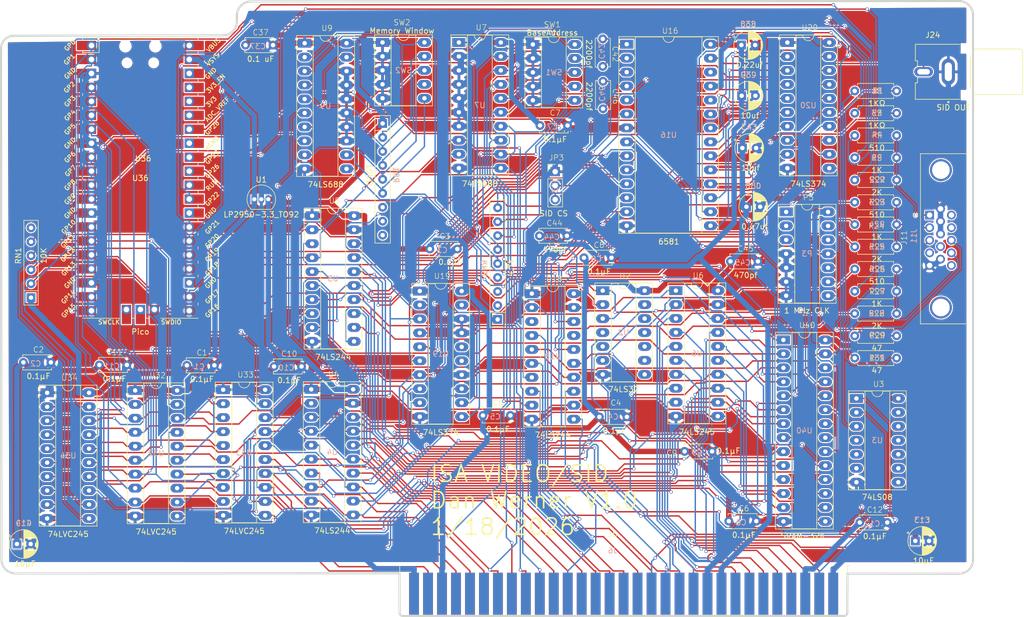
<source format=kicad_pcb>
(kicad_pcb (version 20241229) (generator "pcbnew") (generator_version "9.0")
  (title_block (date "2025-12-31") (rev "V0.9"))
  (layers (0 "F.Cu" signal) (2 "B.Cu" signal) (13 "F.Paste" user) (15 "B.Paste" user) (5 "F.SilkS" user "F.Silkscreen") (7 "B.SilkS" user "B.Silkscreen") (1 "F.Mask" user) (3 "B.Mask" user) (25 "Edge.Cuts" user))
  (net 0 "")
  (net 1 "VCC")
  (net 2 "GND")
  (net 3 "+12V")
  (net 4 "Net-(U16-CAP1B)")
  (net 5 "Net-(U16-CAP1A)")
  (net 6 "Net-(U16-CAP2B)")
  (net 8 "B_D4")
  (net 9 "B_A19")
  (net 10 "BUSALE")
  (net 11 "B_D2")
  (net 13 "B_A2")
  (net 14 "B_A17")
  (net 15 "B_A9")
  (net 17 "B_A11")
  (net 18 "B_D3")
  (net 19 "IRQ3")
  (net 20 "~{RESET}")
  (net 21 "B_A8")
  (net 22 "B_SMEMW")
  (net 23 "IRQ4")
  (net 24 "IRQ7")
  (net 25 "{slash}AEN")
  (net 26 "IRQ2")
  (net 28 "B_A5")
  (net 29 "B_D7")
  (net 30 "B_D6")
  (net 31 "Net-(U16-CAP2A)")
  (net 32 "IRQ6")
  (net 33 "+3.3V")
  (net 34 "B_A16")
  (net 36 "B_D1")
  (net 38 "B_IOR")
  (net 39 "IRQ5")
  (net 40 "B_SMEMR")
  (net 41 "B_A14")
  (net 42 "TC")
  (net 43 "B_A6")
  (net 44 "BUSCLK")
  (net 45 "B_A0")
  (net 46 "B_A13")
  (net 48 "B_A18")
  (net 50 "Net-(J11-Pad14)")
  (net 52 "B_D0")
  (net 53 "B_D5")
  (net 54 "B_A1")
  (net 56 "B_A12")
  (net 57 "B_A4")
  (net 58 "B_A7")
  (net 59 "B_A15")
  (net 61 "B_A10")
  (net 62 "B_CLK")
  (net 65 "bD7")
  (net 66 "bD6")
  (net 67 "bD5")
  (net 69 "Net-(J11-Pad13)")
  (net 70 "bD4")
  (net 71 "bD3")
  (net 72 "bD2")
  (net 73 "bD1")
  (net 74 "B_A3")
  (net 75 "Net-(J11-Pad2)")
  (net 76 "bD0")
  (net 77 "B_~{NMI}")
  (net 78 "Net-(J11-Pad1)")
  (net 79 "B_IOW")
  (net 80 "Net-(J11-Pad3)")
  (net 83 "Net-(J24-Ext)")
  (net 84 "SIDCLK")
  (net 85 "SIDCS")
  (net 91 "V_RW")
  (net 92 "MEMW")
  (net 93 "CLK_CPU")
  (net 94 "V_CLK")
  (net 95 "VGAR500")
  (net 96 "Net-(RR1-R4)")
  (net 97 "VGAR1K")
  (net 98 "Net-(RR1-R5)")
  (net 99 "Net-(RR1-R3)")
  (net 100 "Net-(RR1-R2)")
  (net 101 "Net-(RR1-R1)")
  (net 102 "VGAR2K")
  (net 103 "VGAG500")
  (net 104 "VGAG1L")
  (net 105 "VGAG2K")
  (net 106 "VGAB500")
  (net 107 "VGAB1K")
  (net 108 "VGAB2K")
  (net 109 "HSYNC")
  (net 110 "VSYNC")
  (net 111 "VDSEL")
  (net 112 "VADDR_HIGH")
  (net 114 "VDATA")
  (net 115 "VADDR_LOW")
  (net 116 "Net-(RN2-R7)")
  (net 117 "Net-(RN2-R4)")
  (net 120 "Net-(RN2-R5)")
  (net 121 "Net-(RN2-R6)")
  (net 122 "Net-(RN2-R8)")
  (net 136 "Net-(U7-G)")
  (net 137 "~{SIDSEL}")
  (net 138 "VIDEO_WINDOW")
  (net 139 "Net-(U16-A1)")
  (net 140 "Net-(U16-A2)")
  (net 141 "Net-(U16-D2)")
  (net 142 "Net-(U16-A0)")
  (net 143 "Net-(U16-D5)")
  (net 144 "Net-(U16-D4)")
  (net 145 "Net-(U16-D3)")
  (net 146 "Net-(U16-D7)")
  (net 148 "Net-(U16-D6)")
  (net 149 "Net-(U16-A3)")
  (net 150 "Net-(U16-D0)")
  (net 152 "Net-(U16-D1)")
  (net 153 "Net-(U16-A4)")
  (net 160 "V_DA5")
  (net 161 "V_DA4")
  (net 162 "Net-(U18-O1a)")
  (net 163 "Net-(U18-O0b)")
  (net 164 "VDATA_DIR")
  (net 165 "V_DA2")
  (net 166 "Net-(U18-O3a)")
  (net 167 "Net-(U18-O2a)")
  (net 168 "Net-(U18-O0a)")
  (net 169 "V_DA3")
  (net 170 "V_DA7")
  (net 171 "V_DA0")
  (net 172 "V_DA6")
  (net 173 "V_DA1")
  (net 199 "Net-(U6-A->B)")
  (net 202 "MEMR")
  (net 209 "bA0")
  (net 210 "bA3")
  (net 211 "bA6")
  (net 212 "bA5")
  (net 213 "bA7")
  (net 214 "bA4")
  (net 215 "bA2")
  (net 216 "bA1")
  (net 217 "bA10")
  (net 218 "bA8")
  (net 219 "bA11")
  (net 220 "bA9")
  (net 221 "bA12")
  (net 222 "bA14")
  (net 223 "bA13")
  (net 224 "VDATA_DIR_1")
  (footprint "Custom:STD_DDW_DIP20" (layer "F.Cu") (at 97.946 53.776)
    (property "Reference" "U9")
    (property "Value" "74LS688")
  )
  (footprint "Custom:STD_DDW_DIP28" (layer "F.Cu") (at 160.336 58.832)
    (property "Reference" "U16")
    (property "Value" "6581")
  )
  (footprint "Package_TO_SOT_THT:TO-92_Inline" (layer "F.Cu") (at 84.984 70.67)
    (property "Reference" "U1")
    (property "Value" "LP2950-3.3_TO92")
  )
  (footprint "Custom:STD_DDW_PCAP" (layer "F.Cu") (at 174.933 51.847)
    (property "Reference" "C39")
    (property "Value" "10uf")
  )
  (footprint "Custom:STD_DDW_DIP20" (layer "F.Cu") (at 125.986 53.646)
    (property "Reference" "U7")
    (property "Value" "74LS688")
  )
  (footprint "Custom:STD_DDW_PCAP" (layer "F.Cu") (at 43.173 133.407)
    (property "Reference" "C14")
    (property "Value" "10µF")
  )
  (footprint "Custom:STD_DDW_CAP" (layer "F.Cu") (at 150.204 110.246)
    (property "Reference" "C4")
    (property "Value" "0.1µF")
  )
  (footprint "Custom:STD_DDW_RESISTOR" (layer "F.Cu") (at 197.906 67.4)
    (property "Reference" "R22")
    (property "Value" "2K")
  )
  (footprint "Custom:STD_DDW_DIP20" (layer "F.Cu") (at 67.1393 116.956)
    (property "Reference" "U32")
    (property "Value" "74LVC245")
  )
  (footprint "Custom:STD_DDW_RESISTOR" (layer "F.Cu") (at 197.906 71.45)
    (property "Reference" "R23")
    (property "Value" "510")
  )
  (footprint "Custom:STD_DDW_SIP9" (layer "F.Cu") (at 108.438 66.748 -90)
    (property "Reference" "RR1")
    (property "Value" "10KΩ")
  )
  (footprint "Custom:STD_DDW_CAP" (layer "F.Cu") (at 174.034 81.956)
    (property "Reference" "C45")
    (property "Value" "470pf")
  )
  (footprint "Custom:STD_DDW_DIP14" (layer "F.Cu") (at 198.256 114.626)
    (property "Reference" "U3")
    (property "Value" "74LS08")
  )
  (footprint "Custom:STD_DDW_DIP20" (layer "F.Cu") (at 165.436 98.786)
    (property "Reference" "U6")
    (property "Value" "74LS245")
  )
  (footprint "Custom:RPi_Pico_SMD_TH_DDW" (layer "F.Cu") (at 64.27 66.83)
    (property "Reference" "U36")
    (property "Value" "Pico")
  )
  (footprint "Custom:STD_DDW_DIP28_SKINNY" (layer "F.Cu") (at 184.98 112.78)
    (property "Reference" "U40")
    (property "Value" "SRAM-32K")
  )
  (footprint "Custom:STD_DDW_CAP" (layer "F.Cu") (at 119.38 79.7)
    (property "Reference" "C3")
    (property "Value" "0.1µF")
  )
  (footprint "Custom:STD_DDW_VGA" (layer "F.Cu") (at 201.33 77.907 90)
    (property "Reference" "J11")
    (property "Value" "DE15_Receptacle_HighDensity")
  )
  (footprint "Custom:STD_DDW_CAP" (layer "F.Cu") (at 85.874 42.606)
    (property "Reference" "C37")
    (property "Value" "0.1 uF")
  )
  (footprint "Custom:STD_DDW_DIP20" (layer "F.Cu") (at 99.146 116.756)
    (property "Reference" "U4")
    (property "Value" "74LS244")
  )
  (footprint "Custom:STD_DDW_CAP" (layer "F.Cu") (at 139.414 57.226)
    (property "Reference" "C7")
    (property "Value" "0.1µF")
  )
  (footprint "Custom:STD_DDW_DIP14" (layer "F.Cu") (at 185.486 80.686)
    (property "Reference" "P3")
    (property "Value" "1 MHz CLK")
  )
  (footprint "Custom:STD_DDW_PCAP" (layer "F.Cu") (at 175.06 61.36)
    (property "Reference" "C43")
    (property "Value" "10uf")
  )
  (footprint "Custom:STD_DDW_RESISTOR" (layer "F.Cu") (at 197.906 55.25)
    (property "Reference" "R3")
    (property "Value" "1KΩ")
  )
  (footprint "Custom:BUSEDGE_XT" (layer "F.Cu") (at 150.5926 132.0252)
    (property "Reference" "J6")
    (property "Value" "Bus_ISA_8bit_CUSTOM" (hide yes))
  )
  (footprint "Custom:STD_DDW_DIP14" (layer "F.Cu") (at 152.136 95.006)
    (property "Reference" "U2")
    (property "Value" "74LS32")
  )
  (footprint "Custom:STD_DDW_CAP" (layer "F.Cu") (at 148.35 43.99 -90)
    (property "Reference" "C42")
    (property "Value" "2200pf")
  )
  (footprint "Custom:STD_DDW_RESISTOR" (layer "F.Cu") (at 197.906 83.6)
    (property "Reference" "R26")
    (property "Value" "510")
  )
  (footprint "Custom:STD_DDW_RESISTOR" (layer "F.Cu") (at 197.906 87.65)
    (property "Reference" "R27")
    (property "Value" "1K")
  )
  (footprint "Custom:STD_DDW_RESISTOR" (layer "F.Cu") (at 197.906 79.55)
    (property "Reference" "R25")
    (property "Value" "2K")
  )
  (footprint "Custom:STD_DDW_DIP20" (layer "F.Cu") (at 51.136 117.386)
    (property "Reference" "U34")
    (property "Value" "74LVC245")
  )
  (footprint "Custom:STD_DDW_DIP20" (layer "F.Cu") (at 99.306 85.176)
    (property "Reference" "U5")
    (property "Value" "74LS244")
  )
  (footprint "Resistor_THT:R_Array_SIP6" (layer "F.Cu") (at 44.39 88.57 90)
    (property "Reference" "RN1")
    (property "Value" "10K")
  )
  (footprint "Custom:STD_DDW_CAP" (layer "F.Cu") (at 91.064 101.076)
    (property "Reference" "C10")
    (property "Value" "0.1µF")
  )
  (footprint "Custom:STD_DDW_CAP" (layer "F.Cu") (at 197.544 129.456)
    (property "Reference" "C12")
    (property "Value" "0.1µF")
  )
  (footprint "Custom:STD_DDW_DIP20" (layer "F.Cu") (at 185.706 53.656)
    (property "Reference" "U20")
    (property "Value" "74LS374")
  )
  (footprint "Custom:STD_DDW_RESISTOR" (layer "F.Cu") (at 197.906 75.5)
    (property "Reference" "R24")
    (property "Value" "1K")
  )
  (footprint "Custom:STD_DDW_RESISTOR" (layer "F.Cu") (at 197.906 51.2)
    (property "Reference" "R1")
    (property "Value" "1KΩ")
  )
  (footprint "Custom:STD_DDW_RESISTOR" (layer "F.Cu") (at 197.906 99.8)
    (property "Reference" "R31")
    (property "Value" "47")
  )
  (footprint "Custom:STD_DDW_DIP20" (layer "F.Cu") (at 139.246 99.336)
    (property "Reference" "U18")
    (property "Value" "74LS244")
  )
  (footprint "Custom:STD_DDW_CAP" (layer "F.Cu") (at 173.734 129.216)
    (property "Reference" "C6")
    (property "Value" "0.1µF")
  )
  (footprint "Custom:STD_DDW_CAP" (layer "F.Cu") (at 139.31 77.3)
    (property "Reference" "C44")
    (property "Value" "470pf")
  )
  (footprint "Custom:STD_DDW_PCAP" (layer "F.Cu") (at 206.502 132.842)
    (property "Reference" "C13")
    (property "Value" "10µF")
  )
  (footprint "Custom:STD_DDW_RESISTOR" (layer "F.Cu") (at 197.906 91.7)
    (property "Reference" "R28")
    (property "Value" "2K")
  )
  (footprint "Custom:STD_DDW_PINHEAD_V_1x03" (layer "F.Cu") (at 139.7 68.19)
    (property "Reference" "JP3")
    (property "Value" "SID CS")
  )
  (footprint "Custom:STD_DDW_CAP" (layer "F.Cu") (at 75.214 100.866)
    (property "Reference" "C1")
    (property "Value" "0.1µF")
  )
  (footprint "Custom:STD_DDW_PCAP" (layer "F.Cu") (at 175.7979 72.047)
    (property "Reference" "C50")
    (property "Value" "0.47uf")
  )
  (footprint "Custom:STD_DDW_SIP9" (layer "F.Cu") (at 129.092 82.682 90)
    (property "Reference" "RN2")
    (property "Value" "4.7k")
  )
  (footprint "Custom:STD_DDW_CAP" (layer "F.Cu") (at 147.404 81.296)
    (property "Reference" "C8")
    (property "Value" "0.1µF")
  )
  (footprint "Custom:STD_DDW_RESISTOR" (layer "F.Cu") (at 197.906 95.75)
    (property "Reference" "R29")
    (property "Value" "47")
  )
  (footprint "Custom:STD_DDW_CAP" (layer "F.Cu") (at 45.494 100.326)
    (property "Reference" "C2")
    (property "Value" "0.1µF")
  )
  (footprint "Custom:STD_DDW_DIP10" (layer "F.Cu") (at 111.82 39.016)
    (property "Reference" "SW2")
    (property "Value" "Memory Window")
  )
  (footprint "Custom:STD_DDW_RESISTOR" (layer "F.Cu") (at 197.906 59.3)
    (property "Reference" "R4")
    (property "Value" "510")
  )
  (footprint "Custom:STD_DDW_DIP10" (layer "F.Cu") (at 139.15 39.386)
    (property "Reference" "SW1")
    (property "Value" "BaseAddress")
  )
  (footprint "Custom:STD_DDW_RESISTOR" (layer "F.Cu") (at 197.906 63.35)
    (property "Reference" "R5")
    (property "Value" "1K")
  )
  (footprint "Custom:CUI_RCJ-047" (layer "F.Cu") (at 215.15 47.48)
    (property "Reference" "J24")
    (property "Value" "SID OUT")
    (fp_line (start -1.7 -5.15) (end -1.7 -3.35) (stroke (width 0.01)) (layer "Edge.Cuts"))
    (fp_line (start -1.7 -3.35) (end 0 -3.35) (stroke (width 0.01)) (layer "Edge.Cuts"))
    (fp_line (start -1.7 3.35) (end -1.7 5.15) (stroke (width 0.01)) (layer "Edge.Cuts"))
    (fp_line (start -1.7 5.15) (end 0 5.15) (stroke (width 0.01)) (layer "Edge.Cuts"))
    (fp_line (start 0 -5.15) (end -1.7 -5.15) (stroke (width 0.01)) (layer "Edge.Cuts"))
    (fp_line (start 0 -3.35) (end 0 -5.15) (stroke (width 0.01)) (layer "Edge.Cuts"))
    (fp_line (start 0 3.35) (end -1.7 3.35) (stroke (width 0.01)) (layer "Edge.Cuts"))
    (fp_line (start 0 5.15) (end 0 3.35) (stroke (width 0.01)) (layer "Edge.Cuts"))
  )
  (footprint "Custom:STD_DDW_DIP20" (layer "F.Cu") (at 118.878 98.872)
    (property "Reference" "U19")
    (property "Value" "74LS374")
  )
  (footprint "Custom:STD_DDW_CAP" (layer "F.Cu") (at 129.032 109.982)
    (property "Reference" "C5")
    (property "Value" "0.1µF")
  )
  (footprint "Custom:STD_DDW_DIP20" (layer "F.Cu") (at 83.1427 116.826)
    (property "Reference" "U33")
    (property "Value" "74LVC245")
  )
  (footprint "Custom:STD_DDW_CAP" (layer "F.Cu") (at 165.694 116.526)
    (property "Reference" "C9")
    (property "Value" "0.1µF")
  )
  (footprint "Custom:STD_DDW_CAP" (layer "F.Cu") (at 148.4 51.7 -90)
    (property "Reference" "C46")
    (property "Value" "2200pf")
  )
  (footprint "Custom:STD_DDW_PCAP" (layer "F.Cu") (at 174.883 42.627)
    (property "Reference" "C38")
    (property "Value" "0.22uf")
  )
  (footprint "Custom:STD_DDW_CAP" (layer "F.Cu") (at 59.304 100.796)
    (property "Reference" "C11")
    (property "Value" "0.1µF")
  )
  (gr_line (start 215.638666 37.203666) (end 215.638666 136.263666) (stroke (width 0.381)) (layer "Edge.Cuts"))
  (gr_arc (start 81.812821 38.31073) (mid 81.08 40.1) (end 79.298169 40.850729) (stroke (width 0.381)) (layer "Edge.Cuts"))
  (gr_arc (start 192.778666 145.864866) (mid 192.592689 146.313889) (end 192.143666 146.499866) (stroke (width 0.381)) (layer "Edge.Cuts"))
  (gr_arc (start 81.823408 37.225707) (mid 82.55 35.45) (end 84.31298 34.693051) (stroke (width 0.381)) (layer "Edge.Cuts"))
  (gr_line (start 84.31298 34.693104) (end 213.073266 34.612866) (stroke (width 0.381)) (layer "Edge.Cuts"))
  (gr_line (start 111.371666 138.727466) (end 111.38883 145.873073) (stroke (width 0.381)) (layer "Edge.Cuts"))
  (gr_line (start 41.2 40.93) (end 79.30312 40.850729) (stroke (width 0.381)) (layer "Edge.Cuts"))
  (gr_arc (start 38.939095 43.235707) (mid 39.600945 41.618212) (end 41.206846 40.928705) (stroke (width 0.381)) (layer "Edge.Cuts"))
  (gr_line (start 106.545666 138.727466) (end 111.371666 138.727466) (stroke (width 0.381)) (layer "Edge.Cuts"))
  (gr_arc (start 112.02383 146.508073) (mid 111.574837 146.322066) (end 111.38883 145.873073) (stroke (width 0.381)) (layer "Edge.Cuts"))
  (gr_line (start 41.5544 138.7602) (end 106.545666 138.727466) (stroke (width 0.381)) (layer "Edge.Cuts"))
  (gr_arc (start 215.638718 136.263666) (mid 214.905897 138.052936) (end 213.124066 138.803665) (stroke (width 0.381)) (layer "Edge.Cuts"))
  (gr_arc (start 41.5544 138.7602) (mid 39.758349 138.016251) (end 39.0144 136.2202) (stroke (width 0.381)) (layer "Edge.Cuts"))
  (gr_line (start 112.02383 146.508073) (end 192.143666 146.499866) (stroke (width 0.381)) (layer "Edge.Cuts"))
  (gr_line (start 81.812821 38.31073) (end 81.823724 37.225707) (stroke (width 0.381)) (layer "Edge.Cuts"))
  (gr_line (start 192.804066 138.790966) (end 213.124066 138.803666) (stroke (width 0.381)) (layer "Edge.Cuts"))
  (gr_arc (start 213.07326 34.612377) (mid 214.906337 35.363145) (end 215.638666 37.203666) (stroke (width 0.381)) (layer "Edge.Cuts"))
  (gr_line (start 39.0144 136.2202) (end 38.939097 43.238177) (stroke (width 0.381)) (layer "Edge.Cuts"))
  (gr_line (start 192.804066 138.790966) (end 192.778666 145.864866) (stroke (width 0.381)) (layer "Edge.Cuts"))
  (gr_text "ISA VIDEO/SID\nDan Werner V1.0\n1/18/2026\n" (at 116.81 132.0252 0) (layer "F.SilkS") (effects (font (size 3 3) (thickness 0.3) (bold yes)) (justify left bottom)))
  (segment (start 174.4449 72.04) (end 175.9838 70.5011) (width 1) (layer "F.Cu") (net 1))
  (segment (start 105.294 40.6361) (end 103.6501 42.28) (width 1) (layer "F.Cu") (net 1))
  (segment (start 171.24 129.24) (end 171.24 123.7338) (width 1) (layer "F.Cu") (net 1))
  (segment (start 175.9838 70.5011) (end 184.911 70.5011) (width 1) (layer "F.Cu") (net 1))
  (segment (start 188.79 96.27) (end 190.6901 96.27) (width 1) (layer "F.Cu") (net 1))
  (segment (start 136.3501 113.4487) (end 137.5115 112.2873) (width 1) (layer "F.Cu") (net 1))
  (segment (start 165.8398 85.7899) (end 167.3399 87.29) (width 1) (layer "F.Cu") (net 1))
  (segment (start 108.6728 79.724) (end 105.0101 76.0613) (width 1) (layer "F.Cu") (net 1))
  (segment (start 145.6927 112.2873) (end 147.5727 110.4073) (width 1) (layer "F.Cu") (net 1))
  (segment (start 201.8614 127.9714) (end 196.5586 127.9714) (width 1) (layer "F.Cu") (net 1))
  (segment (start 74.2543 102.4243) (end 87.2457 102.4243) (width 1) (layer "F.Cu") (net 1))
  (segment (start 184.911 70.5011) (end 187.3899 72.98) (width 1) (layer "F.Cu") (net 1))
  (segment (start 108.31 56.89) (end 104.5122 60.6878) (width 1) (layer "F.Cu") (net 1))
  (segment (start 200.1599 106.92) (end 200.1599 103.4349) (width 1) (layer "F.Cu") (net 1))
  (segment (start 58.3206 102.3306) (end 56.81 100.82) (width 1) (layer "F.Cu") (net 1))
  (segment (start 87.524 70.67) (end 88.7491 70.67) (width 1) (layer "F.Cu") (net 1))
  (segment (start 153.7154 116.55) (end 163.2 116.55) (width 1) (layer "F.Cu") (net 1))
  (segment (start 104.5122 65.4571) (end 98.7496 71.2197) (width 1) (layer "F.Cu") (net 1))
  (segment (start 189.29 72.98) (end 187.3899 72.98) (width 1) (layer "F.Cu") (net 1))
  (segment (start 169.24 87.29) (end 167.3399 87.29) (width 1) (layer "F.Cu") (net 1))
  (segment (start 129.79 42.15) (end 127.8899 42.15) (width 1) (layer "F.Cu") (net 1))
  (segment (start 116.886 79.724) (end 108.6728 79.724) (width 1) (layer "F.Cu") (net 1))
  (segment (start 98.7024 71.2669) (end 98.7496 71.2197) (width 1) (layer "F.Cu") (net 1))
  (segment (start 202.06 106.92) (end 200.1599 106.92) (width 1) (layer "F.Cu") (net 1))
  (segment (start 88.7491 70.67) (end 89.346 71.2669) (width 1) (layer "F.Cu") (net 1))
  (segment (start 103.11 73.68) (end 101.2099 73.68) (width 1) (layer "F.Cu") (net 1))
  (segment (start 172.7902 130.7902) (end 171.24 129.24) (width 1) (layer "F.Cu") (net 1))
  (segment (start 104.5122 60.6878) (end 104.5122 65.4571) (width 1) (layer "F.Cu") (net 1))
  (segment (start 137.5115 112.2873) (end 145.6927 112.2873) (width 1) (layer "F.Cu") (net 1))
  (segment (start 193.7398 130.7902) (end 172.7902 130.7902) (width 1) (layer "F.Cu") (net 1))
  (segment (start 127.2919 113.4487) (end 136.3501 113.4487) (width 1) (layer "F.Cu") (net 1))
  (segment (start 196.5586 127.9714) (end 195.05 129.48) (width 1) (layer "F.Cu") (net 1))
  (segment (start 72.72 100.89) (end 71.2794 102.3306) (width 1) (layer "F.Cu") (net 1))
  (segment (start 205.149 131.3349) (end 205.149 131.259) (width 1) (layer "F.Cu") (net 1))
  (segment (start 44.5161 101.8661) (end 43 100.35) (width 1) (layer "F.Cu") (net 1))
  (segment (start 205.149 132.835) (end 205.149 131.3349) (width 1) (layer "F.Cu") (net 1))
  (segment (start 103.11 73.68) (end 105.0101 73.68) (width 1) (layer "F.Cu") (net 1))
  (segment (start 171.54 81.98) (end 171.54 83.0899) (width 1) (layer "F.Cu") (net 1))
  (segment (start 101.75 42.28) (end 99.8499 42.28) (width 1) (layer "F.Cu") (net 1))
  (segment (start 155.94 87.3) (end 158.4599 87.3) (width 1) (layer "F.Cu") (net 1))
  (segment (start 171.24 123.7338) (end 164.0562 116.55) (width 1) (layer "F.Cu") (net 1))
  (segment (start 171.54 83.0899) (end 167.3399 87.29) (width 1) (layer "F.Cu") (net 1))
  (segment (start 127.8899 42.15) (end 126.376 40.6361) (width 1) (layer "F.Cu") (net 1))
  (segment (start 191.7299 97.3098) (end 190.6901 96.27) (width 1) (layer "F.Cu") (net 1))
  (segment (start 55.7639 101.8661) (end 44.5161 101.8661) (width 1) (layer "F.Cu") (net 1))
  (segment (start 126.376 40.6361) (end 105.294 40.6361) (width 1) (layer "F.Cu") (net 1))
  (segment (start 147.5727 110.4073) (end 147.71 110.27) (width 1) (layer "F.Cu") (net 1))
  (segment (start 105.0101 76.0613) (end 105.0101 73.68) (width 1) (layer "F.Cu") (net 1))
  (segment (start 85.2301 40.7799) (end 98.3498 40.7799) (width 1) (layer "F.Cu") (net 1))
  (segment (start 98.3498 40.7799) (end 99.8499 42.28) (width 1) (layer "F.Cu") (net 1))
  (segment (start 101.75 42.28) (end 103.6501 42.28) (width 1) (layer "F.Cu") (net 1))
  (segment (start 195.05 129.48) (end 193.7398 130.7902) (width 1) (layer "F.Cu") (net 1))
  (segment (start 56.81 100.82) (end 55.7639 101.8661) (width 1) (layer "F.Cu") (net 1))
  (segment (start 72.72 100.89) (end 74.2543 102.4243) (width 1) (layer "F.Cu") (net 1))
  (segment (start 194.0348 97.3098) (end 191.7299 97.3098) (width 1) (layer "F.Cu") (net 1))
  (segment (start 87.2457 102.4243) (end 88.57 101.1) (width 1) (layer "F.Cu") (net 1))
  (segment (start 147.5727 110.4073) (end 153.7154 116.55) (width 1) (layer "F.Cu") (net 1))
  (segment (start 158.4599 87.3) (end 159.97 85.7899) (width 1) (layer "F.Cu") (net 1))
  (segment (start 89.346 71.2669) (end 98.7024 71.2669) (width 1) (layer "F.Cu") (net 1))
  (segment (start 98.7496 71.2197) (end 101.2099 73.68) (width 1) (layer "F.Cu") (net 1))
  (segment (start 159.97 85.7899) (end 165.8398 85.7899) (width 1) (layer "F.Cu") (net 1))
  (segment (start 71.2794 102.3306) (end 58.3206 102.3306) (width 1) (layer "F.Cu") (net 1))
  (segment (start 205.149 131.259) (end 201.8614 127.9714) (width 1) (layer "F.Cu") (net 1))
  (segment (start 164.0562 116.55) (end 163.2 116.55) (width 1) (layer "F.Cu") (net 1))
  (segment (start 83.38 42.63) (end 85.2301 40.7799) (width 1) (layer "F.Cu") (net 1))
  (segment (start 200.1599 103.4349) (end 194.0348 97.3098) (width 1) (layer "F.Cu") (net 1))
  (via (at 127.2919 113.4487) (size 0.6) (drill 0.4) (layers "F.Cu" "B.Cu") (net 1))
  (segment (start 116.886 79.724) (end 116.886 79.175) (width 1) (layer "B.Cu") (net 1))
  (segment (start 173.6301 79.8899) (end 173.6301 74.3549) (width 1) (layer "B.Cu") (net 1))
  (segment (start 123.3953 79.0685) (end 123.3953 86.7545) (width 1) (layer "B.Cu") (net 1))
  (segment (start 143.05 87.84) (end 144.9501 87.84) (width 1) (layer "B.Cu") (net 1))
  (segment (start 99.7837 105.26) (end 101.0499 105.26) (width 1) (layer "B.Cu") (net 1))
  (segment (start 169.8201 43.7286) (end 172.44 41.1087) (width 1) (layer "B.Cu") (net 1))
  (segment (start 136.92 57.25) (end 131.6901 52.0201) (width 1) (layer "B.Cu") (net 1))
  (segment (start 145.2715 85.7998) (end 152.5397 85.7998) (width 1) (layer "B.Cu") (net 1))
  (segment (start 127.7199 91.7269) (end 124.5821 88.5891) (width 1) (layer "B.Cu") (net 1))
  (segment (start 126.538 110.006) (end 127.7199 108.8241) (width 1) (layer "B.Cu") (net 1))
  (segment (start 186.5969 137.9331) (end 195.05 129.48) (width 1) (layer "B.Cu") (net 1))
  (segment (start 101.75 42.28) (end 103.6501 42.28) (width 1) (layer "B.Cu") (net 1))
  (segment (start 99.0047 104.481) (end 99.7837 105.26) (width 1) (layer "B.Cu") (net 1))
  (segment (start 119.2133 122.7829) (end 127.2919 114.7043) (width 1) (layer "B.Cu") (net 1))
  (segment (start 173.707 59.4662) (end 173.707 59.8529) (width 1) (layer "B.Cu") (net 1))
  (segment (start 144.91 81.32) (end 145.2715 81.6815) (width 1) (layer "B.Cu") (net 1))
  (segment (start 127.7199 92.54) (end 127.7199 91.7269) (width 1) (layer "B.Cu") (net 1))
  (segment (start 126.538 112.6948) (end 127.2919 113.4487) (width 1) (layer "B.Cu") (net 1))
  (segment (start 147.71 110.27) (end 144.9501 107.5101) (width 1) (layer "B.Cu") (net 1))
  (segment (start 155.94 87.3) (end 154.0399 87.3) (width 1) (layer "B.Cu") (net 1))
  (segment (start 169.8201 50.09) (end 169.8201 43.7286) (width 1) (layer "B.Cu") (net 1))
  (segment (start 145.2715 85.7998) (end 145.2715 87.5186) (width 1) (layer "B.Cu") (net 1))
  (segment (start 87.524 97.0128) (end 90.0906 99.5794) (width 1) (layer "B.Cu") (net 1))
  (segment (start 119.1006 137.9331) (end 119.2133 137.8204) (width 1) (layer "B.Cu") (net 1))
  (segment (start 186.8899 73.48) (end 187.3899 72.98) (width 1) (layer "B.Cu") (net 1))
  (segment (start 127.7199 108.8241) (end 127.7199 92.54) (width 1) (layer "B.Cu") (net 1))
  (segment (start 116.886 79.175) (end 117.9168 78.1442) (width 1) (layer "B.Cu") (net 1))
  (segment (start 108.31 55.3899) (end 108.31 55.0637) (width 1) (layer "B.Cu") (net 1))
  (segment (start 126.538 110.006) (end 126.538 112.6948) (width 1) (layer "B.Cu") (net 1))
  (segment (start 41.82 133.4) (end 41.82 101.53) (width 1) (layer "B.Cu") (net 1))
  (segment (start 177.6056 55.5676) (end 173.707 59.4662) (width 1) (layer "B.Cu") (net 1))
  (segment (start 174.4449 72.79) (end 173.707 72.0521) (width 1) (layer "B.Cu") (net 1))
  (segment (start 102.95 105.26) (end 101.0499 105.26) (width 1) (layer "B.Cu") (net 1))
  (segment (start 186.8899 96.27) (end 186.8899 73.48) (width 1) (layer "B.Cu") (net 1))
  (segment (start 122.7738 87.376) (end 124.5821 87.376) (width 1) (layer "B.Cu") (net 1))
  (segment (start 178.0596 40.6547) (end 177.6056 41.1087) (width 1) (layer "B.Cu") (net 1))
  (segment (start 127.2919 114.7043) (end 127.2919 113.4487) (width 1) (layer "B.Cu") (net 1))
  (segment (start 188.79 96.27) (end 186.8899 96.27) (width 1) (layer "B.Cu") (net 1))
  (segment (start 145.2715 81.6815) (end 145.2715 85.7998) (width 1) (layer "B.Cu") (net 1))
  (segment (start 173.707 72.0521) (end 173.707 61.353) (width 1) (layer "B.Cu") (net 1))
  (segment (start 99.0047 104.4023) (end 99.0047 104.481) (width 1) (layer "B.Cu") (net 1))
  (segment (start 172.44 41.1087) (end 177.6056 41.1087) (width 1) (layer "B.Cu") (net 1))
  (segment (start 87.524 70.67) (end 87.524 97.0128) (width 1) (layer "B.Cu") (net 1))
  (segment (start 119.2133 137.8204) (end 119.2133 122.7829) (width 1) (layer "B.Cu") (net 1))
  (segment (start 119.1006 142.4432) (end 119.1006 137.9331) (width 1) (layer "B.Cu") (net 1))
  (segment (start 41.82 101.53) (end 43 100.35) (width 1) (layer "B.Cu") (net 1))
  (segment (start 187.6099 42.16) (end 186.1046 40.6547) (width 1) (layer "B.Cu") (net 1))
  (segment (start 144.9501 107.5101) (end 144.9501 87.84) (width 1) (layer "B.Cu") (net 1))
  (segment (start 145.2715 87.5186) (end 144.9501 87.84) (width 1) (layer "B.Cu") (net 1))
  (segment (start 174.4449 72.79) (end 174.4449 73.5401) (width 1) (layer "B.Cu") (net 1))
  (segment (start 152.5397 85.7998) (end 154.0399 87.3) (width 1) (layer "B.Cu") (net 1))
  (segment (start 129.22 92.54) (end 127.7199 92.54) (width 1) (layer "B.Cu") (net 1))
  (segment (start 185.1406 142.4432) (end 185.1406 137.9331) (width 1) (layer "B.Cu") (net 1))
  (segment (start 122.682 87.376) (end 122.7738 87.376) (width 1) (layer "B.Cu") (net 1))
  (segment (start 167.92 50.09) (end 169.8201 50.09) (width 1) (layer "B.Cu") (net 1))
  (segment (start 122.471 78.1442) (end 123.3953 79.0685) (width 1) (layer "B.Cu") (net 1))
  (segment (start 185.1406 137.9331) (end 186.5969 137.9331) (width 1) (layer "B.Cu") (net 1))
  (segment (start 124.5821 88.5891) (end 124.5821 87.376) (width 1) (layer "B.Cu") (net 1))
  (segment (start 177.6056 41.1087) (end 177.6056 55.5676) (width 1) (layer "B.Cu") (net 1))
  (segment (start 171.54 81.98) (end 173.6301 79.8899) (width 1) (layer "B.Cu") (net 1))
  (segment (start 117.9168 78.1442) (end 122.471 78.1442) (width 1) (layer "B.Cu") (net 1))
  (segment (start 90.0906 99.5794) (end 94.1818 99.5794) (width 1) (layer "B.Cu") (net 1))
  (segment (start 173.6301 74.3549) (end 174.4449 73.5401) (width 1) (layer "B.Cu") (net 1))
  (segment (start 173.707 61.353) (end 173.707 59.8529) (width 1) (layer "B.Cu") (net 1))
  (segment (start 90.0906 99.5794) (end 88.57 101.1) (width 1) (layer "B.Cu") (net 1))
  (segment (start 174.4449 72.04) (end 174.4449 72.79) (width 1) (layer "B.Cu") (net 1))
  (segment (start 189.29 72.98) (end 187.3899 72.98) (width 1) (layer "B.Cu") (net 1))
  (segment (start 123.3953 86.7545) (end 122.7738 87.376) (width 1) (layer "B.Cu") (net 1))
  (segment (start 189.51 42.16) (end 187.6099 42.16) (width 1) (layer "B.Cu") (net 1))
  (segment (start 186.1046 40.6547) (end 178.0596 40.6547) (width 1) (layer "B.Cu") (net 1))
  (segment (start 94.1818 99.5794) (end 99.0047 104.4023) (width 1) (layer "B.Cu") (net 1))
  (segment (start 131.6901 52.0201) (end 131.6901 42.15) (width 1) (layer "B.Cu") (net 1))
  (segment (start 129.79 42.15) (end 131.6901 42.15) (width 1) (layer "B.Cu") (net 1))
  (segment (start 108.31 56.89) (end 108.31 55.3899) (width 1) (layer "B.Cu") (net 1))
  (segment (start 108.31 55.0637) (end 103.6501 50.4038) (width 1) (layer "B.Cu") (net 1))
  (segment (start 103.6501 50.4038) (end 103.6501 42.28) (width 1) (layer "B.Cu") (net 1))
  (segment (start 47.32 128.75) (end 49.2201 128.75) (width 1) (layer "F.Cu") (net 2))
  (segment (start 103.7901 47.22) (end 103.6501 47.36) (width 1) (layer "F.Cu") (net 2))
  (segment (start 163.5201 110.15) (end 163.5201 111.8701) (width 1) (layer "F.Cu") (net 2))
  (segment (start 101.75 52.44) (end 103.6501 52.44) (width 1) (layer "F.Cu") (net 2))
  (segment (start 112.7401 54.85) (end 110.1901 52.3) (width 1) (layer "F.Cu") (net 2))
  (segment (start 99.7701 107.8) (end 101.0499 107.8) (width 1) (layer "F.Cu") (net 2))
  (segment (start 101.75 60.06) (end 99.8499 60.06) (width 1) (layer "F.Cu") (net 2))
  (segment (start 209.73 72.41) (end 206.21 68.89) (width 1) (layer "F.Cu") (net 2))
  (segment (start 135.43 110.7) (end 133.5299 110.7) (width 1) (layer "F.Cu") (net 2))
  (segment (start 103.3836 107.8) (end 102.95 107.8) (width 1) (layer "F.Cu") (net 2))
  (segment (start 92.6021 42.28) (end 94.13 42.28) (width 1) (layer "F.Cu") (net 2))
  (segment (start 118.5082 111.7821) (end 129.7619 111.7821) (width 1) (layer "F.Cu") (net 2))
  (segment (start 79.0143 99.5957) (end 92.0657 99.5957) (width 1) (layer "F.Cu") (net 2))
  (segment (start 60.2831 99.2931) (end 61.81 100.82) (width 1) (layer "F.Cu") (net 2))
  (segment (start 143.05 90.38) (end 141.1499 90.38) (width 1) (layer "F.Cu") (net 2))
  (segment (start 149.91 81.32) (end 164.9639 81.32) (width 1) (layer "F.Cu") (net 2))
  (segment (start 152.71 110.27) (end 159.5999 110.27) (width 1) (layer "F.Cu") (net 2))
  (segment (start 101.75 47.36) (end 99.8499 47.36) (width 1) (layer "F.Cu") (net 2))
  (segment (start 161.62 110.15) (end 159.7199 110.15) (width 1) (layer "F.Cu") (net 2))
  (segment (start 95.33 105.26) (end 97.2301 105.26) (width 1) (layer "F.Cu") (net 2))
  (segment (start 142.38 57.71) (end 141.92 57.25) (width 1) (layer "F.Cu") (net 2))
  (segment (start 92.0657 99.5957) (end 93.5899 98.0715) (width 1) (layer "F.Cu") (net 2))
  (segment (start 137.5201 52.8501) (end 141.92 57.25) (width 1) (layer "F.Cu") (net 2))
  (segment (start 206.21 68.89) (end 187.6601 68.89) (width 1) (layer "F.Cu") (net 2))
  (segment (start 56.9301 99.2931) (end 60.2831 99.2931) (width 1) (layer "F.Cu") (net 2))
  (segment (start 181.89 65.02) (end 183.7901 65.02) (width 1) (layer "F.Cu") (net 2))
  (segment (start 103.6501 52.44) (end 103.6501 54.98) (width 1) (layer "F.Cu") (net 2))
  (segment (start 63.3233 128.32) (end 65.2234 128.32) (width 1) (layer "F.Cu") (net 2))
  (segment (start 50.7515 130.2814) (end 59.4618 130.2814) (width 1) (layer "F.Cu") (net 2))
  (segment (start 66.7321 129.8287) (end 65.2234 128.32) (width 1) (layer "F.Cu") (net 2))
  (segment (start 152.68 57.71) (end 142.38 57.71) (width 1) (layer "F.Cu") (net 2))
  (segment (start 164.9639 81.32) (end 165.8375 80.4464) (width 1) (layer "F.Cu") (net 2))
  (segment (start 116.9621 110.236) (end 118.5082 111.7821) (width 1) (layer "F.Cu") (net 2))
  (segment (start 176.03 42.62) (end 179.5299 42.62) (width 1) (layer "F.Cu") (net 2))
  (segment (start 77.72 100.89) (end 79.0143 99.5957) (width 1) (layer "F.Cu") (net 2))
  (segment (start 95.49 73.68) (end 97.3901 73.68) (width 1) (layer "F.Cu") (net 2))
  (segment (start 103.3836 107.8) (end 104.8501 107.8) (width 1) (layer "F.Cu") (net 2))
  (segment (start 187.6601 68.89) (end 183.7901 65.02) (width 1) (layer "F.Cu") (net 2))
  (segment (start 101.75 54.98) (end 103.6501 54.98) (width 1) (layer "F.Cu") (net 2))
  (segment (start 122.17 54.85) (end 112.7401 54.85) (width 1) (layer "F.Cu") (net 2))
  (segment (start 103.11 76.22) (end 99.9301 76.22) (width 1) (layer "F.Cu") (net 2))
  (segment (start 165.8375 80.4464) (end 175.0064 80.4464) (width 1) (layer "F.Cu") (net 2))
  (segment (start 116.0121 110.236) (end 116.9621 110.236) (width 1) (layer "F.Cu") (net 2))
  (segment (start 88.38 42.63) (end 91.8799 42.63) (width 1) (layer "F.Cu") (net 2))
  (segment (start 56.9301 99.2931) (end 56.9301 85.88) (width 1) (layer "F.Cu") (net 2))
  (segment (start 63.3233 128.32) (end 61.4232 128.32) (width 1) (layer "F.Cu") (net 2))
  (segment (start 107.2861 110.236) (end 115.062 110.236) (width 1) (layer "F.Cu") (net 2))
  (segment (start 49.2201 128.75) (end 50.7515 130.2814) (width 1) (layer "F.Cu") (net 2))
  (segment (start 99.8499 60.06) (end 96.0301 63.8798) (width 1) (layer "F.Cu") (net 2))
  (segment (start 101.75 47.36) (end 103.6501 47.36) (width 1) (layer "F.Cu") (net 2))
  (segment (start 63.2409 99.3891) (end 61.81 100.82) (width 1) (layer "F.Cu") (net 2))
  (segment (start 96.0301 63.8798) (end 96.0301 65.14) (width 1) (layer "F.Cu") (net 2))
  (segment (start 129.7619 111.7821) (end 131.538 110.006) (width 1) (layer "F.Cu") (net 2))
  (segment (start 116.0121 110.236) (end 115.062 110.236) (width 1) (layer "F.Cu") (net 2))
  (segment (start 49.0569 99.2931) (end 56.9301 99.2931) (width 1) (layer "F.Cu") (net 2))
  (segment (start 76.2191 99.3891) (end 63.2409 99.3891) (width 1) (layer "F.Cu") (net 2))
  (segment (start 141.1499 90.38) (end 138.6099 87.84) (width 1) (layer "F.Cu") (net 2))
  (segment (start 135.62 52.67) (end 137.5201 52.67) (width 1) (layer "F.Cu") (net 2))
  (segment (start 178.1599 89.83) (end 171.1401 89.83) (width 1) (layer "F.Cu") (net 2))
  (segment (start 92.0657 99.5957) (end 93.57 101.1) (width 1) (layer "F.Cu") (net 2))
  (segment (start 99.9301 76.22) (end 97.3901 73.68) (width 1) (layer "F.Cu") (net 2))
  (segment (start 161.62 110.15) (end 163.5201 110.15) (width 1) (layer "F.Cu") (net 2))
  (segment (start 179.2199 129.24) (end 179.2699 129.29) (width 1) (layer "F.Cu") (net 2))
  (segment (start 95.49 96.54) (end 93.5899 96.54) (width 1) (layer "F.Cu") (net 2))
  (segment (start 104.8501 107.8) (end 107.2861 110.236) (width 1) (layer "F.Cu") (net 2))
  (segment (start 79.3267 128.19) (end 77.4266 128.19) (width 1) (layer "F.Cu") (net 2))
  (segment (start 96.0301 42.28) (end 99.8499 46.0998) (width 1) (layer "F.Cu") (net 2))
  (segment (start 94.13 42.28) (end 96.0301 42.28) (width 1) (layer "F.Cu") (net 2))
  (segment (start 55.38 85.88) (end 56.9301 85.88) (width 1) (layer "F.Cu") (net 2))
  (segment (start 176.24 129.24) (end 179.2199 129.24) (width 1) (layer "F.Cu") (net 2))
  (segment (start 75.7879 129.8287) (end 66.7321 129.8287) (width 1) (layer "F.Cu") (net 2))
  (segment (start 131.538 110.006) (end 132.8359 110.006) (width 1) (layer "F.Cu") (net 2))
  (segment (start 181.89 42.16) (end 179.9899 42.16) (width 1) (layer "F.Cu") (net 2))
  (segment (start 179.5299 42.62) (end 179.9899 42.16) (width 1) (layer "F.Cu") (net 2))
  (segment (start 181.67 88.22) (end 179.7699 88.22) (width 1) (layer "F.Cu") (net 2))
  (segment (start 77.72 100.89) (end 76.2191 99.3891) (width 1) (layer "F.Cu") (net 2))
  (segment (start 175.0064 80.4464) (end 176.54 81.98) (width 1) (layer "F.Cu") (net 2))
  (segment (start 94.13 65.14) (end 96.0301 65.14) (width 1) (layer "F.Cu") (net 2))
  (segment (start 181.17 129.29) (end 179.2699 129.29) (width 1) (layer "F.Cu") (net 2))
  (segment (start 176.54 81.98) (end 178.3899 81.98) (width 1) (layer "F.Cu") (net 2))
  (segment (start 178.3899 81.98) (end 179.7699 80.6) (width 1) (layer "F.Cu") (net 2))
  (segment (start 163.5201 111.8701) (end 168.2 116.55) (width 1) (layer "F.Cu") (net 2))
  (segment (start 97.2301 105.26) (end 99.7701 107.8) (width 1) (layer "F.Cu") (net 2))
  (segment (start 59.4618 130.2814) (end 61.4232 128.32) (width 1) (layer "F.Cu") (net 2))
  (segment (start 92.6021 42.28) (end 92.2299 42.28) (width 1) (layer "F.Cu") (net 2))
  (segment (start 102.95 107.8) (end 101.0499 107.8) (width 1) (layer "F.Cu") (net 2))
  (segment (start 77.4266 128.19) (end 75.7879 129.8287) (width 1) (layer "F.Cu") (net 2))
  (segment (start 181.67 80.6) (end 179.7699 80.6) (width 1) (layer "F.Cu") (net 2))
  (segment (start 99.8499 46.0998) (end 99.8499 47.36) (width 1) (layer "F.Cu") (net 2))
  (segment (start 137.5201 52.67) (end 137.5201 52.8501) (width 1) (layer "F.Cu") (net 2))
  (segment (start 179.7699 88.22) (end 178.1599 89.83) (width 1) (layer "F.Cu") (net 2))
  (segment (start 159.5999 110.27) (end 159.7199 110.15) (width 1) (layer "F.Cu") (net 2))
  (segment (start 93.5899 98.0715) (end 93.5899 96.54) (width 1) (layer "F.Cu") (net 2))
  (segment (start 135.43 87.84) (end 137.3301 87.84) (width 1) (layer "F.Cu") (net 2))
  (segment (start 48 100.35) (end 49.0569 99.2931) (width 1) (layer "F.Cu") (net 2))
  (segment (start 91.8799 42.63) (end 92.2299 42.28) (width 1) (layer "F.Cu") (net 2))
  (segment (start 108.29 47.22) (end 103.7901 47.22) (width 1) (layer "F.Cu") (net 2))
  (segment (start 132.8359 110.006) (end 133.5299 110.7) (width 1) (layer "F.Cu") (net 2))
  (segment (start 169.24 89.83) (end 171.1401 89.83) (width 1) (layer "F.Cu") (net 2))
  (segment (start 108.29 52.3) (end 110.1901 52.3) (width 1) (layer "F.Cu") (net 2))
  (segment (start 138.6099 87.84) (end 137.3301 87.84) (width 1) (layer "F.Cu") (net 2))
  (segment (start 133.9412 40.6353) (end 135.8159 42.51) (width 1) (layer "B.Cu") (net 2))
  (segment (start 122.682 102.616) (end 124.5821 102.616) (width 1) (layer "B.Cu") (net 2))
  (segment (start 195.3901 125.2391) (end 199.2565 129.1055) (width 1) (layer "B.Cu") (net 2))
  (segment (start 55.38 60.48) (end 53.8022 58.9022) (width 1) (layer "B.Cu") (net 2))
  (segment (start 124.0701 47.23) (end 124.0701 48.82) (width 1) (layer "B.Cu") (net 2))
  (segment (start 138.2174 73.7254) (end 138.1013 73.7254) (width 1) (layer "B.Cu") (net 2))
  (segment (start 77.72 100.89) (end 77.4266 101.1834) (width 1) (layer "B.Cu") (net 2))
  (segment (start 121.886 79.724) (end 121.3354 79.724) (width 1) (layer "B.Cu") (net 2))
  (segment (start 179.3141 65.02) (end 179.3141 69.6708) (width 1) (layer "B.Cu") (net 2))
  (segment (start 150.2201 107.7801) (end 152.71 110.27) (width 1) (layer "B.Cu") (net 2))
  (segment (start 45.4199 107.8082) (end 45.4199 128.75) (width 1) (layer "B.Cu") (net 2))
  (segment (start 122.6451 52.31) (end 122.6451 54.85) (width 1) (layer "B.Cu") (net 2))
  (segment (start 135.62 47.59) (end 136.5701 47.59) (width 1) (layer "B.Cu") (net 2))
  (segment (start 114.0206 142.4432) (end 114.0206 137.9331) (width 1) (layer "B.Cu") (net 2))
  (segment (start 179.9899 57.5701) (end 176.207 61.353) (width 1) (layer "B.Cu") (net 2))
  (segment (start 185.7305 130.8094) (end 189.8198 130.8094) (width 1) (layer "B.Cu") (net 2))
  (segment (start 183.5701 107.2901) (end 184.3413 106.5189) (width 1) (layer "B.Cu") (net 2))
  (segment (start 101.75 54.98) (end 103.6501 56.8801) (width 1) (layer "B.Cu") (net 2))
  (segment (start 133.5806 85.8679) (end 133.5806 86.6963) (width 1) (layer "B.Cu") (net 2))
  (segment (start 101.75 47.36) (end 101.75 49.9) (width 1) (layer "B.Cu") (net 2))
  (segment (start 181.67 81.2749) (end 181.67 83.14) (width 1) (layer "B.Cu") (net 2))
  (segment (start 199.2565 129.1055) (end 199.631 129.48) (width 1) (layer "B.Cu") (net 2))
  (segment (start 182.6201 88.22) (end 182.6201 85.68) (width 1) (layer "B.Cu") (net 2))
  (segment (start 122.17 52.31) (end 122.6451 52.31) (width 1) (layer "B.Cu") (net 2))
  (segment (start 101.75 49.9) (end 101.75 52.44) (width 1) (layer "B.Cu") (net 2))
  (segment (start 120.7819 91.1958) (end 120.7819 92.456) (width 1) (layer "B.Cu") (net 2))
  (segment (start 122.17 47.23) (end 122.6036 47.23) (width 1) (layer "B.Cu") (net 2))
  (segment (start 141.816 77.324) (end 138.2174 73.7254) (width 1) (layer "B.Cu") (net 2))
  (segment (start 204.9583 130.0505) (end 207.649 132.7412) (width 1) (layer "B.Cu") (net 2))
  (segment (start 95.33 128.12) (end 93.4299 128.12) (width 1) (layer "B.Cu") (net 2))
  (segment (start 139.678 64.8829) (end 139.678 64.1079) (width 1) (layer "B.Cu") (net 2))
  (segment (start 116.9621 106.4358) (end 116.9621 110.236) (width 1) (layer "B.Cu") (net 2))
  (segment (start 123.1156 92.456) (end 122.682 92.456) (width 1) (layer "B.Cu") (net 2))
  (segment (start 212.5191 69.2396) (end 209.73 72.0287) (width 1) (layer "B.Cu") (net 2))
  (segment (start 124.0701 56.275) (end 124.0701 57.39) (width 1) (layer "B.Cu") (net 2))
  (segment (start 141.92 61.8659) (end 141.92 57.25) (width 1) (layer "B.Cu") (net 2))
  (segment (start 212.5191 51.9492) (end 212.5191 69.2396) (width 1) (layer "B.Cu") (net 2))
  (segment (start 167.3606 142.4432) (end 167.3606 137.9331) (width 1) (layer "B.Cu") (net 2))
  (segment (start 61.81 100.82) (end 61.4232 101.2068) (width 1) (layer "B.Cu") (net 2))
  (segment (start 182.6201 85.68) (end 183.5701 85.68) (width 1) (layer "B.Cu") (net 2))
  (segment (start 136.5701 47.59) (end 136.6615 47.59) (width 1) (layer "B.Cu") (net 2))
  (segment (start 179.3141 64.4601) (end 179.3141 65.02) (width 1) (layer "B.Cu") (net 2))
  (segment (start 135.62 50.13) (end 136.5701 50.13) (width 1) (layer "B.Cu") (net 2))
  (segment (start 133.6352 87.1295) (end 133.6352 87.5075) (width 1) (layer "B.Cu") (net 2))
  (segment (start 137.5201 49.18) (end 137.5201 47.59) (width 1) (layer "B.Cu") (net 2))
  (segment (start 124.5821 94.996) (end 124.5821 92.456) (width 1) (layer "B.Cu") (net 2))
  (segment (start 63.3233 105.46) (end 61.4232 105.46) (width 1) (layer "B.Cu") (net 2))
  (segment (start 122.17 54.85) (end 122.6451 54.85) (width 1) (layer "B.Cu") (net 2))
  (segment (start 136.5701 50.13) (end 137.5201 49.18) (width 1) (layer "B.Cu") (net 2))
  (segment (start 122.6036 47.23) (end 122.6036 44.69) (width 1) (layer "B.Cu") (net 2))
  (segment (start 122.6036 44.69) (end 122.17 44.69) (width 1) (layer "B.Cu") (net 2))
  (segment (start 122.682 102.616) (end 120.7819 102.616) (width 1) (layer "B.Cu") (net 2))
  (segment (start 200.05 129.48) (end 200.6205 130.0505) (width 1) (layer "B.Cu") (net 2))
  (segment (start 181.67 85.68) (end 182.6201 85.68) (width 1) (layer "B.Cu") (net 2))
  (segment (start 151.189 79.4023) (end 150.7799 78.9932) (width 1) (layer "B.Cu") (net 2))
  (segment (start 95.33 128.12) (end 97.2301 128.12) (width 1) (layer "B.Cu") (net 2))
  (segment (start 123.1201 49.77) (end 124.0701 49.77) (width 1) (layer "B.Cu") (net 2))
  (segment (start 150.7799 78.9932) (end 150.7799 75.49) (width 1) (layer "B.Cu") (net 2))
  (segment (start 110.1901 46.27) (end 110.1901 44.68) (width 1) (layer "B.Cu") (net 2))
  (segment (start 176.24 128.7337) (end 168.2 120.6937) (width 1) (layer "B.Cu") (net 2))
  (segment (start 122.682 94.996) (end 124.2821 94.996) (width 1) (layer "B.Cu") (net 2))
  (segment (start 183.4365 88.6972) (end 183.4365 88.678) (width 1) (layer "B.Cu") (net 2))
  (segment (start 122.6451 52.31) (end 123.1201 52.31) (width 1) (layer "B.Cu") (net 2))
  (segment (start 116.9621 84.0973) (end 116.9621 87.376) (width 1) (layer "B.Cu") (net 2))
  (segment (start 176.8961 72.0888) (end 176.8961 77.7262) (width 1) (layer "B.Cu") (net 2))
  (segment (start 122.17 65.01) (end 124.0701 65.01) (width 1) (layer "B.Cu") (net 2))
  (segment (start 109.2401 44.68) (end 110.1901 44.68) (width 1) (layer "B.Cu") (net 2))
  (segment (start 103.11 76.22) (end 105.0101 76.22) (width 1) (layer "B.Cu") (net 2))
  (segment (start 208.8393 82.4607) (end 209.73 81.57) (width 1) (layer "B.Cu") (net 2))
  (segment (start 184.3413 93.9612) (end 183.2615 92.8814) (width 1) (layer "B.Cu") (net 2))
  (segment (start 109.2401 49.76) (end 110.1901 49.76) (width 1) (layer "B.Cu") (net 2))
  (segment (start 56.9301 62.0813) (end 56.9301 73.18) (width 1) (layer "B.Cu") (net 2))
  (segment (start 95.49 73.68) (end 93.5899 73.68) (width 1) (layer "B.Cu") (net 2))
  (segment (start 93.5899 70.3137) (end 93.5899 73.68) (width 1) (layer "B.Cu") (net 2))
  (segment (start 77.4266 101.1834) (end 77.4266 105.33) (width 1) (layer "B.Cu") (net 2))
  (segment (start 190.2206 137.9331) (end 190.4289 137.9331) (width 1) (layer "B.Cu") (net 2))
  (segment (start 122.6451 54.85) (end 124.0701 56.275) (width 1) (layer "B.Cu") (net 2))
  (segment (start 168.2 120.6937) (end 168.2 116.55) (width 1) (layer "B.Cu") (net 2))
  (segment (start 181.67 80.6) (end 180.9951 80.6) (width 1) (layer "B.Cu") (net 2))
  (segment (start 209.73 76.99) (end 209.73 74.7) (width 1) (layer "B.Cu") (net 2))
  (segment (start 209.73 72.0287) (end 206.6638 72.0287) (width 1) (layer "B.Cu") (net 2))
  (segment (start 109.2401 44.68) (end 110.1901 43.73) (width 1) (layer "B.Cu") (net 2))
  (segment (start 55.38 60.5312) (end 56.9301 62.0813) (width 1) (layer "B.Cu") (net 2))
  (segment (start 92.4961 69.2199) (end 93.5899 70.3137) (width 1) (layer "B.Cu") (net 2))
  (segment (start 176.08 51.84) (end 176.08 42.67) (width 1) (layer "B.Cu") (net 2))
  (segment (start 206.6638 72.0287) (end 206.2033 72.4892) (width 1) (layer "B.Cu") (net 2))
  (segment (start 134.94 84.5085) (end 133.5806 85.8679) (width 1) (layer "B.Cu") (net 2))
  (segment (start 134.94 76.8867) (end 134.94 84.5085) (width 1) (layer "B.Cu") (net 2))
  (segment (start 207.649 132.7412) (end 207.649 132.835) (width 1) (layer "B.Cu") (net 2))
  (segment (start 53.8022 58.9022) (end 53.8022 49.3578) (width 1) (layer "B.Cu") (net 2))
  (segment (start 136.6615 47.59) (end 137.5201 47.59) (width 1) (layer "B.Cu") (net 2))
  (segment (start 105.0101 76.22) (end 105.0101 79.2242) (width 1) (layer "B.Cu") (net 2))
  (segment (start 151.189 80.3595) (end 151.189 79.4023) (width 1) (layer "B.Cu") (net 2))
  (segment (start 92.4961 69.2199) (end 93.18 68.536) (width 1) (layer "B.Cu") (net 2))
  (segment (start 101.75 57.52) (end 102.7001 57.52) (width 1) (layer "B.Cu") (net 2))
  (segment (start 86.254 69.2199) (end 92.4961 69.2199) (width 1) (layer "B.Cu") (net 2))
  (segment (start 183.5701 128.649) (end 182.9291 129.29) (width 1) (layer "B.Cu") (net 2))
  (segment (start 136.6615 47.59) (end 137.5201 46.7314) (width 1) (layer "B.Cu") (net 2))
  (segment (start 189.8198 130.8094) (end 195.3901 125.2391) (width 1) (layer "B.Cu") (net 2))
  (segment (start 200.6205 130.0505) (end 204.9583 130.0505) (width 1) (layer "B.Cu") (net 2))
  (segment (start 81.2268 128.19) (end 83.1235 130.0867) (width 1) (layer "B.Cu") (net 2))
  (segment (start 79.3267 105.33) (end 77.4266 105.33) (width 1) (layer "B.Cu") (net 2))
  (segment (start 109.2401 49.76) (end 109.2401 47.22) (width 1) (layer "B.Cu") (net 2))
  (segment (start 209.73 72.0287) (end 209.73 72.41) (width 1) (layer "B.Cu") (net 2))
  (segment (start 95.33 105.26) (end 93.4299 105.26) (width 1) (layer "B.Cu") (net 2))
  (segment (start 91.4632 130.0867) (end 93.4299 128.12) (width 1) (layer "B.Cu") (net 2))
  (segment (start 137.5201 52.67) (end 137.5201 50.13) (width 1) (layer "B.Cu") (net 2))
  (segment (start 152.68 75.49) (end 150.7799 75.49) (width 1) (layer "B.Cu") (net 2))
  (segment (start 199.631 129.48) (end 200.05 129.48) (width 1) (layer "B.Cu") (net 2))
  (segment (start 190.4289 137.9331) (end 199.2565 129.1055) (width 1) (layer "B.Cu") (net 2))
  (segment (start 195.3901 125.2391) (end 195.3901 122.16) (width 1) (layer "B.Cu") (net 2))
  (segment (start 138.1013 66.4596) (end 138.1013 73.7254) (width 1) (layer "B.Cu") (net 2))
  (segment (start 79.3267 128.19) (end 81.2268 128.19) (width 1) (layer "B.Cu") (net 2))
  (segment (start 135.62 52.67) (end 137.5201 52.67) (width 1) (layer "B.Cu") (net 2))
  (segment (start 122.682 92.456) (end 120.7819 92.456) (width 1) (layer "B.Cu") (net 2))
  (segment (start 123.1201 52.31) (end 124.0701 51.36) (width 1) (layer "B.Cu") (net 2))
  (segment (start 108.29 42.14) (end 110.1901 42.14) (width 1) (layer "B.Cu") (net 2))
  (segment (start 108.29 52.3) (end 110.1901 52.3) (width 1) (layer "B.Cu") (net 2))
  (segment (start 181.89 42.16) (end 179.9899 42.16) (width 1) (layer "B.Cu") (net 2))
  (segment (start 124.0701 48.82) (end 123.1201 49.77) (width 1) (layer "B.Cu") (net 2))
  (segment (start 115.062 87.376) (end 116.9621 87.376) (width 1) (layer "B.Cu") (net 2))
  (segment (start 103.6501 56.8801) (end 103.6501 57.52) (width 1) (layer "B.Cu") (net 2))
  (segment (start 137.5201 46.7314) (end 137.5201 45.05) (width 1) (layer "B.Cu") (net 2))
  (segment (start 206.2033 81.0412) (end 207.6228 82.4607) (width 1) (layer "B.Cu") (net 2))
  (segment (start 145.914 77.324) (end 149.91 81.32) (width 1) (layer "B.Cu") (net 2))
  (segment (start 45.4199 132.3001) (end 45.4199 128.75) (width 1) (layer "B.Cu") (net 2))
  (segment (start 207.6228 82.4607) (end 207.75 82.4607) (width 1) (layer "B.Cu") (net 2))
  (segment (start 211.15 47.48) (end 211.15 50.5801) (width 1) (layer "B.Cu") (net 2))
  (segment (start 124.0701 51.36) (end 124.0701 49.77) (width 1) (layer "B.Cu") (net 2))
  (segment (start 56.9301 84.3299) (end 56.9301 73.18) (width 1) (layer "B.Cu") (net 2))
  (segment (start 133.5806 86.6963) (end 133.7799 86.8956) (width 1) (layer "B.Cu") (net 2))
  (segment (start 93.4299 101.2401) (end 93.4299 105.26) (width 1) (layer "B.Cu") (net 2))
  (segment (start 94.13 65.14) (end 93.18 65.14) (width 1) (layer "B.Cu") (net 2))
  (segment (start 135.43 87.84) (end 133.5299 87.84) (width 1) (layer "B.Cu") (net 2))
  (segment (start 102.7001 57.52) (end 103.6501 57.52) (width 1) (layer "B.Cu") (net 2))
  (segment (start 133.6352 87.5075) (end 133.5299 87.6128) (width 1) (layer "B.Cu") (net 2))
  (segment (start 207.75 82.4607) (end 208.8393 82.4607) (width 1) (layer "B.Cu") (net 2))
  (segment (start 181.89 65.02) (end 179.9899 65.02) (width 1) (layer "B.Cu") (net 2))
  (segment (start 124.5821 94.996) (end 124.5821 102.616) (width 1) (layer "B.Cu") (net 2))
  (segment (start 105.0101 79.2242) (end 113.1619 87.376) (width 1) (layer "B.Cu") (net 2))
  (segment (start 176.24 129.24) (end 176.24 128.7337) (width 1) (layer "B.Cu") (net 2))
  (segment (start 190.2206 142.4432) (end 190.2206 137.9331) (width 1) (layer "B.Cu") (net 2))
  (segment (start 180.9951 80.6) (end 179.7699 80.6) (width 1) (layer "B.Cu") (net 2))
  (segment (start 47.32 128.75) (end 45.4199 128.75) (width 1) (layer "B.Cu") (net 2))
  (segment (start 183.2615 88.8722) (end 183.4365 88.6972) (width 1) (layer "B.Cu") (net 2))
  (segment (start 179.3141 65.02) (end 179.9899 65.02) (width 1) (layer "B.Cu") (net 2))
  (segment (start 109.2401 47.22) (end 110.1901 46.27) (width 1) (layer "B.Cu") (net 2))
  (segment (start 184.3413 106.5189) (end 184.3413 93.9612) (width 1) (layer "B.Cu") (net 2))
  (segment (start 183.5701 88.5444) (end 183.5701 88.22) (width 1) (layer "B.Cu") (net 2))
  (segment (start 103.6501 58.47) (end 103.6501 60.06) (width 1) (layer "B.Cu") (net 2))
  (segment (start 183.2615 92.8814) (end 183.2615 88.8722) (width 1) (layer "B.Cu") (net 2))
  (segment (start 141.816 77.324) (end 145.914 77.324) (width 1) (layer "B.Cu") (net 2))
  (segment (start 167.3606 137.9331) (end 167.5469 137.9331) (width 1) (layer "B.Cu") (net 2))
  (segment (start 55.38 60.48) (end 55.38 60.5312) (width 1) (layer "B.Cu") (net 2))
  (segment (start 122.6036 44.69) (end 124.2145 44.69) (width 1) (layer "B.Cu") (net 2))
  (segment (start 149.91 81.32) (end 150.2285 81.32) (width 1) (layer "B.Cu") (net 2))
  (segment (start 136.5701 50.13) (end 137.5201 50.13) (width 1) (layer "B.Cu") (net 2))
  (segment (start 183.5701 128.649) (end 183.5701 107.2901) (width 1) (layer "B.Cu") (net 2))
  (segment (start 115.062 87.376) (end 113.1619 87.376) (width 1) (layer "B.Cu") (net 2))
  (segment (start 124.0701 65.01) (end 124.0701 57.39) (width 1) (layer "B.Cu") (net 2))
  (segment (start 182.9291 129.29) (end 182.7701 129.29) (width 1) (layer "B.Cu") (net 2))
  (segment (start 108.29 47.22) (end 109.2401 47.22) (width 1) (layer "B.Cu") (net 2))
  (segment (start 207.75 82.4607) (end 207.75 82.715) (width 1) (layer "B.Cu") (net 2))
  (segment (start 86.254 70.67) (end 86.254 69.2199) (width 1) (layer "B.Cu") (net 2))
  (segment (start 133.5299 87.6128) (end 133.5299 87.84) (width 1) (layer "B.Cu") (net 2))
  (segment (start 179.3141 69.6708) (end 176.9449 72.04) (width 1) (layer "B.Cu") (net 2))
  (segment (start 133.7798 86.9213) (end 133.7798 86.9849) (width 1) (layer "B.Cu") (net 2))
  (segment (start 139.678 64.1079) (end 141.92 61.8659) (width 1) (layer "B.Cu") (net 2))
  (segment (start 133.7799 86.9212) (end 133.7798 86.9213) (width 1) (layer "B.Cu") (net 2))
  (segment (start 139.678 65.658) (end 139.678 64.8829) (width 1) (layer "B.Cu") (net 2))
  (segment (start 135.8159 44.2958) (end 135.8159 42.51) (width 1) (layer "B.Cu") (net 2))
  (segment (start 180.9951 80.6) (end 181.67 81.2749) (width 1) (layer "B.Cu") (net 2))
  (segment (start 183.5701 83.14) (end 183.5701 85.68) (width 1) (layer "B.Cu") (net 2))
  (segment (start 115.062 110.236) (end 116.9621 110.236) (width 1) (layer "B.Cu") (net 2))
  (segment (start 55.38 73.18) (end 56.9301 73.18) (width 1) (layer "B.Cu") (net 2))
  (segment (start 53.8022 49.3578) (end 55.38 47.78) (width 1) (layer "B.Cu") (net 2))
  (segment (start 176.08 42.67) (end 176.03 42.62) (width 1) (layer "B.Cu") (net 2))
  (segment (start 183.5701 128.649) (end 185.7305 130.8094) (width 1) (layer "B.Cu") (net 2))
  (segment (start 55.38 85.88) (end 56.9301 84.3299) (width 1) (layer "B.Cu") (net 2))
  (segment (start 183.4365 88.678) (end 183.5701 88.5444) (width 1) (layer "B.Cu") (net 2))
  (segment (start 101.75 60.06) (end 103.6501 60.06) (width 1) (layer "B.Cu") (net 2))
  (segment (start 135.62 45.05) (end 136.5701 45.05) (width 1) (layer "B.Cu") (net 2))
  (segment (start 139.678 64.8829) (end 138.1013 66.4596) (width 1) (layer "B.Cu") (net 2))
  (segment (start 182.6201 88.22) (end 183.5701 88.22) (width 1) (layer "B.Cu") (net 2))
  (segment (start 44.32 133.4) (end 45.4199 132.3001) (width 1) (layer "B.Cu") (net 2))
  (segment (start 83.1235 130.0867) (end 91.4632 130.0867) (width 1) (layer "B.Cu") (net 2))
  (segment (start 194.44 122.16) (end 195.3901 122.16) (width 1) (layer "B.Cu") (net 2))
  (segment (start 107.0432 137.9331) (end 114.0206 137.9331) (width 1) (layer "B.Cu") (net 2))
  (segment (start 93.18 68.536) (end 93.18 65.14) (width 1) (layer "B.Cu") (net 2))
  (segment (start 47.7536 105.89) (end 47.3381 105.89) (width 1) (layer "B.Cu") (net 2))
  (segment (start 150.2285 81.32) (end 151.189 80.3595) (width 1) (layer "B.Cu") (net 2))
  (segment (start 122.17 49.77) (end 123.1201 49.77) (width 1) (layer "B.Cu") (net 2))
  (segment (start 93.57 101.1) (end 93.4299 101.2401) (width 1) (layer "B.Cu") (net 2))
  (segment (start 148.32 102.54) (end 150.2201 102.54) (width 1) (layer "B.Cu") (net 2))
  (segment (start 176.9449 72.04) (end 176.8961 72.0888) (width 1) (layer "B.Cu") (net 2))
  (segment (start 97.2301 128.12) (end 107.0432 137.9331) (width 1) (layer "B.Cu") (net 2))
  (segment (start 135.62 42.51) (end 135.8159 42.51) (width 1) (layer "B.Cu") (net 2))
  (segment (start 123.1156 92.456) (end 124.5821 92.456) (width 1) (layer "B.Cu") (net 2))
  (segment (start 102.7001 57.52) (end 103.6501 58.47) (width 1) (layer "B.Cu") (net 2))
  (segment (start 116.9621 87.376) (end 120.7819 91.1958) (width 1) (layer "B.Cu") (net 2))
  (segment (start 176.207 61.353) (end 179.3141 64.4601) (width 1) (layer "B.Cu") (net 2))
  (segment (start 48 100.35) (end 48 105.6436) (width 1) (layer "B.Cu") (net 2))
  (segment (start 133.7799 86.8956) (end 133.7799 86.9212) (width 1) (layer "B.Cu") (net 2))
  (segment (start 128.2692 40.6353) (end 133.9412 40.6353) (width 1) (layer "B.Cu") (net 2))
  (segment (start 108.29 49.76) (end 109.2401 49.76) (width 1) (layer "B.Cu") (net 2))
  (segment (start 124.2821 94.996) (end 124.5821 94.996) (width 1) (layer "B.Cu") (net 2))
  (segment (start 124.2145 44.69) (end 128.2692 40.6353) (width 1) (layer "B.Cu") (net 2))
  (segment (start 122.17 57.39) (end 124.0701 57.39) (width 1) (layer "B.Cu") (net 2))
  (segment (start 47.32 105.89) (end 47.7536 105.89) (width 1) (layer "B.Cu") (net 2))
  (segment (start 138.1013 73.7254) (end 134.94 76.8867) (width 1) (layer "B.Cu") (net 2))
  (segment (start 211.15 50.5801) (end 212.5191 51.9492) (width 1) (layer "B.Cu") (net 2))
  (segment (start 181.17 129.29) (end 182.7701 129.29) (width 1) (layer "B.Cu") (net 2))
  (segment (start 136.5701 45.05) (end 135.8159 44.2958) (width 1) (layer "B.Cu") (net 2))
  (segment (start 61.4232 101.2068) (end 61.4232 105.46) (width 1) (layer "B.Cu") (net 2))
  (segment (start 181.67 83.14) (end 183.5701 83.14) (width 1) (layer "B.Cu") (net 2))
  (segment (start 108.29 44.68) (end 109.2401 44.68) (width 1) (layer "B.Cu") (net 2))
  (segment (start 167.5469 137.9331) (end 176.24 129.24) (width 1) (layer "B.Cu") (net 2))
  (segment (start 133.7798 86.9849) (end 133.6352 87.1295) (width 1) (layer "B.Cu") (net 2))
  (segment (start 209.73 74.7) (end 209.73 72.41) (width 1) (layer "B.Cu") (net 2))
  (segment (start 122.6036 47.23) (end 124.0701 47.23) (width 1) (layer "B.Cu") (net 2))
  (segment (start 136.5701 45.05) (end 137.5201 45.05) (width 1) (layer "B.Cu") (net 2))
  (segment (start 48 105.6436) (end 47.7536 105.89) (width 1) (layer "B.Cu") (net 2))
  (segment (start 179.9899 42.16) (end 179.9899 57.5701) (width 1) (layer "B.Cu") (net 2))
  (segment (start 150.2201 102.54) (end 150.2201 107.7801) (width 1) (layer "B.Cu") (net 2))
  (segment (start 181.67 88.22) (end 182.6201 88.22) (width 1) (layer "B.Cu") (net 2))
  (segment (start 120.7819 102.616) (end 116.9621 106.4358) (width 1) (layer "B.Cu") (net 2))
  (segment (start 47.3381 105.89) (end 45.4199 107.8082) (width 1) (layer "B.Cu") (net 2))
  (segment (start 110.1901 52.3) (end 110.1901 49.76) (width 1) (layer "B.Cu") (net 2))
  (segment (start 110.1901 43.73) (end 110.1901 42.14) (width 1) (layer "B.Cu") (net 2))
  (segment (start 176.8961 77.7262) (end 179.7699 80.6) (width 1) (layer "B.Cu") (net 2))
  (segment (start 121.3354 79.724) (end 116.9621 84.0973) (width 1) (layer "B.Cu") (net 2))
  (segment (start 206.2033 72.4892) (end 206.2033 81.0412) (width 1) (layer "B.Cu") (net 2))
  (segment (start 173.53 42.62) (end 169.9701 42.62) (width 1) (layer "F.Cu") (net 3))
  (segment (start 167.92 42.47) (end 169.8201 42.47) (width 1) (layer "F.Cu") (net 3))
  (segment (start 169.9701 42.62) (end 169.8201 42.47) (width 1) (layer "F.Cu") (net 3))
  (segment (start 172.2068 58.1207) (end 173.58 56.7475) (width 1) (layer "B.Cu") (net 3))
  (segment (start 173.53 52.54) (end 173.53 42.62) (width 1) (layer "B.Cu") (net 3))
  (segment (start 144.9236 78.8429) (end 141.128 78.8429) (width 1) (layer "B.Cu") (net 3))
  (segment (start 166.0254 81.134) (end 172.2068 74.9526) (width 1) (layer "B.Cu") (net 3))
  (segment (start 139.6091 77.324) (end 136.816 77.324) (width 1) (layer "B.Cu") (net 3))
  (segment (start 178.6629 115.9164) (end 178.6629 129.0693) (width 1) (layer "B.Cu") (net 3))
  (segment (start 165.6652 81.134) (end 166.0254 81.134) (width 1) (layer "B.Cu") (net 3))
  (segment (start 178.6629 129.0693) (end 169.9006 137.8316) (width 1) (layer "B.Cu") (net 3))
  (segment (start 173.58 56.7475) (end 173.58 53.3401) (width 1) (layer "B.Cu") (net 3))
  (segment (start 172.2068 74.9526) (end 172.2068 58.1207) (width 1) (layer "B.Cu") (net 3))
  (segment (start 173.58 52.59) (end 173.58 53.3401) (width 1) (layer "B.Cu") (net 3))
  (segment (start 165.6652 81.134) (end 178.3697 93.8385) (width 1) (layer "B.Cu") (net 3))
  (segment (start 148.9182 82.8375) (end 144.9236 78.8429) (width 1) (layer "B.Cu") (net 3))
  (segment (start 178.3697 93.8385) (end 178.3697 115.6232) (width 1) (layer "B.Cu") (net 3))
  (segment (start 163.9617 82.8375) (end 148.9182 82.8375) (width 1) (layer "B.Cu") (net 3))
  (segment (start 173.58 51.84) (end 173.58 52.59) (width 1) (layer "B.Cu") (net 3))
  (segment (start 178.3697 115.6232) (end 178.6629 115.9164) (width 1) (layer "B.Cu") (net 3))
  (segment (start 165.6652 81.134) (end 163.9617 82.8375) (width 1) (layer "B.Cu") (net 3))
  (segment (start 173.58 52.59) (end 173.53 52.54) (width 1) (layer "B.Cu") (net 3))
  (segment (start 141.128 78.8429) (end 139.6091 77.324) (width 1) (layer "B.Cu") (net 3))
  (segment (start 169.9006 137.8316) (end 169.9006 142.4432) (width 1) (layer "B.Cu") (net 3))
  (segment (start 149.812 45.01) (end 152.68 45.01) (width 0.25) (layer "F.Cu") (net 4))
  (segment (start 148.326 46.496) (end 149.812 45.01) (width 0.25) (layer "F.Cu") (net 4))
  (segment (start 148.326 41.496) (end 150.1809 41.496) (width 0.25) (layer "F.Cu") (net 5))
  (segment (start 150.1809 41.496) (end 151.1549 42.47) (width 0.25) (layer "F.Cu") (net 5))
  (segment (start 152.68 42.47) (end 151.1549 42.47) (width 0.25) (layer "F.Cu") (net 5))
  (segment (start 152.68 50.09) (end 151.1549 50.09) (width 0.25) (layer "B.Cu") (net 6))
  (segment (start 148.376 54.206) (end 151.1549 51.4271) (width 0.25) (layer "B.Cu") (net 6))
  (segment (start 151.1549 51.4271) (end 151.1549 50.09) (width 0.25) (layer "B.Cu") (net 6))
  (segment (start 167.2871 134.5668) (end 176.3193 134.5668) (width 0.25) (layer "F.Cu") (net 8))
  (segment (start 180.0606 142.4432) (end 180.0606 138.3081) (width 0.25) (layer "F.Cu") (net 8))
  (segment (start 167.112 134.7419) (end 167.2871 134.5668) (width 0.25) (layer "F.Cu") (net 8))
  (segment (start 176.3193 134.5668) (end 180.0606 138.3081) (width 0.25) (layer "F.Cu") (net 8))
  (via (at 167.112 134.7419) (size 0.6) (drill 0.4) (layers "F.Cu" "B.Cu") (net 8))
  (segment (start 167.112 124.4002) (end 167.112 134.7419) (width 0.25) (layer "B.Cu") (net 8))
  (segment (start 166.216 103.0609) (end 166.216 111.1948) (width 0.25) (layer "B.Cu") (net 8))
  (segment (start 166.4802 111.459) (end 166.4802 113.857) (width 0.25) (layer "B.Cu") (net 8))
  (segment (start 166.216 111.1948) (end 166.4802 111.459) (width 0.25) (layer "B.Cu") (net 8))
  (segment (start 166.4802 113.857) (end 165.6028 114.7344) (width 0.25) (layer "B.Cu") (net 8))
  (segment (start 163.1451 99.99) (end 166.216 103.0609) (width 0.25) (layer "B.Cu") (net 8))
  (segment (start 165.6028 122.891) (end 167.112 124.4002) (width 0.25) (layer "B.Cu") (net 8))
  (segment (start 161.62 99.99) (end 163.1451 99.99) (width 0.25) (layer "B.Cu") (net 8))
  (segment (start 165.6028 114.7344) (end 165.6028 122.891) (width 0.25) (layer "B.Cu") (net 8))
  (segment (start 160.5534 138.3081) (end 159.9267 137.6814) (width 0.25) (layer "F.Cu") (net 9))
  (segment (start 162.2806 142.4432) (end 162.2806 138.3081) (width 0.25) (layer "F.Cu") (net 9))
  (segment (start 162.2806 138.3081) (end 160.5534 138.3081) (width 0.25) (layer "F.Cu") (net 9))
  (via (at 159.9267 137.6814) (size 0.6) (drill 0.4) (layers "F.Cu" "B.Cu") (net 9))
  (segment (start 144.5751 113.7761) (end 144.1758 114.1754) (width 0.25) (layer "B.Cu") (net 9))
  (segment (start 159.9267 137.0449) (end 159.9267 137.6814) (width 0.25) (layer "B.Cu") (net 9))
  (segment (start 144.1758 121.294) (end 159.9267 137.0449) (width 0.25) (layer "B.Cu") (net 9))
  (segment (start 143.05 110.7) (end 144.5751 110.7) (width 0.25) (layer "B.Cu") (net 9))
  (segment (start 144.1758 114.1754) (end 144.1758 121.294) (width 0.25) (layer "B.Cu") (net 9))
  (segment (start 144.5751 110.7) (end 144.5751 113.7761) (width 0.25) (layer "B.Cu") (net 9))
  (segment (start 167.9068 135.192) (end 168.4942 135.192) (width 0.25) (layer "F.Cu") (net 11))
  (segment (start 174.9806 142.4432) (end 174.9806 138.3081) (width 0.25) (layer "F.Cu") (net 11))
  (segment (start 168.0571 136.7747) (end 167.4586 136.1762) (width 0.25) (layer "F.Cu") (net 11))
  (segment (start 173.4472 136.7747) (end 168.0571 136.7747) (width 0.25) (layer "F.Cu") (net 11))
  (segment (start 174.9806 138.3081) (end 173.4472 136.7747) (width 0.25) (layer "F.Cu") (net 11))
  (segment (start 167.4586 135.6402) (end 167.9068 135.192) (width 0.25) (layer "F.Cu") (net 11))
  (segment (start 167.4586 136.1762) (end 167.4586 135.6402) (width 0.25) (layer "F.Cu") (net 11))
  (via (at 168.4942 135.192) (size 0.6) (drill 0.4) (layers "F.Cu" "B.Cu") (net 11))
  (segment (start 166.0529 122.5982) (end 168.4942 125.0395) (width 0.25) (layer "B.Cu") (net 11))
  (segment (start 163.1451 94.91) (end 166.6661 98.431) (width 0.25) (layer "B.Cu") (net 11))
  (segment (start 166.0529 114.9209) (end 166.0529 122.5982) (width 0.25) (layer "B.Cu") (net 11))
  (segment (start 168.4942 125.0395) (end 168.4942 135.192) (width 0.25) (layer "B.Cu") (net 11))
  (segment (start 166.6661 98.431) (end 166.6661 111.0083) (width 0.25) (layer "B.Cu") (net 11))
  (segment (start 166.9303 111.2725) (end 166.9303 114.0435) (width 0.25) (layer "B.Cu") (net 11))
  (segment (start 166.6661 111.0083) (end 166.9303 111.2725) (width 0.25) (layer "B.Cu") (net 11))
  (segment (start 166.9303 114.0435) (end 166.0529 114.9209) (width 0.25) (layer "B.Cu") (net 11))
  (segment (start 161.62 94.91) (end 163.1451 94.91) (width 0.25) (layer "B.Cu") (net 11))
  (segment (start 95.33 117.96) (end 96.8551 117.96) (width 0.25) (layer "F.Cu") (net 13))
  (segment (start 146.7926 74.22) (end 141.861 79.1516) (width 0.25) (layer "F.Cu") (net 13))
  (segment (start 154.9662 74.22) (end 146.7926 74.22) (width 0.25) (layer "F.Cu") (net 13))
  (segment (start 113.4527 132.6602) (end 119.1006 138.3081) (width 0.25) (layer "F.Cu") (net 13))
  (segment (start 119.647 91.4967) (end 119.8736 91.2701) (width 0.25) (layer "F.Cu") (net 13))
  (segment (start 119.8736 91.2701) (end 129.5467 91.2701) (width 0.25) (layer "F.Cu") (net 13))
  (segment (start 101.3112 119.3693) (end 105.2918 119.3693) (width 0.25) (layer "F.Cu") (net 13))
  (segment (start 162.4414 66.7448) (end 154.9662 74.22) (width 0.25) (layer "F.Cu") (net 13))
  (segment (start 115.062 102.616) (end 117.5317 102.616) (width 0.25) (layer "F.Cu") (net 13))
  (segment (start 99.9019 117.96) (end 101.3112 119.3693) (width 0.25) (layer "F.Cu") (net 13))
  (segment (start 88.4718 123.9641) (end 97.1679 132.6602) (width 0.25) (layer "F.Cu") (net 13))
  (segment (start 88.4718 123.11) (end 88.4718 123.9641) (width 0.25) (layer "F.Cu") (net 13))
  (segment (start 134.3951 86.2821) (end 134.5807 86.2821) (width 0.25) (layer "F.Cu") (net 13))
  (segment (start 129.5467 91.2701) (end 132.9865 87.8303) (width 0.25) (layer "F.Cu") (net 13))
  (segment (start 177.1875 57.4) (end 181.89 57.4) (width 0.25) (layer "F.Cu") (net 13))
  (segment (start 86.9467 123.11) (end 88.4718 123.11) (width 0.25) (layer "F.Cu") (net 13))
  (segment (start 132.9865 87.6907) (end 134.3951 86.2821) (width 0.25) (layer "F.Cu") (net 13))
  (segment (start 132.9865 87.8303) (end 132.9865 87.6907) (width 0.25) (layer "F.Cu") (net 13))
  (segment (start 96.8551 117.96) (end 99.9019 117.96) (width 0.25) (layer "F.Cu") (net 13))
  (segment (start 105.2918 119.3693) (end 105.4968 119.5743) (width 0.25) (layer "F.Cu") (net 13))
  (segment (start 141.861 79.1516) (end 139.8704 79.1516) (width 0.25) (layer "F.Cu") (net 13))
  (segment (start 175.815 65.9977) (end 175.0679 66.7448) (width 0.25) (layer "F.Cu") (net 13))
  (segment (start 175.0679 66.7448) (end 162.4414 66.7448) (width 0.25) (layer "F.Cu") (net 13))
  (segment (start 119.1006 142.4432) (end 119.1006 138.3081) (width 0.25) (layer "F.Cu") (net 13))
  (segment (start 97.1679 132.6602) (end 113.4527 132.6602) (width 0.25) (layer "F.Cu") (net 13))
  (via (at 119.647 91.4967) (size 0.6) (drill 0.4) (layers "F.Cu" "B.Cu") (net 13))
  (via (at 175.815 65.9977) (size 0.6) (drill 0.4) (layers "F.Cu" "B.Cu") (net 13))
  (via (at 117.5317 102.616) (size 0.6) (drill 0.4) (layers "F.Cu" "B.Cu") (net 13))
  (via (at 139.8704 79.1516) (size 0.6) (drill 0.4) (layers "F.Cu" "B.Cu") (net 13))
  (via (at 177.1875 57.4) (size 0.6) (drill 0.4) (layers "F.Cu" "B.Cu") (net 13))
  (via (at 105.4968 119.5743) (size 0.6) (drill 0.4) (layers "F.Cu" "B.Cu") (net 13))
  (via (at 134.5807 86.2821) (size 0.6) (drill 0.4) (layers "F.Cu" "B.Cu") (net 13))
  (segment (start 175.815 63.5269) (end 175.0818 62.7937) (width 0.25) (layer "B.Cu") (net 13))
  (segment (start 175.0818 59.5057) (end 177.1875 57.4) (width 0.25) (layer "B.Cu") (net 13))
  (segment (start 175.0818 62.7937) (end 175.0818 59.5057) (width 0.25) (layer "B.Cu") (net 13))
  (segment (start 119.647 91.4967) (end 119.647 100.5007) (width 0.25) (layer "B.Cu") (net 13))
  (segment (start 85.4216 123.11) (end 85.4216 120.0673) (width 0.25) (layer "B.Cu") (net 13))
  (segment (start 86.9467 123.11) (end 85.4216 123.11) (width 0.25) (layer "B.Cu") (net 13))
  (segment (start 111.3725 113.3769) (end 111.3725 104.893) (width 0.25) (layer "B.Cu") (net 13))
  (segment (start 86.1889 119.3) (end 92.4649 119.3) (width 0.25) (layer "B.Cu") (net 13))
  (segment (start 138.7938 79.0145) (end 139.7333 79.0145) (width 0.25) (layer "B.Cu") (net 13))
  (segment (start 111.3725 104.893) (end 113.6495 102.616) (width 0.25) (layer "B.Cu") (net 13))
  (segment (start 92.4649 119.3) (end 93.8049 117.96) (width 0.25) (layer "B.Cu") (net 13))
  (segment (start 134.5807 86.2821) (end 136.7272 84.1356) (width 0.25) (layer "B.Cu") (net 13))
  (segment (start 115.062 102.616) (end 113.6495 102.616) (width 0.25) (layer "B.Cu") (net 13))
  (segment (start 136.7272 81.0811) (end 138.7938 79.0145) (width 0.25) (layer "B.Cu") (net 13))
  (segment (start 107.6352 119.5743) (end 111.9554 115.2541) (width 0.25) (layer "B.Cu") (net 13))
  (segment (start 111.9554 115.2541) (end 111.9554 113.9598) (width 0.25) (layer "B.Cu") (net 13))
  (segment (start 95.33 117.96) (end 93.8049 117.96) (width 0.25) (layer "B.Cu") (net 13))
  (segment (start 139.7333 79.0145) (end 139.8704 79.1516) (width 0.25) (layer "B.Cu") (net 13))
  (segment (start 119.647 100.5007) (end 117.5317 102.616) (width 0.25) (layer "B.Cu") (net 13))
  (segment (start 136.7272 84.1356) (end 136.7272 81.0811) (width 0.25) (layer "B.Cu") (net 13))
  (segment (start 111.9554 113.9598) (end 111.3725 113.3769) (width 0.25) (layer "B.Cu") (net 13))
  (segment (start 175.815 65.9977) (end 175.815 63.5269) (width 0.25) (layer "B.Cu") (net 13))
  (segment (start 105.4968 119.5743) (end 107.6352 119.5743) (width 0.25) (layer "B.Cu") (net 13))
  (segment (start 85.4216 120.0673) (end 86.1889 119.3) (width 0.25) (layer "B.Cu") (net 13))
  (segment (start 149.4767 130.5842) (end 157.2006 138.3081) (width 0.25) (layer "F.Cu") (net 14))
  (segment (start 143.4535 130.5842) (end 149.4767 130.5842) (width 0.25) (layer "F.Cu") (net 14))
  (segment (start 157.2006 142.4432) (end 157.2006 138.3081) (width 0.25) (layer "F.Cu") (net 14))
  (via (at 143.4535 130.5842) (size 0.6) (drill 0.4) (layers "F.Cu" "B.Cu") (net 14))
  (segment (start 137.4052 123.8993) (end 137.4052 100.9901) (width 0.25) (layer "B.Cu") (net 14))
  (segment (start 143.4535 130.5842) (end 143.4535 129.9476) (width 0.25) (layer "B.Cu") (net 14))
  (segment (start 137.4052 100.9901) (end 136.9551 100.54) (width 0.25) (layer "B.Cu") (net 14))
  (segment (start 143.4535 129.9476) (end 137.4052 123.8993) (width 0.25) (layer "B.Cu") (net 14))
  (segment (start 135.43 100.54) (end 136.9551 100.54) (width 0.25) (layer "B.Cu") (net 14))
  (segment (start 122.17 59.93) (end 123.6951 59.93) (width 0.25) (layer "F.Cu") (net 15))
  (segment (start 93.9649 81.3) (end 77.8663 81.3) (width 0.25) (layer "F.Cu") (net 15))
  (segment (start 136.8806 142.4432) (end 136.8806 138.1136) (width 0.25) (layer "F.Cu") (net 15))
  (segment (start 95.49 81.3) (end 93.9649 81.3) (width 0.25) (layer "F.Cu") (net 15))
  (segment (start 77.8663 81.3) (end 76.1702 79.6039) (width 0.25) (layer "F.Cu") (net 15))
  (segment (start 120.6449 59.93) (end 114.9397 65.6352) (width 0.25) (layer "F.Cu") (net 15))
  (segment (start 133.1513 61.3448) (end 125.1099 61.3448) (width 0.25) (layer "F.Cu") (net 15))
  (segment (start 125.1099 61.3448) (end 123.6951 59.93) (width 0.25) (layer "F.Cu") (net 15))
  (segment (start 122.17 59.93) (end 120.6449 59.93) (width 0.25) (layer "F.Cu") (net 15))
  (segment (start 107.9475 65.6352) (end 104.8828 68.6999) (width 0.25) (layer "F.Cu") (net 15))
  (segment (start 114.9397 65.6352) (end 107.9475 65.6352) (width 0.25) (layer "F.Cu") (net 15))
  (segment (start 76.1702 79.6039) (end 51.1462 79.6039) (width 0.25) (layer "F.Cu") (net 15))
  (via (at 133.1513 61.3448) (size 0.6) (drill 0.4) (layers "F.Cu" "B.Cu") (net 15))
  (via (at 104.8828 68.6999) (size 0.6) (drill 0.4) (layers "F.Cu" "B.Cu") (net 15))
  (via (at 136.8806 138.1136) (size 0.6) (drill 0.4) (layers "F.Cu" "B.Cu") (net 15))
  (via (at 51.1462 79.6039) (size 0.6) (drill 0.4) (layers "F.Cu" "B.Cu") (net 15))
  (segment (start 133.4547 94.0622) (end 132.6704 93.2779) (width 0.25) (layer "B.Cu") (net 15))
  (segment (start 51.1732 123.9683) (end 51.1732 100.0232) (width 0.25) (layer "B.Cu") (net 15))
  (segment (start 136.8806 138.1136) (end 133.7838 135.0168) (width 0.25) (layer "B.Cu") (net 15))
  (segment (start 45.9901 84.76) (end 51.1462 79.6039) (width 0.25) (layer "B.Cu") (net 15))
  (segment (start 42.7415 86.0833) (end 44.0648 84.76) (width 0.25) (layer "B.Cu") (net 15))
  (segment (start 97.0151 81.3) (end 97.0151 76.8567) (width 0.25) (layer "B.Cu") (net 15))
  (segment (start 133.7838 135.0168) (end 133.7838 105.1923) (width 0.25) (layer "B.Cu") (net 15))
  (segment (start 51.1732 100.0232) (end 42.7415 91.5915) (width 0.25) (layer "B.Cu") (net 15))
  (segment (start 133.4547 104.8632) (end 133.4547 94.0622) (width 0.25) (layer "B.Cu") (net 15))
  (segment (start 133.7838 105.1923) (end 133.4547 104.8632) (width 0.25) (layer "B.Cu") (net 15))
  (segment (start 44.0648 84.76) (end 45.9901 84.76) (width 0.25) (layer "B.Cu") (net 15))
  (segment (start 54.94 126.21) (end 53.4149 126.21) (width 0.25) (layer "B.Cu") (net 15))
  (segment (start 132.6704 93.2779) (end 132.6704 85.3751) (width 0.25) (layer "B.Cu") (net 15))
  (segment (start 42.7415 91.5915) (end 42.7415 86.0833) (width 0.25) (layer "B.Cu") (net 15))
  (segment (start 133.3134 61.5069) (end 133.1513 61.3448) (width 0.25) (layer "B.Cu") (net 15))
  (segment (start 133.3134 84.7321) (end 133.3134 61.5069) (width 0.25) (layer "B.Cu") (net 15))
  (segment (start 97.0151 76.8567) (end 104.8828 68.989) (width 0.25) (layer "B.Cu") (net 15))
  (segment (start 132.6704 85.3751) (end 133.3134 84.7321) (width 0.25) (layer "B.Cu") (net 15))
  (segment (start 53.4149 126.21) (end 51.1732 123.9683) (width 0.25) (layer "B.Cu") (net 15))
  (segment (start 95.49 81.3) (end 97.0151 81.3) (width 0.25) (layer "B.Cu") (net 15))
  (segment (start 104.8828 68.989) (end 104.8828 68.6999) (width 0.25) (layer "B.Cu") (net 15))
  (segment (start 113.2768 124.6448) (end 117.0219 124.6448) (width 0.25) (layer "F.Cu") (net 17))
  (segment (start 56.4651 121.13) (end 57.2166 121.8815) (width 0.25) (layer "F.Cu") (net 17))
  (segment (start 57.2166 121.8815) (end 64.1503 121.8815) (width 0.25) (layer "F.Cu") (net 17))
  (segment (start 128.7128 125.0603) (end 141.9606 138.3081) (width 0.25) (layer "F.Cu") (net 17))
  (segment (start 117.4374 125.0603) (end 128.7128 125.0603) (width 0.25) (layer "F.Cu") (net 17))
  (segment (start 64.1503 121.8815) (end 65.9765 120.0553) (width 0.25) (layer "F.Cu") (net 17))
  (segment (start 106.2703 117.0185) (end 106.2703 117.6383) (width 0.25) (layer "F.Cu") (net 17))
  (segment (start 54.94 121.13) (end 56.4651 121.13) (width 0.25) (layer "F.Cu") (net 17))
  (segment (start 141.9606 142.4432) (end 141.9606 138.3081) (width 0.25) (layer "F.Cu") (net 17))
  (segment (start 87.5085 97.9164) (end 66.4687 97.9164) (width 0.25) (layer "F.Cu") (net 17))
  (segment (start 93.9649 91.46) (end 87.5085 97.9164) (width 0.25) (layer "F.Cu") (net 17))
  (segment (start 95.49 91.46) (end 93.9649 91.46) (width 0.25) (layer "F.Cu") (net 17))
  (segment (start 117.0219 124.6448) (end 117.4374 125.0603) (width 0.25) (layer "F.Cu") (net 17))
  (segment (start 106.2703 117.6383) (end 113.2768 124.6448) (width 0.25) (layer "F.Cu") (net 17))
  (via (at 65.9765 120.0553) (size 0.6) (drill 0.4) (layers "F.Cu" "B.Cu") (net 17))
  (via (at 66.4687 97.9164) (size 0.6) (drill 0.4) (layers "F.Cu" "B.Cu") (net 17))
  (via (at 106.2703 117.0185) (size 0.6) (drill 0.4) (layers "F.Cu" "B.Cu") (net 17))
  (segment (start 94.6513 85.1948) (end 96.475 85.1948) (width 0.25) (layer "B.Cu") (net 17))
  (segment (start 93.9649 85.8812) (end 94.6513 85.1948) (width 0.25) (layer "B.Cu") (net 17))
  (segment (start 66.4687 97.9164) (end 66.6488 98.0965) (width 0.25) (layer "B.Cu") (net 17))
  (segment (start 66.6488 119.383) (end 65.9765 120.0553) (width 0.25) (layer "B.Cu") (net 17))
  (segment (start 93.9649 91.46) (end 93.9649 85.8812) (width 0.25) (layer "B.Cu") (net 17))
  (segment (start 66.6488 98.0965) (end 66.6488 119.383) (width 0.25) (layer "B.Cu") (net 17))
  (segment (start 96.475 85.1948) (end 99.3392 88.059) (width 0.25) (layer "B.Cu") (net 17))
  (segment (start 104.7774 103.4284) (end 104.9472 103.5982) (width 0.25) (layer "B.Cu") (net 17))
  (segment (start 95.49 91.46) (end 93.9649 91.46) (width 0.25) (layer "B.Cu") (net 17))
  (segment (start 104.7774 102.3657) (end 104.7774 103.4284) (width 0.25) (layer "B.Cu") (net 17))
  (segment (start 104.9472 115.6954) (end 106.2703 117.0185) (width 0.25) (layer "B.Cu") (net 17))
  (segment (start 99.3392 96.9275) (end 104.7774 102.3657) (width 0.25) (layer "B.Cu") (net 17))
  (segment (start 104.9472 103.5982) (end 104.9472 115.6954) (width 0.25) (layer "B.Cu") (net 17))
  (segment (start 99.3392 88.059) (end 99.3392 96.9275) (width 0.25) (layer "B.Cu") (net 17))
  (segment (start 177.5206 138.3081) (end 175.1501 135.9376) (width 0.25) (layer "F.Cu") (net 18))
  (segment (start 177.5206 142.4432) (end 177.5206 138.3081) (width 0.25) (layer "F.Cu") (net 18))
  (segment (start 175.1501 135.9376) (end 168.1082 135.9376) (width 0.25) (layer "F.Cu") (net 18))
  (via (at 168.1082 135.9376) (size 0.6) (drill 0.4) (layers "F.Cu" "B.Cu") (net 18))
  (segment (start 159.1615 98.3834) (end 160.0949 97.45) (width 0.25) (layer "B.Cu") (net 18))
  (segment (start 168.1082 135.9376) (end 168.1082 135.9375) (width 0.25) (layer "B.Cu") (net 18))
  (segment (start 161.62 97.45) (end 160.0949 97.45) (width 0.25) (layer "B.Cu") (net 18))
  (segment (start 163.0393 133.1598) (end 163.0393 132.6326) (width 0.25) (layer "B.Cu") (net 18))
  (segment (start 165.817 135.9375) (end 163.0393 133.1598) (width 0.25) (layer "B.Cu") (net 18))
  (segment (start 163.0393 132.6326) (end 159.1615 128.7548) (width 0.25) (layer "B.Cu") (net 18))
  (segment (start 168.1082 135.9375) (end 165.817 135.9375) (width 0.25) (layer "B.Cu") (net 18))
  (segment (start 159.1615 128.7548) (end 159.1615 98.3834) (width 0.25) (layer "B.Cu") (net 18))
  (segment (start 174.5243 74.22) (end 166.0079 74.22) (width 0.25) (layer "F.Cu") (net 20))
  (segment (start 174.8534 74.5491) (end 174.5243 74.22) (width 0.25) (layer "F.Cu") (net 20))
  (via (at 174.8534 74.5491) (size 0.6) (drill 0.4) (layers "F.Cu" "B.Cu") (net 20))
  (via (at 166.0079 74.22) (size 0.6) (drill 0.4) (layers "F.Cu" "B.Cu") (net 20))
  (segment (start 174.8534 74.5491) (end 174.8534 83.6486) (width 0.25) (layer "B.Cu") (net 20))
  (segment (start 180.3974 115.32) (end 181.9424 115.32) (width 0.25) (layer "B.Cu") (net 20))
  (segment (start 179.6449 88.4401) (end 179.6449 114.5675) (width 0.25) (layer "B.Cu") (net 20))
  (segment (start 187.8713 138.3081) (end 187.6806 138.3081) (width 0.25) (layer "B.Cu") (net 20))
  (segment (start 180.5935 127.8752) (end 179.6448 128.8239) (width 0.25) (layer "B.Cu") (net 20))
  (segment (start 152.68 52.63) (end 154.2051 52.63) (width 0.25) (layer "B.Cu") (net 20))
  (segment (start 182.7449 116.1225) (end 182.7449 127.1879) (width 0.25) (layer "B.Cu") (net 20))
  (segment (start 196.1964 129.0288) (end 196.1964 129.983) (width 0.25) (layer "B.Cu") (net 20))
  (segment (start 191.1975 131.6648) (end 194.5075 128.3548) (width 0.25) (layer "B.Cu") (net 20))
  (segment (start 165.3513 73.5634) (end 166.0079 74.22) (width 0.25) (layer "B.Cu") (net 20))
  (segment (start 181.4848 131.6648) (end 191.1975 131.6648) (width 0.25) (layer "B.Cu") (net 20))
  (segment (start 165.3513 69.9085) (end 165.3513 73.5634) (width 0.25) (layer "B.Cu") (net 20))
  (segment (start 181.9424 115.32) (end 182.7449 116.1225) (width 0.25) (layer "B.Cu") (net 20))
  (segment (start 154.2051 52.63) (end 154.2051 58.7623) (width 0.25) (layer "B.Cu") (net 20))
  (segment (start 194.5075 128.3548) (end 195.5224 128.3548) (width 0.25) (layer "B.Cu") (net 20))
  (segment (start 179.6449 114.5675) (end 180.3974 115.32) (width 0.25) (layer "B.Cu") (net 20))
  (segment (start 179.6448 128.8239) (end 179.6448 129.8248) (width 0.25) (layer "B.Cu") (net 20))
  (segment (start 196.1964 129.983) (end 187.8713 138.3081) (width 0.25) (layer "B.Cu") (net 20))
  (segment (start 174.8534 83.6486) (end 179.6449 88.4401) (width 0.25) (layer "B.Cu") (net 20))
  (segment (start 187.6806 142.4432) (end 187.6806 138.3081) (width 0.25) (layer "B.Cu") (net 20))
  (segment (start 179.6448 129.8248) (end 181.4848 131.6648) (width 0.25) (layer "B.Cu") (net 20))
  (segment (start 182.7449 127.1879) (end 182.0576 127.8752) (width 0.25) (layer "B.Cu") (net 20))
  (segment (start 154.2051 58.7623) (end 165.3513 69.9085) (width 0.25) (layer "B.Cu") (net 20))
  (segment (start 182.0576 127.8752) (end 180.5935 127.8752) (width 0.25) (layer "B.Cu") (net 20))
  (segment (start 195.5224 128.3548) (end 196.1964 129.0288) (width 0.25) (layer "B.Cu") (net 20))
  (segment (start 93.1001 77.0848) (end 51.2395 77.0848) (width 0.25) (layer "F.Cu") (net 21))
  (segment (start 93.9649 76.22) (end 93.1001 77.0848) (width 0.25) (layer "F.Cu") (net 21))
  (segment (start 95.49 76.22) (end 93.9649 76.22) (width 0.25) (layer "F.Cu") (net 21))
  (segment (start 133.5349 138.3081) (end 133.3461 138.1193) (width 0.25) (layer "F.Cu") (net 21))
  (segment (start 115.3374 66.2075) (end 110.6436 70.9013) (width 0.25) (layer "F.Cu") (net 21))
  (segment (start 129.79 65.01) (end 125.2414 65.01) (width 0.25) (layer "F.Cu") (net 21))
  (segment (start 124.0439 66.2075) (end 115.3374 66.2075) (width 0.25) (layer "F.Cu") (net 21))
  (segment (start 134.3406 142.4432) (end 134.3406 138.3081) (width 0.25) (layer "F.Cu") (net 21))
  (segment (start 134.3406 138.3081) (end 133.5349 138.3081) (width 0.25) (layer "F.Cu") (net 21))
  (segment (start 110.6436 70.9013) (end 101.7034 70.9013) (width 0.25) (layer "F.Cu") (net 21))
  (segment (start 125.2414 65.01) (end 124.0439 66.2075) (width 0.25) (layer "F.Cu") (net 21))
  (via (at 133.3461 138.1193) (size 0.6) (drill 0.4) (layers "F.Cu" "B.Cu") (net 21))
  (via (at 51.2395 77.0848) (size 0.6) (drill 0.4) (layers "F.Cu" "B.Cu") (net 21))
  (via (at 101.7034 70.9013) (size 0.6) (drill 0.4) (layers "F.Cu" "B.Cu") (net 21))
  (segment (start 132.8632 84.5457) (end 132.8632 66.5581) (width 0.25) (layer "B.Cu") (net 21))
  (segment (start 50.5162 100.2818) (end 42.2661 92.0317) (width 0.25) (layer "B.Cu") (net 21))
  (segment (start 54.94 128.75) (end 53.4149 128.75) (width 0.25) (layer "B.Cu") (net 21))
  (segment (start 101.7034 71.5317) (end 101.7034 70.9013) (width 0.25) (layer "B.Cu") (net 21))
  (segment (start 132.2203 85.1886) (end 132.8632 84.5457) (width 0.25) (layer "B.Cu") (net 21))
  (segment (start 129.79 65.01) (end 131.3151 65.01) (width 0.25) (layer "B.Cu") (net 21))
  (segment (start 133.3461 138.1193) (end 133.3337 138.1069) (width 0.25) (layer "B.Cu") (net 21))
  (segment (start 132.8632 66.5581) (end 131.3151 65.01) (width 0.25) (layer "B.Cu") (net 21))
  (segment (start 53.4149 128.75) (end 50.5162 125.8513) (width 0.25) (layer "B.Cu") (net 21))
  (segment (start 46.1043 82.22) (end 51.2395 77.0848) (width 0.25) (layer "B.Cu") (net 21))
  (segment (start 132.6704 93.9145) (end 132.2203 93.4644) (width 0.25) (layer "B.Cu") (net 21))
  (segment (start 132.6704 105.8618) (end 132.6704 93.9145) (width 0.25) (layer "B.Cu") (net 21))
  (segment (start 42.2661 92.0317) (end 42.2661 84.0127) (width 0.25) (layer "B.Cu") (net 21))
  (segment (start 132.2203 93.4644) (end 132.2203 85.1886) (width 0.25) (layer "B.Cu") (net 21))
  (segment (start 42.2661 84.0127) (end 44.0588 82.22) (width 0.25) (layer "B.Cu") (net 21))
  (segment (start 44.0588 82.22) (end 46.1043 82.22) (width 0.25) (layer "B.Cu") (net 21))
  (segment (start 133.3337 138.1069) (end 133.3337 106.5251) (width 0.25) (layer "B.Cu") (net 21))
  (segment (start 97.0151 76.22) (end 101.7034 71.5317) (width 0.25) (layer "B.Cu") (net 21))
  (segment (start 133.3337 106.5251) (end 132.6704 105.8618) (width 0.25) (layer "B.Cu") (net 21))
  (segment (start 95.49 76.22) (end 97.0151 76.22) (width 0.25) (layer "B.Cu") (net 21))
  (segment (start 50.5162 125.8513) (end 50.5162 100.2818) (width 0.25) (layer "B.Cu") (net 21))
  (segment (start 143.05 100.54) (end 144.5751 100.54) (width 0.25) (layer "F.Cu") (net 22))
  (segment (start 146.2527 98.8624) (end 150.0577 98.8624) (width 0.25) (layer "F.Cu") (net 22))
  (segment (start 144.5751 100.54) (end 146.2527 98.8624) (width 0.25) (layer "F.Cu") (net 22))
  (via (at 150.0577 98.8624) (size 0.6) (drill 0.4) (layers "F.Cu" "B.Cu") (net 22))
  (segment (start 156.4015 127.2268) (end 156.4015 128.4176) (width 0.25) (layer "B.Cu") (net 22))
  (segment (start 154.3046 115.1797) (end 153.339 116.1453) (width 0.25) (layer "B.Cu") (net 22))
  (segment (start 164.8206 137.753) (end 164.8206 142.4432) (width 0.25) (layer "B.Cu") (net 22))
  (segment (start 153.339 124.1643) (end 156.4015 127.2268) (width 0.25) (layer "B.Cu") (net 22))
  (segment (start 160.8885 132.9046) (end 160.8885 133.305) (width 0.25) (layer "B.Cu") (net 22))
  (segment (start 156.4015 128.4176) (end 160.8885 132.9046) (width 0.25) (layer "B.Cu") (net 22))
  (segment (start 160.8885 133.305) (end 161.6889 134.1054) (width 0.25) (layer "B.Cu") (net 22))
  (segment (start 150.0577 98.8624) (end 154.3046 103.1093) (width 0.25) (layer "B.Cu") (net 22))
  (segment (start 153.339 116.1453) (end 153.339 124.1643) (width 0.25) (layer "B.Cu") (net 22))
  (segment (start 161.6889 134.6213) (end 164.8206 137.753) (width 0.25) (layer "B.Cu") (net 22))
  (segment (start 154.3046 103.1093) (end 154.3046 115.1797) (width 0.25) (layer "B.Cu") (net 22))
  (segment (start 161.6889 134.1054) (end 161.6889 134.6213) (width 0.25) (layer "B.Cu") (net 22))
  (segment (start 126.7206 142.4432) (end 126.7206 138.3081) (width 0.25) (layer "F.Cu") (net 28))
  (segment (start 130.354 81.5685) (end 131.8794 83.0939) (width 0.25) (layer "F.Cu") (net 28))
  (segment (start 141.1566 83.0939) (end 141.7982 82.4523) (width 0.25) (layer "F.Cu") (net 28))
  (segment (start 174.9933 76.6151) (end 180.0179 71.5905) (width 0.25) (layer "F.Cu") (net 28))
  (segment (start 145.4415 82.4523) (end 149.474 78.4198) (width 0.25) (layer "F.Cu") (net 28))
  (segment (start 158.5999 78.4198) (end 160.4046 76.6151) (width 0.25) (layer "F.Cu") (net 28))
  (segment (start 114.4415 126.029) (end 120.2763 131.8638) (width 0.25) (layer "F.Cu") (net 28))
  (segment (start 104.4751 123.04) (end 107.4641 126.029) (width 0.25) (layer "F.Cu") (net 28))
  (segment (start 131.8794 83.0939) (end 141.1566 83.0939) (width 0.25) (layer "F.Cu") (net 28))
  (segment (start 120.2763 131.8638) (end 126.7206 138.3081) (width 0.25) (layer "F.Cu") (net 28))
  (segment (start 180.0179 71.5905) (end 182.8162 71.5905) (width 0.25) (layer "F.Cu") (net 28))
  (segment (start 102.95 123.04) (end 104.4751 123.04) (width 0.25) (layer "F.Cu") (net 28))
  (segment (start 160.4046 76.6151) (end 174.9933 76.6151) (width 0.25) (layer "F.Cu") (net 28))
  (segment (start 141.7982 82.4523) (end 145.4415 82.4523) (width 0.25) (layer "F.Cu") (net 28))
  (segment (start 107.4641 126.029) (end 114.4415 126.029) (width 0.25) (layer "F.Cu") (net 28))
  (segment (start 149.474 78.4198) (end 158.5999 78.4198) (width 0.25) (layer "F.Cu") (net 28))
  (via (at 120.2763 131.8638) (size 0.6) (drill 0.4) (layers "F.Cu" "B.Cu") (net 28))
  (via (at 182.8162 71.5905) (size 0.6) (drill 0.4) (layers "F.Cu" "B.Cu") (net 28))
  (via (at 130.354 81.5685) (size 0.6) (drill 0.4) (layers "F.Cu" "B.Cu") (net 28))
  (segment (start 130.354 81.5685) (end 130.354 69.9091) (width 0.25) (layer "B.Cu") (net 28))
  (segment (start 131.0158 83.9654) (end 130.354 83.3036) (width 0.25) (layer "B.Cu") (net 28))
  (segment (start 129.7578 122.3823) (end 129.7578 108.9296) (width 0.25) (layer "B.Cu") (net 28))
  (segment (start 88.4718 115.49) (end 89.7416 116.7598) (width 0.25) (layer "B.Cu") (net 28))
  (segment (start 129.7578 108.9296) (end 130.9801 107.7073) (width 0.25) (layer "B.Cu") (net 28))
  (segment (start 96.1932 116.7598) (end 101.4249 121.9915) (width 0.25) (layer "B.Cu") (net 28))
  (segment (start 186.4302 58.9547) (end 187.9849 57.4) (width 0.25) (layer "B.Cu") (net 28))
  (segment (start 130.87 84.6291) (end 131.0158 84.4833) (width 0.25) (layer "B.Cu") (net 28))
  (segment (start 130.9801 107.7073) (end 130.9801 107.0475) (width 0.25) (layer "B.Cu") (net 28))
  (segment (start 186.4302 67.9765) (end 186.4302 58.9547) (width 0.25) (layer "B.Cu") (net 28))
  (segment (start 101.4249 121.9915) (end 101.4249 123.04) (width 0.25) (layer "B.Cu") (net 28))
  (segment (start 130.354 69.9091) (end 126.9146 66.4697) (width 0.25) (layer "B.Cu") (net 28))
  (segment (start 127.2714 63.0873) (end 127.2714 50.7635) (width 0.25) (layer "B.Cu") (net 28))
  (segment (start 127.2714 50.7635) (end 128.2649 49.77) (width 0.25) (layer "B.Cu") (net 28))
  (segment (start 120.2763 131.8638) (end 129.7578 122.3823) (width 0.25) (layer "B.Cu") (net 28))
  (segment (start 129.79 49.77) (end 128.2649 49.77) (width 0.25) (layer "B.Cu") (net 28))
  (segment (start 130.9801 107.0475) (end 130.87 106.9374) (width 0.25) (layer "B.Cu") (net 28))
  (segment (start 102.95 123.04) (end 101.4249 123.04) (width 0.25) (layer "B.Cu") (net 28))
  (segment (start 86.9467 115.49) (end 88.4718 115.49) (width 0.25) (layer "B.Cu") (net 28))
  (segment (start 126.9146 66.4697) (end 126.9146 63.4441) (width 0.25) (layer "B.Cu") (net 28))
  (segment (start 189.51 57.4) (end 187.9849 57.4) (width 0.25) (layer "B.Cu") (net 28))
  (segment (start 89.7416 116.7598) (end 96.1932 116.7598) (width 0.25) (layer "B.Cu") (net 28))
  (segment (start 130.87 106.9374) (end 130.87 84.6291) (width 0.25) (layer "B.Cu") (net 28))
  (segment (start 130.354 83.3036) (end 130.354 81.5685) (width 0.25) (layer "B.Cu") (net 28))
  (segment (start 131.0158 84.4833) (end 131.0158 83.9654) (width 0.25) (layer "B.Cu") (net 28))
  (segment (start 126.9146 63.4441) (end 127.2714 63.0873) (width 0.25) (layer "B.Cu") (net 28))
  (segment (start 182.8162 71.5905) (end 186.4302 67.9765) (width 0.25) (layer "B.Cu") (net 28))
  (segment (start 187.6806 142.4432) (end 187.6806 138.3081) (width 0.25) (layer "F.Cu") (net 29))
  (segment (start 164.9184 133.2164) (end 164.5156 132.8136) (width 0.25) (layer "F.Cu") (net 29))
  (segment (start 182.5889 133.2164) (end 164.9184 133.2164) (width 0.25) (layer "F.Cu") (net 29))
  (segment (start 187.6806 138.3081) (end 182.5889 133.2164) (width 0.25) (layer "F.Cu") (net 29))
  (via (at 164.5156 132.8136) (size 0.6) (drill 0.4) (layers "F.Cu" "B.Cu") (net 29))
  (segment (start 160.0949 128.3929) (end 164.5156 132.8136) (width 0.25) (layer "B.Cu") (net 29))
  (segment (start 160.0949 107.61) (end 160.0949 128.3929) (width 0.25) (layer "B.Cu") (net 29))
  (segment (start 161.62 107.61) (end 160.0949 107.61) (width 0.25) (layer "B.Cu") (net 29))
  (segment (start 180.4991 133.6666) (end 164.6414 133.6666) (width 0.25) (layer "F.Cu") (net 30))
  (segment (start 185.1406 142.4432) (end 185.1406 138.3081) (width 0.25) (layer "F.Cu") (net 30))
  (segment (start 164.6414 133.6666) (end 164.5629 133.7451) (width 0.25) (layer "F.Cu") (net 30))
  (segment (start 185.1406 138.3081) (end 180.4991 133.6666) (width 0.25) (layer "F.Cu") (net 30))
  (via (at 164.5629 133.7451) (size 0.6) (drill 0.4) (layers "F.Cu" "B.Cu") (net 30))
  (segment (start 163.4894 132.6716) (end 164.5629 133.7451) (width 0.25) (layer "B.Cu") (net 30))
  (segment (start 160.0949 105.07) (end 159.6116 105.5533) (width 0.25) (layer "B.Cu") (net 30))
  (segment (start 159.6116 128.5683) (end 163.4894 132.4461) (width 0.25) (layer "B.Cu") (net 30))
  (segment (start 163.4894 132.4461) (end 163.4894 132.6716) (width 0.25) (layer "B.Cu") (net 30))
  (segment (start 159.6116 105.5533) (end 159.6116 128.5683) (width 0.25) (layer "B.Cu") (net 30))
  (segment (start 161.62 105.07) (end 160.0949 105.07) (width 0.25) (layer "B.Cu") (net 30))
  (segment (start 149.4989 49.206) (end 151.1549 47.55) (width 0.25) (layer "F.Cu") (net 31))
  (segment (start 148.376 49.206) (end 149.4989 49.206) (width 0.25) (layer "F.Cu") (net 31))
  (segment (start 152.68 47.55) (end 151.1549 47.55) (width 0.25) (layer "F.Cu") (net 31))
  (segment (start 67.5431 103.9599) (end 69.0432 105.46) (width 1) (layer "F.Cu") (net 33))
  (segment (start 83.5465 103.8299) (end 85.0466 105.33) (width 1) (layer "F.Cu") (net 33))
  (segment (start 72.8434 105.46) (end 74.4735 103.8299) (width 1) (layer "F.Cu") (net 33))
  (segment (start 74.4735 103.8299) (end 83.5465 103.8299) (width 1) (layer "F.Cu") (net 33))
  (segment (start 70.9433 105.46) (end 69.0432 105.46) (width 1) (layer "F.Cu") (net 33))
  (segment (start 58.7702 103.9599) (end 67.5431 103.9599) (width 1) (layer "F.Cu") (net 33))
  (segment (start 86.9467 105.33) (end 85.0466 105.33) (width 1) (layer "F.Cu") (net 33))
  (segment (start 54.94 105.89) (end 56.8401 105.89) (width 1) (layer "F.Cu") (net 33))
  (segment (start 56.8401 105.89) (end 58.7702 103.9599) (width 1) (layer "F.Cu") (net 33))
  (segment (start 70.9433 105.46) (end 72.8434 105.46) (width 1) (layer "F.Cu") (net 33))
  (segment (start 72.8434 105.46) (end 72.8434 103.6424) (width 1) (layer "B.Cu") (net 33))
  (segment (start 70.9433 105.46) (end 72.8434 105.46) (width 1) (layer "B.Cu") (net 33))
  (segment (start 84.984 55.5139) (end 74.7101 45.24) (width 1) (layer "B.Cu") (net 33))
  (segment (start 77.8298 79.2743) (end 84.984 72.1201) (width 1) (layer "B.Cu") (net 33))
  (segment (start 44.39 88.57) (end 44.39 90.0701) (width 1) (layer "B.Cu") (net 33))
  (segment (start 84.984 70.67) (end 84.984 72.1201) (width 1) (layer "B.Cu") (net 33))
  (segment (start 77.8298 98.656) (end 77.8298 79.2743) (width 1) (layer "B.Cu") (net 33))
  (segment (start 44.39 90.0701) (end 53.0399 98.72) (width 1) (layer "B.Cu") (net 33))
  (segment (start 72.8434 103.6424) (end 77.8298 98.656) (width 1) (layer "B.Cu") (net 33))
  (segment (start 53.0399 98.72) (end 53.0399 105.89) (width 1) (layer "B.Cu") (net 33))
  (segment (start 54.94 105.89) (end 53.0399 105.89) (width 1) (layer "B.Cu") (net 33))
  (segment (start 84.984 70.67) (end 84.984 55.5139) (width 1) (layer "B.Cu") (net 33))
  (segment (start 73.16 45.24) (end 74.7101 45.24) (width 1) (layer "B.Cu") (net 33))
  (segment (start 154.6606 138.3081) (end 148.4049 132.0524) (width 0.25) (layer "F.Cu") (net 34))
  (segment (start 148.4049 132.0524) (end 146.4242 132.0524) (width 0.25) (layer "F.Cu") (net 34))
  (segment (start 154.6606 142.4432) (end 154.6606 138.3081) (width 0.25) (layer "F.Cu") (net 34))
  (via (at 146.4242 132.0524) (size 0.6) (drill 0.4) (layers "F.Cu" "B.Cu") (net 34))
  (segment (start 137.871 123.4992) (end 137.871 96.3759) (width 0.25) (layer "B.Cu") (net 34))
  (segment (start 146.4242 132.0524) (end 137.871 123.4992) (width 0.25) (layer "B.Cu") (net 34))
  (segment (start 137.871 96.3759) (end 136.9551 95.46) (width 0.25) (layer "B.Cu") (net 34))
  (segment (start 135.43 95.46) (end 136.9551 95.46) (width 0.25) (layer "B.Cu") (net 34))
  (segment (start 172.4406 142.4432) (end 172.4406 138.3081) (width 0.25) (layer "F.Cu") (net 36))
  (segment (start 171.713 137.5805) (end 165.4541 137.5805) (width 0.25) (layer "F.Cu") (net 36))
  (segment (start 172.4406 138.3081) (end 171.713 137.5805) (width 0.25) (layer "F.Cu") (net 36))
  (via (at 165.4541 137.5805) (size 0.6) (drill 0.4) (layers "F.Cu" "B.Cu") (net 36))
  (segment (start 165.4541 137.5805) (end 162.1392 134.2656) (width 0.25) (layer "B.Cu") (net 36))
  (segment (start 162.1392 134.2656) (end 162.1392 132.3691) (width 0.25) (layer "B.Cu") (net 36))
  (segment (start 158.6664 128.8963) (end 158.6664 93.7985) (width 0.25) (layer "B.Cu") (net 36))
  (segment (start 158.6664 93.7985) (end 160.0949 92.37) (width 0.25) (layer "B.Cu") (net 36))
  (segment (start 161.62 92.37) (end 160.0949 92.37) (width 0.25) (layer "B.Cu") (net 36))
  (segment (start 162.1392 132.3691) (end 158.6664 128.8963) (width 0.25) (layer "B.Cu") (net 36))
  (segment (start 208.7964 132.321) (end 208.7964 133.3291) (width 0.25) (layer "F.Cu") (net 38))
  (segment (start 165.2867 132.7006) (end 164.7373 132.1512) (width 0.25) (layer "F.Cu") (net 38))
  (segment (start 184.2999 133.9946) (end 183.0059 132.7006) (width 0.25) (layer "F.Cu") (net 38))
  (segment (start 203.0507 126.5753) (end 208.7964 132.321) (width 0.25) (layer "F.Cu") (net 38))
  (segment (start 157.8752 135.8006) (end 157.8752 135.9131) (width 0.25) (layer "F.Cu") (net 38))
  (segment (start 183.0059 132.7006) (end 165.2867 132.7006) (width 0.25) (layer "F.Cu") (net 38))
  (segment (start 199.7866 126.5753) (end 203.0507 126.5753) (width 0.25) (layer "F.Cu") (net 38))
  (segment (start 208.1309 133.9946) (end 184.2999 133.9946) (width 0.25) (layer "F.Cu") (net 38))
  (segment (start 161.5246 132.1512) (end 157.8752 135.8006) (width 0.25) (layer "F.Cu") (net 38))
  (segment (start 164.7373 132.1512) (end 161.5246 132.1512) (width 0.25) (layer "F.Cu") (net 38))
  (segment (start 208.7964 133.3291) (end 208.1309 133.9946) (width 0.25) (layer "F.Cu") (net 38))
  (via (at 199.7866 126.5753) (size 0.6) (drill 0.4) (layers "F.Cu" "B.Cu") (net 38))
  (via (at 157.8752 135.9131) (size 0.6) (drill 0.4) (layers "F.Cu" "B.Cu") (net 38))
  (segment (start 199.7866 113.2815) (end 199.7866 126.5753) (width 0.25) (layer "B.Cu") (net 38))
  (segment (start 194.44 109.46) (end 195.9651 109.46) (width 0.25) (layer "B.Cu") (net 38))
  (segment (start 157.2006 136.5877) (end 157.8752 135.9131) (width 0.25) (layer "B.Cu") (net 38))
  (segment (start 157.2006 142.4432) (end 157.2006 136.5877) (width 0.25) (layer "B.Cu") (net 38))
  (segment (start 195.9651 109.46) (end 199.7866 113.2815) (width 0.25) (layer "B.Cu") (net 38))
  (segment (start 113.9667 117.9137) (end 145.1282 117.9137) (width 0.25) (layer "F.Cu") (net 40))
  (segment (start 110.8802 114.8086) (end 110.8802 114.8272) (width 0.25) (layer "F.Cu") (net 40))
  (segment (start 110.8802 114.8272) (end 113.9667 117.9137) (width 0.25) (layer "F.Cu") (net 40))
  (via (at 145.1282 117.9137) (size 0.6) (drill 0.4) (layers "F.Cu" "B.Cu") (net 40))
  (via (at 110.8802 114.8086) (size 0.6) (drill 0.4) (layers "F.Cu" "B.Cu") (net 40))
  (segment (start 145.4768 116.4108) (end 146.6121 115.2755) (width 0.25) (layer "B.Cu") (net 40))
  (segment (start 103.11 81.3) (end 104.6351 81.3) (width 0.25) (layer "B.Cu") (net 40))
  (segment (start 147.4555 115.6174) (end 147.4555 119.5435) (width 0.25) (layer "B.Cu") (net 40))
  (segment (start 145.4768 117.5651) (end 145.4768 116.4108) (width 0.25) (layer "B.Cu") (net 40))
  (segment (start 161.0702 137.0977) (end 162.2806 138.3081) (width 0.25) (layer "B.Cu") (net 40))
  (segment (start 146.6121 115.2755) (end 147.1136 115.2755) (width 0.25) (layer "B.Cu") (net 40))
  (segment (start 147.4555 119.5435) (end 155.9514 128.0394) (width 0.25) (layer "B.Cu") (net 40))
  (segment (start 160.4384 133.4915) (end 161.0702 134.1233) (width 0.25) (layer "B.Cu") (net 40))
  (segment (start 160.4384 133.0911) (end 160.4384 133.4915) (width 0.25) (layer "B.Cu") (net 40))
  (segment (start 147.1136 115.2755) (end 147.4555 115.6174) (width 0.25) (layer "B.Cu") (net 40))
  (segment (start 162.2806 142.4432) (end 162.2806 138.3081) (width 0.25) (layer "B.Cu") (net 40))
  (segment (start 108.8136 112.3387) (end 110.8802 114.4053) (width 0.25) (layer "B.Cu") (net 40))
  (segment (start 110.8802 114.4053) (end 110.8802 114.8086) (width 0.25) (layer "B.Cu") (net 40))
  (segment (start 155.9514 128.6041) (end 160.4384 133.0911) (width 0.25) (layer "B.Cu") (net 40))
  (segment (start 161.0702 134.1233) (end 161.0702 137.0977) (width 0.25) (layer "B.Cu") (net 40))
  (segment (start 145.1282 117.9137) (end 145.4768 117.5651) (width 0.25) (layer "B.Cu") (net 40))
  (segment (start 104.6351 81.3) (end 108.8136 85.4785) (width 0.25) (layer "B.Cu") (net 40))
  (segment (start 155.9514 128.0394) (end 155.9514 128.6041) (width 0.25) (layer "B.Cu") (net 40))
  (segment (start 108.8136 85.4785) (end 108.8136 112.3387) (width 0.25) (layer "B.Cu") (net 40))
  (segment (start 134.6151 118.3638) (end 134.7902 118.5389) (width 0.25) (layer "F.Cu") (net 41))
  (segment (start 109.7459 114.8892) (end 113.2205 118.3638) (width 0.25) (layer "F.Cu") (net 41))
  (segment (start 113.2205 118.3638) (end 134.6151 118.3638) (width 0.25) (layer "F.Cu") (net 41))
  (segment (start 147.712 138.3081) (end 144.3926 134.9887) (width 0.25) (layer "F.Cu") (net 41))
  (segment (start 93.825 92.73) (end 99.9797 92.73) (width 0.25) (layer "F.Cu") (net 41))
  (segment (start 58.6055 98.2906) (end 61.8791 98.2906) (width 0.25) (layer "F.Cu") (net 41))
  (segment (start 62.1518 98.5633) (end 87.9917 98.5633) (width 0.25) (layer "F.Cu") (net 41))
  (segment (start 56.6549 108.9696) (end 61.0057 108.9696) (width 0.25) (layer "F.Cu") (net 41))
  (segment (start 61.8791 98.2906) (end 62.1518 98.5633) (width 0.25) (layer "F.Cu") (net 41))
  (segment (start 61.0057 108.9696) (end 61.0749 108.9004) (width 0.25) (layer "F.Cu") (net 41))
  (segment (start 149.5806 138.3081) (end 147.712 138.3081) (width 0.25) (layer "F.Cu") (net 41))
  (segment (start 149.5806 142.4432) (end 149.5806 138.3081) (width 0.25) (layer "F.Cu") (net 41))
  (segment (start 87.9917 98.5633) (end 93.825 92.73) (width 0.25) (layer "F.Cu") (net 41))
  (via (at 61.0749 108.9004) (size 0.6) (drill 0.4) (layers "F.Cu" "B.Cu") (net 41))
  (via (at 109.7459 114.8892) (size 0.6) (drill 0.4) (layers "F.Cu" "B.Cu") (net 41))
  (via (at 56.6549 108.9696) (size 0.6) (drill 0.4) (layers "F.Cu" "B.Cu") (net 41))
  (via (at 134.7902 118.5389) (size 0.6) (drill 0.4) (layers "F.Cu" "B.Cu") (net 41))
  (via (at 99.9797 92.73) (size 0.6) (drill 0.4) (layers "F.Cu" "B.Cu") (net 41))
  (via (at 58.6055 98.2906) (size 0.6) (drill 0.4) (layers "F.Cu" "B.Cu") (net 41))
  (via (at 144.3926 134.9887) (size 0.6) (drill 0.4) (layers "F.Cu" "B.Cu") (net 41))
  (segment (start 108.7994 114.8892) (end 109.7459 114.8892) (width 0.25) (layer "B.Cu") (net 41))
  (segment (start 103.11 86.38) (end 104.6351 86.38) (width 0.25) (layer "B.Cu") (net 41))
  (segment (start 59.5718 99.2569) (end 58.6055 98.2906) (width 0.25) (layer "B.Cu") (net 41))
  (segment (start 56.4651 109.1594) (end 56.6549 108.9696) (width 0.25) (layer "B.Cu") (net 41))
  (segment (start 101.5849 86.38) (end 99.9797 87.9852) (width 0.25) (layer "B.Cu") (net 41))
  (segment (start 56.4651 113.51) (end 56.4651 109.1594) (width 0.25) (layer "B.Cu") (net 41))
  (segment (start 106.9279 113.0177) (end 108.7994 114.8892) (width 0.25) (layer "B.Cu") (net 41))
  (segment (start 54.94 113.51) (end 56.4651 113.51) (width 0.25) (layer "B.Cu") (net 41))
  (segment (start 106.8052 89.2355) (end 106.8052 102.2815) (width 0.25) (layer "B.Cu") (net 41))
  (segment (start 102.3475 86.38) (end 103.11 86.38) (width 0.25) (layer "B.Cu") (net 41))
  (segment (start 144.3926 134.9887) (end 134.7902 125.3863) (width 0.25) (layer "B.Cu") (net 41))
  (segment (start 104.6351 86.38) (end 104.6351 87.0654) (width 0.25) (layer "B.Cu") (net 41))
  (segment (start 61.0749 108.9004) (end 59.5718 107.3973) (width 0.25) (layer "B.Cu") (net 41))
  (segment (start 106.9279 102.4042) (end 106.9279 113.0177) (width 0.25) (layer "B.Cu") (net 41))
  (segment (start 99.9797 87.9852) (end 99.9797 92.73) (width 0.25) (layer "B.Cu") (net 41))
  (segment (start 104.6351 87.0654) (end 106.8052 89.2355) (width 0.25) (layer "B.Cu") (net 41))
  (segment (start 106.8052 102.2815) (end 106.9279 102.4042) (width 0.25) (layer "B.Cu") (net 41))
  (segment (start 102.3475 86.38) (end 101.5849 86.38) (width 0.25) (layer "B.Cu") (net 41))
  (segment (start 134.7902 125.3863) (end 134.7902 118.5389) (width 0.25) (layer "B.Cu") (net 41))
  (segment (start 59.5718 107.3973) (end 59.5718 99.2569) (width 0.25) (layer "B.Cu") (net 41))
  (segment (start 88.5418 112.88) (end 88.4718 112.95) (width 0.25) (layer "F.Cu") (net 43))
  (segment (start 187.9849 49.78) (end 186.7987 50.9662) (width 0.25) (layer "F.Cu") (net 43))
  (segment (start 186.7987 50.9662) (end 180.6162 50.9662) (width 0.25) (layer "F.Cu") (net 43))
  (segment (start 128.017 138.3081) (end 129.2606 138.3081) (width 0.25) (layer "F.Cu") (net 43))
  (segment (start 168.7646 51.4991) (end 134.666 51.4991) (width 0.25) (layer "F.Cu") (net 43))
  (segment (start 102.95 117.96) (end 104.4751 117.96) (width 0.25) (layer "F.Cu") (net 43))
  (segment (start 180.6162 50.9662) (end 180.3648 50.7148) (width 0.25) (layer "F.Cu") (net 43))
  (segment (start 86.9467 112.95) (end 88.4718 112.95) (width 0.25) (layer "F.Cu") (net 43))
  (segment (start 129.79 54.85) (end 131.3151 54.85) (width 0.25) (layer "F.Cu") (net 43))
  (segment (start 127.7932 138.0843) (end 128.017 138.3081) (width 0.25) (layer "F.Cu") (net 43))
  (segment (start 129.2606 142.4432) (end 129.2606 138.3081) (width 0.25) (layer "F.Cu") (net 43))
  (segment (start 105.2849 118.4509) (end 104.966 118.4509) (width 0.25) (layer "F.Cu") (net 43))
  (segment (start 104.966 118.4509) (end 104.4751 117.96) (width 0.25) (layer "F.Cu") (net 43))
  (segment (start 189.51 49.78) (end 187.9849 49.78) (width 0.25) (layer "F.Cu") (net 43))
  (segment (start 93.4702 112.88) (end 88.5418 112.88) (width 0.25) (layer "F.Cu") (net 43))
  (segment (start 169.5489 50.7148) (end 168.7646 51.4991) (width 0.25) (layer "F.Cu") (net 43))
  (segment (start 134.666 51.4991) (end 131.3151 54.85) (width 0.25) (layer "F.Cu") (net 43))
  (segment (start 180.3648 50.7148) (end 169.5489 50.7148) (width 0.25) (layer "F.Cu") (net 43))
  (segment (start 127.7932 138.0843) (end 115.2878 125.5789) (width 0.25) (layer "F.Cu") (net 43))
  (segment (start 112.4129 125.5789) (end 105.2849 118.4509) (width 0.25) (layer "F.Cu") (net 43))
  (segment (start 115.2878 125.5789) (end 112.4129 125.5789) (width 0.25) (layer "F.Cu") (net 43))
  (via (at 93.4702 112.88) (size 0.6) (drill 0.4) (layers "F.Cu" "B.Cu") (net 43))
  (via (at 127.7932 138.0843) (size 0.6) (drill 0.4) (layers "F.Cu" "B.Cu") (net 43))
  (segment (start 132.2202 94.2723) (end 131.7702 93.8223) (width 0.25) (layer "B.Cu") (net 43))
  (segment (start 129.79 54.85) (end 128.2649 54.85) (width 0.25) (layer "B.Cu") (net 43))
  (segment (start 128.2649 63.367) (end 128.2649 61.9673) (width 0.25) (layer "B.Cu") (net 43))
  (segment (start 131.3277 59.4749) (end 130.5128 58.66) (width 0.25) (layer "B.Cu") (net 43))
  (segment (start 93.4702 113.1313) (end 93.4702 112.88) (width 0.25) (layer "B.Cu") (net 43))
  (segment (start 131.7702 93.8223) (end 131.7702 85.0021) (width 0.25) (layer "B.Cu") (net 43))
  (segment (start 132.6631 133.2144) (end 132.6631 109.1464) (width 0.25) (layer "B.Cu") (net 43))
  (segment (start 131.916 83.5923) (end 131.5599 83.2362) (width 0.25) (layer "B.Cu") (net 43))
  (segment (start 132.2202 108.7035) (end 132.2202 94.2723) (width 0.25) (layer "B.Cu") (net 43))
  (segment (start 129.0579 58.66) (end 128.2649 57.867) (width 0.25) (layer "B.Cu") (net 43))
  (segment (start 131.7702 85.0021) (end 131.916 84.8563) (width 0.25) (layer "B.Cu") (net 43))
  (segment (start 131.5599 83.2362) (end 131.5599 69.8418) (width 0.25) (layer "B.Cu") (net 43))
  (segment (start 128.2649 57.867) (end 128.2649 54.85) (width 0.25) (layer "B.Cu") (net 43))
  (segment (start 101.4249 117.96) (end 97.6847 114.2198) (width 0.25) (layer "B.Cu") (net 43))
  (segment (start 94.5587 114.2198) (end 93.4702 113.1313) (width 0.25) (layer "B.Cu") (net 43))
  (segment (start 97.6847 114.2198) (end 94.5587 114.2198) (width 0.25) (layer "B.Cu") (net 43))
  (segment (start 132.6631 109.1464) (end 132.2202 108.7035) (width 0.25) (layer "B.Cu") (net 43))
  (segment (start 130.6884 61.0552) (end 131.3277 60.4159) (width 0.25) (layer "B.Cu") (net 43))
  (segment (start 102.95 117.96) (end 101.4249 117.96) (width 0.25) (layer "B.Cu") (net 43))
  (segment (start 131.916 84.8563) (end 131.916 83.5923) (width 0.25) (layer "B.Cu") (net 43))
  (segment (start 129.177 61.0552) (end 130.6884 61.0552) (width 0.25) (layer "B.Cu") (net 43))
  (segment (start 127.7932 138.0843) (end 132.6631 133.2144) (width 0.25) (layer "B.Cu") (net 43))
  (segment (start 128.2649 61.9673) (end 129.177 61.0552) (width 0.25) (layer "B.Cu") (net 43))
  (segment (start 130.5128 58.66) (end 129.0579 58.66) (width 0.25) (layer "B.Cu") (net 43))
  (segment (start 131.3277 60.4159) (end 131.3277 59.4749) (width 0.25) (layer "B.Cu") (net 43))
  (segment (start 131.5599 69.8418) (end 127.8148 66.0967) (width 0.25) (layer "B.Cu") (net 43))
  (segment (start 127.8148 66.0967) (end 127.8148 63.8171) (width 0.25) (layer "B.Cu") (net 43))
  (segment (start 127.8148 63.8171) (end 128.2649 63.367) (width 0.25) (layer "B.Cu") (net 43))
  (segment (start 111.9724 84.7472) (end 109.4187 87.3009) (width 0.25) (layer "F.Cu") (net 45))
  (segment (start 145.1321 61.6317) (end 138.3377 61.6317) (width 0.25) (layer "F.Cu") (net 45))
  (segment (start 170.0361 54.0448) (end 161.246 54.0448) (width 0.25) (layer "F.Cu") (net 45))
  (segment (start 114.0206 138.3081) (end 98.5899 138.3081) (width 0.25) (layer "F.Cu") (net 45))
  (segment (start 180.3367 47.2118) (end 180.3649 47.24) (width 0.25) (layer "F.Cu") (net 45))
  (segment (start 93.8049 104.3241) (end 94.0107 104.1183) (width 0.25) (layer "F.Cu") (net 45))
  (segment (start 105.8493 88.1849) (end 106.2155 88.5511) (width 0.25) (layer "F.Cu") (net 45))
  (segment (start 158.9956 56.2952) (end 146.1705 56.2952) (width 0.25) (layer "F.Cu") (net 45))
  (segment (start 93.8049 107.8) (end 93.8049 104.3241) (width 0.25) (layer "F.Cu") (net 45))
  (segment (start 97.271 104.1183) (end 99.5466 106.3939) (width 0.25) (layer "F.Cu") (net 45))
  (segment (start 99.5466 106.3939) (end 109.4387 106.3939) (width 0.25) (layer "F.Cu") (net 45))
  (segment (start 86.9467 128.19) (end 88.4718 128.19) (width 0.25) (layer "F.Cu") (net 45))
  (segment (start 105.8493 87.6671) (end 105.8493 88.1849) (width 0.25) (layer "F.Cu") (net 45))
  (segment (start 94.0107 104.1183) (end 97.271 104.1183) (width 0.25) (layer "F.Cu") (net 45))
  (segment (start 106.2155 87.3009) (end 105.8493 87.6671) (width 0.25) (layer "F.Cu") (net 45))
  (segment (start 171.3627 47.2118) (end 180.3367 47.2118) (width 0.25) (layer "F.Cu") (net 45))
  (segment (start 133.6959 66.2735) (end 124.8393 66.2735) (width 0.25) (layer "F.Cu") (net 45))
  (segment (start 181.89 47.24) (end 180.3649 47.24) (width 0.25) (layer "F.Cu") (net 45))
  (segment (start 95.33 107.8) (end 93.8049 107.8) (width 0.25) (layer "F.Cu") (net 45))
  (segment (start 138.3377 61.6317) (end 133.6959 66.2735) (width 0.25) (layer "F.Cu") (net 45))
  (segment (start 106.2155 88.5511) (end 109.682 88.5511) (width 0.25) (layer "F.Cu") (net 45))
  (segment (start 98.5899 138.3081) (end 88.4718 128.19) (width 0.25) (layer "F.Cu") (net 45))
  (segment (start 161.246 54.0448) (end 158.9956 56.2952) (width 0.25) (layer "F.Cu") (net 45))
  (segment (start 109.4187 87.3009) (end 106.2155 87.3009) (width 0.25) (layer "F.Cu") (net 45))
  (segment (start 120.7323 70.3805) (end 115.2983 70.3805) (width 0.25) (layer "F.Cu") (net 45))
  (segment (start 114.0206 142.4432) (end 114.0206 138.3081) (width 0.25) (layer "F.Cu") (net 45))
  (segment (start 124.8393 66.2735) (end 120.7323 70.3805) (width 0.25) (layer "F.Cu") (net 45))
  (segment (start 170.367 53.7139) (end 170.0361 54.0448) (width 0.25) (layer "F.Cu") (net 45))
  (via (at 170.367 53.7139) (size 0.6) (drill 0.4) (layers "F.Cu" "B.Cu") (net 45))
  (via (at 115.2983 70.3805) (size 0.6) (drill 0.4) (layers "F.Cu" "B.Cu") (net 45))
  (via (at 146.1705 56.2952) (size 0.6) (drill 0.4) (layers "F.Cu" "B.Cu") (net 45))
  (via (at 109.4387 106.3939) (size 0.6) (drill 0.4) (layers "F.Cu" "B.Cu") (net 45))
  (via (at 109.682 88.5511) (size 0.6) (drill 0.4) (layers "F.Cu" "B.Cu") (net 45))
  (via (at 171.3627 47.2118) (size 0.6) (drill 0.4) (layers "F.Cu" "B.Cu") (net 45))
  (via (at 145.1321 61.6317) (size 0.6) (drill 0.4) (layers "F.Cu" "B.Cu") (net 45))
  (via (at 111.9724 84.7472) (size 0.6) (drill 0.4) (layers "F.Cu" "B.Cu") (net 45))
  (segment (start 115.2983 70.3805) (end 111.9724 73.7064) (width 0.25) (layer "B.Cu") (net 45))
  (segment (start 86.2199 114.22) (end 84.9132 115.5267) (width 0.25) (layer "B.Cu") (net 45))
  (segment (start 84.9132 115.5267) (end 84.9132 127.0637) (width 0.25) (layer "B.Cu") (net 45))
  (segment (start 84.9132 127.0637) (end 84.7382 127.2387) (width 0.25) (layer "B.Cu") (net 45))
  (segment (start 111.9724 73.7064) (end 111.9724 84.7472) (width 0.25) (layer "B.Cu") (net 45))
  (segment (start 109.682 92.4203) (end 113.5012 92.4203) (width 0.25) (layer "B.Cu") (net 45))
  (segment (start 109.682 106.1506) (end 109.682 92.4203) (width 0.25) (layer "B.Cu") (net 45))
  (segment (start 146.1705 60.5933) (end 145.1321 61.6317) (width 0.25) (layer "B.Cu") (net 45))
  (segment (start 171.3627 52.1925) (end 171.3627 47.2118) (width 0.25) (layer "B.Cu") (net 45))
  (segment (start 115.062 92.456) (end 113.5369 92.456) (width 0.25) (layer "B.Cu") (net 45))
  (segment (start 93.8049 107.8) (end 93.8049 108.1497) (width 0.25) (layer "B.Cu") (net 45))
  (segment (start 94.5675 107.8) (end 95.33 107.8) (width 0.25) (layer "B.Cu") (net 45))
  (segment (start 93.8049 108.1497) (end 87.7346 114.22) (width 0.25) (layer "B.Cu") (net 45))
  (segment (start 170.367 53.7139) (end 170.367 53.1882) (width 0.25) (layer "B.Cu") (net 45))
  (segment (start 87.7346 114.22) (end 86.2199 114.22) (width 0.25) (layer "B.Cu") (net 45))
  (segment (start 109.4387 106.3939) (end 109.682 106.1506) (width 0.25) (layer "B.Cu") (net 45))
  (segment (start 94.5675 107.8) (end 93.8049 107.8) (width 0.25) (layer "B.Cu") (net 45))
  (segment (start 113.5012 92.4203) (end 113.5369 92.456) (width 0.25) (layer "B.Cu") (net 45))
  (segment (start 109.682 92.4203) (end 109.682 88.5511) (width 0.25) (layer "B.Cu") (net 45))
  (segment (start 170.367 53.1882) (end 171.3627 52.1925) (width 0.25) (layer "B.Cu") (net 45))
  (segment (start 84.7382 127.7565) (end 85.1717 128.19) (width 0.25) (layer "B.Cu") (net 45))
  (segment (start 84.7382 127.2387) (end 84.7382 127.7565) (width 0.25) (layer "B.Cu") (net 45))
  (segment (start 86.9467 128.19) (end 85.4216 128.19) (width 0.25) (layer "B.Cu") (net 45))
  (segment (start 85.1717 128.19) (end 85.4216 128.19) (width 0.25) (layer "B.Cu") (net 45))
  (segment (start 146.1705 56.2952) (end 146.1705 60.5933) (width 0.25) (layer "B.Cu") (net 45))
  (segment (start 105.4025 103.1695) (end 105.2337 103.0007) (width 0.25) (layer "F.Cu") (net 46))
  (segment (start 117.3949 123.7446) (end 117.8104 124.1601) (width 0.25) (layer "F.Cu") (net 46))
  (segment (start 110.5612 120.1608) (end 110.5612 120.4241) (width 0.25) (layer "F.Cu") (net 46))
  (segment (start 105.794 115.6413) (end 106.0417 115.6413) (width 0.25) (layer "F.Cu") (net 46))
  (segment (start 106.0417 115.6413) (end 110.5612 120.1608) (width 0.25) (layer "F.Cu") (net 46))
  (segment (start 132.68 124.1601) (end 146.828 138.3081) (width 0.25) (layer "F.Cu") (net 46))
  (segment (start 110.5612 120.4241) (end 113.8817 123.7446) (width 0.25) (layer "F.Cu") (net 46))
  (segment (start 57.1771 116.762) (end 56.4651 116.05) (width 0.25) (layer "F.Cu") (net 46))
  (segment (start 113.8817 123.7446) (end 117.3949 123.7446) (width 0.25) (layer "F.Cu") (net 46))
  (segment (start 146.828 138.3081) (end 147.0406 138.3081) (width 0.25) (layer "F.Cu") (net 46))
  (segment (start 68.0235 115.7626) (end 66.1158 115.7626) (width 0.25) (layer "F.Cu") (net 46))
  (segment (start 117.8104 124.1601) (end 132.68 124.1601) (width 0.25) (layer "F.Cu") (net 46))
  (segment (start 92.6441 103.0007) (end 92.4023 103.2425) (width 0.25) (layer "F.Cu") (net 46))
  (segment (start 65.1164 116.762) (end 57.1771 116.762) (width 0.25) (layer "F.Cu") (net 46))
  (segment (start 147.0406 142.4432) (end 147.0406 138.3081) (width 0.25) (layer "F.Cu") (net 46))
  (segment (start 54.94 116.05) (end 56.4651 116.05) (width 0.25) (layer "F.Cu") (net 46))
  (segment (start 105.2337 103.0007) (end 92.6441 103.0007) (width 0.25) (layer "F.Cu") (net 46))
  (segment (start 66.1158 115.7626) (end 65.1164 116.762) (width 0.25) (layer "F.Cu") (net 46))
  (via (at 105.4025 103.1695) (size 0.6) (drill 0.4) (layers "F.Cu" "B.Cu") (net 46))
  (via (at 68.0235 115.7626) (size 0.6) (drill 0.4) (layers "F.Cu" "B.Cu") (net 46))
  (via (at 105.794 115.6413) (size 0.6) (drill 0.4) (layers "F.Cu" "B.Cu") (net 46))
  (via (at 92.4023 103.2425) (size 0.6) (drill 0.4) (layers "F.Cu" "B.Cu") (net 46))
  (segment (start 87.8487 109.0047) (end 92.4023 104.4511) (width 0.25) (layer "B.Cu") (net 46))
  (segment (start 85.8535 109.0047) (end 87.8487 109.0047) (width 0.25) (layer "B.Cu") (net 46))
  (segment (start 103.11 91.46) (end 104.6351 91.46) (width 0.25) (layer "B.Cu") (net 46))
  (segment (start 68.0235 115.7626) (end 68.0235 113.792) (width 0.25) (layer "B.Cu") (net 46))
  (segment (start 104.6351 91.46) (end 105.3091 92.134) (width 0.25) (layer "B.Cu") (net 46))
  (segment (start 83.4567 106.6079) (end 85.8535 109.0047) (width 0.25) (layer "B.Cu") (net 46))
  (segment (start 105.4025 103.1695) (end 105.4025 115.2498) (width 0.25) (layer "B.Cu") (net 46))
  (segment (start 72.3059 111.6652) (end 77.3632 106.6079) (width 0.25) (layer "B.Cu") (net 46))
  (segment (start 68.0235 113.792) (end 70.1503 111.6652) (width 0.25) (layer "B.Cu") (net 46))
  (segment (start 77.3632 106.6079) (end 83.4567 106.6079) (width 0.25) (layer "B.Cu") (net 46))
  (segment (start 105.3091 103.0761) (end 105.4025 103.1695) (width 0.25) (layer "B.Cu") (net 46))
  (segment (start 70.1503 111.6652) (end 72.3059 111.6652) (width 0.25) (layer "B.Cu") (net 46))
  (segment (start 105.4025 115.2498) (end 105.794 115.6413) (width 0.25) (layer "B.Cu") (net 46))
  (segment (start 92.4023 104.4511) (end 92.4023 103.2425) (width 0.25) (layer "B.Cu") (net 46))
  (segment (start 105.3091 92.134) (end 105.3091 103.0761) (width 0.25) (layer "B.Cu") (net 46))
  (segment (start 158.2336 138.3081) (end 148.1018 128.1763) (width 0.25) (layer "F.Cu") (net 48))
  (segment (start 159.7406 142.4432) (end 159.7406 138.3081) (width 0.25) (layer "F.Cu") (net 48))
  (segment (start 159.7406 138.3081) (end 158.2336 138.3081) (width 0.25) (layer "F.Cu") (net 48))
  (segment (start 141.517 128.1763) (end 141.1385 128.5548) (width 0.25) (layer "F.Cu") (net 48))
  (segment (start 148.1018 128.1763) (end 141.517 128.1763) (width 0.25) (layer "F.Cu") (net 48))
  (via (at 141.1385 128.5548) (size 0.6) (drill 0.4) (layers "F.Cu" "B.Cu") (net 48))
  (segment (start 136.9551 124.3714) (end 141.1385 128.5548) (width 0.25) (layer "B.Cu") (net 48))
  (segment (start 135.43 105.62) (end 136.9551 105.62) (width 0.25) (layer "B.Cu") (net 48))
  (segment (start 136.9551 105.62) (end 136.9551 124.3714) (width 0.25) (layer "B.Cu") (net 48))
  (segment (start 211.71 80.425) (end 212.8648 81.5798) (width 0.25) (layer "B.Cu") (net 50))
  (segment (start 195.4475 92.5952) (end 192.9883 95.0544) (width 0.25) (layer "B.Cu") (net 50))
  (segment (start 203.4211 92.5952) (end 195.4475 92.5952) (width 0.25) (layer "B.Cu") (net 50))
  (segment (start 212.8648 81.5798) (end 212.8648 83.1515) (width 0.25) (layer "B.Cu") (net 50))
  (segment (start 192.9883 95.0544) (end 192.9883 98.4283) (width 0.25) (layer "B.Cu") (net 50))
  (segment (start 212.8648 83.1515) (end 203.4211 92.5952) (width 0.25) (layer "B.Cu") (net 50))
  (segment (start 192.9883 98.4283) (end 194.13 99.57) (width 0.25) (layer "B.Cu") (net 50))
  (segment (start 169.9006 138.3081) (end 165.2952 138.3081) (width 0.25) (layer "F.Cu") (net 52))
  (segment (start 165.2952 138.3081) (end 161.5136 134.5265) (width 0.25) (layer "F.Cu") (net 52))
  (segment (start 169.9006 142.4432) (end 169.9006 138.3081) (width 0.25) (layer "F.Cu") (net 52))
  (segment (start 161.5136 134.5265) (end 161.5136 133.0462) (width 0.25) (layer "F.Cu") (net 52))
  (via (at 161.5136 133.0462) (size 0.6) (drill 0.4) (layers "F.Cu" "B.Cu") (net 52))
  (segment (start 161.5136 132.3801) (end 158.2163 129.0828) (width 0.25) (layer "B.Cu") (net 52))
  (segment (start 158.2163 129.0828) (end 158.2163 93.2337) (width 0.25) (layer "B.Cu") (net 52))
  (segment (start 161.5136 133.0462) (end 161.5136 132.3801) (width 0.25) (layer "B.Cu") (net 52))
  (segment (start 158.2163 93.2337) (end 161.62 89.83) (width 0.25) (layer "B.Cu") (net 52))
  (segment (start 166.2447 134.2918) (end 166.4198 134.1167) (width 0.25) (layer "F.Cu") (net 53))
  (segment (start 182.6006 142.4432) (end 182.6006 138.3081) (width 0.25) (layer "F.Cu") (net 53))
  (segment (start 166.4198 134.1167) (end 178.4092 134.1167) (width 0.25) (layer "F.Cu") (net 53))
  (segment (start 178.4092 134.1167) (end 182.6006 138.3081) (width 0.25) (layer "F.Cu") (net 53))
  (via (at 166.2447 134.2918) (size 0.6) (drill 0.4) (layers "F.Cu" "B.Cu") (net 53))
  (segment (start 165.7659 105.1508) (end 165.7659 111.3814) (width 0.25) (layer "B.Cu") (net 53))
  (segment (start 166.0301 113.6705) (end 165.1527 114.5479) (width 0.25) (layer "B.Cu") (net 53))
  (segment (start 165.1527 114.5479) (end 165.1527 133.1998) (width 0.25) (layer "B.Cu") (net 53))
  (segment (start 161.62 102.53) (end 163.1451 102.53) (width 0.25) (layer "B.Cu") (net 53))
  (segment (start 163.1451 102.53) (end 165.7659 105.1508) (width 0.25) (layer "B.Cu") (net 53))
  (segment (start 165.7659 111.3814) (end 166.0301 111.6456) (width 0.25) (layer "B.Cu") (net 53))
  (segment (start 165.1527 133.1998) (end 166.2447 134.2918) (width 0.25) (layer "B.Cu") (net 53))
  (segment (start 166.0301 111.6456) (end 166.0301 113.6705) (width 0.25) (layer "B.Cu") (net 53))
  (segment (start 124.8366 66.9129) (end 118.4443 73.3052) (width 0.25) (layer "F.Cu") (net 54))
  (segment (start 100.3477 137.5259) (end 88.4718 125.65) (width 0.25) (layer "F.Cu") (net 54))
  (segment (start 93.2435 111.7691) (end 94.3544 112.88) (width 0.25) (layer "F.Cu") (net 54))
  (segment (start 85.1126 112.6977) (end 86.0412 111.7691) (width 0.25) (layer "F.Cu") (net 54))
  (segment (start 86.9467 125.65) (end 84.288 125.65) (width 0.25) (layer "F.Cu") (net 54))
  (segment (start 181.89 49.78) (end 180.3649 49.78) (width 0.25) (layer "F.Cu") (net 54))
  (segment (start 146.5725 62.0786) (end 146.3943 62.2568) (width 0.25) (layer "F.Cu") (net 54))
  (segment (start 106.1857 111.2576) (end 112.0116 111.2576) (width 0.25) (layer "F.Cu") (net 54))
  (segment (start 146.3943 62.2568) (end 138.353 62.2568) (width 0.25) (layer "F.Cu") (net 54))
  (segment (start 94.3544 112.88) (end 95.33 112.88) (width 0.25) (layer "F.Cu") (net 54))
  (segment (start 104.1336 109.2055) (end 106.1857 111.2576) (width 0.25) (layer "F.Cu") (net 54))
  (segment (start 86.9467 125.65) (end 88.4718 125.65) (width 0.25) (layer "F.Cu") (net 54))
  (segment (start 133.6969 66.9129) (end 124.8366 66.9129) (width 0.25) (layer "F.Cu") (net 54))
  (segment (start 179.5323 48.9474) (end 180.3649 49.78) (width 0.25) (layer "F.Cu") (net 54))
  (segment (start 86.0412 111.7691) (end 93.2435 111.7691) (width 0.25) (layer "F.Cu") (net 54))
  (segment (start 116.5606 138.3081) (end 115.7784 137.5259) (width 0.25) (layer "F.Cu") (net 54))
  (segment (start 138.353 62.2568) (end 133.6969 66.9129) (width 0.25) (layer "F.Cu") (net 54))
  (segment (start 85.1126 113.4772) (end 85.1126 112.6977) (width 0.25) (layer "F.Cu") (net 54))
  (segment (start 115.7784 137.5259) (end 100.3477 137.5259) (width 0.25) (layer "F.Cu") (net 54))
  (segment (start 116.5606 142.4432) (end 116.5606 138.3081) (width 0.25) (layer "F.Cu") (net 54))
  (segment (start 118.4443 73.3052) (end 107.4951 73.3052) (width 0.25) (layer "F.Cu") (net 54))
  (segment (start 100.6672 109.2055) (end 104.1336 109.2055) (width 0.25) (layer "F.Cu") (net 54))
  (segment (start 156.1987 48.9474) (end 179.5323 48.9474) (width 0.25) (layer "F.Cu") (net 54))
  (via (at 156.1987 48.9474) (size 0.6) (drill 0.4) (layers "F.Cu" "B.Cu") (net 54))
  (via (at 146.5725 62.0786) (size 0.6) (drill 0.4) (layers "F.Cu" "B.Cu") (net 54))
  (via (at 84.288 125.65) (size 0.6) (drill 0.4) (layers "F.Cu" "B.Cu") (net 54))
  (via (at 112.0116 111.2576) (size 0.6) (drill 0.4) (layers "F.Cu" "B.Cu") (net 54))
  (via (at 85.1126 113.4772) (size 0.6) (drill 0.4) (layers "F.Cu" "B.Cu") (net 54))
  (via (at 107.4951 73.3052) (size 0.6) (drill 0.4) (layers "F.Cu" "B.Cu") (net 54))
  (via (at 100.6672 109.2055) (size 0.6) (drill 0.4) (layers "F.Cu" "B.Cu") (net 54))
  (segment (start 156.1987 48.9474) (end 153.6413 51.5048) (width 0.25) (layer "B.Cu") (net 54))
  (segment (start 84.288 114.3018) (end 84.288 125.65) (width 0.25) (layer "B.Cu") (net 54))
  (segment (start 153.6413 51.5048) (end 151.7639 51.5048) (width 0.25) (layer "B.Cu") (net 54))
  (segment (start 102.2284 79.8852) (end 101.5823 79.2391) (width 0.25) (layer "B.Cu") (net 54))
  (segment (start 96.9927 112.88) (end 100.6672 109.2055) (width 0.25) (layer "B.Cu") (net 54))
  (segment (start 115.8176 91.186) (end 114.3118 91.186) (width 0.25) (layer "B.Cu") (net 54))
  (segment (start 115.8159 103.886) (end 114.132 103.886) (width 0.25) (layer "B.Cu") (net 54))
  (segment (start 95.33 112.88) (end 96.8551 112.88) (width 0.25) (layer "B.Cu") (net 54))
  (segment (start 116.5873 91.9557) (end 115.8176 91.186) (width 0.25) (layer "B.Cu") (net 54))
  (segment (start 149.7187 53.55) (end 149.7187 58.9324) (width 0.25) (layer "B.Cu") (net 54))
  (segment (start 109.957 85.897) (end 103.9452 79.8852) (width 0.25) (layer "B.Cu") (net 54))
  (segment (start 112.0116 106.0064) (end 112.0116 111.2576) (width 0.25) (layer "B.Cu") (net 54))
  (segment (start 151.7639 51.5048) (end 149.7187 53.55) (width 0.25) (layer "B.Cu") (net 54))
  (segment (start 116.4746 94.996) (end 116.5871 95.1085) (width 0.25) (layer "B.Cu") (net 54))
  (segment (start 85.1126 113.4772) (end 84.288 114.3018) (width 0.25) (layer "B.Cu") (net 54))
  (segment (start 102.3539 74.95) (end 105.8503 74.95) (width 0.25) (layer "B.Cu") (net 54))
  (segment (start 116.5873 94.8833) (end 116.5873 91.9557) (width 0.25) (layer "B.Cu") (net 54))
  (segment (start 114.132 103.886) (end 112.0116 106.0064) (width 0.25) (layer "B.Cu") (net 54))
  (segment (start 96.8551 112.88) (end 96.9927 112.88) (width 0.25) (layer "B.Cu") (net 54))
  (segment (start 103.9452 79.8852) (end 102.2284 79.8852) (width 0.25) (layer "B.Cu") (net 54))
  (segment (start 114.3118 91.186) (end 109.957 86.8312) (width 0.25) (layer "B.Cu") (net 54))
  (segment (start 149.7187 58.9324) (end 146.5725 62.0786) (width 0.25) (layer "B.Cu") (net 54))
  (segment (start 116.5871 95.1085) (end 116.5871 103.1148) (width 0.25) (layer "B.Cu") (net 54))
  (segment (start 101.5823 79.2391) (end 101.5823 75.7216) (width 0.25) (layer "B.Cu") (net 54))
  (segment (start 101.5823 75.7216) (end 102.3539 74.95) (width 0.25) (layer "B.Cu") (net 54))
  (segment (start 116.4746 94.996) (end 116.5873 94.8833) (width 0.25) (layer "B.Cu") (net 54))
  (segment (start 116.5871 103.1148) (end 115.8159 103.886) (width 0.25) (layer "B.Cu") (net 54))
  (segment (start 115.062 94.996) (end 116.4746 94.996) (width 0.25) (layer "B.Cu") (net 54))
  (segment (start 105.8503 74.95) (end 107.4951 73.3052) (width 0.25) (layer "B.Cu") (net 54))
  (segment (start 109.957 86.8312) (end 109.957 85.897) (width 0.25) (layer "B.Cu") (net 54))
  (segment (start 144.5006 142.4432) (end 144.5006 138.3081) (width 0.25) (layer "F.Cu") (net 56))
  (segment (start 100.143 119.0852) (end 92.7587 119.0852) (width 0.25) (layer "F.Cu") (net 56))
  (segment (start 117.6239 124.6102) (end 130.8027 124.6102) (width 0.25) (layer "F.Cu") (net 56))
  (segment (start 107.4887 117.9882) (end 113.6952 124.1947) (width 0.25) (layer "F.Cu") (net 56))
  (segment (start 90.5511 116.8776) (end 83.1589 116.8776) (width 0.25) (layer "F.Cu") (net 56))
  (segment (start 130.8027 124.6102) (end 144.5006 138.3081) (width 0.25) (layer "F.Cu") (net 56))
  (segment (start 117.2084 124.1947) (end 117.6239 124.6102) (width 0.25) (layer "F.Cu") (net 56))
  (segment (start 57.2312 119.3561) (end 56.4651 118.59) (width 0.25) (layer "F.Cu") (net 56))
  (segment (start 80.6804 119.3561) (end 57.2312 119.3561) (width 0.25) (layer "F.Cu") (net 56))
  (segment (start 107.4887 117.9727) (end 107.4887 117.9882) (width 0.25) (layer "F.Cu") (net 56))
  (segment (start 92.7587 119.0852) (end 90.5511 116.8776) (width 0.25) (layer "F.Cu") (net 56))
  (segment (start 83.1589 116.8776) (end 80.6804 119.3561) (width 0.25) (layer "F.Cu") (net 56))
  (segment (start 54.94 118.59) (end 56.4651 118.59) (width 0.25) (layer "F.Cu") (net 56))
  (segment (start 113.6952 124.1947) (end 117.2084 124.1947) (width 0.25) (layer "F.Cu") (net 56))
  (via (at 100.143 119.0852) (size 0.6) (drill 0.4) (layers "F.Cu" "B.Cu") (net 56))
  (via (at 107.4887 117.9727) (size 0.6) (drill 0.4) (layers "F.Cu" "B.Cu") (net 56))
  (segment (start 104.1108 90.288) (end 105.7592 91.9364) (width 0.25) (layer "B.Cu") (net 56))
  (segment (start 103.11 96.54) (end 101.5849 96.54) (width 0.25) (layer "B.Cu") (net 56))
  (segment (start 106.0276 114.4076) (end 106.9182 115.2982) (width 0.25) (layer "B.Cu") (net 56))
  (segment (start 105.9416 102.6911) (end 105.9416 102.7822) (width 0.25) (layer "B.Cu") (net 56))
  (segment (start 106.9182 117.2563) (end 106.8453 117.3292) (width 0.25) (layer "B.Cu") (net 56))
  (segment (start 101.5849 90.9743) (end 102.2712 90.288) (width 0.25) (layer "B.Cu") (net 56))
  (segment (start 100.143 119.0852) (end 105.0893 119.0852) (width 0.25) (layer "B.Cu") (net 56))
  (segment (start 106.9182 115.2982) (end 106.9182 117.2563) (width 0.25) (layer "B.Cu") (net 56))
  (segment (start 105.0893 119.0852) (end 106.8453 117.3292) (width 0.25) (layer "B.Cu") (net 56))
  (segment (start 102.2712 90.288) (end 104.1108 90.288) (width 0.25) (layer "B.Cu") (net 56))
  (segment (start 106.0276 102.8682) (end 106.0276 114.4076) (width 0.25) (layer "B.Cu") (net 56))
  (segment (start 105.9416 102.7822) (end 106.0276 102.8682) (width 0.25) (layer "B.Cu") (net 56))
  (segment (start 105.7592 91.9364) (end 105.7592 102.5087) (width 0.25) (layer "B.Cu") (net 56))
  (segment (start 101.5849 96.54) (end 101.5849 90.9743) (width 0.25) (layer "B.Cu") (net 56))
  (segment (start 106.8453 117.3292) (end 107.4887 117.9727) (width 0.25) (layer "B.Cu") (net 56))
  (segment (start 105.7592 102.5087) (end 105.9416 102.6911) (width 0.25) (layer "B.Cu") (net 56))
  (segment (start 125.0985 104.2646) (end 124.2071 105.156) (width 0.25) (layer "F.Cu") (net 57))
  (segment (start 97.6149 124.31) (end 101.4249 128.12) (width 0.25) (layer "F.Cu") (net 57))
  (segment (start 142.9699 81.4449) (end 146.5247 77.8901) (width 0.25) (layer "F.Cu") (net 57))
  (segment (start 162.036 71.68) (end 171.4844 71.68) (width 0.25) (layer "F.Cu") (net 57))
  (segment (start 86.9467 118.03) (end 88.4718 118.03) (width 0.25) (layer "F.Cu") (net 57))
  (segment (start 124.1806 138.3081) (end 114.4584 128.5859) (width 0.25) (layer "F.Cu") (net 57))
  (segment (start 94.5186 124.31) (end 97.6149 124.31) (width 0.25) (layer "F.Cu") (net 57))
  (segment (start 90.7212 120.5126) (end 94.5186 124.31) (width 0.25) (layer "F.Cu") (net 57))
  (segment (start 171.4844 71.68) (end 173.4885 69.6759) (width 0.25) (layer "F.Cu") (net 57))
  (segment (start 102.95 128.12) (end 101.4249 128.12) (width 0.25) (layer "F.Cu") (net 57))
  (segment (start 173.4885 69.6759) (end 186.0812 69.6759) (width 0.25) (layer "F.Cu") (net 57))
  (segment (start 104.941 128.5859) (end 104.4751 128.12) (width 0.25) (layer "F.Cu") (net 57))
  (segment (start 102.95 128.12) (end 104.4751 128.12) (width 0.25) (layer "F.Cu") (net 57))
  (segment (start 139.9374 104.2646) (end 125.0985 104.2646) (width 0.25) (layer "F.Cu") (net 57))
  (segment (start 155.8259 77.8901) (end 162.036 71.68) (width 0.25) (layer "F.Cu") (net 57))
  (segment (start 124.1806 142.4432) (end 124.1806 138.3081) (width 0.25) (layer "F.Cu") (net 57))
  (segment (start 146.5247 77.8901) (end 155.8259 77.8901) (width 0.25) (layer "F.Cu") (net 57))
  (segment (start 114.4584 128.5859) (end 104.941 128.5859) (width 0.25) (layer "F.Cu") (net 57))
  (segment (start 88.4718 118.03) (end 88.71 118.03) (width 0.25) (layer "F.Cu") (net 57))
  (segment (start 88.71 118.03) (end 90.7212 120.0412) (width 0.25) (layer "F.Cu") (net 57))
  (segment (start 122.682 105.156) (end 124.2071 105.156) (width 0.25) (layer "F.Cu") (net 57))
  (segment (start 90.7212 120.0412) (end 90.7212 120.5126) (width 0.25) (layer "F.Cu") (net 57))
  (via (at 186.0812 69.6759) (size 0.6) (drill 0.4) (layers "F.Cu" "B.Cu") (net 57))
  (via (at 142.9699 81.4449) (size 0.6) (drill 0.4) (layers "F.Cu" "B.Cu") (net 57))
  (via (at 139.9374 104.2646) (size 0.6) (drill 0.4) (layers "F.Cu" "B.Cu") (net 57))
  (segment (start 140.3602 103.8418) (end 140.3602 96.1774) (width 0.25) (layer "B.Cu") (net 57))
  (segment (start 139.9374 104.2646) (end 140.3602 103.8418) (width 0.25) (layer "B.Cu") (net 57))
  (segment (start 140.8103 83.6045) (end 142.9699 81.4449) (width 0.25) (layer "B.Cu") (net 57))
  (segment (start 189.51 59.94) (end 187.9849 59.94) (width 0.25) (layer "B.Cu") (net 57))
  (segment (start 140.3602 96.1774) (end 140.8103 95.7273) (width 0.25) (layer "B.Cu") (net 57))
  (segment (start 102.95 128.12) (end 104.4751 128.12) (width 0.25) (layer "B.Cu") (net 57))
  (segment (start 104.4751 128.12) (end 104.7522 128.12) (width 0.25) (layer "B.Cu") (net 57))
  (segment (start 140.8103 95.7273) (end 140.8103 83.6045) (width 0.25) (layer "B.Cu") (net 57))
  (segment (start 122.682 105.156) (end 121.1569 105.156) (width 0.25) (layer "B.Cu") (net 57))
  (segment (start 187.9849 67.7722) (end 187.9849 59.94) (width 0.25) (layer "B.Cu") (net 57))
  (segment (start 121.1569 111.7153) (end 121.1569 105.156) (width 0.25) (layer "B.Cu") (net 57))
  (segment (start 186.0812 69.6759) (end 187.9849 67.7722) (width 0.25) (layer "B.Cu") (net 57))
  (segment (start 104.7522 128.12) (end 121.1569 111.7153) (width 0.25) (layer "B.Cu") (net 57))
  (segment (start 168.9416 46.3716) (end 171.0006 48.4306) (width 0.25) (layer "F.Cu") (net 58))
  (segment (start 133.4544 46.4021) (end 145.6567 46.4021) (width 0.25) (layer "F.Cu") (net 58))
  (segment (start 102.5164 112.88) (end 101.4249 112.88) (width 0.25) (layer "F.Cu") (net 58))
  (segment (start 128.2648 49.2434) (end 129.153 48.3552) (width 0.25) (layer "F.Cu") (net 58))
  (segment (start 149.8327 47.6333) (end 151.0944 46.3716) (width 0.25) (layer "F.Cu") (net 58))
  (segment (start 171.0006 48.4306) (end 186.7943 48.4306) (width 0.25) (layer "F.Cu") (net 58))
  (segment (start 86.9467 110.41) (end 88.4718 110.41) (width 0.25) (layer "F.Cu") (net 58))
  (segment (start 189.51 47.24) (end 187.9849 47.24) (width 0.25) (layer "F.Cu") (net 58))
  (segment (start 128.3655 50.6372) (end 128.2648 50.5365) (width 0.25) (layer "F.Cu") (net 58))
  (segment (start 93.7502 111.518) (end 100.0629 111.518) (width 0.25) (layer "F.Cu") (net 58))
  (segment (start 106.1198 112.88) (end 112.5488 119.309) (width 0.25) (layer "F.Cu") (net 58))
  (segment (start 102.5164 112.88) (end 102.95 112.88) (width 0.25) (layer "F.Cu") (net 58))
  (segment (start 88.4718 110.41) (end 92.6422 110.41) (width 0.25) (layer "F.Cu") (net 58))
  (segment (start 92.6422 110.41) (end 93.7502 111.518) (width 0.25) (layer "F.Cu") (net 58))
  (segment (start 112.5488 119.309) (end 130.6328 119.309) (width 0.25) (layer "F.Cu") (net 58))
  (segment (start 100.0629 111.518) (end 101.4249 112.88) (width 0.25) (layer "F.Cu") (net 58))
  (segment (start 145.6567 46.4021) (end 146.8879 47.6333) (width 0.25) (layer "F.Cu") (net 58))
  (segment (start 102.95 112.88) (end 106.1198 112.88) (width 0.25) (layer "F.Cu") (net 58))
  (segment (start 131.8006 142.4432) (end 131.8006 138.3081) (width 0.25) (layer "F.Cu") (net 58))
  (segment (start 131.5013 48.3552) (end 133.4544 46.4021) (width 0.25) (layer "F.Cu") (net 58))
  (segment (start 129.153 48.3552) (end 131.5013 48.3552) (width 0.25) (layer "F.Cu") (net 58))
  (segment (start 130.6328 119.309) (end 130.8079 119.4841) (width 0.25) (layer "F.Cu") (net 58))
  (segment (start 186.7943 48.4306) (end 187.9849 47.24) (width 0.25) (layer "F.Cu") (net 58))
  (segment (start 151.0944 46.3716) (end 168.9416 46.3716) (width 0.25) (layer "F.Cu") (net 58))
  (segment (start 131.8006 133.1795) (end 131.8006 138.3081) (width 0.25) (layer "F.Cu") (net 58))
  (segment (start 146.8879 47.6333) (end 149.8327 47.6333) (width 0.25) (layer "F.Cu") (net 58))
  (segment (start 128.2648 50.5365) (end 128.2648 49.2434) (width 0.25) (layer "F.Cu") (net 58))
  (via (at 128.3655 50.6372) (size 0.6) (drill 0.4) (layers "F.Cu" "B.Cu") (net 58))
  (via (at 130.8079 119.4841) (size 0.6) (drill 0.4) (layers "F.Cu" "B.Cu") (net 58))
  (via (at 131.8006 133.1795) (size 0.6) (drill 0.4) (layers "F.Cu" "B.Cu") (net 58))
  (segment (start 127.7215 60.4734) (end 128.2649 59.93) (width 0.25) (layer "B.Cu") (net 58))
  (segment (start 130.8079 119.4841) (end 130.3714 119.0476) (width 0.25) (layer "B.Cu") (net 58))
  (segment (start 127.8148 51.1879) (end 127.8148 59.4799) (width 0.25) (layer "B.Cu") (net 58))
  (segment (start 130.8079 119.4841) (end 130.8079 132.1868) (width 0.25) (layer "B.Cu") (net 58))
  (segment (start 131.3201 84.8156) (end 131.4659 84.6698) (width 0.25) (layer "B.Cu") (net 58))
  (segment (start 131.3201 94.0088) (end 131.3201 84.8156) (width 0.25) (layer "B.Cu") (net 58))
  (segment (start 131.1098 70.0283) (end 127.3647 66.2832) (width 0.25) (layer "B.Cu") (net 58))
  (segment (start 131.4851 94.1738) (end 131.3201 94.0088) (width 0.25) (layer "B.Cu") (net 58))
  (segment (start 127.7215 63.2738) (end 127.7215 60.4734) (width 0.25) (layer "B.Cu") (net 58))
  (segment (start 129.79 59.93) (end 128.2649 59.93) (width 0.25) (layer "B.Cu") (net 58))
  (segment (start 131.4659 84.6698) (end 131.4659 83.7788) (width 0.25) (layer "B.Cu") (net 58))
  (segment (start 128.3655 50.6372) (end 127.8148 51.1879) (width 0.25) (layer "B.Cu") (net 58))
  (segment (start 130.3714 108.9526) (end 131.4851 107.8389) (width 0.25) (layer "B.Cu") (net 58))
  (segment (start 127.3647 63.6306) (end 127.7215 63.2738) (width 0.25) (layer "B.Cu") (net 58))
  (segment (start 131.1098 83.4227) (end 131.1098 70.0283) (width 0.25) (layer "B.Cu") (net 58))
  (segment (start 131.4659 83.7788) (end 131.1098 83.4227) (width 0.25) (layer "B.Cu") (net 58))
  (segment (start 127.8148 59.4799) (end 128.2649 59.93) (width 0.25) (layer "B.Cu") (net 58))
  (segment (start 131.4851 107.8389) (end 131.4851 94.1738) (width 0.25) (layer "B.Cu") (net 58))
  (segment (start 130.3714 119.0476) (end 130.3714 108.9526) (width 0.25) (layer "B.Cu") (net 58))
  (segment (start 130.8079 132.1868) (end 131.8006 133.1795) (width 0.25) (layer "B.Cu") (net 58))
  (segment (start 127.3647 66.2832) (end 127.3647 63.6306) (width 0.25) (layer "B.Cu") (net 58))
  (segment (start 142.7622 130.8255) (end 142.7622 130.2093) (width 0.25) (layer "F.Cu") (net 59))
  (segment (start 152.1206 138.3081) (end 150.2448 138.3081) (width 0.25) (layer "F.Cu") (net 59))
  (segment (start 152.1206 142.4432) (end 152.1206 138.3081) (width 0.25) (layer "F.Cu") (net 59))
  (segment (start 142.7622 130.2093) (end 144.126 128.8455) (width 0.25) (layer "F.Cu") (net 59))
  (segment (start 150.2448 138.3081) (end 142.7622 130.8255) (width 0.25) (layer "F.Cu") (net 59))
  (via (at 144.126 128.8455) (size 0.6) (drill 0.4) (layers "F.Cu" "B.Cu") (net 59))
  (segment (start 138.3212 91.7461) (end 136.9551 90.38) (width 0.25) (layer "B.Cu") (net 59))
  (segment (start 144.126 128.8455) (end 138.3212 123.0407) (width 0.25) (layer "B.Cu") (net 59))
  (segment (start 138.3212 123.0407) (end 138.3212 91.7461) (width 0.25) (layer "B.Cu") (net 59))
  (segment (start 135.43 90.38) (end 136.9551 90.38) (width 0.25) (layer "B.Cu") (net 59))
  (segment (start 105.3782 117.8258) (end 112.6473 125.0949) (width 0.25) (layer "F.Cu") (net 61))
  (segment (start 117.2509 125.5104) (end 126.6229 125.5104) (width 0.25) (layer "F.Cu") (net 61))
  (segment (start 126.6229 125.5104) (end 139.4206 138.3081) (width 0.25) (layer "F.Cu") (net 61))
  (segment (start 139.4206 142.4432) (end 139.4206 138.3081) (width 0.25) (layer "F.Cu") (net 61))
  (segment (start 116.8354 125.0949) (end 117.2509 125.5104) (width 0.25) (layer "F.Cu") (net 61))
  (segment (start 112.6473 125.0949) (end 116.8354 125.0949) (width 0.25) (layer "F.Cu") (net 61))
  (via (at 105.3782 117.8258) (size 0.6) (drill 0.4) (layers "F.Cu" "B.Cu") (net 61))
  (segment (start 83.1425 124.2091) (end 80.4316 126.92) (width 0.25) (layer "B.Cu") (net 61))
  (segment (start 95.49 86.38) (end 97.0151 86.38) (width 0.25) (layer "B.Cu") (net 61))
  (segment (start 104.497 107.3555) (end 103.7064 106.5648) (width 0.25) (layer "B.Cu") (net 61))
  (segment (start 105.3782 117.8258) (end 104.497 116.9446) (width 0.25) (layer "B.Cu") (net 61))
  (segment (start 83.1425 114.5633) (end 83.1425 124.2091) (width 0.25) (layer "B.Cu") (net 61))
  (segment (start 87.9817 111.68) (end 86.0258 111.68) (width 0.25) (layer "B.Cu") (net 61))
  (segment (start 59.7151 126.92) (end 56.4651 123.67) (width 0.25) (layer "B.Cu") (net 61))
  (segment (start 54.94 123.67) (end 56.4651 123.67) (width 0.25) (layer "B.Cu") (net 61))
  (segment (start 98.7051 88.07) (end 98.7051 96.93) (width 0.25) (layer "B.Cu") (net 61))
  (segment (start 104.497 116.9446) (end 104.497 107.3555) (width 0.25) (layer "B.Cu") (net 61))
  (segment (start 97.0151 86.38) (end 98.7051 88.07) (width 0.25) (layer "B.Cu") (net 61))
  (segment (start 104.3273 103.6149) (end 104.497 103.7846) (width 0.25) (layer "B.Cu") (net 61))
  (segment (start 103.6287 106.6425) (end 93.0192 106.6425) (width 0.25) (layer "B.Cu") (net 61))
  (segment (start 93.0192 106.6425) (end 87.9817 111.68) (width 0.25) (layer "B.Cu") (net 61))
  (segment (start 86.0258 111.68) (end 83.1425 114.5633) (width 0.25) (layer "B.Cu") (net 61))
  (segment (start 98.7051 96.93) (end 104.3273 102.5522) (width 0.25) (layer "B.Cu") (net 61))
  (segment (start 104.497 105.7742) (end 103.7064 106.5648) (width 0.25) (layer "B.Cu") (net 61))
  (segment (start 80.4316 126.92) (end 59.7151 126.92) (width 0.25) (layer "B.Cu") (net 61))
  (segment (start 103.7064 106.5648) (end 103.6287 106.6425) (width 0.25) (layer "B.Cu") (net 61))
  (segment (start 104.497 103.7846) (end 104.497 105.7742) (width 0.25) (layer "B.Cu") (net 61))
  (segment (start 104.3273 102.5522) (end 104.3273 103.6149) (width 0.25) (layer "B.Cu") (net 61))
  (segment (start 141.5249 120.8169) (end 147.0493 126.3413) (width 0.25) (layer "B.Cu") (net 62))
  (segment (start 141.9606 142.4432) (end 141.9606 138.3081) (width 0.25) (layer "B.Cu") (net 62))
  (segment (start 143.05 105.62) (end 141.5249 105.62) (width 0.25) (layer "B.Cu") (net 62))
  (segment (start 141.5249 105.62) (end 141.5249 120.8169) (width 0.25) (layer "B.Cu") (net 62))
  (segment (start 147.0493 133.2194) (end 141.9606 138.3081) (width 0.25) (layer "B.Cu") (net 62))
  (segment (start 147.0493 126.3413) (end 147.0493 133.2194) (width 0.25) (layer "B.Cu") (net 62))
  (segment (start 104.4164 103.4508) (end 93.9739 103.4508) (width 0.25) (layer "F.Cu") (net 65))
  (segment (start 188.79 119.13) (end 187.2649 119.13) (width 0.25) (layer "F.Cu") (net 65))
  (segment (start 179.3709 118.4058) (end 171.2187 118.4058) (width 0.25) (layer "F.Cu") (net 65))
  (segment (start 124.9253 106.426) (end 113.5368 106.426) (width 0.25) (layer "F.Cu") (net 65))
  (segment (start 105.6519 104.6863) (end 104.4164 103.4508) (width 0.25) (layer "F.Cu") (net 65))
  (segment (start 84.5946 109.14) (end 82.166 111.5686) (width 0.25) (layer "F.Cu") (net 65))
  (segment (start 93.9739 103.4508) (end 88.2847 109.14) (width 0.25) (layer "F.Cu") (net 65))
  (segment (start 88.2847 109.14) (end 84.5946 109.14) (width 0.25) (layer "F.Cu") (net 65))
  (segment (start 187.2649 119.13) (end 186.0979 117.963) (width 0.25) (layer "F.Cu") (net 65))
  (segment (start 125.2953 106.796) (end 124.9253 106.426) (width 0.25) (layer "F.Cu") (net 65))
  (segment (start 160.3435 108.88) (end 158.2595 106.796) (width 0.25) (layer "F.Cu") (net 65))
  (segment (start 113.5368 106.426) (end 111.7971 104.6863) (width 0.25) (layer "F.Cu") (net 65))
  (segment (start 111.7971 104.6863) (end 105.6519 104.6863) (width 0.25) (layer "F.Cu") (net 65))
  (segment (start 162.4341 108.88) (end 160.3435 108.88) (width 0.25) (layer "F.Cu") (net 65))
  (segment (start 162.8789 109.3248) (end 162.4341 108.88) (width 0.25) (layer "F.Cu") (net 65))
  (segment (start 82.166 111.5686) (end 76.7384 111.5686) (width 0.25) (layer "F.Cu") (net 65))
  (segment (start 167.7149 110.15) (end 166.8897 109.3248) (width 0.25) (layer "F.Cu") (net 65))
  (segment (start 76.7384 111.5686) (end 75.7098 110.54) (width 0.25) (layer "F.Cu") (net 65))
  (segment (start 169.24 110.15) (end 167.7149 110.15) (width 0.25) (layer "F.Cu") (net 65))
  (segment (start 75.7098 110.54) (end 70.9433 110.54) (width 0.25) (layer "F.Cu") (net 65))
  (segment (start 179.8137 117.963) (end 179.3709 118.4058) (width 0.25) (layer "F.Cu") (net 65))
  (segment (start 158.2595 106.796) (end 125.2953 106.796) (width 0.25) (layer "F.Cu") (net 65))
  (segment (start 166.8897 109.3248) (end 162.8789 109.3248) (width 0.25) (layer "F.Cu") (net 65))
  (segment (start 186.0979 117.963) (end 179.8137 117.963) (width 0.25) (layer "F.Cu") (net 65))
  (via (at 171.2187 118.4058) (size 0.6) (drill 0.4) (layers "F.Cu" "B.Cu") (net 65))
  (segment (start 170.7651 110.15) (end 170.7651 117.9522) (width 0.25) (layer "B.Cu") (net 65))
  (segment (start 169.24 110.15) (end 170.7651 110.15) (width 0.25) (layer "B.Cu") (net 65))
  (segment (start 170.7651 117.9522) (end 171.2187 118.4058) (width 0.25) (layer "B.Cu") (net 65))
  (segment (start 178.4419 115.32) (end 171.7932 108.6713) (width 0.25) (layer "F.Cu") (net 66))
  (segment (start 116.3646 123.2945) (end 117.5814 123.2945) (width 0.25) (layer "F.Cu") (net 66))
  (segment (start 171.7932 108.6195) (end 170.7837 107.61) (width 0.25) (layer "F.Cu") (net 66))
  (segment (start 81.1786 120.1485) (end 81.1786 119.8448) (width 0.25) (layer "F.Cu") (net 66))
  (segment (start 170.0026 107.61) (end 169.24 107.61) (width 0.25) (layer "F.Cu") (net 66))
  (segment (start 160.5303 123.71) (end 160.7422 123.9219) (width 0.25) (layer "F.Cu") (net 66))
  (segment (start 117.5814 123.2945) (end 117.9969 123.71) (width 0.25) (layer "F.Cu") (net 66))
  (segment (start 83.6839 127.4976) (end 81.3269 125.1406) (width 0.25) (layer "F.Cu") (net 66))
  (segment (start 171.7932 108.6713) (end 171.7932 108.6195) (width 0.25) (layer "F.Cu") (net 66))
  (segment (start 184.578 115.32) (end 178.4419 115.32) (width 0.25) (layer "F.Cu") (net 66))
  (segment (start 85.3633 127.4976) (end 83.6839 127.4976) (width 0.25) (layer "F.Cu") (net 66))
  (segment (start 117.9969 123.71) (end 160.5303 123.71) (width 0.25) (layer "F.Cu") (net 66))
  (segment (start 169.24 107.61) (end 163.8432 107.61) (width 0.25) (layer "F.Cu") (net 66))
  (segment (start 170.0026 107.61) (end 170.7651 107.61) (width 0.25) (layer "F.Cu") (net 66))
  (segment (start 81.9419 120.9118) (end 81.1786 120.1485) (width 0.25) (layer "F.Cu") (net 66))
  (segment (start 114.9372 121.8671) (end 116.3646 123.2945) (width 0.25) (layer "F.Cu") (net 66))
  (segment (start 170.7837 107.61) (end 170.7651 107.61) (width 0.25) (layer "F.Cu") (net 66))
  (via (at 163.8432 107.61) (size 0.6) (drill 0.4) (layers "F.Cu" "B.Cu") (net 66))
  (via (at 184.578 115.32) (size 0.6) (drill 0.4) (layers "F.Cu" "B.Cu") (net 66))
  (via (at 160.7422 123.9219) (size 0.6) (drill 0.4) (layers "F.Cu" "B.Cu") (net 66))
  (via (at 114.9372 121.8671) (size 0.6) (drill 0.4) (layers "F.Cu" "B.Cu") (net 66))
  (via (at 81.1786 119.8448) (size 0.6) (drill 0.4) (layers "F.Cu" "B.Cu") (net 66))
  (via (at 85.3633 127.4976) (size 0.6) (drill 0.4) (layers "F.Cu" "B.Cu") (net 66))
  (via (at 81.3269 125.1406) (size 0.6) (drill 0.4) (layers "F.Cu" "B.Cu") (net 66))
  (via (at 81.9419 120.9118) (size 0.6) (drill 0.4) (layers "F.Cu" "B.Cu") (net 66))
  (segment (start 85.3633 127.4976) (end 85.3633 125.2284) (width 0.25) (layer "B.Cu") (net 66))
  (segment (start 69.4182 118.656) (end 70.0668 119.3046) (width 0.25) (layer "B.Cu") (net 66))
  (segment (start 70.0668 119.3046) (end 80.6384 119.3046) (width 0.25) (layer "B.Cu") (net 66))
  (segment (start 160.5671 121.3776) (end 161.3673 120.5774) (width 0.25) (layer "B.Cu") (net 66))
  (segment (start 86.1369 124.4548) (end 97.2497 124.4548) (width 0.25) (layer "B.Cu") (net 66))
  (segment (start 97.2497 124.4548) (end 102.0503 129.2554) (width 0.25) (layer "B.Cu") (net 66))
  (segment (start 161.0172 114.1687) (end 163.8432 111.3427) (width 0.25) (layer "B.Cu") (net 66))
  (segment (start 107.5489 129.2554) (end 114.9372 121.8671) (width 0.25) (layer "B.Cu") (net 66))
  (segment (start 85.3633 125.2284) (end 86.1369 124.4548) (width 0.25) (layer "B.Cu") (net 66))
  (segment (start 161.3673 120.0594) (end 161.0172 119.7093) (width 0.25) (layer "B.Cu") (net 66))
  (segment (start 81.3269 125.1406) (end 81.3269 121.5268) (width 0.25) (layer "B.Cu") (net 66))
  (segment (start 81.3269 121.5268) (end 81.9419 120.9118) (width 0.25) (layer "B.Cu") (net 66))
  (segment (start 187.2649 121.67) (end 187.2649 118.0069) (width 0.25) (layer "B.Cu") (net 66))
  (segment (start 187.2649 118.0069) (end 184.578 115.32) (width 0.25) (layer "B.Cu") (net 66))
  (segment (start 161.0172 119.7093) (end 161.0172 114.1687) (width 0.25) (layer "B.Cu") (net 66))
  (segment (start 69.4182 113.08) (end 69.4182 118.656) (width 0.25) (layer "B.Cu") (net 66))
  (segment (start 70.9433 113.08) (end 69.4182 113.08) (width 0.25) (layer "B.Cu") (net 66))
  (segment (start 163.8432 111.3427) (end 163.8432 107.61) (width 0.25) (layer "B.Cu") (net 66))
  (segment (start 188.79 121.67) (end 187.2649 121.67) (width 0.25) (layer "B.Cu") (net 66))
  (segment (start 161.3673 120.5774) (end 161.3673 120.0594) (width 0.25) (layer "B.Cu") (net 66))
  (segment (start 102.0503 129.2554) (end 107.5489 129.2554) (width 0.25) (layer "B.Cu") (net 66))
  (segment (start 160.5671 123.7468) (end 160.5671 121.3776) (width 0.25) (layer "B.Cu") (net 66))
  (segment (start 80.6384 119.3046) (end 81.1786 119.8448) (width 0.25) (layer "B.Cu") (net 66))
  (segment (start 160.7422 123.9219) (end 160.5671 123.7468) (width 0.25) (layer "B.Cu") (net 66))
  (segment (start 185.8901 122.8352) (end 173.3293 122.8352) (width 0.25) (layer "F.Cu") (net 67))
  (segment (start 130.1989 119.7591) (end 130.549 120.1092) (width 0.25) (layer "F.Cu") (net 67))
  (segment (start 106.8293 114.2262) (end 112.3622 119.7591) (width 0.25) (layer "F.Cu") (net 67))
  (segment (start 169.24 105.07) (end 166.2619 105.07) (width 0.25) (layer "F.Cu") (net 67))
  (segment (start 78.3379 116.663) (end 81.6661 116.663) (width 0.25) (layer "F.Cu") (net 67))
  (segment (start 81.6661 116.663) (end 84.1029 114.2262) (width 0.25) (layer "F.Cu") (net 67))
  (segment (start 187.2649 124.21) (end 185.8901 122.8352) (width 0.25) (layer "F.Cu") (net 67))
  (segment (start 150.9947 120.1092) (end 152.2658 118.8381) (width 0.25) (layer "F.Cu") (net 67))
  (segment (start 84.1029 114.2262) (end 106.8293 114.2262) (width 0.25) (layer "F.Cu") (net 67))
  (segment (start 77.2949 115.62) (end 78.3379 116.663) (width 0.25) (layer "F.Cu") (net 67))
  (segment (start 70.9433 115.62) (end 77.2949 115.62) (width 0.25) (layer "F.Cu") (net 67))
  (segment (start 152.2658 118.8381) (end 162.0925 118.8381) (width 0.25) (layer "F.Cu") (net 67))
  (segment (start 130.549 120.1092) (end 150.9947 120.1092) (width 0.25) (layer "F.Cu") (net 67))
  (segment (start 166.2619 105.07) (end 165.1131 106.2188) (width 0.25) (layer "F.Cu") (net 67))
  (segment (start 112.3622 119.7591) (end 130.1989 119.7591) (width 0.25) (layer "F.Cu") (net 67))
  (segment (start 188.79 124.21) (end 187.2649 124.21) (width 0.25) (layer "F.Cu") (net 67))
  (via (at 173.3293 122.8352) (size 0.6) (drill 0.4) (layers "F.Cu" "B.Cu") (net 67))
  (via (at 162.0925 118.8381) (size 0.6) (drill 0.4) (layers "F.Cu" "B.Cu") (net 67))
  (via (at 165.1131 106.2188) (size 0.6) (drill 0.4) (layers "F.Cu" "B.Cu") (net 67))
  (segment (start 169.24 105.07) (end 171.2727 105.07) (width 0.25) (layer "B.Cu") (net 67))
  (segment (start 165.1131 111.6642) (end 165.1131 106.2188) (width 0.25) (layer "B.Cu") (net 67))
  (segment (start 173.4281 122.7364) (end 173.3293 122.8352) (width 0.25) (layer "B.Cu") (net 67))
  (segment (start 162.0049 118.7505) (end 162.0049 114.7724) (width 0.25) (layer "B.Cu") (net 67))
  (segment (start 171.2727 105.07) (end 173.4281 107.2254) (width 0.25) (layer "B.Cu") (net 67))
  (segment (start 162.0925 118.8381) (end 162.0049 118.7505) (width 0.25) (layer "B.Cu") (net 67))
  (segment (start 162.0049 114.7724) (end 165.1131 111.6642) (width 0.25) (layer "B.Cu") (net 67))
  (segment (start 173.4281 107.2254) (end 173.4281 122.7364) (width 0.25) (layer "B.Cu") (net 67))
  (segment (start 213.315 79.74) (end 211.71 78.135) (width 0.25) (layer "B.Cu") (net 69))
  (segment (start 202.7124 93.9452) (end 213.315 83.3426) (width 0.25) (layer "B.Cu") (net 69))
  (segment (start 195.7048 93.9452) (end 202.7124 93.9452) (width 0.25) (layer "B.Cu") (net 69))
  (segment (start 194.13 95.52) (end 195.7048 93.9452) (width 0.25) (layer "B.Cu") (net 69))
  (segment (start 213.315 83.3426) (end 213.315 79.74) (width 0.25) (layer "B.Cu") (net 69))
  (segment (start 138.512 101.9549) (end 125.932 101.9549) (width 0.25) (layer "F.Cu") (net 70))
  (segment (start 108.8736 103.8044) (end 107.5304 102.4612) (width 0.25) (layer "F.Cu") (net 70))
  (segment (start 179.117 124.3188) (end 173.7627 124.3188) (width 0.25) (layer "F.Cu") (net 70))
  (segment (start 78.2203 106.6347) (end 77.622 107.233) (width 0.25) (layer "F.Cu") (net 70))
  (segment (start 188.79 126.75) (end 187.2649 126.75) (width 0.25) (layer "F.Cu") (net 70))
  (segment (start 125.932 101.9549) (end 124.0825 103.8044) (width 0.25) (layer "F.Cu") (net 70))
  (segment (start 186.1397 125.6248) (end 180.423 125.6248) (width 0.25) (layer "F.Cu") (net 70))
  (segment (start 124.0825 103.8044) (end 108.8736 103.8044) (width 0.25) (layer "F.Cu") (net 70))
  (segment (start 169.24 102.53) (end 167.7149 102.53) (width 0.25) (layer "F.Cu") (net 70))
  (segment (start 92.2181 102.4612) (end 88.0446 106.6347) (width 0.25) (layer "F.Cu") (net 70))
  (segment (start 160.6348 103.6652) (end 160.0464 104.2536) (width 0.25) (layer "F.Cu") (net 70))
  (segment (start 88.0446 106.6347) (end 78.2203 106.6347) (width 0.25) (layer "F.Cu") (net 70))
  (segment (start 167.7149 102.53) (end 166.5797 103.6652) (width 0.25) (layer "F.Cu") (net 70))
  (segment (start 180.423 125.6248) (end 179.117 124.3188) (width 0.25) (layer "F.Cu") (net 70))
  (segment (start 160.0464 104.2536) (end 140.8107 104.2536) (width 0.25) (layer "F.Cu") (net 70))
  (segment (start 140.8107 104.2536) (end 138.512 101.9549) (width 0.25) (layer "F.Cu") (net 70))
  (segment (start 107.5304 102.4612) (end 92.2181 102.4612) (width 0.25) (layer "F.Cu") (net 70))
  (segment (start 166.5797 103.6652) (end 160.6348 103.6652) (width 0.25) (layer "F.Cu") (net 70))
  (segment (start 187.2649 126.75) (end 186.1397 125.6248) (width 0.25) (layer "F.Cu") (net 70))
  (via (at 173.7627 124.3188) (size 0.6) (drill 0.4) (layers "F.Cu" "B.Cu") (net 70))
  (via (at 77.622 107.233) (size 0.6) (drill 0.4) (layers "F.Cu" "B.Cu") (net 70))
  (segment (start 173.9544 105.7193) (end 173.9544 124.1271) (width 0.25) (layer "B.Cu") (net 70))
  (segment (start 77.622 107.233) (end 77.622 113.0064) (width 0.25) (layer "B.Cu") (net 70))
  (segment (start 77.622 113.0064) (end 72.4684 118.16) (width 0.25) (layer "B.Cu") (net 70))
  (segment (start 70.9433 118.16) (end 72.4684 118.16) (width 0.25) (layer "B.Cu") (net 70))
  (segment (start 173.9544 124.1271) (end 173.7627 124.3188) (width 0.25) (layer "B.Cu") (net 70))
  (segment (start 170.7651 102.53) (end 173.9544 105.7193) (width 0.25) (layer "B.Cu") (net 70))
  (segment (start 169.24 102.53) (end 170.7651 102.53) (width 0.25) (layer "B.Cu") (net 70))
  (segment (start 95.7822 130.6379) (end 108.4894 130.6379) (width 0.25) (layer "F.Cu") (net 71))
  (segment (start 76.8855 120.7) (end 78.0255 121.84) (width 0.25) (layer "F.Cu") (net 71))
  (segment (start 188.79 129.29) (end 187.2649 129.29) (width 0.25) (layer "F.Cu") (net 71))
  (segment (start 117.7679 122.8444) (end 118.1834 123.2599) (width 0.25) (layer "F.Cu") (net 71))
  (segment (start 177.4794 128.0796) (end 172.2549 128.0796) (width 0.25) (layer "F.Cu") (net 71))
  (segment (start 118.1834 123.2599) (end 167.5892 123.2599) (width 0.25) (layer "F.Cu") (net 71))
  (segment (start 177.539 128.02) (end 177.4794 128.0796) (width 0.25) (layer "F.Cu") (net 71))
  (segment (start 187.2649 129.29) (end 185.9949 128.02) (width 0.25) (layer "F.Cu") (net 71))
  (segment (start 91.7192 126.5749) (end 95.7822 130.6379) (width 0.25) (layer "F.Cu") (net 71))
  (segment (start 116.87 122.8444) (end 117.7679 122.8444) (width 0.25) (layer "F.Cu") (net 71))
  (segment (start 70.9433 120.7) (end 76.8855 120.7) (width 0.25) (layer "F.Cu") (net 71))
  (segment (start 87.9286 121.84) (end 91.7192 125.6306) (width 0.25) (layer "F.Cu") (net 71))
  (segment (start 167.5892 123.2599) (end 169.1402 124.8109) (width 0.25) (layer "F.Cu") (net 71))
  (segment (start 91.7192 125.6306) (end 91.7192 126.5749) (width 0.25) (layer "F.Cu") (net 71))
  (segment (start 78.0255 121.84) (end 87.9286 121.84) (width 0.25) (layer "F.Cu") (net 71))
  (segment (start 185.9949 128.02) (end 177.539 128.02) (width 0.25) (layer "F.Cu") (net 71))
  (segment (start 115.8656 121.84) (end 116.87 122.8444) (width 0.25) (layer "F.Cu") (net 71))
  (via (at 177.539 128.02) (size 0.6) (drill 0.4) (layers "F.Cu" "B.Cu") (net 71))
  (via (at 115.8656 121.84) (size 0.6) (drill 0.4) (layers "F.Cu" "B.Cu") (net 71))
  (via (at 172.2549 128.0796) (size 0.6) (drill 0.4) (layers "F.Cu" "B.Cu") (net 71))
  (via (at 169.1402 124.8109) (size 0.6) (drill 0.4) (layers "F.Cu" "B.Cu") (net 71))
  (via (at 108.4894 130.6379) (size 0.6) (drill 0.4) (layers "F.Cu" "B.Cu") (net 71))
  (segment (start 169.1402 124.9649) (end 169.1402 124.8109) (width 0.25) (layer "B.Cu") (net 71))
  (segment (start 172.2549 128.0796) (end 169.1402 124.9649) (width 0.25) (layer "B.Cu") (net 71))
  (segment (start 174.4045 103.6294) (end 170.7651 99.99) (width 0.25) (layer "B.Cu") (net 71))
  (segment (start 169.6736 99.99) (end 170.7651 99.99) (width 0.25) (layer "B.Cu") (net 71))
  (segment (start 177.539 128.02) (end 174.4045 124.8855) (width 0.25) (layer "B.Cu") (net 71))
  (segment (start 108.4894 130.6379) (end 108.4894 129.2162) (width 0.25) (layer "B.Cu") (net 71))
  (segment (start 108.4894 129.2162) (end 115.8656 121.84) (width 0.25) (layer "B.Cu") (net 71))
  (segment (start 174.4045 124.8855) (end 174.4045 103.6294) (width 0.25) (layer "B.Cu") (net 71))
  (segment (start 169.6736 99.99) (end 169.24 99.99) (width 0.25) (layer "B.Cu") (net 71))
  (segment (start 118.4263 121.7346) (end 119.0514 122.3597) (width 0.25) (layer "F.Cu") (net 72))
  (segment (start 172.8963 125.5794) (end 172.2455 126.2302) (width 0.25) (layer "F.Cu") (net 72))
  (segment (start 109.3015 134.0218) (end 97.6427 134.0218) (width 0.25) (layer "F.Cu") (net 72))
  (segment (start 117.1159 121.7346) (end 118.4263 121.7346) (width 0.25) (layer "F.Cu") (net 72))
  (segment (start 162.0374 121.8597) (end 167.3795 121.8597) (width 0.25) (layer "F.Cu") (net 72))
  (segment (start 97.6427 134.0218) (end 88.1364 124.5155) (width 0.25) (layer "F.Cu") (net 72))
  (segment (start 177.6436 125.5794) (end 172.8963 125.5794) (width 0.25) (layer "F.Cu") (net 72))
  (segment (start 178.4743 125.5794) (end 177.6436 125.5794) (width 0.25) (layer "F.Cu") (net 72))
  (segment (start 88.1364 124.5155) (end 78.5704 124.5155) (width 0.25) (layer "F.Cu") (net 72))
  (segment (start 78.5704 124.5155) (end 77.2949 123.24) (width 0.25) (layer "F.Cu") (net 72))
  (segment (start 179.6449 126.75) (end 178.4743 125.5794) (width 0.25) (layer "F.Cu") (net 72))
  (segment (start 181.17 126.75) (end 179.6449 126.75) (width 0.25) (layer "F.Cu") (net 72))
  (segment (start 161.5374 122.3597) (end 162.0374 121.8597) (width 0.25) (layer "F.Cu") (net 72))
  (segment (start 119.0514 122.3597) (end 161.5374 122.3597) (width 0.25) (layer "F.Cu") (net 72))
  (segment (start 77.2949 123.24) (end 70.9433 123.24) (width 0.25) (layer "F.Cu") (net 72))
  (via (at 117.1159 121.7346) (size 0.6) (drill 0.4) (layers "F.Cu" "B.Cu") (net 72))
  (via (at 167.3795 121.8597) (size 0.6) (drill 0.4) (layers "F.Cu" "B.Cu") (net 72))
  (via (at 172.2455 126.2302) (size 0.6) (drill 0.4) (layers "F.Cu" "B.Cu") (net 72))
  (via (at 177.6436 125.5794) (size 0.6) (drill 0.4) (layers "F.Cu" "B.Cu") (net 72))
  (via (at 109.3015 134.0218) (size 0.6) (drill 0.4) (layers "F.Cu" "B.Cu") (net 72))
  (segment (start 109.7516 129.509) (end 117.026 122.2346) (width 0.25) (layer "B.Cu") (net 72))
  (segment (start 170.7651 97.8946) (end 177.5446 104.6741) (width 0.25) (layer "B.Cu") (net 72))
  (segment (start 109.3015 134.0218) (end 109.7516 133.5717) (width 0.25) (layer "B.Cu") (net 72))
  (segment (start 177.5446 115.965) (end 177.8378 116.2582) (width 0.25) (layer "B.Cu") (net 72))
  (segment (start 169.24 97.45) (end 170.7651 97.45) (width 0.25) (layer "B.Cu") (net 72))
  (segment (start 167.3795 121.8597) (end 171.75 126.2302) (width 0.25) (layer "B.Cu") (net 72))
  (segment (start 117.026 121.8245) (end 117.1159 121.7346) (width 0.25) (layer "B.Cu") (net 72))
  (segment (start 170.7651 97.45) (end 170.7651 97.8946) (width 0.25) (layer "B.Cu") (net 72))
  (segment (start 117.026 122.2346) (end 117.026 121.8245) (width 0.25) (layer "B.Cu") (net 72))
  (segment (start 109.7516 133.5717) (end 109.7516 129.509) (width 0.25) (layer "B.Cu") (net 72))
  (segment (start 177.8378 125.3852) (end 177.6436 125.5794) (width 0.25) (layer "B.Cu") (net 72))
  (segment (start 177.5446 104.6741) (end 177.5446 115.965) (width 0.25) (layer "B.Cu") (net 72))
  (segment (start 177.8378 116.2582) (end 177.8378 125.3852) (width 0.25) (layer "B.Cu") (net 72))
  (segment (start 171.75 126.2302) (end 172.2455 126.2302) (width 0.25) (layer "B.Cu") (net 72))
  (segment (start 111.6804 120.6593) (end 118.6242 120.6593) (width 0.25) (layer "F.Cu") (net 73))
  (segment (start 119.4244 121.4595) (end 151.7791 121.4595) (width 0.25) (layer "F.Cu") (net 73))
  (segment (start 111.1863 120.1652) (end 111.6804 120.6593) (width 0.25) (layer "F.Cu") (net 73))
  (segment (start 179.1285 123.6936) (end 173.1029 123.6936) (width 0.25) (layer "F.Cu") (net 73))
  (segment (start 179.6449 124.21) (end 179.1285 123.6936) (width 0.25) (layer "F.Cu") (net 73))
  (segment (start 89.7325 119.9366) (end 89.2319 119.436) (width 0.25) (layer "F.Cu") (net 73))
  (segment (start 152.179 121.0596) (end 167.1514 121.0596) (width 0.25) (layer "F.Cu") (net 73))
  (segment (start 181.17 124.21) (end 179.6449 124.21) (width 0.25) (layer "F.Cu") (net 73))
  (segment (start 89.2319 119.436) (end 82.5173 119.436) (width 0.25) (layer "F.Cu") (net 73))
  (segment (start 118.6242 120.6593) (end 119.4244 121.4595) (width 0.25) (layer "F.Cu") (net 73))
  (segment (start 151.7791 121.4595) (end 152.179 121.0596) (width 0.25) (layer "F.Cu") (net 73))
  (via (at 82.5173 119.436) (size 0.6) (drill 0.4) (layers "F.Cu" "B.Cu") (net 73))
  (via (at 173.1029 123.6936) (size 0.6) (drill 0.4) (layers "F.Cu" "B.Cu") (net 73))
  (via (at 89.7325 119.9366) (size 0.6) (drill 0.4) (layers "F.Cu" "B.Cu") (net 73))
  (via (at 167.1514 121.0596) (size 0.6) (drill 0.4) (layers "F.Cu" "B.Cu") (net 73))
  (via (at 111.1863 120.1652) (size 0.6) (drill 0.4) (layers "F.Cu" "B.Cu") (net 73))
  (segment (start 169.9793 120.57) (end 173.1029 123.6936) (width 0.25) (layer "B.Cu") (net 73))
  (segment (start 167.7149 110.7839) (end 167.7149 94.91) (width 0.25) (layer "B.Cu") (net 73))
  (segment (start 167.0303 116.0225) (end 168.1582 114.8946) (width 0.25) (layer "B.Cu") (net 73))
  (segment (start 76.5532 121.6952) (end 72.4684 125.78) (width 0.25) (layer "B.Cu") (net 73))
  (segment (start 82.5173 119.436) (end 80.2581 121.6952) (width 0.25) (layer "B.Cu") (net 73))
  (segment (start 168.1582 111.2272) (end 167.7149 110.7839) (width 0.25) (layer "B.Cu") (net 73))
  (segment (start 168.1582 114.8946) (end 168.1582 111.2272) (width 0.25) (layer "B.Cu") (net 73))
  (segment (start 94.2943 121.685) (end 97.3304 121.685) (width 0.25) (layer "B.Cu") (net 73))
  (segment (start 169.24 94.91) (end 167.7149 94.91) (width 0.25) (layer "B.Cu") (net 73))
  (segment (start 99.8106 124.1652) (end 107.1863 124.1652) (width 0.25) (layer "B.Cu") (net 73))
  (segment (start 168.1582 114.8946) (end 169.9793 116.7157) (width 0.25) (layer "B.Cu") (net 73))
  (segment (start 89.7325 119.9366) (end 92.5459 119.9366) (width 0.25) (layer "B.Cu") (net 73))
  (segment (start 80.2581 121.6952) (end 76.5532 121.6952) (width 0.25) (layer "B.Cu") (net 73))
  (segment (start 167.1514 121.0596) (end 167.0303 120.9385) (width 0.25) (layer "B.Cu") (net 73))
  (segment (start 97.3304 121.685) (end 99.8106 124.1652) (width 0.25) (layer "B.Cu") (net 73))
  (segment (start 70.9433 125.78) (end 72.4684 125.78) (width 0.25) (layer "B.Cu") (net 73))
  (segment (start 107.1863 124.1652) (end 111.1863 120.1652) (width 0.25) (layer "B.Cu") (net 73))
  (segment (start 92.5459 119.9366) (end 94.2943 121.685) (width 0.25) (layer "B.Cu") (net 73))
  (segment (start 169.9793 116.7157) (end 169.9793 120.57) (width 0.25) (layer "B.Cu") (net 73))
  (segment (start 167.0303 120.9385) (end 167.0303 116.0225) (width 0.25) (layer "B.Cu") (net 73))
  (segment (start 121.6406 138.3081) (end 113.2779 129.9454) (width 0.25) (layer "F.Cu") (net 74))
  (segment (start 95.33 123.04) (end 96.8551 123.04) (width 0.25) (layer "F.Cu") (net 74))
  (segment (start 96.9951 126.85) (end 94.5675 126.85) (width 0.25) (layer "F.Cu") (net 74))
  (segment (start 98.4956 121.77) (end 106.084 121.77) (width 0.25) (layer "F.Cu") (net 74))
  (segment (start 145.2731 83.894) (end 149.8471 79.32) (width 0.25) (layer "F.Cu") (net 74))
  (segment (start 139.5642 117.0135) (end 114.9804 117.0135) (width 0.25) (layer "F.Cu") (net 74))
  (segment (start 96.8551 123.04) (end 97.2256 123.04) (width 0.25) (layer "F.Cu") (net 74))
  (segment (start 114.9804 117.0135) (end 114.6336 116.6667) (width 0.25) (layer "F.Cu") (net 74))
  (segment (start 162.3481 79.32) (end 164.1527 77.5154) (width 0.25) (layer "F.Cu") (net 74))
  (segment (start 177.1261 77.5154) (end 177.9167 76.7248) (width 0.25) (layer "F.Cu") (net 74))
  (segment (start 94.5675 126.85) (end 88.4718 120.7543) (width 0.25) (layer "F.Cu") (net 74))
  (segment (start 97.2256 123.04) (end 98.4956 121.77) (width 0.25) (layer "F.Cu") (net 74))
  (segment (start 139.7541 116.8236) (end 139.5642 117.0135) (width 0.25) (layer "F.Cu") (net 74))
  (segment (start 121.6406 142.4432) (end 121.6406 138.3081) (width 0.25) (layer "F.Cu") (net 74))
  (segment (start 113.2779 129.9454) (end 100.0905 129.9454) (width 0.25) (layer "F.Cu") (net 74))
  (segment (start 142.6983 83.894) (end 145.2731 83.894) (width 0.25) (layer "F.Cu") (net 74))
  (segment (start 86.9467 120.57) (end 88.4718 120.57) (width 0.25) (layer "F.Cu") (net 74))
  (segment (start 88.4718 120.7543) (end 88.4718 120.57) (width 0.25) (layer "F.Cu") (net 74))
  (segment (start 149.8471 79.32) (end 162.3481 79.32) (width 0.25) (layer "F.Cu") (net 74))
  (segment (start 100.0905 129.9454) (end 96.9951 126.85) (width 0.25) (layer "F.Cu") (net 74))
  (segment (start 164.1527 77.5154) (end 177.1261 77.5154) (width 0.25) (layer "F.Cu") (net 74))
  (via (at 139.7541 116.8236) (size 0.6) (drill 0.4) (layers "F.Cu" "B.Cu") (net 74))
  (via (at 142.6983 83.894) (size 0.6) (drill 0.4) (layers "F.Cu" "B.Cu") (net 74))
  (via (at 106.084 121.77) (size 0.6) (drill 0.4) (layers "F.Cu" "B.Cu") (net 74))
  (via (at 177.9167 76.7248) (size 0.6) (drill 0.4) (layers "F.Cu" "B.Cu") (net 74))
  (via (at 114.6336 116.6667) (size 0.6) (drill 0.4) (layers "F.Cu" "B.Cu") (net 74))
  (segment (start 183.4151 59.94) (end 183.4151 67.3498) (width 0.25) (layer "B.Cu") (net 74))
  (segment (start 141.2604 85.9919) (end 141.2604 95.9138) (width 0.25) (layer "B.Cu") (net 74))
  (segment (start 112.9105 114.9435) (end 114.6336 116.6667) (width 0.25) (layer "B.Cu") (net 74))
  (segment (start 112.9231 105.7698) (end 113.5369 105.156) (width 0.25) (layer "B.Cu") (net 74))
  (segment (start 112.9231 114.9309) (end 112.9231 105.7698) (width 0.25) (layer "B.Cu") (net 74))
  (segment (start 142.6983 84.554) (end 141.2604 85.9919) (width 0.25) (layer "B.Cu") (net 74))
  (segment (start 177.9167 72.8482) (end 177.9167 76.7248) (width 0.25) (layer "B.Cu") (net 74))
  (segment (start 106.084 121.77) (end 112.9105 114.9435) (width 0.25) (layer "B.Cu") (net 74))
  (segment (start 181.89 59.94) (end 183.4151 59.94) (width 0.25) (layer "B.Cu") (net 74))
  (segment (start 86.9467 120.57) (end 91.3349 120.57) (width 0.25) (layer "B.Cu") (net 74))
  (segment (start 115.062 105.156) (end 113.5369 105.156) (width 0.25) (layer "B.Cu") (net 74))
  (segment (start 141.2604 95.9138) (end 140.8104 96.3638) (width 0.25) (layer "B.Cu") (net 74))
  (segment (start 183.4151 67.3498) (end 177.9167 72.8482) (width 0.25) (layer "B.Cu") (net 74))
  (segment (start 140.8104 115.7673) (end 139.7541 116.8236) (width 0.25) (layer "B.Cu") (net 74))
  (segment (start 91.3349 120.57) (end 93.8049 123.04) (width 0.25) (layer "B.Cu") (net 74))
  (segment (start 142.6983 83.894) (end 142.6983 84.554) (width 0.25) (layer "B.Cu") (net 74))
  (segment (start 140.8104 96.3638) (end 140.8104 115.7673) (width 0.25) (layer "B.Cu") (net 74))
  (segment (start 95.33 123.04) (end 93.8049 123.04) (width 0.25) (layer "B.Cu") (net 74))
  (segment (start 112.9105 114.9435) (end 112.9231 114.9309) (width 0.25) (layer "B.Cu") (net 74))
  (segment (start 203.4501 75.845) (end 202.8751 75.27) (width 0.25) (layer "F.Cu") (net 75))
  (segment (start 207.75 75.845) (end 203.4501 75.845) (width 0.25) (layer "F.Cu") (net 75))
  (segment (start 201.75 75.27) (end 202.8751 75.27) (width 0.25) (layer "F.Cu") (net 75))
  (segment (start 201.75 79.32) (end 201.75 75.27) (width 0.25) (layer "B.Cu") (net 75))
  (segment (start 201.75 75.27) (end 201.75 71.22) (width 0.25) (layer "B.Cu") (net 75))
  (segment (start 145.8411 113.7875) (end 145.7848 113.7312) (width 0.25) (layer "F.Cu") (net 76))
  (segment (start 88.3866 129.0607) (end 88.0896 129.3577) (width 0.25) (layer "F.Cu") (net 76))
  (segment (start 88.0896 129.3577) (end 83.9217 129.3577) (width 0.25) (layer "F.Cu") (net 76))
  (segment (start 169.24 92.37) (end 170.7651 92.37) (width 0.25) (layer "F.Cu") (net 76))
  (segment (start 170.9589 92.1762) (end 178.3886 92.1762) (width 0.25) (layer "F.Cu") (net 76))
  (segment (start 170.7651 92.37) (end 170.9589 92.1762) (width 0.25) (layer "F.Cu") (net 76))
  (segment (start 122.2864 114.763) (end 122.1005 114.5771) (width 0.25) (layer "F.Cu") (net 76))
  (segment (start 166.3901 90.7859) (end 166.2209 90.9551) (width 0.25) (layer "F.Cu") (net 76))
  (segment (start 70.9433 128.32) (end 72.4684 128.32) (width 0.25) (layer "F.Cu") (net 76))
  (segment (start 73.7947 126.9937) (end 72.4684 128.32) (width 0.25) (layer "F.Cu") (net 76))
  (segment (start 166.2209 90.9551) (end 158.0257 90.9551) (width 0.25) (layer "F.Cu") (net 76))
  (segment (start 83.9217 129.3577) (end 81.5577 126.9937) (width 0.25) (layer "F.Cu") (net 76))
  (segment (start 136.8393 114.763) (end 122.2864 114.763) (width 0.25) (layer "F.Cu") (net 76))
  (segment (start 137.8711 113.7312) (end 136.8393 114.763) (width 0.25) (layer "F.Cu") (net 76))
  (segment (start 145.7848 113.7312) (end 137.8711 113.7312) (width 0.25) (layer "F.Cu") (net 76))
  (segment (start 81.5577 126.9937) (end 73.7947 126.9937) (width 0.25) (layer "F.Cu") (net 76))
  (via (at 158.0257 90.9551) (size 0.6) (drill 0.4) (layers "F.Cu" "B.Cu") (net 76))
  (via (at 178.3886 92.1762) (size 0.6) (drill 0.4) (layers "F.Cu" "B.Cu") (net 76))
  (via (at 122.1005 114.5771) (size 0.6) (drill 0.4) (layers "F.Cu" "B.Cu") (net 76))
  (via (at 145.8411 113.7875) (size 0.6) (drill 0.4) (layers "F.Cu" "B.Cu") (net 76))
  (via (at 88.3866 129.0607) (size 0.6) (drill 0.4) (layers "F.Cu" "B.Cu") (net 76))
  (via (at 166.3901 90.7859) (size 0.6) (drill 0.4) (layers "F.Cu" "B.Cu") (net 76))
  (segment (start 146.3448 106.9223) (end 148.8352 109.4127) (width 0.25) (layer "B.Cu") (net 76))
  (segment (start 103.464 131.3057) (end 108.7199 131.3057) (width 0.25) (layer "B.Cu") (net 76))
  (segment (start 148.8352 110.7934) (end 145.8411 113.7875) (width 0.25) (layer "B.Cu") (net 76))
  (segment (start 179.1948 92.9824) (end 179.1948 115.1105) (width 0.25) (layer "B.Cu") (net 76))
  (segment (start 157.8708 91.11) (end 155.1647 91.11) (width 0.25) (layer "B.Cu") (net 76))
  (segment (start 148.8352 109.4127) (end 148.8352 110.7934) (width 0.25) (layer "B.Cu") (net 76))
  (segment (start 146.3448 97.4119) (end 146.3448 106.9223) (width 0.25) (layer "B.Cu") (net 76))
  (segment (start 90.5109 126.9364) (end 99.0947 126.9364) (width 0.25) (layer "B.Cu") (net 76))
  (segment (start 109.3015 129.3225) (end 116.4908 122.1332) (width 0.25) (layer "B.Cu") (net 76))
  (segment (start 108.7199 131.3057) (end 109.3015 130.7241) (width 0.25) (layer "B.Cu") (net 76))
  (segment (start 158.0257 90.9551) (end 157.8708 91.11) (width 0.25) (layer "B.Cu") (net 76))
  (segment (start 116.4908 122.1332) (end 116.4908 120.1868) (width 0.25) (layer "B.Cu") (net 76))
  (segment (start 88.3866 129.0607) (end 90.5109 126.9364) (width 0.25) (layer "B.Cu") (net 76))
  (segment (start 179.6449 115.5606) (end 179.6449 121.67) (width 0.25) (layer "B.Cu") (net 76))
  (segment (start 178.3886 92.1762) (end 179.1948 92.9824) (width 0.25) (layer "B.Cu") (net 76))
  (segment (start 99.0947 126.9364) (end 103.464 131.3057) (width 0.25) (layer "B.Cu") (net 76))
  (segment (start 147.4282 96.3285) (end 146.3448 97.4119) (width 0.25) (layer "B.Cu") (net 76))
  (segment (start 181.17 121.67) (end 179.6449 121.67) (width 0.25) (layer "B.Cu") (net 76))
  (segment (start 149.9462 96.3285) (end 147.4282 96.3285) (width 0.25) (layer "B.Cu") (net 76))
  (segment (start 155.1647 91.11) (end 149.9462 96.3285) (width 0.25) (layer "B.Cu") (net 76))
  (segment (start 179.1948 115.1105) (end 179.6449 115.5606) (width 0.25) (layer "B.Cu") (net 76))
  (segment (start 169.24 92.37) (end 167.7149 92.37) (width 0.25) (layer "B.Cu") (net 76))
  (segment (start 167.7149 92.37) (end 167.7149 92.1107) (width 0.25) (layer "B.Cu") (net 76))
  (segment (start 109.3015 130.7241) (end 109.3015 129.3225) (width 0.25) (layer "B.Cu") (net 76))
  (segment (start 167.7149 92.1107) (end 166.3901 90.7859) (width 0.25) (layer "B.Cu") (net 76))
  (segment (start 116.4908 120.1868) (end 122.1005 114.5771) (width 0.25) (layer "B.Cu") (net 76))
  (segment (start 207.75 73.555) (end 205.179 73.555) (width 0.25) (layer "F.Cu") (net 78))
  (via (at 205.179 73.555) (size 0.6) (drill 0.4) (layers "F.Cu" "B.Cu") (net 78))
  (segment (start 201.75 63.12) (end 201.75 67.17) (width 0.25) (layer "B.Cu") (net 78))
  (segment (start 201.75 67.17) (end 201.75 68.2951) (width 0.25) (layer "B.Cu") (net 78))
  (segment (start 201.75 59.07) (end 201.75 63.12) (width 0.25) (layer "B.Cu") (net 78))
  (segment (start 205.179 71.7241) (end 205.179 73.555) (width 0.25) (layer "B.Cu") (net 78))
  (segment (start 201.75 68.2951) (end 205.179 71.7241) (width 0.25) (layer "B.Cu") (net 78))
  (segment (start 165.3298 132.1071) (end 164.87 131.6473) (width 0.25) (layer "F.Cu") (net 79))
  (segment (start 160.8236 131.6473) (end 159.4671 133.0038) (width 0.25) (layer "F.Cu") (net 79))
  (segment (start 201.4708 129.0504) (end 201.4708 129.7321) (width 0.25) (layer "F.Cu") (net 79))
  (segment (start 201.4708 129.7321) (end 199.0958 132.1071) (width 0.25) (layer "F.Cu") (net 79))
  (segment (start 164.87 131.6473) (end 160.8236 131.6473) (width 0.25) (layer "F.Cu") (net 79))
  (segment (start 199.0958 132.1071) (end 165.3298 132.1071) (width 0.25) (layer "F.Cu") (net 79))
  (via (at 159.4671 133.0038) (size 0.6) (drill 0.4) (layers "F.Cu" "B.Cu") (net 79))
  (via (at 201.4708 129.0504) (size 0.6) (drill 0.4) (layers "F.Cu" "B.Cu") (net 79))
  (segment (start 160.5569 134.2467) (end 160.5569 138.002) (width 0.25) (layer "B.Cu") (net 79))
  (segment (start 194.44 106.92) (end 195.9651 106.92) (width 0.25) (layer "B.Cu") (net 79))
  (segment (start 159.4671 133.0038) (end 159.4671 133.1569) (width 0.25) (layer "B.Cu") (net 79))
  (segment (start 159.4671 133.1569) (end 160.5569 134.2467) (width 0.25) (layer "B.Cu") (net 79))
  (segment (start 159.7406 142.4432) (end 159.7406 138.3081) (width 0.25) (layer "B.Cu") (net 79))
  (segment (start 201.4708 129.0504) (end 200.5348 128.1144) (width 0.25) (layer "B.Cu") (net 79))
  (segment (start 200.5348 111.4897) (end 195.9651 106.92) (width 0.25) (layer "B.Cu") (net 79))
  (segment (start 160.5569 138.002) (end 160.2508 138.3081) (width 0.25) (layer "B.Cu") (net 79))
  (segment (start 160.2508 138.3081) (end 159.7406 138.3081) (width 0.25) (layer "B.Cu") (net 79))
  (segment (start 200.5348 128.1144) (end 200.5348 111.4897) (width 0.25) (layer "B.Cu") (net 79))
  (segment (start 207.75 78.135) (end 202.8751 83.0099) (width 0.25) (layer "F.Cu") (net 80))
  (segment (start 202.8751 83.0099) (end 202.8751 83.37) (width 0.25) (layer "F.Cu") (net 80))
  (segment (start 201.75 83.37) (end 202.8751 83.37) (width 0.25) (layer "F.Cu") (net 80))
  (segment (start 201.75 91.47) (end 201.75 87.42) (width 0.25) (layer "B.Cu") (net 80))
  (segment (start 201.75 87.42) (end 201.75 83.37) (width 0.25) (layer "B.Cu") (net 80))
  (segment (start 167.92 45.01) (end 169.4451 45.01) (width 0.25) (layer "F.Cu") (net 83))
  (segment (start 206.3151 45.97) (end 206.65 46.3049) (width 0.25) (layer "F.Cu") (net 83))
  (segment (start 169.4451 45.01) (end 170.4051 45.97) (width 0.25) (layer "F.Cu") (net 83))
  (segment (start 206.65 47.48) (end 206.65 46.3049) (width 0.25) (layer "F.Cu") (net 83))
  (segment (start 170.4051 45.97) (end 206.3151 45.97) (width 0.25) (layer "F.Cu") (net 83))
  (segment (start 189.29 80.6) (end 187.7649 80.6) (width 0.25) (layer "F.Cu") (net 84))
  (segment (start 166.5399 79.2051) (end 186.37 79.2051) (width 0.25) (layer "F.Cu") (net 84))
  (segment (start 186.37 79.2051) (end 187.7649 80.6) (width 0.25) (layer "F.Cu") (net 84))
  (via (at 166.5399 79.2051) (size 0.6) (drill 0.4) (layers "F.Cu" "B.Cu") (net 84))
  (segment (start 190.8151 83.14) (end 190.8151 85.68) (width 0.25) (layer "B.Cu") (net 84))
  (segment (start 153.4022 58.98) (end 164.3632 69.941) (width 0.25) (layer "B.Cu") (net 84))
  (segment (start 151.1549 58.98) (end 151.1549 55.17) (width 0.25) (layer "B.Cu") (net 84))
  (segment (start 152.68 55.17) (end 151.1549 55.17) (width 0.25) (layer "B.Cu") (net 84))
  (segment (start 190.8151 85.68) (end 190.8151 88.22) (width 0.25) (layer "B.Cu") (net 84))
  (segment (start 190.8151 80.6) (end 190.8151 83.14) (width 0.25) (layer "B.Cu") (net 84))
  (segment (start 140.572 69.5629) (end 151.1549 58.98) (width 0.25) (layer "B.Cu") (net 84))
  (segment (start 139.678 69.5629) (end 140.572 69.5629) (width 0.25) (layer "B.Cu") (net 84))
  (segment (start 189.29 83.14) (end 190.8151 83.14) (width 0.25) (layer "B.Cu") (net 84))
  (segment (start 164.3632 77.0284) (end 166.5399 79.2051) (width 0.25) (layer "B.Cu") (net 84))
  (segment (start 189.29 88.22) (end 190.8151 88.22) (width 0.25) (layer "B.Cu") (net 84))
  (segment (start 189.29 85.68) (end 190.8151 85.68) (width 0.25) (layer "B.Cu") (net 84))
  (segment (start 164.3632 69.941) (end 164.3632 77.0284) (width 0.25) (layer "B.Cu") (net 84))
  (segment (start 189.29 80.6) (end 190.8151 80.6) (width 0.25) (layer "B.Cu") (net 84))
  (segment (start 139.678 70.738) (end 139.678 69.5629) (width 0.25) (layer "B.Cu") (net 84))
  (segment (start 151.1549 58.98) (end 153.4022 58.98) (width 0.25) (layer "B.Cu") (net 84))
  (segment (start 153.4016 64.06) (end 154.2051 63.2565) (width 0.25) (layer "F.Cu") (net 85))
  (segment (start 143.2538 68.198) (end 145.302 66.1498) (width 0.25) (layer "F.Cu") (net 85))
  (segment (start 145.302 66.1498) (end 149.6602 66.1498) (width 0.25) (layer "F.Cu") (net 85))
  (segment (start 154.2051 63.2565) (end 154.2051 60.25) (width 0.25) (layer "F.Cu") (net 85))
  (segment (start 152.68 60.25) (end 154.2051 60.25) (width 0.25) (layer "F.Cu") (net 85))
  (segment (start 149.6602 66.1498) (end 151.75 64.06) (width 0.25) (layer "F.Cu") (net 85))
  (segment (start 139.678 68.198) (end 143.2538 68.198) (width 0.25) (layer "F.Cu") (net 85))
  (segment (start 151.75 64.06) (end 153.4016 64.06) (width 0.25) (layer "F.Cu") (net 85))
  (segment (start 103.885 58.6942) (end 106.8223 55.7569) (width 0.25) (layer "F.Cu") (net 91))
  (segment (start 139.9313 58.715) (end 140.1024 58.8861) (width 0.25) (layer "F.Cu") (net 91))
  (segment (start 190.5613 56.13) (end 195.7213 50.97) (width 0.25) (layer "F.Cu") (net 91))
  (segment (start 106.8223 55.7569) (end 111.038 55.7569) (width 0.25) (layer "F.Cu") (net 91))
  (segment (start 65.3503 61.8448) (end 84.2299 61.8448) (width 0.25) (layer "F.Cu") (net 91))
  (segment (start 169.0987 58.8861) (end 171.8548 56.13) (width 0.25) (layer "F.Cu") (net 91))
  (segment (start 84.2299 61.8448) (end 87.3805 58.6942) (width 0.25) (layer "F.Cu") (net 91))
  (segment (start 56.5551 70.64) (end 65.3503 61.8448) (width 0.25) (layer "F.Cu") (net 91))
  (segment (start 171.8548 56.13) (end 190.5613 56.13) (width 0.25) (layer "F.Cu") (net 91))
  (segment (start 113.9961 58.715) (end 139.9313 58.715) (width 0.25) (layer "F.Cu") (net 91))
  (segment (start 111.038 55.7569) (end 113.9961 58.715) (width 0.25) (layer "F.Cu") (net 91))
  (segment (start 55.38 70.64) (end 56.5551 70.64) (width 0.25) (layer "F.Cu") (net 91))
  (segment (start 140.1024 58.8861) (end 169.0987 58.8861) (width 0.25) (layer "F.Cu") (net 91))
  (segment (start 87.3805 58.6942) (end 103.885 58.6942) (width 0.25) (layer "F.Cu") (net 91))
  (segment (start 195.7213 50.97) (end 201.75 50.97) (width 0.25) (layer "F.Cu") (net 91))
  (segment (start 174.2777 101.4048) (end 147.4641 101.4048) (width 0.25) (layer "F.Cu") (net 92))
  (segment (start 185.9833 100.0916) (end 175.5909 100.0916) (width 0.25) (layer "F.Cu") (net 92))
  (segment (start 138.4717 98) (end 135.43 98) (width 0.25) (layer "F.Cu") (net 92))
  (segment (start 147.1726 101.6963) (end 142.168 101.6963) (width 0.25) (layer "F.Cu") (net 92))
  (segment (start 188.79 98.81) (end 187.2649 98.81) (width 0.25) (layer "F.Cu") (net 92))
  (segment (start 147.4641 101.4048) (end 147.1726 101.6963) (width 0.25) (layer "F.Cu") (net 92))
  (segment (start 142.168 101.6963) (end 138.4717 98) (width 0.25) (layer "F.Cu") (net 92))
  (segment (start 187.2649 98.81) (end 185.9833 100.0916) (width 0.25) (layer "F.Cu") (net 92))
  (segment (start 175.5909 100.0916) (end 174.2777 101.4048) (width 0.25) (layer "F.Cu") (net 92))
  (segment (start 191.5618 97.5633) (end 190.3151 98.81) (width 0.25) (layer "B.Cu") (net 92))
  (segment (start 194.13 50.97) (end 192.0091 53.0909) (width 0.25) (layer "B.Cu") (net 92))
  (segment (start 188.79 98.81) (end 190.3151 98.81) (width 0.25) (layer "B.Cu") (net 92))
  (segment (start 192.0091 53.0909) (end 192.0091 92.6826) (width 0.25) (layer "B.Cu") (net 92))
  (segment (start 191.5618 93.1299) (end 191.5618 97.5633) (width 0.25) (layer "B.Cu") (net 92))
  (segment (start 192.0091 92.6826) (end 191.5618 93.1299) (width 0.25) (layer "B.Cu") (net 92))
  (segment (start 145.9185 77.4399) (end 141.7054 81.653) (width 0.25) (layer "F.Cu") (net 93))
  (segment (start 141.7054 81.653) (end 138.6221 81.653) (width 0.25) (layer "F.Cu") (net 93))
  (segment (start 165.8731 69.5463) (end 163.3083 69.5463) (width 0.25) (layer "F.Cu") (net 93))
  (segment (start 155.4147 77.4399) (end 145.9185 77.4399) (width 0.25) (layer "F.Cu") (net 93))
  (segment (start 163.3083 69.5463) (end 155.4147 77.4399) (width 0.25) (layer "F.Cu") (net 93))
  (via (at 165.8731 69.5463) (size 0.6) (drill 0.4) (layers "F.Cu" "B.Cu") (net 93))
  (via (at 138.6221 81.653) (size 0.6) (drill 0.4) (layers "F.Cu" "B.Cu") (net 93))
  (segment (start 136.815 88.9652) (end 134.8013 88.9652) (width 0.25) (layer "B.Cu") (net 93))
  (segment (start 195.7481 53.4019) (end 195.7481 45.4044) (width 0.25) (layer "B.Cu") (net 93))
  (segment (start 190.0864 39.7427) (end 172.639 39.7427) (width 0.25) (layer "B.Cu") (net 93))
  (segment (start 168.6417 43.74) (end 167.1254 43.74) (width 0.25) (layer "B.Cu") (net 93))
  (segment (start 194.13 55.02) (end 195.7481 53.4019) (width 0.25) (layer "B.Cu") (net 93))
  (segment (start 195.7481 45.4044) (end 190.0864 39.7427) (width 0.25) (layer "B.Cu") (net 93))
  (segment (start 167.1254 43.74) (end 165.8731 44.9923) (width 0.25) (layer "B.Cu") (net 93))
  (segment (start 135.43 103.08) (end 133.9049 103.08) (width 0.25) (layer "B.Cu") (net 93))
  (segment (start 165.8731 44.9923) (end 165.8731 69.5463) (width 0.25) (layer "B.Cu") (net 93))
  (segment (start 138.6221 81.653) (end 138.172 82.1031) (width 0.25) (layer "B.Cu") (net 93))
  (segment (start 172.639 39.7427) (end 168.6417 43.74) (width 0.25) (layer "B.Cu") (net 93))
  (segment (start 133.9049 89.8616) (end 133.9049 103.08) (width 0.25) (layer "B.Cu") (net 93))
  (segment (start 138.172 82.1031) (end 138.172 87.6082) (width 0.25) (layer "B.Cu") (net 93))
  (segment (start 134.8013 88.9652) (end 133.9049 89.8616) (width 0.25) (layer "B.Cu") (net 93))
  (segment (start 138.172 87.6082) (end 136.815 88.9652) (width 0.25) (layer "B.Cu") (net 93))
  (segment (start 191.7066 58.8148) (end 194.3763 56.1451) (width 0.25) (layer "F.Cu") (net 94))
  (segment (start 169.4452 61.52) (end 172.1504 58.8148) (width 0.25) (layer "F.Cu") (net 94))
  (segment (start 159.8671 66.6) (end 164.9471 61.52) (width 0.25) (layer "F.Cu") (net 94))
  (segment (start 128.8303 69.5341) (end 144.6492 69.5341) (width 0.25) (layer "F.Cu") (net 94))
  (segment (start 117.4932 80.8712) (end 128.8303 69.5341) (width 0.25) (layer "F.Cu") (net 94))
  (segment (start 164.9471 61.52) (end 169.4452 61.52) (width 0.25) (layer "F.Cu") (net 94))
  (segment (start 85.3803 74.8052) (end 96.1073 74.8052) (width 0.25) (layer "F.Cu") (net 94))
  (segment (start 73.16 65.56) (end 76.1351 65.56) (width 0.25) (layer "F.Cu") (net 94))
  (segment (start 194.3763 56.1451) (end 199.4998 56.1451) (width 0.25) (layer "F.Cu") (net 94))
  (segment (start 172.1504 58.8148) (end 191.7066 58.8148) (width 0.25) (layer "F.Cu") (net 94))
  (segment (start 98.7921 77.49) (end 105.2219 77.49) (width 0.25) (layer "F.Cu") (net 94))
  (segment (start 199.4998 56.1451) (end 200.6249 55.02) (width 0.25) (layer "F.Cu") (net 94))
  (segment (start 147.5833 66.6) (end 159.8671 66.6) (width 0.25) (layer "F.Cu") (net 94))
  (segment (start 76.1351 65.56) (end 85.3803 74.8052) (width 0.25) (layer "F.Cu") (net 94))
  (segment (start 201.75 55.02) (end 200.6249 55.02) (width 0.25) (layer "F.Cu") (net 94))
  (segment (start 144.6492 69.5341) (end 147.5833 66.6) (width 0.25) (layer "F.Cu") (net 94))
  (segment (start 108.6031 80.8712) (end 117.4932 80.8712) (width 0.25) (layer "F.Cu") (net 94))
  (segment (start 96.1073 74.8052) (end 98.7921 77.49) (width 0.25) (layer "F.Cu") (net 94))
  (segment (start 105.2219 77.49) (end 108.6031 80.8712) (width 0.25) (layer "F.Cu") (net 94))
  (segment (start 71.8068 46.4152) (end 75.9495 46.4152) (width 0.25) (layer "F.Cu") (net 95))
  (segment (start 75.9495 46.4152) (end 82.5773 39.7874) (width 0.25) (layer "F.Cu") (net 95))
  (segment (start 82.5773 39.54) (end 84.4218 37.6955) (width 0.25) (layer "F.Cu") (net 95))
  (segment (start 84.4218 37.6955) (end 189.4513 37.6955) (width 0.25) (layer "F.Cu") (net 95))
  (segment (start 82.5773 39.7874) (end 82.5773 39.54) (width 0.25) (layer "F.Cu") (net 95))
  (via (at 189.4513 37.6955) (size 0.6) (drill 0.4) (layers "F.Cu" "B.Cu") (net 95))
  (via (at 71.8068 46.4152) (size 0.6) (drill 0.4) (layers "F.Cu" "B.Cu") (net 95))
  (segment (start 196.6621 44.9063) (end 189.4513 37.6955) (width 0.25) (layer "B.Cu") (net 95))
  (segment (start 196.6621 62.2109) (end 196.6621 44.9063) (width 0.25) (layer "B.Cu") (net 95))
  (segment (start 73.16 70.64) (end 73.16 69.4649) (width 0.25) (layer "B.Cu") (net 95))
  (segment (start 193.6874 64.3046) (end 194.5684 64.3046) (width 0.25) (layer "B.Cu") (net 95))
  (segment (start 72.7928 69.4649) (end 71.8068 68.4789) (width 0.25) (layer "B.Cu") (net 95))
  (segment (start 73.16 69.4649) (end 72.7928 69.4649) (width 0.25) (layer "B.Cu") (net 95))
  (segment (start 71.8068 68.4789) (end 71.8068 46.4152) (width 0.25) (layer "B.Cu") (net 95))
  (segment (start 194.13 59.07) (end 192.9621 60.2379) (width 0.25) (layer "B.Cu") (net 95))
  (segment (start 192.9621 63.5793) (end 193.6874 64.3046) (width 0.25) (layer "B.Cu") (net 95))
  (segment (start 192.9621 60.2379) (end 192.9621 63.5793) (width 0.25) (layer "B.Cu") (net 95))
  (segment (start 194.5684 64.3046) (end 196.6621 62.2109) (width 0.25) (layer "B.Cu") (net 95))
  (segment (start 94.13 62.6) (end 95.6551 62.6) (width 0.25) (layer "B.Cu") (net 96))
  (segment (start 103.5603 61.4095) (end 96.8456 61.4095) (width 0.25) (layer "B.Cu") (net 96))
  (segment (start 108.5431 65.9249) (end 108.31 65.9249) (width 0.25) (layer "B.Cu") (net 96))
  (segment (start 108.31 66.0131) (end 108.1639 66.0131) (width 0.25) (layer "B.Cu") (net 96))
  (segment (start 96.8456 61.4095) (end 95.6551 62.6) (width 0.25) (layer "B.Cu") (net 96))
  (segment (start 114.3849 49.76) (end 114.3849 60.0831) (width 0.25) (layer "B.Cu") (net 96))
  (segment (start 108.1639 66.0131) (end 103.5603 61.4095) (width 0.25) (layer "B.Cu") (net 96))
  (segment (start 115.91 49.76) (end 114.3849 49.76) (width 0.25) (layer "B.Cu") (net 96))
  (segment (start 108.31 67.05) (end 108.31 66.0131) (width 0.25) (layer "B.Cu") (net 96))
  (segment (start 108.31 66.0131) (end 108.31 65.9249) (width 0.25) (layer "B.Cu") (net 96))
  (segment (start 114.3849 60.0831) (end 108.5431 65.9249) (width 0.25) (layer "B.Cu") (net 96))
  (segment (start 84.5369 38.4644) (end 189.0834 38.4644) (width 0.25) (layer "F.Cu") (net 97))
  (via (at 189.0834 38.4644) (size 0.6) (drill 0.4) (layers "F.Cu" "B.Cu") (net 97))
  (via (at 84.5369 38.4644) (size 0.6) (drill 0.4) (layers "F.Cu" "B.Cu") (net 97))
  (segment (start 78.9766 44.0247) (end 84.5369 38.4644) (width 0.25) (layer "B.Cu") (net 97))
  (segment (start 189.5042 38.4644) (end 189.0834 38.4644) (width 0.25) (layer "B.Cu") (net 97))
  (segment (start 196.212 45.1722) (end 189.5042 38.4644) (width 0.25) (layer "B.Cu") (net 97))
  (segment (start 72.6872 44.0247) (end 78.9766 44.0247) (width 0.25) (layer "B.Cu") (net 97))
  (segment (start 72.329 74.5449) (end 71.1626 73.3785) (width 0.25) (layer "B.Cu") (net 97))
  (segment (start 71.1626 73.3785) (end 71.1626 45.5493) (width 0.25) (layer "B.Cu") (net 97))
  (segment (start 196.212 61.038) (end 196.212 45.1722) (width 0.25) (layer "B.Cu") (net 97))
  (segment (start 71.1626 45.5493) (end 72.6872 44.0247) (width 0.25) (layer "B.Cu") (net 97))
  (segment (start 194.13 63.12) (end 196.212 61.038) (width 0.25) (layer "B.Cu") (net 97))
  (segment (start 73.16 74.5449) (end 72.329 74.5449) (width 0.25) (layer "B.Cu") (net 97))
  (segment (start 73.16 75.72) (end 73.16 74.5449) (width 0.25) (layer "B.Cu") (net 97))
  (segment (start 101.75 62.6) (end 103.2751 62.6) (width 0.25) (layer "B.Cu") (net 98))
  (segment (start 115.91 52.3) (end 115.91 61.098) (width 0.25) (layer "B.Cu") (net 98))
  (segment (start 108.31 69.0274) (end 108.31 68.4649) (width 0.25) (layer "B.Cu") (net 98))
  (segment (start 108.31 69.59) (end 108.31 69.0274) (width 0.25) (layer "B.Cu") (net 98))
  (segment (start 108.5431 68.4649) (end 108.31 68.4649) (width 0.25) (layer "B.Cu") (net 98))
  (segment (start 115.91 61.098) (end 108.5431 68.4649) (width 0.25) (layer "B.Cu") (net 98))
  (segment (start 103.2751 63.9925) (end 103.2751 62.6) (width 0.25) (layer "B.Cu") (net 98))
  (segment (start 108.31 69.0274) (end 103.2751 63.9925) (width 0.25) (layer "B.Cu") (net 98))
  (segment (start 110.5749 51.03) (end 114.3849 47.22) (width 0.25) (layer "F.Cu") (net 99))
  (segment (start 103.5975 56.25) (end 105.5561 54.2914) (width 0.25) (layer "F.Cu") (net 99))
  (segment (start 94.13 57.52) (end 95.6551 57.52) (width 0.25) (layer "F.Cu") (net 99))
  (segment (start 95.6551 57.52) (end 96.9251 56.25) (width 0.25) (layer "F.Cu") (net 99))
  (segment (start 105.5561 54.2914) (end 105.5561 53.0318) (width 0.25) (layer "F.Cu") (net 99))
  (segment (start 115.91 47.22) (end 114.3849 47.22) (width 0.25) (layer "F.Cu") (net 99))
  (segment (start 96.9251 56.25) (end 103.5975 56.25) (width 0.25) (layer "F.Cu") (net 99))
  (segment (start 107.5579 51.03) (end 110.5749 51.03) (width 0.25) (layer "F.Cu") (net 99))
  (segment (start 105.5561 53.0318) (end 107.5579 51.03) (width 0.25) (layer "F.Cu") (net 99))
  (segment (start 113.9348 57.9932) (end 108.472 63.456) (width 0.25) (layer "B.Cu") (net 99))
  (segment (start 108.472 63.456) (end 108.31 63.456) (width 0.25) (layer "B.Cu") (net 99))
  (segment (start 114.3849 47.22) (end 113.9348 47.6701) (width 0.25) (layer "B.Cu") (net 99))
  (segment (start 108.31 64.51) (end 108.31 63.456) (width 0.25) (layer "B.Cu") (net 99))
  (segment (start 115.91 47.22) (end 114.3849 47.22) (width 0.25) (layer "B.Cu") (net 99))
  (segment (start 113.9348 47.6701) (end 113.9348 57.9932) (width 0.25) (layer "B.Cu") (net 99))
  (segment (start 104.5705 55.7885) (end 102.492 53.71) (width 0.25) (layer "B.Cu") (net 100))
  (segment (start 108.472 60.916) (end 113.4847 55.9033) (width 0.25) (layer "B.Cu") (net 100))
  (segment (start 108.31 60.916) (end 108.472 60.916) (width 0.25) (layer "B.Cu") (net 100))
  (segment (start 113.4847 55.9033) (end 113.4847 45.5802) (width 0.25) (layer "B.Cu") (net 100))
  (segment (start 115.91 44.68) (end 114.3849 44.68) (width 0.25) (layer "B.Cu") (net 100))
  (segment (start 108.31 60.916) (end 108.1739 60.916) (width 0.25) (layer "B.Cu") (net 100))
  (segment (start 108.31 61.97) (end 108.31 60.916) (width 0.25) (layer "B.Cu") (net 100))
  (segment (start 94.13 52.44) (end 95.6551 52.44) (width 0.25) (layer "B.Cu") (net 100))
  (segment (start 104.5705 57.3126) (end 104.5705 55.7885) (width 0.25) (layer "B.Cu") (net 100))
  (segment (start 102.492 53.71) (end 96.9251 53.71) (width 0.25) (layer "B.Cu") (net 100))
  (segment (start 108.1739 60.916) (end 104.5705 57.3126) (width 0.25) (layer "B.Cu") (net 100))
  (segment (start 96.9251 53.71) (end 95.6551 52.44) (width 0.25) (layer "B.Cu") (net 100))
  (segment (start 113.4847 45.5802) (end 114.3849 44.68) (width 0.25) (layer "B.Cu") (net 100))
  (segment (start 111.8492 42.5529) (end 110.2796 40.9833) (width 0.25) (layer "B.Cu") (net 101))
  (segment (start 115.91 42.14) (end 114.3849 42.14) (width 0.25) (layer "B.Cu") (net 101))
  (segment (start 101.0361 40.9833) (end 95.6551 46.3643) (width 0.25) (layer "B.Cu") (net 101))
  (segment (start 113.972 42.5529) (end 111.8492 42.5529) (width 0.25) (layer "B.Cu") (net 101))
  (segment (start 111.8492 55.479) (end 111.8492 42.5529) (width 0.25) (layer "B.Cu") (net 101))
  (segment (start 109.0233 58.3049) (end 111.8492 55.479) (width 0.25) (layer "B.Cu") (net 101))
  (segment (start 108.31 58.3049) (end 109.0233 58.3049) (width 0.25) (layer "B.Cu") (net 101))
  (segment (start 108.31 59.43) (end 108.31 58.3049) (width 0.25) (layer "B.Cu") (net 101))
  (segment (start 94.13 47.36) (end 95.6551 47.36) (width 0.25) (layer "B.Cu") (net 101))
  (segment (start 110.2796 40.9833) (end 101.0361 40.9833) (width 0.25) (layer "B.Cu") (net 101))
  (segment (start 95.6551 46.3643) (end 95.6551 47.36) (width 0.25) (layer "B.Cu") (net 101))
  (segment (start 114.3849 42.14) (end 113.972 42.5529) (width 0.25) (layer "B.Cu") (net 101))
  (segment (start 79.021 50.9704) (end 79.021 44.6168) (width 0.25) (layer "F.Cu") (net 102))
  (segment (start 79.021 44.6168) (end 84.4044 39.2334) (width 0.25) (layer "F.Cu") (net 102))
  (segment (start 84.4044 39.2334) (end 192.2848 39.2334) (width 0.25) (layer "F.Cu") (net 102))
  (via (at 192.2848 39.2334) (size 0.6) (drill 0.4) (layers "F.Cu" "B.Cu") (net 102))
  (via (at 79.021 50.9704) (size 0.6) (drill 0.4) (layers "F.Cu" "B.Cu") (net 102))
  (segment (start 197.1122 44.0608) (end 192.2848 39.2334) (width 0.25) (layer "B.Cu") (net 102))
  (segment (start 73.5272 77.0849) (end 79.021 71.5911) (width 0.25) (layer "B.Cu") (net 102))
  (segment (start 73.16 78.26) (end 73.16 77.0849) (width 0.25) (layer "B.Cu") (net 102))
  (segment (start 194.13 67.17) (end 197.1122 64.1878) (width 0.25) (layer "B.Cu") (net 102))
  (segment (start 73.16 77.0849) (end 73.5272 77.0849) (width 0.25) (layer "B.Cu") (net 102))
  (segment (start 79.021 71.5911) (end 79.021 50.9704) (width 0.25) (layer "B.Cu") (net 102))
  (segment (start 197.1122 64.1878) (end 197.1122 44.0608) (width 0.25) (layer "B.Cu") (net 102))
  (segment (start 122.4791 82.7876) (end 124.2526 81.0141) (width 0.25) (layer "F.Cu") (net 103))
  (segment (start 141.7737 80.9482) (end 145.8178 76.9041) (width 0.25) (layer "F.Cu") (net 103))
  (segment (start 124.2526 81.0141) (end 129.8597 81.0141) (width 0.25) (layer "F.Cu") (net 103))
  (segment (start 166.1321 68.9212) (end 166.268 69.0571) (width 0.25) (layer "F.Cu") (net 103))
  (segment (start 119.967 82.7876) (end 122.4791 82.7876) (width 0.25) (layer "F.Cu") (net 103))
  (segment (start 154.624 76.9041) (end 162.6069 68.9212) (width 0.25) (layer "F.Cu") (net 103))
  (segment (start 76.7297 80.8) (end 78.4997 82.57) (width 0.25) (layer "F.Cu") (net 103))
  (segment (start 73.16 80.8) (end 76.7297 80.8) (width 0.25) (layer "F.Cu") (net 103))
  (segment (start 186.5775 68.9744) (end 188.8231 71.22) (width 0.25) (layer "F.Cu") (net 103))
  (segment (start 175.0006 68.9744) (end 186.5775 68.9744) (width 0.25) (layer "F.Cu") (net 103))
  (segment (start 166.268 69.0571) (end 174.9179 69.0571) (width 0.25) (layer "F.Cu") (net 103))
  (segment (start 119.7494 82.57) (end 119.967 82.7876) (width 0.25) (layer "F.Cu") (net 103))
  (segment (start 174.9179 69.0571) (end 175.0006 68.9744) (width 0.25) (layer "F.Cu") (net 103))
  (segment (start 129.8597 81.0141) (end 129.967 80.9068) (width 0.25) (layer "F.Cu") (net 103))
  (segment (start 141.0298 80.9068) (end 141.0712 80.9482) (width 0.25) (layer "F.Cu") (net 103))
  (segment (start 141.0712 80.9482) (end 141.7737 80.9482) (width 0.25) (layer "F.Cu") (net 103))
  (segment (start 129.967 80.9068) (end 141.0298 80.9068) (width 0.25) (layer "F.Cu") (net 103))
  (segment (start 162.6069 68.9212) (end 166.1321 68.9212) (width 0.25) (layer "F.Cu") (net 103))
  (segment (start 188.8231 71.22) (end 194.13 71.22) (width 0.25) (layer "F.Cu") (net 103))
  (segment (start 145.8178 76.9041) (end 154.624 76.9041) (width 0.25) (layer "F.Cu") (net 103))
  (segment (start 78.4997 82.57) (end 119.7494 82.57) (width 0.25) (layer "F.Cu") (net 103))
  (segment (start 160.591 77.0653) (end 176.6171 77.0653) (width 0.25) (layer "F.Cu") (net 104))
  (segment (start 141.9846 82.9025) (end 145.6281 82.9025) (width 0.25) (layer "F.Cu") (net 104))
  (segment (start 179.3099 74.3725) (end 193.2325 74.3725) (width 0.25) (layer "F.Cu") (net 104))
  (segment (start 109.2604 84.9803) (end 110.6415 83.5992) (width 0.25) (layer "F.Cu") (net 104))
  (segment (start 176.6171 77.0653) (end 179.3099 74.3725) (width 0.25) (layer "F.Cu") (net 104))
  (segment (start 193.2325 74.3725) (end 194.13 75.27) (width 0.25) (layer "F.Cu") (net 104))
  (segment (start 110.6415 83.5992) (end 141.2879 83.5992) (width 0.25) (layer "F.Cu") (net 104))
  (segment (start 149.6607 78.8699) (end 158.7864 78.8699) (width 0.25) (layer "F.Cu") (net 104))
  (segment (start 158.7864 78.8699) (end 160.591 77.0653) (width 0.25) (layer "F.Cu") (net 104))
  (segment (start 145.6281 82.9025) (end 149.6607 78.8699) (width 0.25) (layer "F.Cu") (net 104))
  (segment (start 73.16 83.34) (end 76.1351 83.34) (width 0.25) (layer "F.Cu") (net 104))
  (segment (start 77.7754 84.9803) (end 109.2604 84.9803) (width 0.25) (layer "F.Cu") (net 104))
  (segment (start 141.2879 83.5992) (end 141.9846 82.9025) (width 0.25) (layer "F.Cu") (net 104))
  (segment (start 76.1351 83.34) (end 77.7754 84.9803) (width 0.25) (layer "F.Cu") (net 104))
  (segment (start 105.9758 80.1748) (end 107.6015 81.8005) (width 0.25) (layer "F.Cu") (net 105))
  (segment (start 77.6469 80.1748) (end 105.9758 80.1748) (width 0.25) (layer "F.Cu") (net 105))
  (segment (start 191.7121 76.9021) (end 180.1964 76.9021) (width 0.25) (layer "F.Cu") (net 105))
  (segment (start 178.6829 78.4156) (end 165.5385 78.4156) (width 0.25) (layer "F.Cu") (net 105))
  (segment (start 165.5385 78.4156) (end 164.0089 79.9452) (width 0.25) (layer "F.Cu") (net 105))
  (segment (start 118.0371 81.8005) (end 126.3309 73.5067) (width 0.25) (layer "F.Cu") (net 105))
  (segment (start 126.3309 73.5067) (end 143.879 73.5067) (width 0.25) (layer "F.Cu") (net 105))
  (segment (start 164.0089 79.9452) (end 150.1889 79.9452) (width 0.25) (layer "F.Cu") (net 105))
  (segment (start 180.1964 76.9021) (end 178.6829 78.4156) (width 0.25) (layer "F.Cu") (net 105))
  (segment (start 194.13 79.32) (end 191.7121 76.9021) (width 0.25) (layer "F.Cu") (net 105))
  (segment (start 107.6015 81.8005) (end 118.0371 81.8005) (width 0.25) (layer "F.Cu") (net 105))
  (segment (start 76.8282 79.3561) (end 77.6469 80.1748) (width 0.25) (layer "F.Cu") (net 105))
  (via (at 143.879 73.5067) (size 0.6) (drill 0.4) (layers "F.Cu" "B.Cu") (net 105))
  (via (at 76.8282 79.3561) (size 0.6) (drill 0.4) (layers "F.Cu" "B.Cu") (net 105))
  (via (at 150.1889 79.9452) (size 0.6) (drill 0.4) (layers "F.Cu" "B.Cu") (net 105))
  (segment (start 73.991 87.2449) (end 76.8282 84.4077) (width 0.25) (layer "B.Cu") (net 105))
  (segment (start 73.16 88.42) (end 73.16 87.2449) (width 0.25) (layer "B.Cu") (net 105))
  (segment (start 143.879 73.6353) (end 150.1889 79.9452) (width 0.25) (layer "B.Cu") (net 105))
  (segment (start 76.8282 84.4077) (end 76.8282 79.3561) (width 0.25) (layer "B.Cu") (net 105))
  (segment (start 73.16 87.2449) (end 73.991 87.2449) (width 0.25) (layer "B.Cu") (net 105))
  (segment (start 143.879 73.5067) (end 143.879 73.6353) (width 0.25) (layer "B.Cu") (net 105))
  (segment (start 109.4097 93.6706) (end 104.8334 89.0943) (width 0.25) (layer "F.Cu") (net 106))
  (segment (start 104.8334 89.0943) (end 104.8334 88.6429) (width 0.25) (layer "F.Cu") (net 106))
  (segment (start 134.1839 91.575) (end 132.0883 93.6706) (width 0.25) (layer "F.Cu") (net 106))
  (segment (start 104.8334 88.6429) (end 103.9511 87.7606) (width 0.25) (layer "F.Cu") (net 106))
  (segment (start 152.0694 88.57) (end 149.6678 90.9716) (width 0.25) (layer "F.Cu") (net 106))
  (segment (start 88.7408 87.7606) (end 85.5414 90.96) (width 0.25) (layer "F.Cu") (net 106))
  (segment (start 145.023 91.575) (end 134.1839 91.575) (width 0.25) (layer "F.Cu") (net 106))
  (segment (start 173.6066 86.9271) (end 171.9637 88.57) (width 0.25) (layer "F.Cu") (net 106))
  (segment (start 103.9511 87.7606) (end 88.7408 87.7606) (width 0.25) (layer "F.Cu") (net 106))
  (segment (start 194.13 83.37) (end 190.5729 86.9271) (width 0.25) (layer "F.Cu") (net 106))
  (segment (start 149.6678 90.9716) (end 145.6264 90.9716) (width 0.25) (layer "F.Cu") (net 106))
  (segment (start 132.0883 93.6706) (end 109.4097 93.6706) (width 0.25) (layer "F.Cu") (net 106))
  (segment (start 190.5729 86.9271) (end 173.6066 86.9271) (width 0.25) (layer "F.Cu") (net 106))
  (segment (start 145.6264 90.9716) (end 145.023 91.575) (width 0.25) (layer "F.Cu") (net 106))
  (segment (start 85.5414 90.96) (end 73.16 90.96) (width 0.25) (layer "F.Cu") (net 106))
  (segment (start 171.9637 88.57) (end 152.0694 88.57) (width 0.25) (layer "F.Cu") (net 106))
  (segment (start 80.203 41.5249) (end 56.6479 41.5249) (width 0.25) (layer "F.Cu") (net 107))
  (segment (start 82.1272 39.3535) (end 82.1272 39.6007) (width 0.25) (layer "F.Cu") (net 107))
  (segment (start 82.1272 39.6007) (end 80.203 41.5249) (width 0.25) (layer "F.Cu") (net 107))
  (segment (start 52.4049 90.96) (end 51.841 90.96) (width 0.25) (layer "F.Cu") (net 107))
  (segment (start 86.185 35.2957) (end 82.1272 39.3535) (width 0.25) (layer "F.Cu") (net 107))
  (segment (start 55.38 90.96) (end 52.4049 90.96) (width 0.25) (layer "F.Cu") (net 107))
  (segment (start 190.2583 35.2957) (end 86.185 35.2957) (width 0.25) (layer "F.Cu") (net 107))
  (via (at 56.6479 41.5249) (size 0.6) (drill 0.4) (layers "F.Cu" "B.Cu") (net 107))
  (via (at 190.2583 35.2957) (size 0.6) (drill 0.4) (layers "F.Cu" "B.Cu") (net 107))
  (via (at 51.841 90.96) (size 0.6) (drill 0.4) (layers "F.Cu" "B.Cu") (net 107))
  (segment (start 194.13 87.42) (end 197.5623 83.9877) (width 0.25) (layer "B.Cu") (net 107))
  (segment (start 197.5623 42.5997) (end 190.2583 35.2957) (width 0.25) (layer "B.Cu") (net 107))
  (segment (start 51.8646 42.3754) (end 52.7151 41.5249) (width 0.25) (layer "B.Cu") (net 107))
  (segment (start 51.8646 90.9364) (end 51.8646 42.3754) (width 0.25) (layer "B.Cu") (net 107))
  (segment (start 51.841 90.96) (end 51.8646 90.9364) (width 0.25) (layer "B.Cu") (net 107))
  (segment (start 52.7151 41.5249) (end 56.6479 41.5249) (width 0.25) (layer "B.Cu") (net 107))
  (segment (start 197.5623 83.9877) (end 197.5623 42.5997) (width 0.25) (layer "B.Cu") (net 107))
  (segment (start 104.7215 90.2889) (end 110.556 96.1234) (width 0.25) (layer "F.Cu") (net 108))
  (segment (start 158.4967 93.7778) (end 160.754 96.0351) (width 0.25) (layer "F.Cu") (net 108))
  (segment (start 145.5713 94.19) (end 145.9835 93.7778) (width 0.25) (layer "F.Cu") (net 108))
  (segment (start 162.486 96.0351) (end 164.7433 93.7778) (width 0.25) (layer "F.Cu") (net 108))
  (segment (start 52.4049 88.42) (end 52.4049 84.8317) (width 0.25) (layer "F.Cu") (net 108))
  (segment (start 52.5318 84.7048) (end 63.1099 84.7048) (width 0.25) (layer "F.Cu") (net 108))
  (segment (start 52.4049 84.8317) (end 52.5318 84.7048) (width 0.25) (layer "F.Cu") (net 108))
  (segment (start 124.1581 96.1234) (end 126.0915 94.19) (width 0.25) (layer "F.Cu") (net 108))
  (segment (start 88.5736 90.2889) (end 104.7215 90.2889) (width 0.25) (layer "F.Cu") (net 108))
  (segment (start 73.8245 95.4194) (end 83.4431 95.4194) (width 0.25) (layer "F.Cu") (net 108))
  (segment (start 110.556 96.1234) (end 124.1581 96.1234) (width 0.25) (layer "F.Cu") (net 108))
  (segment (start 187.7722 93.7778) (end 190.08 91.47) (width 0.25) (layer "F.Cu") (net 108))
  (segment (start 160.754 96.0351) (end 162.486 96.0351) (width 0.25) (layer "F.Cu") (net 108))
  (segment (start 126.0915 94.19) (end 145.5713 94.19) (width 0.25) (layer "F.Cu") (net 108))
  (segment (start 145.9835 93.7778) (end 158.4967 93.7778) (width 0.25) (layer "F.Cu") (net 108))
  (segment (start 83.4431 95.4194) (end 88.5736 90.2889) (width 0.25) (layer "F.Cu") (net 108))
  (segment (start 55.38 88.42) (end 52.4049 88.42) (width 0.25) (layer "F.Cu") (net 108))
  (segment (start 63.1099 84.7048) (end 73.8245 95.4194) (width 0.25) (layer "F.Cu") (net 108))
  (segment (start 190.08 91.47) (end 194.13 91.47) (width 0.25) (layer "F.Cu") (net 108))
  (segment (start 164.7433 93.7778) (end 187.7722 93.7778) (width 0.25) (layer "F.Cu") (net 108))
  (segment (start 200.6249 95.52) (end 199.4704 94.3655) (width 0.25) (layer "F.Cu") (net 109))
  (segment (start 84.6084 39.7396) (end 190.0998 39.7396) (width 0.25) (layer "F.Cu") (net 109))
  (segment (start 76.1351 57.94) (end 81.7991 52.276) (width 0.25) (layer "F.Cu") (net 109))
  (segment (start 201.75 95.52) (end 200.6249 95.52) (width 0.25) (layer "F.Cu") (net 109))
  (segment (start 73.16 57.94) (end 76.1351 57.94) (width 0.25) (layer "F.Cu") (net 109))
  (segment (start 81.7991 52.276) (end 81.7991 42.5489) (width 0.25) (layer "F.Cu") (net 109))
  (segment (start 199.4704 94.3655) (end 190.9366 94.3655) (width 0.25) (layer "F.Cu") (net 109))
  (segment (start 81.7991 42.5489) (end 84.6084 39.7396) (width 0.25) (layer "F.Cu") (net 109))
  (segment (start 192.9886 42.6284) (end 192.9886 44.4495) (width 0.25) (layer "F.Cu") (net 109))
  (segment (start 190.0998 39.7396) (end 192.9886 42.6284) (width 0.25) (layer "F.Cu") (net 109))
  (via (at 190.9366 94.3655) (size 0.6) (drill 0.4) (layers "F.Cu" "B.Cu") (net 109))
  (via (at 192.9886 44.4495) (size 0.6) (drill 0.4) (layers "F.Cu" "B.Cu") (net 109))
  (segment (start 191.559 45.8791) (end 191.559 92.4961) (width 0.25) (layer "B.Cu") (net 109))
  (segment (start 192.9886 44.4495) (end 191.559 45.8791) (width 0.25) (layer "B.Cu") (net 109))
  (segment (start 191.559 92.4961) (end 190.9366 93.1185) (width 0.25) (layer "B.Cu") (net 109))
  (segment (start 190.9366 93.1185) (end 190.9366 94.3655) (width 0.25) (layer "B.Cu") (net 109))
  (segment (start 196.3962 36.0793) (end 94.3095 36.0793) (width 0.25) (layer "F.Cu") (net 110))
  (segment (start 73.16 63.02) (end 76.1351 63.02) (width 0.25) (layer "F.Cu") (net 110))
  (segment (start 76.6193 62.5358) (end 76.1351 63.02) (width 0.25) (layer "F.Cu") (net 110))
  (segment (start 86.1488 62.5358) (end 76.6193 62.5358) (width 0.25) (layer "F.Cu") (net 110))
  (via (at 86.1488 62.5358) (size 0.6) (drill 0.4) (layers "F.Cu" "B.Cu") (net 110))
  (via (at 196.3962 36.0793) (size 0.6) (drill 0.4) (layers "F.Cu" "B.Cu") (net 110))
  (via (at 94.3095 36.0793) (size 0.6) (drill 0.4) (layers "F.Cu" "B.Cu") (net 110))
  (segment (start 193.6659 100.7156) (end 192.5183 99.568) (width 0.25) (layer "B.Cu") (net 110))
  (segment (start 94.3095 36.0793) (end 89.7833 40.6055) (width 0.25) (layer "B.Cu") (net 110))
  (segment (start 89.7833 58.9013) (end 86.1488 62.5358) (width 0.25) (layer "B.Cu") (net 110))
  (segment (start 200.6249 99.57) (end 199.4793 100.7156) (width 0.25) (layer "B.Cu") (net 110))
  (segment (start 198.0124 37.6955) (end 196.3962 36.0793) (width 0.25) (layer "B.Cu") (net 110))
  (segment (start 89.7833 40.6055) (end 89.7833 58.9013) (width 0.25) (layer "B.Cu") (net 110))
  (segment (start 201.75 99.57) (end 200.6249 99.57) (width 0.25) (layer "B.Cu") (net 110))
  (segment (start 198.0124 85.9298) (end 198.0124 37.6955) (width 0.25) (layer "B.Cu") (net 110))
  (segment (start 192.9122 93.2779) (end 192.9122 91.03) (width 0.25) (layer "B.Cu") (net 110))
  (segment (start 192.9122 91.03) (end 198.0124 85.9298) (width 0.25) (layer "B.Cu") (net 110))
  (segment (start 192.5183 93.6718) (end 192.9122 93.2779) (width 0.25) (layer "B.Cu") (net 110))
  (segment (start 199.4793 100.7156) (end 193.6659 100.7156) (width 0.25) (layer "B.Cu") (net 110))
  (segment (start 192.5183 99.568) (end 192.5183 93.6718) (width 0.25) (layer "B.Cu") (net 110))
  (segment (start 55.38 68.1) (end 52.4049 68.1) (width 0.25) (layer "F.Cu") (net 111))
  (segment (start 52.4049 70.3951) (end 52.4049 68.1) (width 0.25) (layer "F.Cu") (net 111))
  (segment (start 44.39 78.41) (end 52.4049 70.3951) (width 0.25) (layer "F.Cu") (net 111))
  (segment (start 47.08 83.34) (end 55.38 83.34) (width 0.25) (layer "F.Cu") (net 112))
  (segment (start 44.39 86.03) (end 47.08 83.34) (width 0.25) (layer "F.Cu") (net 112))
  (segment (start 43.2648 90.9646) (end 43.2648 87.1552) (width 0.25) (layer "B.Cu") (net 112))
  (segment (start 52.2147 107.2298) (end 52.2147 99.9145) (width 0.25) (layer "B.Cu") (net 112))
  (segment (start 54.94 108.43) (end 53.4149 108.43) (width 0.25) (layer "B.Cu") (net 112))
  (segment (start 43.2648 87.1552) (end 44.39 86.03) (width 0.25) (layer "B.Cu") (net 112))
  (segment (start 52.2147 99.9145) (end 43.2648 90.9646) (width 0.25) (layer "B.Cu") (net 112))
  (segment (start 53.4149 108.43) (end 52.2147 107.2298) (width 0.25) (layer "B.Cu") (net 112))
  (segment (start 55.38 78.26) (end 66.2895 78.26) (width 0.25) (layer "F.Cu") (net 114))
  (segment (start 44.39 80.95) (end 47.08 78.26) (width 0.25) (layer "F.Cu") (net 114))
  (segment (start 47.08 78.26) (end 55.38 78.26) (width 0.25) (layer "F.Cu") (net 114))
  (via (at 66.2895 78.26) (size 0.6) (drill 0.4) (layers "F.Cu" "B.Cu") (net 114))
  (segment (start 69.4182 108) (end 69.4182 81.3887) (width 0.25) (layer "B.Cu") (net 114))
  (segment (start 70.9433 108) (end 69.4182 108) (width 0.25) (layer "B.Cu") (net 114))
  (segment (start 69.4182 81.3887) (end 66.2895 78.26) (width 0.25) (layer "B.Cu") (net 114))
  (segment (start 60.1512 81.1094) (end 55.38 81.1094) (width 0.25) (layer "F.Cu") (net 115))
  (segment (start 46.7706 81.1094) (end 55.38 81.1094) (width 0.25) (layer "F.Cu") (net 115))
  (segment (start 82.5921 94.7934) (end 73.8352 94.7934) (width 0.25) (layer "F.Cu") (net 115))
  (segment (start 55.38 80.8) (end 55.38 81.1094) (width 0.25) (layer "F.Cu") (net 115))
  (segment (start 44.39 83.49) (end 46.7706 81.1094) (width 0.25) (layer "F.Cu") (net 115))
  (segment (start 73.8352 94.7934) (end 60.1512 81.1094) (width 0.25) (layer "F.Cu") (net 115))
  (via (at 82.5921 94.7934) (size 0.6) (drill 0.4) (layers "F.Cu" "B.Cu") (net 115))
  (segment (start 85.4216 97.6229) (end 82.5921 94.7934) (width 0.25) (layer "B.Cu") (net 115))
  (segment (start 86.9467 107.87) (end 85.4216 107.87) (width 0.25) (layer "B.Cu") (net 115))
  (segment (start 85.4216 107.87) (end 85.4216 97.6229) (width 0.25) (layer "B.Cu") (net 115))
  (segment (start 143.24 50.13) (end 141.7149 50.13) (width 0.25) (layer "F.Cu") (net 116))
  (segment (start 130.7697 74.3354) (end 134.3638 74.3354) (width 0.25) (layer "F.Cu") (net 116))
  (segment (start 141.7149 50.13) (end 140.5574 48.9725) (width 0.25) (layer "F.Cu") (net 116))
  (segment (start 129.79 52.31) (end 131.3151 52.31) (width 0.25) (layer "F.Cu") (net 116))
  (segment (start 130.3451 74.76) (end 130.7697 74.3354) (width 0.25) (layer "F.Cu") (net 116))
  (segment (start 134.6526 48.9725) (end 131.3151 52.31) (width 0.25) (layer "F.Cu") (net 116))
  (segment (start 140.5574 48.9725) (end 134.6526 48.9725) (width 0.25) (layer "F.Cu") (net 116))
  (segment (start 129.22 74.76) (end 130.3451 74.76) (width 0.25) (layer "F.Cu") (net 116))
  (via (at 134.3638 74.3354) (size 0.6) (drill 0.4) (layers "F.Cu" "B.Cu") (net 116))
  (segment (start 134.3638 62.1445) (end 134.3638 74.3354) (width 0.25) (layer "B.Cu") (net 116))
  (segment (start 141.7149 54.7934) (end 134.3638 62.1445) (width 0.25) (layer "B.Cu") (net 116))
  (segment (start 143.24 50.13) (end 141.7149 50.13) (width 0.25) (layer "B.Cu") (net 116))
  (segment (start 141.7149 50.13) (end 141.7149 54.7934) (width 0.25) (layer "B.Cu") (net 116))
  (segment (start 124.238 43.2752) (end 121.5431 43.2752) (width 0.25) (layer "B.Cu") (net 117))
  (segment (start 129.22 81.2549) (end 128.9868 81.2549) (width 0.25) (layer "B.Cu") (net 117))
  (segment (start 143.24 42.51) (end 141.7149 42.51) (width 0.25) (layer "B.Cu") (net 117))
  (segment (start 141.7149 42.51) (end 139.0104 39.8055) (width 0.25) (layer "B.Cu") (net 117))
  (segment (start 120.6449 44.1734) (end 120.6449 62.47) (width 0.25) (layer "B.Cu") (net 117))
  (segment (start 127.7077 39.8055) (end 124.238 43.2752) (width 0.25) (layer "B.Cu") (net 117))
  (segment (start 120.6449 72.913) (end 120.6449 62.47) (width 0.25) (layer "B.Cu") (net 117))
  (segment (start 129.22 82.38) (end 129.22 81.2549) (width 0.25) (layer "B.Cu") (net 117))
  (segment (start 122.17 62.47) (end 120.6449 62.47) (width 0.25) (layer "B.Cu") (net 117))
  (segment (start 139.0104 39.8055) (end 127.7077 39.8055) (width 0.25) (layer "B.Cu") (net 117))
  (segment (start 121.5431 43.2752) (end 120.6449 44.1734) (width 0.25) (layer "B.Cu") (net 117))
  (segment (start 128.9868 81.2549) (end 120.6449 72.913) (width 0.25) (layer "B.Cu") (net 117))
  (segment (start 129.79 62.47) (end 136.1616 62.47) (width 0.25) (layer "F.Cu") (net 120))
  (segment (start 129.79 62.47) (end 126.1961 62.47) (width 0.25) (layer "F.Cu") (net 120))
  (via (at 126.1961 62.47) (size 0.6) (drill 0.4) (layers "F.Cu" "B.Cu") (net 120))
  (via (at 136.1616 62.47) (size 0.6) (drill 0.4) (layers "F.Cu" "B.Cu") (net 120))
  (segment (start 143.24 45.05) (end 144.7651 45.05) (width 0.25) (layer "B.Cu") (net 120))
  (segment (start 144.7651 53.1506) (end 143.7079 54.2078) (width 0.25) (layer "B.Cu") (net 120))
  (segment (start 126.5584 76.2865) (end 128.9868 78.7149) (width 0.25) (layer "B.Cu") (net 120))
  (segment (start 128.9868 78.7149) (end 129.22 78.7149) (width 0.25) (layer "B.Cu") (net 120))
  (segment (start 129.22 79.84) (end 129.22 78.7149) (width 0.25) (layer "B.Cu") (net 120))
  (segment (start 136.1616 60.9833) (end 136.1616 62.47) (width 0.25) (layer "B.Cu") (net 120))
  (segment (start 142.9371 54.2078) (end 136.1616 60.9833) (width 0.25) (layer "B.Cu") (net 120))
  (segment (start 144.7651 45.05) (end 144.7651 53.1506) (width 0.25) (layer "B.Cu") (net 120))
  (segment (start 126.0144 66.8427) (end 126.5584 67.3867) (width 0.25) (layer "B.Cu") (net 120))
  (segment (start 126.5584 67.3867) (end 126.5584 76.2865) (width 0.25) (layer "B.Cu") (net 120))
  (segment (start 143.7079 54.2078) (end 142.9371 54.2078) (width 0.25) (layer "B.Cu") (net 120))
  (segment (start 126.0144 62.6517) (end 126.0144 66.8427) (width 0.25) (layer "B.Cu") (net 120))
  (segment (start 126.1961 62.47) (end 126.0144 62.6517) (width 0.25) (layer "B.Cu") (net 120))
  (segment (start 129.22 77.3) (end 130.3451 77.3) (width 0.25) (layer "F.Cu") (net 121))
  (segment (start 130.3451 77.3) (end 130.5468 77.5017) (width 0.25) (layer "F.Cu") (net 121))
  (segment (start 130.5468 77.5017) (end 132.2006 77.5017) (width 0.25) (layer "F.Cu") (net 121))
  (via (at 132.2006 77.5017) (size 0.6) (drill 0.4) (layers "F.Cu" "B.Cu") (net 121))
  (segment (start 128.2649 65.8244) (end 132.2006 69.7601) (width 0.25) (layer "B.Cu") (net 121))
  (segment (start 132.3367 58.4116) (end 132.3367 61.9436) (width 0.25) (layer "B.Cu") (net 121))
  (segment (start 141.2648 54.5529) (end 137.4061 58.4116) (width 0.25) (layer "B.Cu") (net 121))
  (segment (start 132.3367 61.9436) (end 130.6851 63.5952) (width 0.25) (layer "B.Cu") (net 121))
  (segment (start 143.24 47.59) (end 141.7149 47.59) (width 0.25) (layer "B.Cu") (net 121))
  (segment (start 129.79 57.39) (end 131.3151 57.39) (width 0.25) (layer "B.Cu") (net 121))
  (segment (start 132.3367 58.4116) (end 131.3151 57.39) (width 0.25) (layer "B.Cu") (net 121))
  (segment (start 141.7149 47.59) (end 141.2648 48.0401) (width 0.25) (layer "B.Cu") (net 121))
  (segment (start 128.2649 64.5439) (end 128.2649 65.8244) (width 0.25) (layer "B.Cu") (net 121))
  (segment (start 141.2648 48.0401) (end 141.2648 54.5529) (width 0.25) (layer "B.Cu") (net 121))
  (segment (start 130.6851 63.5952) (end 129.2136 63.5952) (width 0.25) (layer "B.Cu") (net 121))
  (segment (start 129.2136 63.5952) (end 128.2649 64.5439) (width 0.25) (layer "B.Cu") (net 121))
  (segment (start 137.4061 58.4116) (end 132.3367 58.4116) (width 0.25) (layer "B.Cu") (net 121))
  (segment (start 132.2006 69.7601) (end 132.2006 77.5017) (width 0.25) (layer "B.Cu") (net 121))
  (segment (start 129.79 47.23) (end 131.3151 47.23) (width 0.25) (layer "F.Cu") (net 122))
  (segment (start 131.7205 47.23) (end 132.6922 46.2583) (width 0.25) (layer "F.Cu") (net 122))
  (segment (start 143.24 52.67) (end 140.3351 52.67) (width 0.25) (layer "F.Cu") (net 122))
  (segment (start 131.3151 47.23) (end 131.7205 47.23) (width 0.25) (layer "F.Cu") (net 122))
  (via (at 132.6922 46.2583) (size 0.6) (drill 0.4) (layers "F.Cu" "B.Cu") (net 122))
  (via (at 140.3351 52.67) (size 0.6) (drill 0.4) (layers "F.Cu" "B.Cu") (net 122))
  (segment (start 132.6922 51.7842) (end 134.7208 53.8128) (width 0.25) (layer "B.Cu") (net 122))
  (segment (start 129.79 47.23) (end 128.2649 47.23) (width 0.25) (layer "B.Cu") (net 122))
  (segment (start 139.1923 53.8128) (end 140.3351 52.67) (width 0.25) (layer "B.Cu") (net 122))
  (segment (start 126.8213 48.6736) (end 126.8213 62.9008) (width 0.25) (layer "B.Cu") (net 122))
  (segment (start 126.4645 63.2576) (end 126.4645 66.6562) (width 0.25) (layer "B.Cu") (net 122))
  (segment (start 128.2649 47.23) (end 126.8213 48.6736) (width 0.25) (layer "B.Cu") (net 122))
  (segment (start 126.4645 66.6562) (end 129.22 69.4117) (width 0.25) (layer "B.Cu") (net 122))
  (segment (start 129.22 72.22) (end 129.22 71.0949) (width 0.25) (layer "B.Cu") (net 122))
  (segment (start 132.6922 46.2583) (end 132.6922 51.7842) (width 0.25) (layer "B.Cu") (net 122))
  (segment (start 134.7208 53.8128) (end 139.1923 53.8128) (width 0.25) (layer "B.Cu") (net 122))
  (segment (start 126.8213 62.9008) (end 126.4645 63.2576) (width 0.25) (layer "B.Cu") (net 122))
  (segment (start 129.22 69.4117) (end 129.22 71.0949) (width 0.25) (layer "B.Cu") (net 122))
  (segment (start 122.17 42.15) (end 123.6951 42.15) (width 0.25) (layer "F.Cu") (net 136))
  (segment (start 124.8202 43.2751) (end 131.6 43.2751) (width 0.25) (layer "F.Cu") (net 136))
  (segment (start 123.6951 42.15) (end 124.8202 43.2751) (width 0.25) (layer "F.Cu") (net 136))
  (segment (start 131.6 43.2751) (end 134.5043 40.3708) (width 0.25) (layer "F.Cu") (net 136))
  (segment (start 134.5043 40.3708) (end 189.7971 40.3708) (width 0.25) (layer "F.Cu") (net 136))
  (via (at 189.7971 40.3708) (size 0.6) (drill 0.4) (layers "F.Cu" "B.Cu") (net 136))
  (segment (start 192.462 92.8663) (end 192.0682 93.2601) (width 0.25) (layer "B.Cu") (net 136))
  (segment (start 192.0682 93.2601) (end 192.0682 111.1533) (width 0.25) (layer "B.Cu") (net 136))
  (segment (start 189.7971 40.3708) (end 195.2552 45.8289) (width 0.25) (layer "B.Cu") (net 136))
  (segment (start 194.44 112) (end 192.9149 112) (width 0.25) (layer "B.Cu") (net 136))
  (segment (start 192.0682 111.1533) (end 192.9149 112) (width 0.25) (layer "B.Cu") (net 136))
  (segment (start 195.2552 51.6448) (end 192.462 54.438) (width 0.25) (layer "B.Cu") (net 136))
  (segment (start 192.462 54.438) (end 192.462 92.8663) (width 0.25) (layer "B.Cu") (net 136))
  (segment (start 195.2552 45.8289) (end 195.2552 51.6448) (width 0.25) (layer "B.Cu") (net 136))
  (segment (start 132.2651 43.74) (end 162.2028 43.74) (width 0.25) (layer "F.Cu") (net 137))
  (segment (start 131.3151 44.69) (end 132.2651 43.74) (width 0.25) (layer "F.Cu") (net 137))
  (segment (start 121.1506 81.4541) (end 121.747 81.4541) (width 0.25) (layer "F.Cu") (net 137))
  (segment (start 164.908 41.0348) (end 190.4047 41.0348) (width 0.25) (layer "F.Cu") (net 137))
  (segment (start 190.4047 41.0348) (end 191.2338 41.8639) (width 0.25) (layer "F.Cu") (net 137))
  (segment (start 191.2338 41.8639) (end 191.2338 42.6959) (width 0.25) (layer "F.Cu") (net 137))
  (segment (start 125.6889 77.5122) (end 125.6889 75.7702) (width 0.25) (layer "F.Cu") (net 137))
  (segment (start 129.79 44.69) (end 131.3151 44.69) (width 0.25) (layer "F.Cu") (net 137))
  (segment (start 121.747 81.4541) (end 125.6889 77.5122) (width 0.25) (layer "F.Cu") (net 137))
  (segment (start 162.2028 43.74) (end 164.908 41.0348) (width 0.25) (layer "F.Cu") (net 137))
  (via (at 121.1506 81.4541) (size 0.6) (drill 0.4) (layers "F.Cu" "B.Cu") (net 137))
  (via (at 191.2338 42.6959) (size 0.6) (drill 0.4) (layers "F.Cu" "B.Cu") (net 137))
  (via (at 125.6889 75.7702) (size 0.6) (drill 0.4) (layers "F.Cu" "B.Cu") (net 137))
  (segment (start 191.0351 42.8946) (end 191.2338 42.6959) (width 0.25) (layer "B.Cu") (net 137))
  (segment (start 191.0351 65.02) (end 191.0351 42.8946) (width 0.25) (layer "B.Cu") (net 137))
  (segment (start 125.8983 108.5448) (end 125.8983 91.1391) (width 0.25) (layer "B.Cu") (net 137))
  (segment (start 122.0093 88.6982) (end 121.1506 87.8395) (width 0.25) (layer "B.Cu") (net 137))
  (segment (start 122.682 110.236) (end 124.2071 110.236) (width 0.25) (layer "B.Cu") (net 137))
  (segment (start 121.1506 87.8395) (end 121.1506 81.4541) (width 0.25) (layer "B.Cu") (net 137))
  (segment (start 129.79 44.69) (end 128.2649 44.69) (width 0.25) (layer "B.Cu") (net 137))
  (segment (start 124.2071 110.236) (end 125.8983 108.5448) (width 0.25) (layer "B.Cu") (net 137))
  (segment (start 128.2649 44.69) (end 125.531 47.4239) (width 0.25) (layer "B.Cu") (net 137))
  (segment (start 125.531 47.4239) (end 125.531 75.6123) (width 0.25) (layer "B.Cu") (net 137))
  (segment (start 189.51 65.02) (end 191.0351 65.02) (width 0.25) (layer "B.Cu") (net 137))
  (segment (start 123.4574 88.6982) (end 122.0093 88.6982) (width 0.25) (layer "B.Cu") (net 137))
  (segment (start 125.531 75.6123) (end 125.6889 75.7702) (width 0.25) (layer "B.Cu") (net 137))
  (segment (start 125.8983 91.1391) (end 123.4574 88.6982) (width 0.25) (layer "B.Cu") (net 137))
  (segment (start 56.9414 110.4937) (end 59.5006 110.4937) (width 0.25) (layer "F.Cu") (net 138))
  (segment (start 104.2707 45.8156) (end 103.2751 44.82) (width 0.25) (layer "F.Cu") (net 138))
  (segment (start 85.569 59.3048) (end 91.019 53.8548) (width 0.25) (layer "F.Cu") (net 138))
  (segment (start 160.0491 82.8889) (end 158.5295 84.4085) (width 0.25) (layer "F.Cu") (net 138))
  (segment (start 146.7949 88.9159) (end 144.263 86.384) (width 0.25) (layer "F.Cu") (net 138))
  (segment (start 54.94 110.97) (end 56.4651 110.97) (width 0.25) (layer "F.Cu") (net 138))
  (segment (start 96.9353 53.8548) (end 97.7216 53.0685) (width 0.25) (layer "F.Cu") (net 138))
  (segment (start 142.4339 84.5733) (end 141.8981 84.0375) (width 0.25) (layer "F.Cu") (net 138))
  (segment (start 139.1024 79.6397) (end 138.1775 78.7148) (width 0.25) (layer "F.Cu") (net 138))
  (segment (start 177.6162 91.5173) (end 187.906 91.5173) (width 0.25) (layer "F.Cu") (net 138))
  (segment (start 146.7949 89.84) (end 146.7949 88.9159) (width 0.25) (layer "F.Cu") (net 138))
  (segment (start 124.7289 45.8156) (end 104.2707 45.8156) (width 0.25) (layer "F.Cu") (net 138))
  (segment (start 148.32 89.84) (end 146.7949 89.84) (width 0.25) (layer "F.Cu") (net 138))
  (segment (start 142.9804 84.5733) (end 142.4339 84.5733) (width 0.25) (layer "F.Cu") (net 138))
  (segment (start 101.75 44.82) (end 103.2751 44.82) (width 0.25) (layer "F.Cu") (net 138))
  (segment (start 143.1452 84.4085) (end 142.9804 84.5733) (width 0.25) (layer "F.Cu") (net 138))
  (segment (start 57.4718 61.2087) (end 59.3757 59.3048) (width 0.25) (layer "F.Cu") (net 138))
  (segment (start 169.4909 82.8889) (end 160.0491 82.8889) (width 0.25) (layer "F.Cu") (net 138))
  (segment (start 59.3757 59.3048) (end 85.569 59.3048) (width 0.25) (layer "F.Cu") (net 138))
  (segment (start 138.1775 78.7148) (end 127.6992 78.7148) (width 0.25) (layer "F.Cu") (net 138))
  (segment (start 56.4651 110.97) (end 56.9414 110.4937) (width 0.25) (layer "F.Cu") (net 138))
  (segment (start 158.5295 84.4085) (end 143.1452 84.4085) (width 0.25) (layer "F.Cu") (net 138))
  (segment (start 91.019 53.8548) (end 96.9353 53.8548) (width 0.25) (layer "F.Cu") (net 138))
  (via (at 57.4718 61.2087) (size 0.6) (drill 0.4) (layers "F.Cu" "B.Cu") (net 138))
  (via (at 177.6162 91.5173) (size 0.6) (drill 0.4) (layers "F.Cu" "B.Cu") (net 138))
  (via (at 59.5006 110.4937) (size 0.6) (drill 0.4) (layers "F.Cu" "B.Cu") (net 138))
  (via (at 139.1024 79.6397) (size 0.6) (drill 0.4) (layers "F.Cu" "B.Cu") (net 138))
  (via (at 141.8981 84.0375) (size 0.6) (drill 0.4) (layers "F.Cu" "B.Cu") (net 138))
  (via (at 144.263 86.384) (size 0.6) (drill 0.4) (layers "F.Cu" "B.Cu") (net 138))
  (via (at 169.4909 82.8889) (size 0.6) (drill 0.4) (layers "F.Cu" "B.Cu") (net 138))
  (via (at 97.7216 53.0685) (size 0.6) (drill 0.4) (layers "F.Cu" "B.Cu") (net 138))
  (via (at 124.7289 45.8156) (size 0.6) (drill 0.4) (layers "F.Cu" "B.Cu") (net 138))
  (via (at 187.906 91.5173) (size 0.6) (drill 0.4) (layers "F.Cu" "B.Cu") (net 138))
  (via (at 127.6992 78.7148) (size 0.6) (drill 0.4) (layers "F.Cu" "B.Cu") (net 138))
  (segment (start 144.263 86.384) (end 143.5981 85.7191) (width 0.25) (layer "B.Cu") (net 138))
  (segment (start 64.8484 111.0127) (end 64.8484 102.267) (width 0.25) (layer "B.Cu") (net 138))
  (segment (start 124.8954 75.911) (end 124.8954 45.9821) (width 0.25) (layer "B.Cu") (net 138))
  (segment (start 59.5006 110.4937) (end 60.6721 111.6652) (width 0.25) (layer "B.Cu") (net 138))
  (segment (start 64.8484 102.267) (end 58.5492 95.9678) (width 0.25) (layer "B.Cu") (net 138))
  (segment (start 139.2394 79.7767) (end 139.1024 79.6397) (width 0.25) (layer "B.Cu") (net 138))
  (segment (start 141.0712 79.698) (end 140.9925 79.7767) (width 0.25) (layer "B.Cu") (net 138))
  (segment (start 143.5981 83.2689) (end 143.5981 81.1388) (width 0.25) (layer "B.Cu") (net 138))
  (segment (start 141.8981 83.8095) (end 141.8981 84.0375) (width 0.25) (layer "B.Cu") (net 138))
  (segment (start 187.2648 98.3116) (end 188.0364 97.54) (width 0.25) (layer "B.Cu") (net 138))
  (segment (start 190.8008 116.1043) (end 190.8008 101.336) (width 0.25) (layer "B.Cu") (net 138))
  (segment (start 124.8954 45.9821) (end 124.7289 45.8156) (width 0.25) (layer "B.Cu") (net 138))
  (segment (start 60.6721 111.6652) (end 64.1959 111.6652) (width 0.25) (layer "B.Cu") (net 138))
  (segment (start 187.2648 99.3027) (end 187.2648 98.3116) (width 0.25) (layer "B.Cu") (net 138))
  (segment (start 190.8008 101.336) (end 189.5448 100.08) (width 0.25) (layer "B.Cu") (net 138))
  (segment (start 188.79 116.59) (end 190.3151 116.59) (width 0.25) (layer "B.Cu") (net 138))
  (segment (start 190.3615 95.1949) (end 187.906 92.7394) (width 0.25) (layer "B.Cu") (net 138))
  (segment (start 143.5981 83.2689) (end 142.4387 83.2689) (width 0.25) (layer "B.Cu") (net 138))
  (segment (start 169.4909 82.8889) (end 177.6162 91.0142) (width 0.25) (layer "B.Cu") (net 138))
  (segment (start 190.3615 96.6941) (end 190.3615 95.1949) (width 0.25) (layer "B.Cu") (net 138))
  (segment (start 58.5492 62.2861) (end 57.4718 61.2087) (width 0.25) (layer "B.Cu") (net 138))
  (segment (start 187.906 92.7394) (end 187.906 91.5173) (width 0.25) (layer "B.Cu") (net 138))
  (segment (start 97.7216 47.4359) (end 97.7216 53.0685) (width 0.25) (layer "B.Cu") (net 138))
  (segment (start 58.5492 95.9678) (end 58.5492 62.2861) (width 0.25) (layer "B.Cu") (net 138))
  (segment (start 64.1959 111.6652) (end 64.8484 111.0127) (width 0.25) (layer "B.Cu") (net 138))
  (segment (start 143.5981 81.1388) (end 142.1573 79.698) (width 0.25) (layer "B.Cu") (net 138))
  (segment (start 177.6162 91.0142) (end 177.6162 91.5173) (width 0.25) (layer "B.Cu") (net 138))
  (segment (start 190.3151 116.59) (end 190.8008 116.1043) (width 0.25) (layer "B.Cu") (net 138))
  (segment (start 189.5156 97.54) (end 190.3615 96.6941) (width 0.25) (layer "B.Cu") (net 138))
  (segment (start 127.6992 78.7148) (end 124.8954 75.911) (width 0.25) (layer "B.Cu") (net 138))
  (segment (start 143.5981 85.7191) (end 143.5981 83.2689) (width 0.25) (layer "B.Cu") (net 138))
  (segment (start 189.5448 100.08) (end 188.0421 100.08) (width 0.25) (layer "B.Cu") (net 138))
  (segment (start 100.3375 44.82) (end 97.7216 47.4359) (width 0.25) (layer "B.Cu") (net 138))
  (segment (start 140.9925 79.7767) (end 139.2394 79.7767) (width 0.25) (layer "B.Cu") (net 138))
  (segment (start 142.4387 83.2689) (end 141.8981 83.8095) (width 0.25) (layer "B.Cu") (net 138))
  (segment (start 188.0364 97.54) (end 189.5156 97.54) (width 0.25) (layer "B.Cu") (net 138))
  (segment (start 188.0421 100.08) (end 187.2648 99.3027) (width 0.25) (layer "B.Cu") (net 138))
  (segment (start 101.75 44.82) (end 100.3375 44.82) (width 0.25) (layer "B.Cu") (net 138))
  (segment (start 142.1573 79.698) (end 141.0712 79.698) (width 0.25) (layer "B.Cu") (net 138))
  (segment (start 120.2769 74.9751) (end 127.7301 67.5219) (width 0.25) (layer "F.Cu") (net 139))
  (segment (start 133.7245 67.5219) (end 138.5395 62.7069) (width 0.25) (layer "F.Cu") (net 139))
  (segment (start 116.9857 97.9346) (end 116.5871 97.536) (width 0.25) (layer "F.Cu") (net 139))
  (segment (start 125.4208 85.9454) (end 121.4971 85.9454) (width 0.25) (layer "F.Cu") (net 139))
  (segment (start 127.7301 67.5219) (end 133.7245 67.5219) (width 0.25) (layer "F.Cu") (net 139))
  (segment (start 138.5395 62.7069) (end 148.8478 62.7069) (width 0.25) (layer "F.Cu") (net 139))
  (segment (start 121.4971 85.9454) (end 117.7794 89.6631) (width 0.25) (layer "F.Cu") (net 139))
  (segment (start 118.2967 97.9346) (end 116.9857 97.9346) (width 0.25) (layer "F.Cu") (net 139))
  (segment (start 115.062 97.536) (end 116.5871 97.536) (width 0.25) (layer "F.Cu") (net 139))
  (via (at 120.2769 74.9751) (size 0.6) (drill 0.4) (layers "F.Cu" "B.Cu") (net 139))
  (via (at 117.7794 89.6631) (size 0.6) (drill 0.4) (layers "F.Cu" "B.Cu") (net 139))
  (via (at 125.4208 85.9454) (size 0.6) (drill 0.4) (layers "F.Cu" "B.Cu") (net 139))
  (via (at 118.2967 97.9346) (size 0.6) (drill 0.4) (layers "F.Cu" "B.Cu") (net 139))
  (via (at 148.8478 62.7069) (size 0.6) (drill 0.4) (layers "F.Cu" "B.Cu") (net 139))
  (segment (start 118.2967 90.1804) (end 117.7794 89.6631) (width 0.25) (layer "B.Cu") (net 139))
  (segment (start 120.5122 74.9752) (end 120.2769 74.9752) (width 0.25) (layer "B.Cu") (net 139))
  (segment (start 154.2051 65.33) (end 154.2051 62.244) (width 0.25) (layer "B.Cu") (net 139))
  (segment (start 154.2051 62.244) (end 153.6259 61.6648) (width 0.25) (layer "B.Cu") (net 139))
  (segment (start 152.68 65.33) (end 154.2051 65.33) (width 0.25) (layer "B.Cu") (net 139))
  (segment (start 153.6259 61.6648) (end 149.8899 61.6648) (width 0.25) (layer "B.Cu") (net 139))
  (segment (start 149.8899 61.6648) (end 148.8478 62.7069) (width 0.25) (layer "B.Cu") (net 139))
  (segment (start 125.4208 79.8838) (end 120.5122 74.9752) (width 0.25) (layer "B.Cu") (net 139))
  (segment (start 120.2769 74.9752) (end 120.2769 74.9751) (width 0.25) (layer "B.Cu") (net 139))
  (segment (start 118.2967 97.9346) (end 118.2967 90.1804) (width 0.25) (layer "B.Cu") (net 139))
  (segment (start 125.4208 85.9454) (end 125.4208 79.8838) (width 0.25) (layer "B.Cu") (net 139))
  (segment (start 119.7813 76.7439) (end 128.5531 67.9721) (width 0.25) (layer "F.Cu") (net 140))
  (segment (start 114.3207 85.639) (end 114.8315 85.639) (width 0.25) (layer "F.Cu") (net 140))
  (segment (start 133.9109 67.9721) (end 137.9258 63.9572) (width 0.25) (layer "F.Cu") (net 140))
  (segment (start 137.9258 63.9572) (end 147.2421 63.9572) (width 0.25) (layer "F.Cu") (net 140))
  (segment (start 118.087 76.7439) (end 119.7813 76.7439) (width 0.25) (layer "F.Cu") (net 140))
  (segment (start 128.5531 67.9721) (end 133.9109 67.9721) (width 0.25) (layer "F.Cu") (net 140))
  (segment (start 113.1984 86.7613) (end 114.3207 85.639) (width 0.25) (layer "F.Cu") (net 140))
  (segment (start 113.1984 93.0454) (end 113.1984 86.7613) (width 0.25) (layer "F.Cu") (net 140))
  (via (at 113.1984 93.0454) (size 0.6) (drill 0.4) (layers "F.Cu" "B.Cu") (net 140))
  (via (at 147.2421 63.9572) (size 0.6) (drill 0.4) (layers "F.Cu" "B.Cu") (net 140))
  (via (at 118.087 76.7439) (size 0.6) (drill 0.4) (layers "F.Cu" "B.Cu") (net 140))
  (via (at 114.8315 85.639) (size 0.6) (drill 0.4) (layers "F.Cu" "B.Cu") (net 140))
  (segment (start 118.087 76.7439) (end 114.8315 79.9994) (width 0.25) (layer "B.Cu") (net 140))
  (segment (start 114.8315 79.9994) (end 114.8315 85.639) (width 0.25) (layer "B.Cu") (net 140))
  (segment (start 115.062 100.076) (end 113.5369 100.076) (width 0.25) (layer "B.Cu") (net 140))
  (segment (start 151.1549 67.87) (end 147.2421 63.9572) (width 0.25) (layer "B.Cu") (net 140))
  (segment (start 113.1984 93.0454) (end 113.1984 99.7375) (width 0.25) (layer "B.Cu") (net 140))
  (segment (start 152.68 67.87) (end 151.1549 67.87) (width 0.25) (layer "B.Cu") (net 140))
  (segment (start 113.1984 99.7375) (end 113.5369 100.076) (width 0.25) (layer "B.Cu") (net 140))
  (segment (start 180.3649 54.86) (end 171.304 54.86) (width 0.25) (layer "F.Cu") (net 141))
  (segment (start 181.89 54.86) (end 180.3649 54.86) (width 0.25) (layer "F.Cu") (net 141))
  (via (at 171.304 54.86) (size 0.6) (drill 0.4) (layers "F.Cu" "B.Cu") (net 141))
  (segment (start 170.7163 69.1388) (end 170.7163 57.5602) (width 0.25) (layer "B.Cu") (net 141))
  (segment (start 169.4451 70.41) (end 170.7163 69.1388) (width 0.25) (layer "B.Cu") (net 141))
  (segment (start 170.7163 57.5602) (end 171.304 56.9725) (width 0.25) (layer "B.Cu") (net 141))
  (segment (start 171.304 56.9725) (end 171.304 54.86) (width 0.25) (layer "B.Cu") (net 141))
  (segment (start 167.92 70.41) (end 169.4451 70.41) (width 0.25) (layer "B.Cu") (net 141))
  (segment (start 144.2438 64.9928) (end 142.4034 66.8332) (width 0.25) (layer "F.Cu") (net 142))
  (segment (start 136.4986 66.8332) (end 134.4332 68.8986) (width 0.25) (layer "F.Cu") (net 142))
  (segment (start 115.7309 85.9665) (end 116.1591 85.9665) (width 0.25) (layer "F.Cu") (net 142))
  (segment (start 151.1549 62.79) (end 148.9521 64.9928) (width 0.25) (layer "F.Cu") (net 142))
  (segment (start 116.1591 85.9665) (end 116.5871 86.3945) (width 0.25) (layer "F.Cu") (net 142))
  (segment (start 134.4332 68.8986) (end 128.5768 68.8986) (width 0.25) (layer "F.Cu") (net 142))
  (segment (start 148.9521 64.9928) (end 144.2438 64.9928) (width 0.25) (layer "F.Cu") (net 142))
  (segment (start 116.5871 86.3945) (end 116.5871 89.916) (width 0.25) (layer "F.Cu") (net 142))
  (segment (start 128.5768 68.8986) (end 118.3265 79.1489) (width 0.25) (layer "F.Cu") (net 142))
  (segment (start 152.68 62.79) (end 151.1549 62.79) (width 0.25) (layer "F.Cu") (net 142))
  (segment (start 142.4034 66.8332) (end 136.4986 66.8332) (width 0.25) (layer "F.Cu") (net 142))
  (segment (start 115.062 89.916) (end 116.5871 89.916) (width 0.25) (layer "F.Cu") (net 142))
  (via (at 118.3265 79.1489) (size 0.6) (drill 0.4) (layers "F.Cu" "B.Cu") (net 142))
  (via (at 115.7309 85.9665) (size 0.6) (drill 0.4) (layers "F.Cu" "B.Cu") (net 142))
  (segment (start 115.7309 85.9665) (end 115.7309 83.5412) (width 0.25) (layer "B.Cu") (net 142))
  (segment (start 115.7309 83.5412) (end 118.3265 80.9456) (width 0.25) (layer "B.Cu") (net 142))
  (segment (start 118.3265 80.9456) (end 118.3265 79.1489) (width 0.25) (layer "B.Cu") (net 142))
  (segment (start 172.0208 60.2143) (end 178.832 60.2143) (width 0.25) (layer "F.Cu") (net 143))
  (segment (start 167.92 62.79) (end 169.4451 62.79) (width 0.25) (layer "F.Cu") (net 143))
  (segment (start 169.4451 62.79) (end 172.0208 60.2143) (width 0.25) (layer "F.Cu") (net 143))
  (via (at 178.832 60.2143) (size 0.6) (drill 0.4) (layers "F.Cu" "B.Cu") (net 143))
  (segment (start 180.4564 58.5899) (end 184.255 58.5899) (width 0.25) (layer "B.Cu") (net 143))
  (segment (start 189.51 54.86) (end 187.9849 54.86) (width 0.25) (layer "B.Cu") (net 143))
  (segment (start 178.832 60.2143) (end 180.4564 58.5899) (width 0.25) (layer "B.Cu") (net 143))
  (segment (start 184.255 58.5899) (end 187.9849 54.86) (width 0.25) (layer "B.Cu") (net 143))
  (segment (start 189.51 62.48) (end 187.9849 62.48) (width 0.25) (layer "F.Cu") (net 144))
  (segment (start 186.5262 61.3306) (end 187.6756 62.48) (width 0.25) (layer "F.Cu") (net 144))
  (segment (start 175.2988 65.33) (end 179.2982 61.3306) (width 0.25) (layer "F.Cu") (net 144))
  (segment (start 167.92 65.33) (end 175.2988 65.33) (width 0.25) (layer "F.Cu") (net 144))
  (segment (start 179.2982 61.3306) (end 186.5262 61.3306) (width 0.25) (layer "F.Cu") (net 144))
  (segment (start 187.6756 62.48) (end 187.9849 62.48) (width 0.25) (layer "F.Cu") (net 144))
  (segment (start 174.9749 67.87) (end 180.3649 62.48) (width 0.25) (layer "F.Cu") (net 145))
  (segment (start 167.92 67.87) (end 169.4451 67.87) (width 0.25) (layer "F.Cu") (net 145))
  (segment (start 181.89 62.48) (end 180.3649 62.48) (width 0.25) (layer "F.Cu") (net 145))
  (segment (start 169.4451 67.87) (end 174.9749 67.87) (width 0.25) (layer "F.Cu") (net 145))
  (segment (start 179.3194 43.9975) (end 172.4323 43.9975) (width 0.25) (layer "F.Cu") (net 146))
  (segment (start 187.9849 44.7) (end 186.8373 43.5524) (width 0.25) (layer "F.Cu") (net 146))
  (segment (start 179.7645 43.5524) (end 179.3194 43.9975) (width 0.25) (layer "F.Cu") (net 146))
  (segment (start 189.51 44.7) (end 187.9849 44.7) (width 0.25) (layer "F.Cu") (net 146))
  (segment (start 186.8373 43.5524) (end 179.7645 43.5524) (width 0.25) (layer "F.Cu") (net 146))
  (via (at 172.4323 43.9975) (size 0.6) (drill 0.4) (layers "F.Cu" "B.Cu") (net 146))
  (segment (start 169.71 54.3194) (end 169.8952 54.5046) (width 0.25) (layer "B.Cu") (net 146))
  (segment (start 170.734 51.4304) (end 169.8952 52.2692) (width 0.25) (layer "B.Cu") (net 146))
  (segment (start 169.4451 57.3106) (end 169.4451 57.71) (width 0.25) (layer "B.Cu") (net 146))
  (segment (start 169.8952 52.2692) (end 169.8952 53.3017) (width 0.25) (layer "B.Cu") (net 146))
  (segment (start 172.4323 43.9975) (end 171.7851 43.9975) (width 0.25) (layer "B.Cu") (net 146))
  (segment (start 167.92 57.71) (end 169.4451 57.71) (width 0.25) (layer "B.Cu") (net 146))
  (segment (start 169.8952 56.8605) (end 169.4451 57.3106) (width 0.25) (layer "B.Cu") (net 146))
  (segment (start 171.7851 43.9975) (end 170.734 45.0486) (width 0.25) (layer "B.Cu") (net 146))
  (segment (start 170.734 45.0486) (end 170.734 51.4304) (width 0.25) (layer "B.Cu") (net 146))
  (segment (start 169.8952 54.5046) (end 169.8952 56.8605) (width 0.25) (layer "B.Cu") (net 146))
  (segment (start 169.71 53.4869) (end 169.71 54.3194) (width 0.25) (layer "B.Cu") (net 146))
  (segment (start 169.8952 53.3017) (end 169.71 53.4869) (width 0.25) (layer "B.Cu") (net 146))
  (segment (start 187.9849 52.32) (end 186.7149 53.59) (width 0.25) (layer "F.Cu") (net 148))
  (segment (start 189.51 52.32) (end 187.9849 52.32) (width 0.25) (layer "F.Cu") (net 148))
  (segment (start 186.7149 53.59) (end 171.2378 53.59) (width 0.25) (layer "F.Cu") (net 148))
  (via (at 171.2378 53.59) (size 0.6) (drill 0.4) (layers "F.Cu" "B.Cu") (net 148))
  (segment (start 170.3453 57.047) (end 170.3453 54.9344) (width 0.25) (layer "B.Cu") (net 148))
  (segment (start 167.92 60.25) (end 169.4451 60.25) (width 0.25) (layer "B.Cu") (net 148))
  (segment (start 169.4451 60.25) (end 170.2662 59.4289) (width 0.25) (layer "B.Cu") (net 148))
  (segment (start 170.2662 59.4289) (end 170.2662 57.1261) (width 0.25) (layer "B.Cu") (net 148))
  (segment (start 170.2662 57.1261) (end 170.3453 57.047) (width 0.25) (layer "B.Cu") (net 148))
  (segment (start 171.2378 54.0419) (end 171.2378 53.59) (width 0.25) (layer "B.Cu") (net 148))
  (segment (start 170.3453 54.9344) (end 171.2378 54.0419) (width 0.25) (layer "B.Cu") (net 148))
  (segment (start 137.8822 114.3567) (end 138.9645 114.3567) (width 0.25) (layer "F.Cu") (net 149))
  (segment (start 121.813 115.2131) (end 137.0258 115.2131) (width 0.25) (layer "F.Cu") (net 149))
  (segment (start 146.5755 75.0777) (end 141.3301 80.3231) (width 0.25) (layer "F.Cu") (net 149))
  (segment (start 148.3122 75.0777) (end 146.5755 75.0777) (width 0.25) (layer "F.Cu") (net 149))
  (segment (start 120.3062 113.7063) (end 121.813 115.2131) (width 0.25) (layer "F.Cu") (net 149))
  (segment (start 137.0258 115.2131) (end 137.8822 114.3567) (width 0.25) (layer "F.Cu") (net 149))
  (segment (start 115.3106 113.7063) (end 120.3062 113.7063) (width 0.25) (layer "F.Cu") (net 149))
  (via (at 138.9645 114.3567) (size 0.6) (drill 0.4) (layers "F.Cu" "B.Cu") (net 149))
  (via (at 115.3106 113.7063) (size 0.6) (drill 0.4) (layers "F.Cu" "B.Cu") (net 149))
  (via (at 141.3301 80.3231) (size 0.6) (drill 0.4) (layers "F.Cu" "B.Cu") (net 149))
  (via (at 148.3122 75.0777) (size 0.6) (drill 0.4) (layers "F.Cu" "B.Cu") (net 149))
  (segment (start 138.9645 82.6887) (end 138.9645 114.3567) (width 0.25) (layer "B.Cu") (net 149))
  (segment (start 141.3301 80.3231) (end 138.9645 82.6887) (width 0.25) (layer "B.Cu") (net 149))
  (segment (start 152.68 70.41) (end 151.1549 70.41) (width 0.25) (layer "B.Cu") (net 149))
  (segment (start 113.5369 107.696) (end 113.5369 111.9326) (width 0.25) (layer "B.Cu") (net 149))
  (segment (start 113.5369 111.9326) (end 115.3106 113.7063) (width 0.25) (layer "B.Cu") (net 149))
  (segment (start 151.1549 70.41) (end 151.1549 72.235) (width 0.25) (layer "B.Cu") (net 149))
  (segment (start 151.1549 72.235) (end 148.3122 75.0777) (width 0.25) (layer "B.Cu") (net 149))
  (segment (start 115.062 107.696) (end 113.5369 107.696) (width 0.25) (layer "B.Cu") (net 149))
  (segment (start 181.89 44.7) (end 171.9913 44.7) (width 0.25) (layer "F.Cu") (net 150))
  (via (at 171.9913 44.7) (size 0.6) (drill 0.4) (layers "F.Cu" "B.Cu") (net 150))
  (segment (start 171.1664 73.7687) (end 171.1664 57.9942) (width 0.25) (layer "B.Cu") (net 150))
  (segment (start 171.1664 57.9942) (end 171.9913 57.1693) (width 0.25) (layer "B.Cu") (net 150))
  (segment (start 169.4451 75.49) (end 171.1664 73.7687) (width 0.25) (layer "B.Cu") (net 150))
  (segment (start 167.92 75.49) (end 169.4451 75.49) (width 0.25) (layer "B.Cu") (net 150))
  (segment (start 171.9913 57.1693) (end 171.9913 44.7) (width 0.25) (layer "B.Cu") (net 150))
  (segment (start 171.5376 53.0056) (end 179.6793 53.0056) (width 0.25) (layer "F.Cu") (net 152))
  (segment (start 179.6793 53.0056) (end 180.3649 52.32) (width 0.25) (layer "F.Cu") (net 152))
  (segment (start 170.3077 51.7757) (end 171.5376 53.0056) (width 0.25) (layer "F.Cu") (net 152))
  (segment (start 181.89 52.32) (end 180.3649 52.32) (width 0.25) (layer "F.Cu") (net 152))
  (segment (start 169.4451 51.7757) (end 170.3077 51.7757) (width 0.25) (layer "F.Cu") (net 152))
  (via (at 169.4451 51.7757) (size 0.6) (drill 0.4) (layers "F.Cu" "B.Cu") (net 152))
  (segment (start 167.1117 56.4849) (end 168.643 56.4849) (width 0.25) (layer "B.Cu") (net 152))
  (segment (start 166.4982 69.2873) (end 166.3949 69.184) (width 0.25) (layer "B.Cu") (net 152))
  (segment (start 168.643 56.4849) (end 169.4451 55.6828) (width 0.25) (layer "B.Cu") (net 152))
  (segment (start 169.4451 53.1152) (end 169.4451 51.7757) (width 0.25) (layer "B.Cu") (net 152))
  (segment (start 166.3949 69.9086) (end 166.4982 69.8053) (width 0.25) (layer "B.Cu") (net 152))
  (segment (start 166.4982 69.8053) (end 166.4982 69.2873) (width 0.25) (layer "B.Cu") (net 152))
  (segment (start 166.3949 72.95) (end 166.3949 69.9086) (width 0.25) (layer "B.Cu") (net 152))
  (segment (start 166.3949 69.184) (end 166.3949 57.2017) (width 0.25) (layer "B.Cu") (net 152))
  (segment (start 169.2599 54.5059) (end 169.2599 53.3004) (width 0.25) (layer "B.Cu") (net 152))
  (segment (start 169.4451 55.6828) (end 169.4451 54.6911) (width 0.25) (layer "B.Cu") (net 152))
  (segment (start 167.92 72.95) (end 166.3949 72.95) (width 0.25) (layer "B.Cu") (net 152))
  (segment (start 169.4451 54.6911) (end 169.2599 54.5059) (width 0.25) (layer "B.Cu") (net 152))
  (segment (start 169.2599 53.3004) (end 169.4451 53.1152) (width 0.25) (layer "B.Cu") (net 152))
  (segment (start 166.3949 57.2017) (end 167.1117 56.4849) (width 0.25) (layer "B.Cu") (net 152))
  (segment (start 127.83 76.0076) (end 121.716 82.1216) (width 0.25) (layer "F.Cu") (net 153))
  (segment (start 121.716 82.1216) (end 120.5194 82.1216) (width 0.25) (layer "F.Cu") (net 153))
  (segment (start 151.1549 72.95) (end 147.426 72.95) (width 0.25) (layer "F.Cu") (net 153))
  (segment (start 147.426 72.95) (end 144.3684 76.0076) (width 0.25) (layer "F.Cu") (net 153))
  (segment (start 144.3684 76.0076) (end 127.83 76.0076) (width 0.25) (layer "F.Cu") (net 153))
  (segment (start 152.68 72.95) (end 151.1549 72.95) (width 0.25) (layer "F.Cu") (net 153))
  (via (at 120.5194 82.1216) (size 0.6) (drill 0.4) (layers "F.Cu" "B.Cu") (net 153))
  (segment (start 125.4257 92.1283) (end 124.5698 91.2724) (width 0.25) (layer "B.Cu") (net 153))
  (segment (start 124.5698 91.2724) (end 122.0363 91.2724) (width 0.25) (layer "B.Cu") (net 153))
  (segment (start 120.5194 89.7555) (end 120.5194 82.1216) (width 0.25) (layer "B.Cu") (net 153))
  (segment (start 122.0363 91.2724) (end 120.5194 89.7555) (width 0.25) (layer "B.Cu") (net 153))
  (segment (start 125.4257 106.4774) (end 125.4257 92.1283) (width 0.25) (layer "B.Cu") (net 153))
  (segment (start 122.682 107.696) (end 124.2071 107.696) (width 0.25) (layer "B.Cu") (net 153))
  (segment (start 124.2071 107.696) (end 125.4257 106.4774) (width 0.25) (layer "B.Cu") (net 153))
  (segment (start 48.8451 113.51) (end 50.0101 112.345) (width 0.25) (layer "F.Cu") (net 160))
  (segment (start 50.0101 112.345) (end 61.0632 112.345) (width 0.25) (layer "F.Cu") (net 160))
  (segment (start 79.3267 112.95) (end 77.8016 112.95) (width 0.25) (layer "F.Cu") (net 160))
  (segment (start 63.3233 113.08) (end 64.8484 113.08) (width 0.25) (layer "F.Cu") (net 160))
  (segment (start 47.32 113.51) (end 48.8451 113.51) (width 0.25) (layer "F.Cu") (net 160))
  (segment (start 76.1212 111.9062) (end 77.165 112.95) (width 0.25) (layer "F.Cu") (net 160))
  (segment (start 61.0632 112.345) (end 61.7982 113.08) (width 0.25) (layer "F.Cu") (net 160))
  (segment (start 64.8484 113.08) (end 66.0222 111.9062) (width 0.25) (layer "F.Cu") (net 160))
  (segment (start 77.165 112.95) (end 77.8016 112.95) (width 0.25) (layer "F.Cu") (net 160))
  (segment (start 66.0222 111.9062) (end 76.1212 111.9062) (width 0.25) (layer "F.Cu") (net 160))
  (segment (start 63.3233 113.08) (end 61.7982 113.08) (width 0.25) (layer "F.Cu") (net 160))
  (segment (start 63.3233 113.08) (end 64.8484 113.08) (width 0.25) (layer "B.Cu") (net 160))
  (segment (start 64.8484 113.08) (end 65.2985 112.6299) (width 0.25) (layer "B.Cu") (net 160))
  (segment (start 56.2623 59.1151) (end 55.38 59.1151) (width 0.25) (layer "B.Cu") (net 160))
  (segment (start 65.2985 102.0557) (end 58.9993 95.7565) (width 0.25) (layer "B.Cu") (net 160))
  (segment (start 58.9993 61.8521) (end 56.2623 59.1151) (width 0.25) (layer "B.Cu") (net 160))
  (segment (start 55.38 57.94) (end 55.38 59.1151) (width 0.25) (layer "B.Cu") (net 160))
  (segment (start 65.2985 112.6299) (end 65.2985 102.0557) (width 0.25) (layer "B.Cu") (net 160))
  (segment (start 58.9993 95.7565) (end 58.9993 61.8521) (width 0.25) (layer "B.Cu") (net 160))
  (segment (start 65.9758 114.4926) (end 76.8042 114.4926) (width 0.25) (layer "F.Cu") (net 161))
  (segment (start 63.3233 115.62) (end 64.8484 115.62) (width 0.25) (layer "F.Cu") (net 161))
  (segment (start 64.8484 115.62) (end 65.9758 114.4926) (width 0.25) (layer "F.Cu") (net 161))
  (segment (start 61.0878 114.9096) (end 61.7982 115.62) (width 0.25) (layer "F.Cu") (net 161))
  (segment (start 76.8042 114.4926) (end 77.8016 115.49) (width 0.25) (layer "F.Cu") (net 161))
  (segment (start 79.3267 115.49) (end 77.8016 115.49) (width 0.25) (layer "F.Cu") (net 161))
  (segment (start 62.5608 115.62) (end 61.7982 115.62) (width 0.25) (layer "F.Cu") (net 161))
  (segment (start 62.5608 115.62) (end 63.3233 115.62) (width 0.25) (layer "F.Cu") (net 161))
  (segment (start 47.32 116.05) (end 48.8451 116.05) (width 0.25) (layer "F.Cu") (net 161))
  (segment (start 49.9855 114.9096) (end 61.0878 114.9096) (width 0.25) (layer "F.Cu") (net 161))
  (segment (start 48.8451 116.05) (end 49.9855 114.9096) (width 0.25) (layer "F.Cu") (net 161))
  (segment (start 64.8484 115.62) (end 65.7486 114.7198) (width 0.25) (layer "B.Cu") (net 161))
  (segment (start 60.5548 61.3847) (end 55.7452 56.5751) (width 0.25) (layer "B.Cu") (net 161))
  (segment (start 65.7486 101.8691) (end 60.5548 96.6753) (width 0.25) (layer "B.Cu") (net 161))
  (segment (start 63.3233 115.62) (end 64.8484 115.62) (width 0.25) (layer "B.Cu") (net 161))
  (segment (start 60.5548 96.6753) (end 60.5548 61.3847) (width 0.25) (layer "B.Cu") (net 161))
  (segment (start 65.7486 114.7198) (end 65.7486 101.8691) (width 0.25) (layer "B.Cu") (net 161))
  (segment (start 55.7452 56.5751) (end 55.38 56.5751) (width 0.25) (layer "B.Cu") (net 161))
  (segment (start 55.38 55.4) (end 55.38 56.5751) (width 0.25) (layer "B.Cu") (net 161))
  (segment (start 138.7679 56.0942) (end 112.6399 56.0942) (width 0.25) (layer "F.Cu") (net 162))
  (segment (start 143.05 98) (end 139.7203 98) (width 0.25) (layer "F.Cu") (net 162))
  (segment (start 112.6399 56.0942) (end 111.1276 54.5819) (width 0.25) (layer "F.Cu") (net 162))
  (segment (start 96.9598 51.2047) (end 95.6551 49.9) (width 0.25) (layer "F.Cu") (net 162))
  (segment (start 140.1292 82.4485) (end 133.9392 82.4485) (width 0.25) (layer "F.Cu") (net 162))
  (segment (start 140.3513 57.6776) (end 138.7679 56.0942) (width 0.25) (layer "F.Cu") (net 162))
  (segment (start 94.13 49.9) (end 95.6551 49.9) (width 0.25) (layer "F.Cu") (net 162))
  (segment (start 111.1276 54.5819) (end 106.1651 54.5819) (width 0.25) (layer "F.Cu") (net 162))
  (segment (start 102.9746 51.2047) (end 96.9598 51.2047) (width 0.25) (layer "F.Cu") (net 162))
  (via (at 102.9746 51.2047) (size 0.6) (drill 0.4) (layers "F.Cu" "B.Cu") (net 162))
  (via (at 133.9392 82.4485) (size 0.6) (drill 0.4) (layers "F.Cu" "B.Cu") (net 162))
  (via (at 140.3513 57.6776) (size 0.6) (drill 0.4) (layers "F.Cu" "B.Cu") (net 162))
  (via (at 106.1651 54.5819) (size 0.6) (drill 0.4) (layers "F.Cu" "B.Cu") (net 162))
  (via (at 140.1292 82.4485) (size 0.6) (drill 0.4) (layers "F.Cu" "B.Cu") (net 162))
  (via (at 139.7203 98) (size 0.6) (drill 0.4) (layers "F.Cu" "B.Cu") (net 162))
  (segment (start 136.8036 73.5431) (end 133.9392 76.4075) (width 0.25) (layer "B.Cu") (net 162))
  (segment (start 106.1651 54.5819) (end 102.9746 51.3914) (width 0.25) (layer "B.Cu") (net 162))
  (segment (start 140.3602 95.3159) (end 140.3602 82.6795) (width 0.25) (layer "B.Cu") (net 162))
  (segment (start 102.9746 51.3914) (end 102.9746 51.2047) (width 0.25) (layer "B.Cu") (net 162))
  (segment (start 133.9392 76.4075) (end 133.9392 82.4485) (width 0.25) (layer "B.Cu") (net 162))
  (segment (start 136.8036 61.2253) (end 136.8036 73.5431) (width 0.25) (layer "B.Cu") (net 162))
  (segment (start 140.3513 57.6776) (end 136.8036 61.2253) (width 0.25) (layer "B.Cu") (net 162))
  (segment (start 140.3602 82.6795) (end 140.1292 82.4485) (width 0.25) (layer "B.Cu") (net 162))
  (segment (start 139.7203 98) (end 139.7203 95.9558) (width 0.25) (layer "B.Cu") (net 162))
  (segment (start 139.7203 95.9558) (end 140.3602 95.3159) (width 0.25) (layer "B.Cu") (net 162))
  (segment (start 133.9049 108.16) (end 133.1736 107.4287) (width 0.25) (layer "F.Cu") (net 163))
  (segment (start 135.43 108.16) (end 133.9049 108.16) (width 0.25) (layer "F.Cu") (net 163))
  (segment (start 133.1736 107.4287) (end 130.3452 107.4287) (width 0.25) (layer "F.Cu") (net 163))
  (via (at 130.3452 107.4287) (size 0.6) (drill 0.4) (layers "F.Cu" "B.Cu") (net 163))
  (segment (start 111.69 69.7553) (end 115.9623 69.7553) (width 0.25) (layer "B.Cu") (net 163))
  (segment (start 103.2751 65.14) (end 103.2751 66.1885) (width 0.25) (layer "B.Cu") (net 163))
  (segment (start 126.1854 88.6071) (end 128.9931 91.4148) (width 0.25) (layer "B.Cu") (net 163))
  (segment (start 115.9623 69.7553) (end 126.1854 79.9784) (width 0.25) (layer "B.Cu") (net 163))
  (segment (start 130.3452 91.5377) (end 130.3452 107.4287) (width 0.25) (layer "B.Cu") (net 163))
  (segment (start 126.1854 79.9784) (end 126.1854 88.6071) (width 0.25) (layer "B.Cu") (net 163))
  (segment (start 103.2751 66.1885) (end 107.8353 70.7487) (width 0.25) (layer "B.Cu") (net 163))
  (segment (start 110.6966 70.7487) (end 111.69 69.7553) (width 0.25) (layer "B.Cu") (net 163))
  (segment (start 101.75 65.14) (end 103.2751 65.14) (width 0.25) (layer "B.Cu") (net 163))
  (segment (start 130.2223 91.4148) (end 130.3452 91.5377) (width 0.25) (layer "B.Cu") (net 163))
  (segment (start 128.9931 91.4148) (end 130.2223 91.4148) (width 0.25) (layer "B.Cu") (net 163))
  (segment (start 107.8353 70.7487) (end 110.6966 70.7487) (width 0.25) (layer "B.Cu") (net 163))
  (segment (start 47.32 121.13) (end 48.8451 121.13) (width 0.25) (layer "F.Cu") (net 165))
  (segment (start 50.01 119.9651) (end 48.8451 121.13) (width 0.25) (layer "F.Cu") (net 165))
  (segment (start 61.7982 120.7) (end 61.0633 119.9651) (width 0.25) (layer "F.Cu") (net 165))
  (segment (start 61.0633 119.9651) (end 50.01 119.9651) (width 0.25) (layer "F.Cu") (net 165))
  (segment (start 63.3233 120.7) (end 61.7982 120.7) (width 0.25) (layer "F.Cu") (net 165))
  (segment (start 65.4452 61.1951) (end 55.7452 51.4951) (width 0.25) (layer "B.Cu") (net 165))
  (segment (start 63.3233 120.7) (end 64.8484 120.7) (width 0.25) (layer "B.Cu") (net 165))
  (segment (start 75.1952 120.57) (end 73.9158 121.8494) (width 0.25) (layer "B.Cu") (net 165))
  (segment (start 79.3267 120.57) (end 75.1952 120.57) (width 0.25) (layer "B.Cu") (net 165))
  (segment (start 73.9158 121.8494) (end 68.2854 121.8494) (width 0.25) (layer "B.Cu") (net 165))
  (segment (start 67.136 120.7) (end 67.136 92.956) (width 0.25) (layer "B.Cu") (net 165))
  (segment (start 55.7452 51.4951) (end 55.38 51.4951) (width 0.25) (layer "B.Cu") (net 165))
  (segment (start 68.2854 121.8494) (end 67.136 120.7) (width 0.25) (layer "B.Cu") (net 165))
  (segment (start 67.136 120.7) (end 64.8484 120.7) (width 0.25) (layer "B.Cu") (net 165))
  (segment (start 55.38 50.32) (end 55.38 51.4951) (width 0.25) (layer "B.Cu") (net 165))
  (segment (start 65.4452 91.2652) (end 65.4452 61.1951) (width 0.25) (layer "B.Cu") (net 165))
  (segment (start 67.136 92.956) (end 65.4452 91.2652) (width 0.25) (layer "B.Cu") (net 165))
  (segment (start 133.8541 108.8777) (end 134.2921 109.3157) (width 0.25) (layer "F.Cu") (net 166))
  (segment (start 105.7388 105.5866) (end 109.9985 105.5866) (width 0.25) (layer "F.Cu") (net 166))
  (segment (start 137.8737 109.3157) (end 139.0294 108.16) (width 0.25) (layer "F.Cu") (net 166))
  (segment (start 113.2896 108.8777) (end 133.8541 108.8777) (width 0.25) (layer "F.Cu") (net 166))
  (segment (start 104.2542 104.102) (end 105.7388 105.5866) (width 0.25) (layer "F.Cu") (net 166))
  (segment (start 100.0482 104.102) (end 104.2542 104.102) (width 0.25) (layer "F.Cu") (net 166))
  (segment (start 109.9985 105.5866) (end 113.2896 108.8777) (width 0.25) (layer "F.Cu") (net 166))
  (segment (start 139.0294 108.16) (end 143.05 108.16) (width 0.25) (layer "F.Cu") (net 166))
  (segment (start 134.2921 109.3157) (end 137.8737 109.3157) (width 0.25) (layer "F.Cu") (net 166))
  (via (at 100.0482 104.102) (size 0.6) (drill 0.4) (layers "F.Cu" "B.Cu") (net 166))
  (segment (start 94.9993 63.9759) (end 97.0152 65.9918) (width 0.25) (layer "B.Cu") (net 166))
  (segment (start 97.0152 65.9918) (end 97.0152 74.6786) (width 0.25) (layer "B.Cu") (net 166))
  (segment (start 96.4454 99.288) (end 100.0482 102.8908) (width 0.25) (layer "B.Cu") (net 166))
  (segment (start 94.8721 74.8052) (end 93.4989 76.1784) (width 0.25) (layer "B.Cu") (net 166))
  (segment (start 97.0152 74.6786) (end 96.8886 74.8052) (width 0.25) (layer "B.Cu") (net 166))
  (segment (start 92.6049 60.06) (end 92.6049 63.105) (width 0.25) (layer "B.Cu") (net 166))
  (segment (start 96.8886 74.8052) (end 94.8721 74.8052) (width 0.25) (layer "B.Cu") (net 166))
  (segment (start 93.4758 63.9759) (end 94.9993 63.9759) (width 0.25) (layer "B.Cu") (net 166))
  (segment (start 94.13 60.06) (end 92.6049 60.06) (width 0.25) (layer "B.Cu") (net 166))
  (segment (start 93.4989 96.5851) (end 96.2018 99.288) (width 0.25) (layer "B.Cu") (net 166))
  (segment (start 100.0482 102.8908) (end 100.0482 104.102) (width 0.25) (layer "B.Cu") (net 166))
  (segment (start 93.4989 76.1784) (end 93.4989 96.5851) (width 0.25) (layer "B.Cu") (net 166))
  (segment (start 96.2018 99.288) (end 96.4454 99.288) (width 0.25) (layer "B.Cu") (net 166))
  (segment (start 92.6049 63.105) (end 93.4758 63.9759) (width 0.25) (layer "B.Cu") (net 166))
  (segment (start 143.05 103.08) (end 141.2873 103.08) (width 0.25) (layer "F.Cu") (net 167))
  (segment (start 91.2262 70.2232) (end 89.2107 68.2077) (width 0.25) (layer "F.Cu") (net 167))
  (segment (start 126.8888 99.4012) (end 125.0725 101.2175) (width 0.25) (layer "F.Cu") (net 167))
  (segment (start 137.6085 99.4012) (end 126.8888 99.4012) (width 0.25) (layer "F.Cu") (net 167))
  (segment (start 125.0725 101.2175) (end 97.4497 101.2175) (width 0.25) (layer "F.Cu") (net 167))
  (segment (start 141.2873 103.08) (end 137.6085 99.4012) (width 0.25) (layer "F.Cu") (net 167))
  (via (at 91.2262 70.2232) (size 0.6) (drill 0.4) (layers "F.Cu" "B.Cu") (net 167))
  (via (at 97.4497 101.2175) (size 0.6) (drill 0.4) (layers "F.Cu" "B.Cu") (net 167))
  (via (at 89.2107 68.2077) (size 0.6) (drill 0.4) (layers "F.Cu" "B.Cu") (net 167))
  (segment (start 91.6828 65.7356) (end 89.2107 68.2077) (width 0.25) (layer "B.Cu") (net 167))
  (segment (start 91.2262 70.2232) (end 91.2262 94.994) (width 0.25) (layer "B.Cu") (net 167))
  (segment (start 92.6049 54.98) (end 91.6828 55.9021) (width 0.25) (layer "B.Cu") (net 167))
  (segment (start 91.6828 55.9021) (end 91.6828 65.7356) (width 0.25) (layer "B.Cu") (net 167))
  (segment (start 94.13 54.98) (end 92.6049 54.98) (width 0.25) (layer "B.Cu") (net 167))
  (segment (start 91.2262 94.994) (end 97.4497 101.2175) (width 0.25) (layer "B.Cu") (net 167))
  (segment (start 139.5953 84.2243) (end 130.3907 84.2243) (width 0.25) (layer "F.Cu") (net 168))
  (segment (start 143.05 92.92) (end 139.7051 92.92) (width 0.25) (layer "F.Cu") (net 168))
  (via (at 139.7051 92.92) (size 0.6) (drill 0.4) (layers "F.Cu" "B.Cu") (net 168))
  (via (at 130.3907 84.2243) (size 0.6) (drill 0.4) (layers "F.Cu" "B.Cu") (net 168))
  (via (at 139.5953 84.2243) (size 0.6) (drill 0.4) (layers "F.Cu" "B.Cu") (net 168))
  (segment (start 128.0949 82.8968) (end 128.0949 81.2512) (width 0.25) (layer "B.Cu") (net 168))
  (segment (start 117.8497 71.006) (end 117.8497 42.0817) (width 0.25) (layer "B.Cu") (net 168))
  (segment (start 99.9636 40.5115) (end 95.6551 44.82) (width 0.25) (layer "B.Cu") (net 168))
  (segment (start 139.7051 84.3341) (end 139.7051 92.92) (width 0.25) (layer "B.Cu") (net 168))
  (segment (start 94.13 44.82) (end 95.6551 44.82) (width 0.25) (layer "B.Cu") (net 168))
  (segment (start 116.2795 40.5115) (end 99.9636 40.5115) (width 0.25) (layer "B.Cu") (net 168))
  (segment (start 129.8164 83.65) (end 128.8481 83.65) (width 0.25) (layer "B.Cu") (net 168))
  (segment (start 130.3907 84.2243) (end 129.8164 83.65) (width 0.25) (layer "B.Cu") (net 168))
  (segment (start 128.8481 83.65) (end 128.0949 82.8968) (width 0.25) (layer "B.Cu") (net 168))
  (segment (start 128.0949 81.2512) (end 117.8497 71.006) (width 0.25) (layer "B.Cu") (net 168))
  (segment (start 117.8497 42.0817) (end 116.2795 40.5115) (width 0.25) (layer "B.Cu") (net 168))
  (segment (start 139.5953 84.2243) (end 139.7051 84.3341) (width 0.25) (layer "B.Cu") (net 168))
  (segment (start 79.3267 118.03) (end 77.8016 118.03) (width 0.25) (layer "F.Cu") (net 169))
  (segment (start 49.9856 117.4495) (end 61.0877 117.4495) (width 0.25) (layer "F.Cu") (net 169))
  (segment (start 61.0877 117.4495) (end 61.7982 118.16) (width 0.25) (layer "F.Cu") (net 169))
  (segment (start 47.32 118.59) (end 48.8451 118.59) (width 0.25) (layer "F.Cu") (net 169))
  (segment (start 65.9758 117.0326) (end 76.8042 117.0326) (width 0.25) (layer "F.Cu") (net 169))
  (segment (start 64.8484 118.16) (end 65.9758 117.0326) (width 0.25) (layer "F.Cu") (net 169))
  (segment (start 62.5608 118.16) (end 61.7982 118.16) (width 0.25) (layer "F.Cu") (net 169))
  (segment (start 48.8451 118.59) (end 49.9856 117.4495) (width 0.25) (layer "F.Cu") (net 169))
  (segment (start 76.8042 117.0326) (end 77.8016 118.03) (width 0.25) (layer "F.Cu") (net 169))
  (segment (start 62.5608 118.16) (end 63.3233 118.16) (width 0.25) (layer "F.Cu") (net 169))
  (segment (start 63.3233 118.16) (end 64.8484 118.16) (width 0.25) (layer "F.Cu") (net 169))
  (segment (start 63.0948 98.5787) (end 63.0948 61.3827) (width 0.25) (layer "B.Cu") (net 169))
  (segment (start 55.38 52.86) (end 55.38 54.0351) (width 0.25) (layer "B.Cu") (net 169))
  (segment (start 55.7472 54.0351) (end 55.38 54.0351) (width 0.25) (layer "B.Cu") (net 169))
  (segment (start 66.1987 116.8097) (end 66.1987 101.6826) (width 0.25) (layer "B.Cu") (net 169))
  (segment (start 63.0948 61.3827) (end 55.7472 54.0351) (width 0.25) (layer "B.Cu") (net 169))
  (segment (start 64.8484 118.16) (end 66.1987 116.8097) (width 0.25) (layer "B.Cu") (net 169))
  (segment (start 66.1987 101.6826) (end 63.0948 98.5787) (width 0.25) (layer "B.Cu") (net 169))
  (segment (start 63.3233 118.16) (end 64.8484 118.16) (width 0.25) (layer "B.Cu") (net 169))
  (segment (start 77.375 107.87) (end 77.8016 107.87) (width 0.25) (layer "F.Cu") (net 170))
  (segment (start 47.32 108.43) (end 48.8451 108.43) (width 0.25) (layer "F.Cu") (net 170))
  (segment (start 76.3312 106.8262) (end 77.375 107.87) (width 0.25) (layer "F.Cu") (net 170))
  (segment (start 63.3233 108) (end 64.8484 108) (width 0.25) (layer "F.Cu") (net 170))
  (segment (start 79.3267 107.87) (end 77.8016 107.87) (width 0.25) (layer "F.Cu") (net 170))
  (segment (start 63.3233 108) (end 61.7982 108) (width 0.25) (layer "F.Cu") (net 170))
  (segment (start 61.053 107.2548) (end 50.0203 107.2548) (width 0.25) (layer "F.Cu") (net 170))
  (segment (start 50.0203 107.2548) (end 48.8451 108.43) (width 0.25) (layer "F.Cu") (net 170))
  (segment (start 66.0222 106.8262) (end 76.3312 106.8262) (width 0.25) (layer "F.Cu") (net 170))
  (segment (start 64.8484 108) (end 66.0222 106.8262) (width 0.25) (layer "F.Cu") (net 170))
  (segment (start 61.7982 108) (end 61.053 107.2548) (width 0.25) (layer "F.Cu") (net 170))
  (segment (start 60.5127 99.3115) (end 54.189 92.9878) (width 0.25) (layer "B.Cu") (net 170))
  (segment (start 54.189 67.5608) (end 55.0147 66.7351) (width 0.25) (layer "B.Cu") (net 170))
  (segment (start 61.7982 108) (end 60.5127 106.7145) (width 0.25) (layer "B.Cu") (net 170))
  (segment (start 63.3233 108) (end 61.7982 108) (width 0.25) (layer "B.Cu") (net 170))
  (segment (start 54.189 92.9878) (end 54.189 67.5608) (width 0.25) (layer "B.Cu") (net 170))
  (segment (start 55.0147 66.7351) (end 55.38 66.7351) (width 0.25) (layer "B.Cu") (net 170))
  (segment (start 55.38 65.56) (end 55.38 66.7351) (width 0.25) (layer "B.Cu") (net 170))
  (segment (start 60.5127 106.7145) (end 60.5127 99.3115) (width 0.25) (layer "B.Cu") (net 170))
  (segment (start 63.3233 125.78) (end 61.7982 125.78) (width 0.25) (layer "F.Cu") (net 171))
  (segment (start 76.8042 124.6526) (end 77.8016 125.65) (width 0.25) (layer "F.Cu") (net 171))
  (segment (start 64.8484 125.78) (end 65.9758 124.6526) (width 0.25) (layer "F.Cu") (net 171))
  (segment (start 63.3233 125.78) (end 64.8484 125.78) (width 0.25) (layer "F.Cu") (net 171))
  (segment (start 61.0632 125.045) (end 61.7982 125.78) (width 0.25) (layer "F.Cu") (net 171))
  (segment (start 65.9758 124.6526) (end 76.8042 124.6526) (width 0.25) (layer "F.Cu") (net 171))
  (segment (start 50.0101 125.045) (end 61.0632 125.045) (width 0.25) (layer "F.Cu") (net 171))
  (segment (start 48.8451 126.21) (end 50.0101 125.045) (width 0.25) (layer "F.Cu") (net 171))
  (segment (start 47.32 126.21) (end 48.8451 126.21) (width 0.25) (layer "F.Cu") (net 171))
  (segment (start 79.3267 125.65) (end 77.8016 125.65) (width 0.25) (layer "F.Cu") (net 171))
  (segment (start 55.0128 43.8751) (end 55.38 43.8751) (width 0.25) (layer "B.Cu") (net 171))
  (segment (start 57.6174 105.9092) (end 54.3311 102.6229) (width 0.25) (layer "B.Cu") (net 171))
  (segment (start 52.4842 46.4037) (end 55.0128 43.8751) (width 0.25) (layer "B.Cu") (net 171))
  (segment (start 57.6174 121.5992) (end 57.6174 105.9092) (width 0.25) (layer "B.Cu") (net 171))
  (segment (start 54.3311 98.8442) (end 52.4842 96.9973) (width 0.25) (layer "B.Cu") (net 171))
  (segment (start 55.38 42.7) (end 55.38 43.8751) (width 0.25) (layer "B.Cu") (net 171))
  (segment (start 63.3233 125.78) (end 61.7982 125.78) (width 0.25) (layer "B.Cu") (net 171))
  (segment (start 52.4842 96.9973) (end 52.4842 46.4037) (width 0.25) (layer "B.Cu") (net 171))
  (segment (start 61.7982 125.78) (end 57.6174 121.5992) (width 0.25) (layer "B.Cu") (net 171))
  (segment (start 54.3311 102.6229) (end 54.3311 98.8442) (width 0.25) (layer "B.Cu") (net 171))
  (segment (start 61.7982 110.54) (end 61.0633 109.8051) (width 0.25) (layer "F.Cu") (net 172))
  (segment (start 47.32 110.97) (end 48.8451 110.97) (width 0.25) (layer "F.Cu") (net 172))
  (segment (start 63.3233 110.54) (end 64.8484 110.54) (width 0.25) (layer "F.Cu") (net 172))
  (segment (start 50.01 109.8051) (end 48.8451 110.97) (width 0.25) (layer "F.Cu") (net 172))
  (segment (start 61.0633 109.8051) (end 50.01 109.8051) (width 0.25) (layer "F.Cu") (net 172))
  (segment (start 77.8016 110.41) (end 76.7895 109.3979) (width 0.25) (layer "F.Cu") (net 172))
  (segment (start 65.9905 109.3979) (end 64.8484 110.54) (width 0.25) (layer "F.Cu") (net 172))
  (segment (start 79.3267 110.41) (end 77.8016 110.41) (width 0.25) (layer "F.Cu") (net 172))
  (segment (start 76.7895 109.3979) (end 65.9905 109.3979) (width 0.25) (layer "F.Cu") (net 172))
  (segment (start 63.3233 110.54) (end 61.7982 110.54) (width 0.25) (layer "F.Cu") (net 172))
  (segment (start 58.8966 107.6384) (end 61.7982 110.54) (width 0.25) (layer "B.Cu") (net 172))
  (segment (start 58.8966 100.8633) (end 58.8966 107.6384) (width 0.25) (layer "B.Cu") (net 172))
  (segment (start 55.38 63.02) (end 55.38 64.1951) (width 0.25) (layer "B.Cu") (net 172))
  (segment (start 63.3233 110.54) (end 61.7982 110.54) (width 0.25) (layer "B.Cu") (net 172))
  (segment (start 53.7388 95.7055) (end 58.8966 100.8633) (width 0.25) (layer "B.Cu") (net 172))
  (segment (start 53.7388 65.4691) (end 53.7388 95.7055) (width 0.25) (layer "B.Cu") (net 172))
  (segment (start 55.38 64.1951) (end 55.0128 64.1951) (width 0.25) (layer "B.Cu") (net 172))
  (segment (start 55.0128 64.1951) (end 53.7388 65.4691) (width 0.25) (layer "B.Cu") (net 172))
  (segment (start 76.7578 122.0662) (end 66.0222 122.0662) (width 0.25) (layer "F.Cu") (net 173))
  (segment (start 63.3233 123.24) (end 61.7982 123.24) (width 0.25) (layer "F.Cu") (net 173))
  (segment (start 48.8451 123.67) (end 50.0101 122.505) (width 0.25) (layer "F.Cu") (net 173))
  (segment (start 77.8016 123.11) (end 76.7578 122.0662) (width 0.25) (layer "F.Cu") (net 173))
  (segment (start 47.32 123.67) (end 48.8451 123.67) (width 0.25) (layer "F.Cu") (net 173))
  (segment (start 66.0222 122.0662) (end 64.8484 123.24) (width 0.25) (layer "F.Cu") (net 173))
  (segment (start 50.0101 122.505) (end 61.0632 122.505) (width 0.25) (layer "F.Cu") (net 173))
  (segment (start 61.0632 122.505) (end 61.7982 123.24) (width 0.25) (layer "F.Cu") (net 173))
  (segment (start 79.3267 123.11) (end 77.8016 123.11) (width 0.25) (layer "F.Cu") (net 173))
  (segment (start 63.3233 123.24) (end 64.8484 123.24) (width 0.25) (layer "F.Cu") (net 173))
  (segment (start 58.4464 119.8882) (end 58.4464 104.151) (width 0.25) (layer "B.Cu") (net 173))
  (segment (start 63.3233 123.24) (end 61.7982 123.24) (width 0.25) (layer "B.Cu") (net 173))
  (segment (start 55.1671 100.8717) (end 55.1671 99.0436) (width 0.25) (layer "B.Cu") (net 173))
  (segment (start 54.5489 46.4151) (end 55.38 46.4151) (width 0.25) (layer "B.Cu") (net 173))
  (segment (start 58.4464 104.151) (end 55.1671 100.8717) (width 0.25) (layer "B.Cu") (net 173))
  (segment (start 52.9343 96.8108) (end 52.9343 48.0297) (width 0.25) (layer "B.Cu") (net 173))
  (segment (start 55.38 45.24) (end 55.38 46.4151) (width 0.25) (layer "B.Cu") (net 173))
  (segment (start 55.1671 99.0436) (end 52.9343 96.8108) (width 0.25) (layer "B.Cu") (net 173))
  (segment (start 61.7982 123.24) (end 58.4464 119.8882) (width 0.25) (layer "B.Cu") (net 173))
  (segment (start 52.9343 48.0297) (end 54.5489 46.4151) (width 0.25) (layer "B.Cu") (net 173))
  (segment (start 150.3072 92.38) (end 154.1172 88.57) (width 0.25) (layer "B.Cu") (net 199))
  (segment (start 149.8451 92.38) (end 150.3072 92.38) (width 0.25) (layer "B.Cu") (net 199))
  (segment (start 148.32 92.38) (end 149.8451 92.38) (width 0.25) (layer "B.Cu") (net 199))
  (segment (start 158.8149 88.57) (end 160.0949 87.29) (width 0.25) (layer "B.Cu") (net 199))
  (segment (start 161.62 87.29) (end 160.0949 87.29) (width 0.25) (layer "B.Cu") (net 199))
  (segment (start 154.1172 88.57) (end 158.8149 88.57) (width 0.25) (layer "B.Cu") (net 199))
  (segment (start 135.1063 85.9236) (end 134.8397 85.657) (width 0.25) (layer "F.Cu") (net 202))
  (segment (start 166.8241 91.236) (end 176.8909 91.236) (width 0.25) (layer "F.Cu") (net 202))
  (segment (start 148.32 87.3) (end 146.7949 87.3) (width 0.25) (layer "F.Cu") (net 202))
  (segment (start 159.5427 93.4951) (end 162.486 93.4951) (width 0.25) (layer "F.Cu") (net 202))
  (segment (start 112.2583 87.4955) (end 109.8233 89.9305) (width 0.25) (layer "F.Cu") (net 202))
  (segment (start 166.6491 91.411) (end 166.8241 91.236) (width 0.25) (layer "F.Cu") (net 202))
  (segment (start 114.2615 85.0138) (end 112.2583 87.017) (width 0.25) (layer "F.Cu") (net 202))
  (segment (start 146.7949 87.3) (end 145.2537 85.7588) (width 0.25) (layer "F.Cu") (net 202))
  (segment (start 164.57 91.4111) (end 164.57 91.411) (width 0.25) (layer "F.Cu") (net 202))
  (segment (start 109.8233 89.9305) (end 107.5037 89.9305) (width 0.25) (layer "F.Cu") (net 202))
  (segment (start 132.8078 85.657) (end 129.8572 88.6076) (width 0.25) (layer "F.Cu") (net 202))
  (segment (start 143.5399 85.9236) (end 135.1063 85.9236) (width 0.25) (layer "F.Cu") (net 202))
  (segment (start 128.7225 88.6076) (end 126.1519 86.037) (width 0.25) (layer "F.Cu") (net 202))
  (segment (start 134.8397 85.657) (end 132.8078 85.657) (width 0.25) (layer "F.Cu") (net 202))
  (segment (start 164.57 91.411) (end 166.6491 91.411) (width 0.25) (layer "F.Cu") (net 202))
  (segment (start 112.2583 87.017) (end 112.2583 87.4955) (width 0.25) (layer "F.Cu") (net 202))
  (segment (start 143.7047 85.7588) (end 143.5399 85.9236) (width 0.25) (layer "F.Cu") (net 202))
  (segment (start 125.3976 85.0138) (end 114.2615 85.0138) (width 0.25) (layer "F.Cu") (net 202))
  (segment (start 126.1519 85.7681) (end 125.3976 85.0138) (width 0.25) (layer "F.Cu") (net 202))
  (segment (start 162.486 93.4951) (end 164.57 91.4111) (width 0.25) (layer "F.Cu") (net 202))
  (segment (start 129.8572 88.6076) (end 128.7225 88.6076) (width 0.25) (layer "F.Cu") (net 202))
  (segment (start 177.2846 90.8423) (end 184.2694 90.8423) (width 0.25) (layer "F.Cu") (net 202))
  (segment (start 157.2761 91.2285) (end 159.5427 93.4951) (width 0.25) (layer "F.Cu") (net 202))
  (segment (start 145.2537 85.7588) (end 143.7047 85.7588) (width 0.25) (layer "F.Cu") (net 202))
  (segment (start 176.8909 91.236) (end 177.2846 90.8423) (width 0.25) (layer "F.Cu") (net 202))
  (segment (start 150.5747 91.2285) (end 157.2761 91.2285) (width 0.25) (layer "F.Cu") (net 202))
  (segment (start 126.1519 86.037) (end 126.1519 85.7681) (width 0.25) (layer "F.Cu") (net 202))
  (via (at 150.5747 91.2285) (size 0.6) (drill 0.4) (layers "F.Cu" "B.Cu") (net 202))
  (via (at 184.2694 90.8423) (size 0.6) (drill 0.4) (layers "F.Cu" "B.Cu") (net 202))
  (via (at 107.5037 89.9305) (size 0.6) (drill 0.4) (layers "F.Cu" "B.Cu") (net 202))
  (segment (start 190.3151 105.96) (end 189.5151 105.16) (width 0.25) (layer "B.Cu") (net 202))
  (segment (start 185.1922 91.7651) (end 184.2694 90.8423) (width 0.25) (layer "B.Cu") (net 202))
  (segment (start 103.9101 82.57) (end 107.5037 86.1636) (width 0.25) (layer "B.Cu") (net 202))
  (segment (start 188.79 111.51) (end 190.3151 111.51) (width 0.25) (layer "B.Cu") (net 202))
  (segment (start 190.3151 111.51) (end 190.3151 105.96) (width 0.25) (layer "B.Cu") (net 202))
  (segment (start 93.9649 81.7988) (end 94.7361 82.57) (width 0.25) (layer "B.Cu") (net 202))
  (segment (start 188.0647 105.16) (end 185.1922 102.2875) (width 0.25) (layer "B.Cu") (net 202))
  (segment (start 95.49 78.76) (end 93.9649 78.76) (width 0.25) (layer "B.Cu") (net 202))
  (segment (start 185.1922 102.2875) (end 185.1922 91.7651) (width 0.25) (layer "B.Cu") (net 202))
  (segment (start 148.32 87.3) (end 149.8451 87.3) (width 0.25) (layer "B.Cu") (net 202))
  (segment (start 94.7361 82.57) (end 103.9101 82.57) (width 0.25) (layer "B.Cu") (net 202))
  (segment (start 189.5151 105.16) (end 188.0647 105.16) (width 0.25) (layer "B.Cu") (net 202))
  (segment (start 150.5747 91.2285) (end 150.5747 88.0296) (width 0.25) (layer "B.Cu") (net 202))
  (segment (start 93.9649 78.76) (end 93.9649 81.7988) (width 0.25) (layer "B.Cu") (net 202))
  (segment (start 107.5037 86.1636) (end 107.5037 89.9305) (width 0.25) (layer "B.Cu") (net 202))
  (segment (start 150.5747 88.0296) (end 149.8451 87.3) (width 0.25) (layer "B.Cu") (net 202))
  (segment (start 163.4799 114.1702) (end 154.9699 114.1702) (width 0.25) (layer "F.Cu") (net 209))
  (segment (start 146.0221 109.0815) (end 145.6633 109.4403) (width 0.25) (layer "F.Cu") (net 209))
  (segment (start 168.4397 119.13) (end 163.4799 114.1702) (width 0.25) (layer "F.Cu") (net 209))
  (segment (start 149.8812 109.0815) (end 146.0221 109.0815) (width 0.25) (layer "F.Cu") (net 209))
  (segment (start 102.95 110.34) (end 104.4751 110.34) (width 0.25) (layer "F.Cu") (net 209))
  (segment (start 106.0862 111.9511) (end 104.4751 110.34) (width 0.25) (layer "F.Cu") (net 209))
  (segment (start 181.17 119.13) (end 179.6449 119.13) (width 0.25) (layer "F.Cu") (net 209))
  (segment (start 110.8817 112.6134) (end 110.2194 111.9511) (width 0.25) (layer "F.Cu") (net 209))
  (segment (start 110.2194 111.9511) (end 106.0862 111.9511) (width 0.25) (layer "F.Cu") (net 209))
  (segment (start 139.1916 109.4403) (end 136.0185 112.6134) (width 0.25) (layer "F.Cu") (net 209))
  (segment (start 154.9699 114.1702) (end 149.8812 109.0815) (width 0.25) (layer "F.Cu") (net 209))
  (segment (start 136.0185 112.6134) (end 110.8817 112.6134) (width 0.25) (layer "F.Cu") (net 209))
  (segment (start 145.6633 109.4403) (end 139.1916 109.4403) (width 0.25) (layer "F.Cu") (net 209))
  (segment (start 179.6449 119.13) (end 168.4397 119.13) (width 0.25) (layer "F.Cu") (net 209))
  (segment (start 138.1186 114.9818) (end 137.4372 115.6632) (width 0.25) (layer "F.Cu") (net 210))
  (segment (start 140.1757 114.6309) (end 139.8248 114.9818) (width 0.25) (layer "F.Cu") (net 210))
  (segment (start 139.8248 114.9818) (end 138.1186 114.9818) (width 0.25) (layer "F.Cu") (net 210))
  (segment (start 137.4372 115.6632) (end 116.4901 115.6632) (width 0.25) (layer "F.Cu") (net 210))
  (segment (start 181.17 111.51) (end 175.5158 111.51) (width 0.25) (layer "F.Cu") (net 210))
  (segment (start 116.4901 115.6632) (end 116.288 115.4611) (width 0.25) (layer "F.Cu") (net 210))
  (segment (start 148.0848 114.6309) (end 140.1757 114.6309) (width 0.25) (layer "F.Cu") (net 210))
  (segment (start 171.3942 112.6841) (end 165.753 112.6841) (width 0.25) (layer "F.Cu") (net 210))
  (segment (start 165.753 112.6841) (end 165.405 112.3361) (width 0.25) (layer "F.Cu") (net 210))
  (segment (start 163.094 117.9035) (end 151.3574 117.9035) (width 0.25) (layer "F.Cu") (net 210))
  (segment (start 151.3574 117.9035) (end 148.0848 114.6309) (width 0.25) (layer "F.Cu") (net 210))
  (segment (start 175.5158 111.51) (end 172.7923 108.7865) (width 0.25) (layer "F.Cu") (net 210))
  (via (at 163.094 117.9035) (size 0.6) (drill 0.4) (layers "F.Cu" "B.Cu") (net 210))
  (via (at 171.3942 112.6841) (size 0.6) (drill 0.4) (layers "F.Cu" "B.Cu") (net 210))
  (via (at 116.288 115.4611) (size 0.6) (drill 0.4) (layers "F.Cu" "B.Cu") (net 210))
  (via (at 172.7923 108.7865) (size 0.6) (drill 0.4) (layers "F.Cu" "B.Cu") (net 210))
  (via (at 165.405 112.3361) (size 0.6) (drill 0.4) (layers "F.Cu" "B.Cu") (net 210))
  (segment (start 172.7922 111.2861) (end 172.7922 108.7865) (width 0.25) (layer "B.Cu") (net 210))
  (segment (start 164.5458 116.8711) (end 164.5458 113.1953) (width 0.25) (layer "B.Cu") (net 210))
  (segment (start 116.288 115.9476) (end 116.288 115.4611) (width 0.25) (layer "B.Cu") (net 210))
  (segment (start 163.5135 117.9034) (end 164.5458 116.8711) (width 0.25) (layer "B.Cu") (net 210))
  (segment (start 172.7922 108.7865) (end 172.7923 108.7865) (width 0.25) (layer "B.Cu") (net 210))
  (segment (start 104.4751 125.58) (end 106.6556 125.58) (width 0.25) (layer "B.Cu") (net 210))
  (segment (start 171.3942 112.6841) (end 172.7922 111.2861) (width 0.25) (layer "B.Cu") (net 210))
  (segment (start 164.5458 113.1953) (end 165.405 112.3361) (width 0.25) (layer "B.Cu") (net 210))
  (segment (start 163.094 117.9034) (end 163.5135 117.9034) (width 0.25) (layer "B.Cu") (net 210))
  (segment (start 163.094 117.9035) (end 163.094 117.9034) (width 0.25) (layer "B.Cu") (net 210))
  (segment (start 106.6556 125.58) (end 116.288 115.9476) (width 0.25) (layer "B.Cu") (net 210))
  (segment (start 102.95 125.58) (end 104.4751 125.58) (width 0.25) (layer "B.Cu") (net 210))
  (segment (start 177.6444 103.89) (end 176.5585 102.8041) (width 0.25) (layer "F.Cu") (net 211))
  (segment (start 144.8061 116.6333) (end 143.9758 117.4636) (width 0.25) (layer "F.Cu") (net 211))
  (segment (start 181.17 103.89) (end 177.6444 103.89) (width 0.25) (layer "F.Cu") (net 211))
  (segment (start 114.4006 117.4636) (end 113.8326 116.8956) (width 0.25) (layer "F.Cu") (net 211))
  (segment (start 143.9758 117.4636) (end 114.4006 117.4636) (width 0.25) (layer "F.Cu") (net 211))
  (via (at 176.5585 102.8041) (size 0.6) (drill 0.4) (layers "F.Cu" "B.Cu") (net 211))
  (via (at 144.8061 116.6333) (size 0.6) (drill 0.4) (layers "F.Cu" "B.Cu") (net 211))
  (via (at 113.8326 116.8956) (size 0.6) (drill 0.4) (layers "F.Cu" "B.Cu") (net 211))
  (segment (start 106.8519 122.4249) (end 112.3812 116.8956) (width 0.25) (layer "B.Cu") (net 211))
  (segment (start 170.0152 93.64) (end 167.8215 93.64) (width 0.25) (layer "B.Cu") (net 211))
  (segment (start 149.2854 105.7055) (end 149.2854 111.2684) (width 0.25) (layer "B.Cu") (net 211))
  (segment (start 160.8017 88.6555) (end 159.6364 89.8208) (width 0.25) (layer "B.Cu") (net 211))
  (segment (start 146.1411 114.4127) (end 145.6792 114.4127) (width 0.25) (layer "B.Cu") (net 211))
  (segment (start 162.837 88.6555) (end 160.8017 88.6555) (width 0.25) (layer "B.Cu") (net 211))
  (segment (start 159.6364 90.7507) (end 156.7371 93.65) (width 0.25) (layer "B.Cu") (net 211))
  (segment (start 149.2726 98.73) (end 147.546 98.73) (width 0.25) (layer "B.Cu") (net 211))
  (segment (start 154.3526 93.65) (end 149.2726 98.73) (width 0.25) (layer "B.Cu") (net 211))
  (segment (start 105.2391 122.4249) (end 106.8519 122.4249) (width 0.25) (layer "B.Cu") (net 211))
  (segment (start 145.6792 114.4127) (end 144.8061 115.2858) (width 0.25) (layer "B.Cu") (net 211))
  (segment (start 104.5842 121.77) (end 105.2391 122.4249) (width 0.25) (layer "B.Cu") (net 211))
  (segment (start 147.546 98.73) (end 146.7949 99.4811) (width 0.25) (layer "B.Cu") (net 211))
  (segment (start 96.8551 116.6959) (end 101.9292 121.77) (width 0.25) (layer "B.Cu") (net 211))
  (segment (start 159.6364 89.8208) (end 159.6364 90.7507) (width 0.25) (layer "B.Cu") (net 211))
  (segment (start 176.5585 102.8041) (end 176.5585 100.1833) (width 0.25) (layer "B.Cu") (net 211))
  (segment (start 146.7949 103.215) (end 149.2854 105.7055) (width 0.25) (layer "B.Cu") (net 211))
  (segment (start 101.9292 121.77) (end 104.5842 121.77) (width 0.25) (layer "B.Cu") (net 211))
  (segment (start 146.7949 99.4811) (end 146.7949 103.215) (width 0.25) (layer "B.Cu") (net 211))
  (segment (start 95.33 115.42) (end 96.8551 115.42) (width 0.25) (layer "B.Cu") (net 211))
  (segment (start 149.2854 111.2684) (end 146.1411 114.4127) (width 0.25) (layer "B.Cu") (net 211))
  (segment (start 144.8061 115.2858) (end 144.8061 116.6333) (width 0.25) (layer "B.Cu") (net 211))
  (segment (start 156.7371 93.65) (end 154.3526 93.65) (width 0.25) (layer "B.Cu") (net 211))
  (segment (start 112.3812 116.8956) (end 113.8326 116.8956) (width 0.25) (layer "B.Cu") (net 211))
  (segment (start 96.8551 115.42) (end 96.8551 116.6959) (width 0.25) (layer "B.Cu") (net 211))
  (segment (start 167.8215 93.64) (end 162.837 88.6555) (width 0.25) (layer "B.Cu") (net 211))
  (segment (start 176.5585 100.1833) (end 170.0152 93.64) (width 0.25) (layer "B.Cu") (net 211))
  (segment (start 181.17 106.43) (end 182.6951 106.43) (width 0.25) (layer "F.Cu") (net 212))
  (segment (start 95.33 120.5) (end 96.8551 120.5) (width 0.25) (layer "F.Cu") (net 212))
  (segment (start 167.068 96.3249) (end 176.7986 96.3249) (width 0.25) (layer "F.Cu") (net 212))
  (segment (start 107.2513 127.5105) (end 104.1482 124.4074) (width 0.25) (layer "F.Cu") (net 212))
  (segment (start 96.8551 120.5) (end 96.8551 122.0937) (width 0.25) (layer "F.Cu") (net 212))
  (segment (start 118.6172 122.8098) (end 118.2131 122.4057) (width 0.25) (layer "F.Cu") (net 212))
  (segment (start 99.6566 124.4074) (end 99.4019 124.6621) (width 0.25) (layer "F.Cu") (net 212))
  (segment (start 178.0137 97.54) (end 189.5285 97.54) (width 0.25) (layer "F.Cu") (net 212))
  (segment (start 166.8597 122.5015) (end 166.5514 122.8098) (width 0.25) (layer "F.Cu") (net 212))
  (segment (start 186.0866 102.4752) (end 182.6951 105.8667) (width 0.25) (layer "F.Cu") (net 212))
  (segment (start 182.6951 105.8667) (end 182.6951 106.43) (width 0.25) (layer "F.Cu") (net 212))
  (segment (start 96.8551 122.0937) (end 97.0715 122.3101) (width 0.25) (layer "F.Cu") (net 212))
  (segment (start 189.6711 102.4752) (end 186.0866 102.4752) (width 0.25) (layer "F.Cu") (net 212))
  (segment (start 104.1482 124.4074) (end 99.6566 124.4074) (width 0.25) (layer "F.Cu") (net 212))
  (segment (start 190.3181 101.8282) (end 189.6711 102.4752) (width 0.25) (layer "F.Cu") (net 212))
  (segment (start 189.5285 97.54) (end 190.3181 98.3296) (width 0.25) (layer "F.Cu") (net 212))
  (segment (start 190.3181 98.3296) (end 190.3181 101.8282) (width 0.25) (layer "F.Cu") (net 212))
  (segment (start 176.7986 96.3249) (end 178.0137 97.54) (width 0.25) (layer "F.Cu") (net 212))
  (segment (start 112.6344 127.5105) (end 107.2513 127.5105) (width 0.25) (layer "F.Cu") (net 212))
  (segment (start 166.5514 122.8098) (end 118.6172 122.8098) (width 0.25) (layer "F.Cu") (net 212))
  (via (at 97.0715 122.3101) (size 0.6) (drill 0.4) (layers "F.Cu" "B.Cu") (net 212))
  (via (at 112.6344 127.5105) (size 0.6) (drill 0.4) (layers "F.Cu" "B.Cu") (net 212))
  (via (at 99.4019 124.6621) (size 0.6) (drill 0.4) (layers "F.Cu" "B.Cu") (net 212))
  (via (at 166.8597 122.5015) (size 0.6) (drill 0.4) (layers "F.Cu" "B.Cu") (net 212))
  (via (at 118.2131 122.4057) (size 0.6) (drill 0.4) (layers "F.Cu" "B.Cu") (net 212))
  (via (at 167.068 96.3249) (size 0.6) (drill 0.4) (layers "F.Cu" "B.Cu") (net 212))
  (segment (start 167.3804 114.23) (end 167.3804 111.086) (width 0.25) (layer "B.Cu") (net 212))
  (segment (start 97.0715 122.3317) (end 99.4019 124.6621) (width 0.25) (layer "B.Cu") (net 212))
  (segment (start 97.0715 122.3101) (end 97.0715 122.3317) (width 0.25) (layer "B.Cu") (net 212))
  (segment (start 112.6344 129.2454) (end 113.3245 129.9355) (width 0.25) (layer "B.Cu") (net 212))
  (segment (start 167.3804 111.086) (end 167.1162 110.8218) (width 0.25) (layer "B.Cu") (net 212))
  (segment (start 166.8597 122.5015) (end 166.503 122.1448) (width 0.25) (layer "B.Cu") (net 212))
  (segment (start 118.2131 125.4601) (end 118.2131 122.4057) (width 0.25) (layer "B.Cu") (net 212))
  (segment (start 113.3245 129.9355) (end 113.7377 129.9355) (width 0.25) (layer "B.Cu") (net 212))
  (segment (start 166.503 122.1448) (end 166.503 115.1074) (width 0.25) (layer "B.Cu") (net 212))
  (segment (start 167.1162 96.3731) (end 167.068 96.3249) (width 0.25) (layer "B.Cu") (net 212))
  (segment (start 113.7377 129.9355) (end 118.2131 125.4601) (width 0.25) (layer "B.Cu") (net 212))
  (segment (start 166.503 115.1074) (end 167.3804 114.23) (width 0.25) (layer "B.Cu") (net 212))
  (segment (start 112.6344 127.5105) (end 112.6344 129.2454) (width 0.25) (layer "B.Cu") (net 212))
  (segment (start 167.1162 110.8218) (end 167.1162 96.3731) (width 0.25) (layer "B.Cu") (net 212))
  (segment (start 167.101 103.8) (end 166.7856 104.1154) (width 0.25) (layer "F.Cu") (net 213))
  (segment (start 138.229 116.1133) (end 138.9104 115.4319) (width 0.25) (layer "F.Cu") (net 213))
  (segment (start 163.2299 106.2186) (end 153.7074 106.2186) (width 0.25) (layer "F.Cu") (net 213))
  (segment (start 113.221 113.7333) (end 115.601 116.1133) (width 0.25) (layer "F.Cu") (net 213))
  (segment (start 177.1287 101.35) (end 174.6787 103.8) (width 0.25) (layer "F.Cu") (net 213))
  (segment (start 145.5596 115.4319) (end 145.6945 115.297) (width 0.25) (layer "F.Cu") (net 213))
  (segment (start 108.8744 112.4298) (end 110.1779 113.7333) (width 0.25) (layer "F.Cu") (net 213))
  (segment (start 165.3331 104.1154) (end 163.2299 106.2186) (width 0.25) (layer "F.Cu") (net 213))
  (segment (start 181.17 101.35) (end 177.1287 101.35) (width 0.25) (layer "F.Cu") (net 213))
  (segment (start 100.1548 110.34) (end 101.4248 111.61) (width 0.25) (layer "F.Cu") (net 213))
  (segment (start 101.4248 111.61) (end 104.6151 111.61) (width 0.25) (layer "F.Cu") (net 213))
  (segment (start 166.7856 104.1154) (end 165.3331 104.1154) (width 0.25) (layer "F.Cu") (net 213))
  (segment (start 95.33 110.34) (end 100.1548 110.34) (width 0.25) (layer "F.Cu") (net 213))
  (segment (start 110.1779 113.7333) (end 113.221 113.7333) (width 0.25) (layer "F.Cu") (net 213))
  (segment (start 105.4349 112.4298) (end 108.8744 112.4298) (width 0.25) (layer "F.Cu") (net 213))
  (segment (start 174.6787 103.8) (end 167.101 103.8) (width 0.25) (layer "F.Cu") (net 213))
  (segment (start 138.9104 115.4319) (end 145.5596 115.4319) (width 0.25) (layer "F.Cu") (net 213))
  (segment (start 104.6151 111.61) (end 105.4349 112.4298) (width 0.25) (layer "F.Cu") (net 213))
  (segment (start 115.601 116.1133) (end 138.229 116.1133) (width 0.25) (layer "F.Cu") (net 213))
  (segment (start 153.7074 106.2186) (end 153.6503 106.1615) (width 0.25) (layer "F.Cu") (net 213))
  (via (at 153.6503 106.1615) (size 0.6) (drill 0.4) (layers "F.Cu" "B.Cu") (net 213))
  (via (at 145.6945 115.297) (size 0.6) (drill 0.4) (layers "F.Cu" "B.Cu") (net 213))
  (segment (start 148.7259 112.4645) (end 152.1931 112.4645) (width 0.25) (layer "B.Cu") (net 213))
  (segment (start 145.8934 115.297) (end 148.7259 112.4645) (width 0.25) (layer "B.Cu") (net 213))
  (segment (start 153.8544 110.8032) (end 153.8544 106.3656) (width 0.25) (layer "B.Cu") (net 213))
  (segment (start 145.6945 115.297) (end 145.8934 115.297) (width 0.25) (layer "B.Cu") (net 213))
  (segment (start 152.1931 112.4645) (end 153.8544 110.8032) (width 0.25) (layer "B.Cu") (net 213))
  (segment (start 153.8544 106.3656) (end 153.6503 106.1615) (width 0.25) (layer "B.Cu") (net 213))
  (segment (start 96.8551 125.58) (end 100.5278 129.2527) (width 0.25) (layer "F.Cu") (net 214))
  (segment (start 119.8583 121.0094) (end 151.5926 121.0094) (width 0.25) (layer "F.Cu") (net 214))
  (segment (start 119.6833 120.8344) (end 119.8583 121.0094) (width 0.25) (layer "F.Cu") (net 214))
  (segment (start 100.5278 129.2527) (end 113.5258 129.2527) (width 0.25) (layer "F.Cu") (net 214))
  (segment (start 167.8032 108.4903) (end 163.1808 108.4903) (width 0.25) (layer "F.Cu") (net 214))
  (segment (start 171.1681 108.8785) (end 168.1914 108.8785) (width 0.25) (layer "F.Cu") (net 214))
  (segment (start 151.5926 121.0094) (end 152.2246 120.3774) (width 0.25) (layer "F.Cu") (net 214))
  (segment (start 160.6832 120.3774) (end 160.7422 120.3184) (width 0.25) (layer "F.Cu") (net 214))
  (segment (start 176.7301 108.97) (end 175.1425 107.3824) (width 0.25) (layer "F.Cu") (net 214))
  (segment (start 179.6449 108.97) (end 176.7301 108.97) (width 0.25) (layer "F.Cu") (net 214))
  (segment (start 152.2246 120.3774) (end 160.6832 120.3774) (width 0.25) (layer "F.Cu") (net 214))
  (segment (start 95.33 125.58) (end 96.8551 125.58) (width 0.25) (layer "F.Cu") (net 214))
  (segment (start 175.1425 107.3824) (end 172.6642 107.3824) (width 0.25) (layer "F.Cu") (net 214))
  (segment (start 168.1914 108.8785) (end 167.8032 108.4903) (width 0.25) (layer "F.Cu") (net 214))
  (segment (start 181.17 108.97) (end 179.6449 108.97) (width 0.25) (layer "F.Cu") (net 214))
  (via (at 171.1681 108.8785) (size 0.6) (drill 0.4) (layers "F.Cu" "B.Cu") (net 214))
  (via (at 172.6642 107.3824) (size 0.6) (drill 0.4) (layers "F.Cu" "B.Cu") (net 214))
  (via (at 119.6833 120.8344) (size 0.6) (drill 0.4) (layers "F.Cu" "B.Cu") (net 214))
  (via (at 160.7422 120.3184) (size 0.6) (drill 0.4) (layers "F.Cu" "B.Cu") (net 214))
  (via (at 113.5258 129.2527) (size 0.6) (drill 0.4) (layers "F.Cu" "B.Cu") (net 214))
  (via (at 163.1808 108.4903) (size 0.6) (drill 0.4) (layers "F.Cu" "B.Cu") (net 214))
  (segment (start 163.1808 111.3685) (end 163.1808 108.4903) (width 0.25) (layer "B.Cu") (net 214))
  (segment (start 160.7422 120.3184) (end 160.5671 120.1433) (width 0.25) (layer "B.Cu") (net 214))
  (segment (start 113.5258 129.2527) (end 117.4868 125.2917) (width 0.25) (layer "B.Cu") (net 214))
  (segment (start 118.9001 120.8344) (end 119.6833 120.8344) (width 0.25) (layer "B.Cu") (net 214))
  (segment (start 117.4868 125.2917) (end 117.4868 122.2477) (width 0.25) (layer "B.Cu") (net 214))
  (segment (start 117.4868 122.2477) (end 118.9001 120.8344) (width 0.25) (layer "B.Cu") (net 214))
  (segment (start 172.6642 107.3824) (end 171.1681 108.8785) (width 0.25) (layer "B.Cu") (net 214))
  (segment (start 160.5671 113.9822) (end 163.1808 111.3685) (width 0.25) (layer "B.Cu") (net 214))
  (segment (start 160.5671 120.1433) (end 160.5671 113.9822) (width 0.25) (layer "B.Cu") (net 214))
  (segment (start 175.2036 110.24) (end 172.9714 108.0078) (width 0.25) (layer "F.Cu") (net 215))
  (segment (start 181.17 114.05) (end 182.6951 114.05) (width 0.25) (layer "F.Cu") (net 215))
  (segment (start 161.0464 121.9096) (end 161.258 121.698) (width 0.25) (layer "F.Cu") (net 215))
  (segment (start 109.8742 123.9243) (end 106.4499 120.5) (width 0.25) (layer "F.Cu") (net 215))
  (segment (start 167.9964 106.4634) (end 167.4998 106.96) (width 0.25) (layer "F.Cu") (net 215))
  (segment (start 118.4377 121.1094) (end 119.2379 121.9096) (width 0.25) (layer "F.Cu") (net 215))
  (segment (start 170.8128 106.4634) (end 167.9964 106.4634) (width 0.25) (layer "F.Cu") (net 215))
  (segment (start 172.3572 108.0078) (end 170.8128 106.4634) (width 0.25) (layer "F.Cu") (net 215))
  (segment (start 106.4499 120.5) (end 102.95 120.5) (width 0.25) (layer "F.Cu") (net 215))
  (segment (start 172.9714 108.0078) (end 172.3572 108.0078) (width 0.25) (layer "F.Cu") (net 215))
  (segment (start 181.9602 110.24) (end 175.2036 110.24) (width 0.25) (layer "F.Cu") (net 215))
  (segment (start 167.4998 106.96) (end 164.4806 106.96) (width 0.25) (layer "F.Cu") (net 215))
  (segment (start 114.1771 121.2844) (end 114.3521 121.1094) (width 0.25) (layer "F.Cu") (net 215))
  (segment (start 119.2379 121.9096) (end 161.0464 121.9096) (width 0.25) (layer "F.Cu") (net 215))
  (segment (start 182.6951 114.05) (end 182.6951 110.9749) (width 0.25) (layer "F.Cu") (net 215))
  (segment (start 114.3521 121.1094) (end 118.4377 121.1094) (width 0.25) (layer "F.Cu") (net 215))
  (segment (start 182.6951 110.9749) (end 181.9602 110.24) (width 0.25) (layer "F.Cu") (net 215))
  (via (at 109.8742 123.9243) (size 0.6) (drill 0.4) (layers "F.Cu" "B.Cu") (net 215))
  (via (at 161.258 121.698) (size 0.6) (drill 0.4) (layers "F.Cu" "B.Cu") (net 215))
  (via (at 114.1771 121.2844) (size 0.6) (drill 0.4) (layers "F.Cu" "B.Cu") (net 215))
  (via (at 164.4806 106.96) (size 0.6) (drill 0.4) (layers "F.Cu" "B.Cu") (net 215))
  (segment (start 109.8742 123.9243) (end 111.5372 123.9243) (width 0.25) (layer "B.Cu") (net 215))
  (segment (start 161.4673 119.5228) (end 161.4673 114.5416) (width 0.25) (layer "B.Cu") (net 215))
  (segment (start 161.8174 119.8729) (end 161.4673 119.5228) (width 0.25) (layer "B.Cu") (net 215))
  (segment (start 161.258 121.698) (end 161.8174 121.1386) (width 0.25) (layer "B.Cu") (net 215))
  (segment (start 161.4673 114.5416) (end 164.4806 111.5283) (width 0.25) (layer "B.Cu") (net 215))
  (segment (start 161.8174 121.1386) (end 161.8174 119.8729) (width 0.25) (layer "B.Cu") (net 215))
  (segment (start 111.5372 123.9243) (end 114.1771 121.2844) (width 0.25) (layer "B.Cu") (net 215))
  (segment (start 164.4806 111.5283) (end 164.4806 106.96) (width 0.25) (layer "B.Cu") (net 215))
  (segment (start 106.9717 115.0052) (end 112.1757 120.2092) (width 0.25) (layer "F.Cu") (net 216))
  (segment (start 167.7406 117.6817) (end 163.4868 113.4279) (width 0.25) (layer "F.Cu") (net 216))
  (segment (start 178.5532 117.6817) (end 167.7406 117.6817) (width 0.25) (layer "F.Cu") (net 216))
  (segment (start 163.4868 113.4279) (end 157.4031 113.4279) (width 0.25) (layer "F.Cu") (net 216))
  (segment (start 104.4751 115.42) (end 104.8899 115.0052) (width 0.25) (layer "F.Cu") (net 216))
  (segment (start 130.0124 120.2092) (end 130.3625 120.5593) (width 0.25) (layer "F.Cu") (net 216))
  (segment (start 181.17 116.59) (end 179.6449 116.59) (width 0.25) (layer "F.Cu") (net 216))
  (segment (start 104.8899 115.0052) (end 106.9717 115.0052) (width 0.25) (layer "F.Cu") (net 216))
  (segment (start 151.406 120.5593) (end 152.2486 119.7167) (width 0.25) (layer "F.Cu") (net 216))
  (segment (start 102.95 115.42) (end 104.4751 115.42) (width 0.25) (layer "F.Cu") (net 216))
  (segment (start 179.6449 116.59) (end 178.5532 117.6817) (width 0.25) (layer "F.Cu") (net 216))
  (segment (start 130.3625 120.5593) (end 151.406 120.5593) (width 0.25) (layer "F.Cu") (net 216))
  (segment (start 112.1757 120.2092) (end 130.0124 120.2092) (width 0.25) (layer "F.Cu") (net 216))
  (segment (start 152.2486 119.7167) (end 153.9721 119.7167) (width 0.25) (layer "F.Cu") (net 216))
  (via (at 157.4031 113.4279) (size 0.6) (drill 0.4) (layers "F.Cu" "B.Cu") (net 216))
  (via (at 153.9721 119.7167) (size 0.6) (drill 0.4) (layers "F.Cu" "B.Cu") (net 216))
  (segment (start 157.4031 113.4279) (end 153.9721 116.8589) (width 0.25) (layer "B.Cu") (net 216))
  (segment (start 153.9721 116.8589) (end 153.9721 119.7167) (width 0.25) (layer "B.Cu") (net 216))
  (segment (start 190.3151 119.6132) (end 189.633 120.2953) (width 0.25) (layer "F.Cu") (net 217))
  (segment (start 137.8288 113.1369) (end 148.8878 113.1369) (width 0.25) (layer "F.Cu") (net 217))
  (segment (start 188.79 114.05) (end 190.3151 114.05) (width 0.25) (layer "F.Cu") (net 217))
  (segment (start 126.0518 114.3004) (end 136.6653 114.3004) (width 0.25) (layer "F.Cu") (net 217))
  (segment (start 189.633 120.2953) (end 168.9684 120.2953) (width 0.25) (layer "F.Cu") (net 217))
  (segment (start 110.4654 113.0812) (end 124.8326 113.0812) (width 0.25) (layer "F.Cu") (net 217))
  (segment (start 168.9684 120.2953) (end 163.2934 114.6203) (width 0.25) (layer "F.Cu") (net 217))
  (segment (start 148.8878 113.1369) (end 148.9148 113.1639) (width 0.25) (layer "F.Cu") (net 217))
  (segment (start 136.6653 114.3004) (end 137.8288 113.1369) (width 0.25) (layer "F.Cu") (net 217))
  (segment (start 163.2934 114.6203) (end 153.2239 114.6203) (width 0.25) (layer "F.Cu") (net 217))
  (segment (start 190.3151 114.05) (end 190.3151 119.6132) (width 0.25) (layer "F.Cu") (net 217))
  (segment (start 124.8326 113.0812) (end 126.0518 114.3004) (width 0.25) (layer "F.Cu") (net 217))
  (via (at 110.4654 113.0812) (size 0.6) (drill 0.4) (layers "F.Cu" "B.Cu") (net 217))
  (via (at 148.9148 113.1639) (size 0.6) (drill 0.4) (layers "F.Cu" "B.Cu") (net 217))
  (via (at 153.2239 114.6203) (size 0.6) (drill 0.4) (layers "F.Cu" "B.Cu") (net 217))
  (segment (start 110.4654 113.1065) (end 110.4654 113.0812) (width 0.25) (layer "B.Cu") (net 217))
  (segment (start 106.2093 90.4942) (end 106.2093 102.3222) (width 0.25) (layer "B.Cu") (net 217))
  (segment (start 111.5053 115.0676) (end 111.5053 114.1464) (width 0.25) (layer "B.Cu") (net 217))
  (segment (start 106.4777 113.2236) (end 108.7709 115.5168) (width 0.25) (layer "B.Cu") (net 217))
  (segment (start 106.4777 102.5906) (end 106.4777 113.2236) (width 0.25) (layer "B.Cu") (net 217))
  (segment (start 111.5053 114.1464) (end 110.4654 113.1065) (width 0.25) (layer "B.Cu") (net 217))
  (segment (start 151.9569 113.3533) (end 149.1041 113.3533) (width 0.25) (layer "B.Cu") (net 217))
  (segment (start 149.1041 113.3532) (end 148.9148 113.1639) (width 0.25) (layer "B.Cu") (net 217))
  (segment (start 149.1041 113.3533) (end 149.1041 113.3532) (width 0.25) (layer "B.Cu") (net 217))
  (segment (start 103.11 88.92) (end 104.6351 88.92) (width 0.25) (layer "B.Cu") (net 217))
  (segment (start 108.7709 115.5168) (end 111.0561 115.5168) (width 0.25) (layer "B.Cu") (net 217))
  (segment (start 153.2239 114.6203) (end 151.9569 113.3533) (width 0.25) (layer "B.Cu") (net 217))
  (segment (start 106.2093 102.3222) (end 106.4777 102.5906) (width 0.25) (layer "B.Cu") (net 217))
  (segment (start 111.0561 115.5168) (end 111.5053 115.0676) (width 0.25) (layer "B.Cu") (net 217))
  (segment (start 104.6351 88.92) (end 106.2093 90.4942) (width 0.25) (layer "B.Cu") (net 217))
  (segment (start 185.0503 106.1046) (end 183.3412 106.1046) (width 0.25) (layer "F.Cu") (net 218))
  (segment (start 147.3616 69.14) (end 144.5691 71.9325) (width 0.25) (layer "F.Cu") (net 218))
  (segment (start 131.0208 71.9325) (end 130.1589 71.0706) (width 0.25) (layer "F.Cu") (net 218))
  (segment (start 159.4095 69.14) (end 147.3616 69.14) (width 0.25) (layer "F.Cu") (net 218))
  (segment (start 187.2649 103.89) (end 185.0503 106.1046) (width 0.25) (layer "F.Cu") (net 218))
  (segment (start 164.3458 64.2037) (end 159.4095 69.14) (width 0.25) (layer "F.Cu") (net 218))
  (segment (start 144.5691 71.9325) (end 131.0208 71.9325) (width 0.25) (layer "F.Cu") (net 218))
  (segment (start 117.7415 81.3504) (end 108.0132 81.3504) (width 0.25) (layer "F.Cu") (net 218))
  (segment (start 188.79 103.89) (end 187.2649 103.89) (width 0.25) (layer "F.Cu") (net 218))
  (segment (start 108.0132 81.3504) (end 105.4228 78.76) (width 0.25) (layer "F.Cu") (net 218))
  (segment (start 105.4228 78.76) (end 103.11 78.76) (width 0.25) (layer "F.Cu") (net 218))
  (segment (start 128.0213 71.0706) (end 117.7415 81.3504) (width 0.25) (layer "F.Cu") (net 218))
  (segment (start 130.1589 71.0706) (end 128.0213 71.0706) (width 0.25) (layer "F.Cu") (net 218))
  (segment (start 174.9095 64.2037) (end 164.3458 64.2037) (width 0.25) (layer "F.Cu") (net 218))
  (via (at 174.9095 64.2037) (size 0.6) (drill 0.4) (layers "F.Cu" "B.Cu") (net 218))
  (via (at 183.3412 106.1046) (size 0.6) (drill 0.4) (layers "F.Cu" "B.Cu") (net 218))
  (segment (start 180.0951 83.1678) (end 180.0951 91.9327) (width 0.25) (layer "B.Cu") (net 218))
  (segment (start 174.9095 64.2037) (end 174.9095 65.9949) (width 0.25) (layer "B.Cu") (net 218))
  (segment (start 175.5701 78.6428) (end 180.0951 83.1678) (width 0.25) (layer "B.Cu") (net 218))
  (segment (start 174.9095 65.9949) (end 175.5701 66.6555) (width 0.25) (layer "B.Cu") (net 218))
  (segment (start 175.5701 66.6555) (end 175.5701 78.6428) (width 0.25) (layer "B.Cu") (net 218))
  (segment (start 180.0951 91.9327) (end 183.3412 95.1788) (width 0.25) (layer "B.Cu") (net 218))
  (segment (start 183.3412 95.1788) (end 183.3412 106.1046) (width 0.25) (layer "B.Cu") (net 218))
  (segment (start 139.0374 115.9415) (end 138.4155 116.5634) (width 0.25) (layer "F.Cu") (net 219))
  (segment (start 165.5005 131.6412) (end 162.1576 128.2983) (width 0.25) (layer "F.Cu") (net 219))
  (segment (start 103.11 94) (end 104.6351 94) (width 0.25) (layer "F.Cu") (net 219))
  (segment (start 190.3151 108.97) (end 191.37 110.0249) (width 0.25) (layer "F.Cu") (net 219))
  (segment (start 196.8215 130.0616) (end 195.2419 131.6412) (width 0.25) (layer "F.Cu") (net 219))
  (segment (start 146.8304 115.9415) (end 139.0374 115.9415) (width 0.25) (layer "F.Cu") (net 219))
  (segment (start 188.79 108.97) (end 190.3151 108.97) (width 0.25) (layer "F.Cu") (net 219))
  (segment (start 191.37 110.0249) (end 191.37 122.6451) (width 0.25) (layer "F.Cu") (net 219))
  (segment (start 107.467 95.1019) (end 105.737 95.1019) (width 0.25) (layer "F.Cu") (net 219))
  (segment (start 195.2419 131.6412) (end 165.5005 131.6412) (width 0.25) (layer "F.Cu") (net 219))
  (segment (start 138.4155 116.5634) (end 115.4145 116.5634) (width 0.25) (layer "F.Cu") (net 219))
  (segment (start 162.1576 128.2983) (end 155.2881 128.2983) (width 0.25) (layer "F.Cu") (net 219))
  (segment (start 191.37 122.6451) (end 195.3953 126.6704) (width 0.25) (layer "F.Cu") (net 219))
  (segment (start 113.0345 114.1834) (end 109.2035 114.1834) (width 0.25) (layer "F.Cu") (net 219))
  (segment (start 105.737 95.1019) (end 104.6351 94) (width 0.25) (layer "F.Cu") (net 219))
  (segment (start 115.4145 116.5634) (end 113.0345 114.1834) (width 0.25) (layer "F.Cu") (net 219))
  (via (at 109.2035 114.1834) (size 0.6) (drill 0.4) (layers "F.Cu" "B.Cu") (net 219))
  (via (at 196.8215 130.0616) (size 0.6) (drill 0.4) (layers "F.Cu" "B.Cu") (net 219))
  (via (at 195.3953 126.6704) (size 0.6) (drill 0.4) (layers "F.Cu" "B.Cu") (net 219))
  (via (at 155.2881 128.2983) (size 0.6) (drill 0.4) (layers "F.Cu" "B.Cu") (net 219))
  (via (at 146.8304 115.9415) (size 0.6) (drill 0.4) (layers "F.Cu" "B.Cu") (net 219))
  (via (at 107.467 95.1019) (size 0.6) (drill 0.4) (layers "F.Cu" "B.Cu") (net 219))
  (segment (start 107.467 95.1019) (end 107.467 112.8749) (width 0.25) (layer "B.Cu") (net 219))
  (segment (start 196.8215 130.0616) (end 196.8215 128.9089) (width 0.25) (layer "B.Cu") (net 219))
  (segment (start 107.467 112.8749) (end 108.7755 114.1834) (width 0.25) (layer "B.Cu") (net 219))
  (segment (start 108.7755 114.1834) (end 109.2035 114.1834) (width 0.25) (layer "B.Cu") (net 219))
  (segment (start 196.8215 128.9089) (end 195.3953 127.4827) (width 0.25) (layer "B.Cu") (net 219))
  (segment (start 155.2881 128.2983) (end 146.8304 119.8406) (width 0.25) (layer "B.Cu") (net 219))
  (segment (start 195.3953 127.4827) (end 195.3953 126.6704) (width 0.25) (layer "B.Cu") (net 219))
  (segment (start 146.8304 119.8406) (end 146.8304 115.9415) (width 0.25) (layer "B.Cu") (net 219))
  (segment (start 173.3071 127.2332) (end 174.3019 126.2384) (width 0.25) (layer "F.Cu") (net 220))
  (segment (start 105.1503 84.3552) (end 106.7881 84.3552) (width 0.25) (layer "F.Cu") (net 220))
  (segment (start 108.5595 114.5868) (end 112.7866 118.8139) (width 0.25) (layer "F.Cu") (net 220))
  (segment (start 112.7866 118.8139) (end 134.1812 118.8139) (width 0.25) (layer "F.Cu") (net 220))
  (segment (start 104.6351 83.84) (end 105.1503 84.3552) (width 0.25) (layer "F.Cu") (net 220))
  (segment (start 103.11 83.84) (end 104.6351 83.84) (width 0.25) (layer "F.Cu") (net 220))
  (segment (start 108.655 113.1241) (end 108.5595 113.2196) (width 0.25) (layer "F.Cu") (net 220))
  (segment (start 185.8749 107.82) (end 176.4692 107.82) (width 0.25) (layer "F.Cu") (net 220))
  (segment (start 174.3019 126.2384) (end 176.6946 126.2384) (width 0.25) (layer "F.Cu") (net 220))
  (segment (start 188.79 106.43) (end 187.2649 106.43) (width 0.25) (layer "F.Cu") (net 220))
  (segment (start 108.5595 113.2196) (end 108.5595 114.5868) (width 0.25) (layer "F.Cu") (net 220))
  (segment (start 134.1812 118.8139) (end 134.7176 119.3503) (width 0.25) (layer "F.Cu") (net 220))
  (segment (start 169.5073 127.531) (end 149.1229 127.531) (width 0.25) (layer "F.Cu") (net 220))
  (segment (start 134.7176 119.3503) (end 142.1765 119.3503) (width 0.25) (layer "F.Cu") (net 220))
  (segment (start 187.2649 106.43) (end 185.8749 107.82) (width 0.25) (layer "F.Cu") (net 220))
  (via (at 142.1765 119.3503) (size 0.6) (drill 0.4) (layers "F.Cu" "B.Cu") (net 220))
  (via (at 106.7881 84.3552) (size 0.6) (drill 0.4) (layers "F.Cu" "B.Cu") (net 220))
  (via (at 176.4692 107.82) (size 0.6) (drill 0.4) (layers "F.Cu" "B.Cu") (net 220))
  (via (at 149.1229 127.531) (size 0.6) (drill 0.4) (layers "F.Cu" "B.Cu") (net 220))
  (via (at 176.6946 126.2384) (size 0.6) (drill 0.4) (layers "F.Cu" "B.Cu") (net 220))
  (via (at 173.3071 127.2332) (size 0.6) (drill 0.4) (layers "F.Cu" "B.Cu") (net 220))
  (via (at 108.655 113.1241) (size 0.6) (drill 0.4) (layers "F.Cu" "B.Cu") (net 220))
  (via (at 169.5073 127.531) (size 0.6) (drill 0.4) (layers "F.Cu" "B.Cu") (net 220))
  (segment (start 170.7417 130.3741) (end 171.7803 130.3741) (width 0.25) (layer "B.Cu") (net 220))
  (segment (start 108.2731 85.8402) (end 106.7881 84.3552) (width 0.25) (layer "B.Cu") (net 220))
  (segment (start 176.6946 126.2384) (end 176.4692 126.013) (width 0.25) (layer "B.Cu") (net 220))
  (segment (start 176.4692 126.013) (end 176.4692 107.82) (width 0.25) (layer "B.Cu") (net 220))
  (segment (start 149.1229 127.531) (end 142.1765 120.5846) (width 0.25) (layer "B.Cu") (net 220))
  (segment (start 142.1765 120.5846) (end 142.1765 119.3503) (width 0.25) (layer "B.Cu") (net 220))
  (segment (start 169.5073 127.531) (end 169.5073 129.1397) (width 0.25) (layer "B.Cu") (net 220))
  (segment (start 108.2731 112.7422) (end 108.2731 85.8402) (width 0.25) (layer "B.Cu") (net 220))
  (segment (start 108.655 113.1241) (end 108.2731 112.7422) (width 0.25) (layer "B.Cu") (net 220))
  (segment (start 171.7803 130.3741) (end 173.3071 128.8473) (width 0.25) (layer "B.Cu") (net 220))
  (segment (start 169.5073 129.1397) (end 170.7417 130.3741) (width 0.25) (layer "B.Cu") (net 220))
  (segment (start 173.3071 128.8473) (end 173.3071 127.2332) (width 0.25) (layer "B.Cu") (net 220))
  (segment (start 156.9501 96.2918) (end 145.121 96.2918) (width 0.25) (layer "F.Cu") (net 221))
  (segment (start 144.5702 96.8426) (end 127.5562 96.8426) (width 0.25) (layer "F.Cu") (net 221))
  (segment (start 95.49 94) (end 97.0151 94) (width 0.25) (layer "F.Cu") (net 221))
  (segment (start 181.17 98.81) (end 159.4683 98.81) (width 0.25) (layer "F.Cu") (net 221))
  (segment (start 101.6917 98.6766) (end 97.0151 94) (width 0.25) (layer "F.Cu") (net 221))
  (segment (start 159.4683 98.81) (end 156.9501 96.2918) (width 0.25) (layer "F.Cu") (net 221))
  (segment (start 125.7222 98.6766) (end 101.6917 98.6766) (width 0.25) (layer "F.Cu") (net 221))
  (segment (start 145.121 96.2918) (end 144.5702 96.8426) (width 0.25) (layer "F.Cu") (net 221))
  (segment (start 127.5562 96.8426) (end 125.7222 98.6766) (width 0.25) (layer "F.Cu") (net 221))
  (segment (start 129.8616 86.0487) (end 131.1535 84.7568) (width 0.25) (layer "F.Cu") (net 222))
  (segment (start 128.6982 86.0487) (end 129.8616 86.0487) (width 0.25) (layer "F.Cu") (net 222))
  (segment (start 126.7631 84.1136) (end 128.6982 86.0487) (width 0.25) (layer "F.Cu") (net 222))
  (segment (start 113.4904 84.1136) (end 126.7631 84.1136) (width 0.25) (layer "F.Cu") (net 222))
  (segment (start 135.4793 85.0234) (end 143.1669 85.0234) (width 0.25) (layer "F.Cu") (net 222))
  (segment (start 135.2127 84.7568) (end 135.4793 85.0234) (width 0.25) (layer "F.Cu") (net 222))
  (segment (start 109.678 87.926) (end 113.4904 84.1136) (width 0.25) (layer "F.Cu") (net 222))
  (segment (start 143.1669 85.0234) (end 143.3317 84.8586) (width 0.25) (layer "F.Cu") (net 222))
  (segment (start 178.0419 94.667) (end 175.4541 94.667) (width 0.25) (layer "F.Cu") (net 222))
  (segment (start 143.3317 84.8586) (end 159.4473 84.8586) (width 0.25) (layer "F.Cu") (net 222))
  (segment (start 181.17 96.27) (end 179.6449 96.27) (width 0.25) (layer "F.Cu") (net 222))
  (segment (start 179.6449 96.27) (end 178.0419 94.667) (width 0.25) (layer "F.Cu") (net 222))
  (segment (start 106.4744 87.926) (end 109.678 87.926) (width 0.25) (layer "F.Cu") (net 222))
  (segment (start 131.1535 84.7568) (end 135.2127 84.7568) (width 0.25) (layer "F.Cu") (net 222))
  (via (at 175.4541 94.667) (size 0.6) (drill 0.4) (layers "F.Cu" "B.Cu") (net 222))
  (via (at 159.4473 84.8586) (size 0.6) (drill 0.4) (layers "F.Cu" "B.Cu") (net 222))
  (via (at 106.4744 87.926) (size 0.6) (drill 0.4) (layers "F.Cu" "B.Cu") (net 222))
  (segment (start 103.8684 84.9699) (end 106.4744 87.5759) (width 0.25) (layer "B.Cu") (net 222))
  (segment (start 164.0623 84.8586) (end 159.4473 84.8586) (width 0.25) (layer "B.Cu") (net 222))
  (segment (start 97.3767 83.84) (end 98.5066 84.9699) (width 0.25) (layer "B.Cu") (net 222))
  (segment (start 106.4744 87.5759) (end 106.4744 87.926) (width 0.25) (layer "B.Cu") (net 222))
  (segment (start 169.851 88.4152) (end 167.6189 88.4152) (width 0.25) (layer "B.Cu") (net 222))
  (segment (start 167.6189 88.4152) (end 164.0623 84.8586) (width 0.25) (layer "B.Cu") (net 222))
  (segment (start 175.4541 94.667) (end 175.4541 94.0183) (width 0.25) (layer "B.Cu") (net 222))
  (segment (start 98.5066 84.9699) (end 103.8684 84.9699) (width 0.25) (layer "B.Cu") (net 222))
  (segment (start 95.49 83.84) (end 97.3767 83.84) (width 0.25) (layer "B.Cu") (net 222))
  (segment (start 175.4541 94.0183) (end 169.851 88.4152) (width 0.25) (layer "B.Cu") (net 222))
  (segment (start 130.2435 86.5508) (end 131.5874 85.2069) (width 0.25) (layer "F.Cu") (net 223))
  (segment (start 109.941 89.1762) (end 105.8405 89.1762) (width 0.25) (layer "F.Cu") (net 223))
  (segment (start 126.154 84.5637) (end 114.075 84.5637) (width 0.25) (layer "F.Cu") (net 223))
  (segment (start 185.3616 101.35) (end 184.2312 102.4804) (width 0.25) (layer "F.Cu") (net 223))
  (segment (start 135.0262 85.2069) (end 135.2928 85.4735) (width 0.25) (layer "F.Cu") (net 223))
  (segment (start 135.2928 85.4735) (end 143.3534 85.4735) (width 0.25) (layer "F.Cu") (net 223))
  (segment (start 188.79 101.35) (end 185.3616 101.35) (width 0.25) (layer "F.Cu") (net 223))
  (segment (start 114.075 84.5637) (end 111.6489 86.9898) (width 0.25) (layer "F.Cu") (net 223))
  (segment (start 131.5874 85.2069) (end 135.0262 85.2069) (width 0.25) (layer "F.Cu") (net 223))
  (segment (start 111.6489 87.4683) (end 109.941 89.1762) (width 0.25) (layer "F.Cu") (net 223))
  (segment (start 95.49 88.92) (end 100.6399 88.92) (width 0.25) (layer "F.Cu") (net 223))
  (segment (start 143.3534 85.4735) (end 143.5182 85.3087) (width 0.25) (layer "F.Cu") (net 223))
  (segment (start 111.6489 86.9898) (end 111.6489 87.4683) (width 0.25) (layer "F.Cu") (net 223))
  (segment (start 126.832 85.2417) (end 126.154 84.5637) (width 0.25) (layer "F.Cu") (net 223))
  (segment (start 158.6798 85.3087) (end 158.8549 85.4838) (width 0.25) (layer "F.Cu") (net 223))
  (segment (start 184.2312 102.4804) (end 177.3638 102.4804) (width 0.25) (layer "F.Cu") (net 223))
  (segment (start 143.5182 85.3087) (end 158.6798 85.3087) (width 0.25) (layer "F.Cu") (net 223))
  (via (at 100.6399 88.92) (size 0.6) (drill 0.4) (layers "F.Cu" "B.Cu") (net 223))
  (via (at 130.2435 86.5508) (size 0.6) (drill 0.4) (layers "F.Cu" "B.Cu") (net 223))
  (via (at 158.8549 85.4838) (size 0.6) (drill 0.4) (layers "F.Cu" "B.Cu") (net 223))
  (via (at 177.3638 102.4804) (size 0.6) (drill 0.4) (layers "F.Cu" "B.Cu") (net 223))
  (via (at 105.8405 89.1762) (size 0.6) (drill 0.4) (layers "F.Cu" "B.Cu") (net 223))
  (via (at 126.832 85.2417) (size 0.6) (drill 0.4) (layers "F.Cu" "B.Cu") (net 223))
  (segment (start 127.9252 86.3349) (end 126.832 85.2417) (width 0.25) (layer "B.Cu") (net 223))
  (segment (start 101.8107 87.7492) (end 104.4135 87.7492) (width 0.25) (layer "B.Cu") (net 223))
  (segment (start 100.6399 88.92) (end 101.8107 87.7492) (width 0.25) (layer "B.Cu") (net 223))
  (segment (start 177.3638 98.4844) (end 169.8346 90.9552) (width 0.25) (layer "B.Cu") (net 223))
  (segment (start 169.8346 90.9552) (end 168.1652 90.9552) (width 0.25) (layer "B.Cu") (net 223))
  (segment (start 168.1652 90.9552) (end 162.6938 85.4838) (width 0.25) (layer "B.Cu") (net 223))
  (segment (start 130.0276 86.3349) (end 127.9252 86.3349) (width 0.25) (layer "B.Cu") (net 223))
  (segment (start 130.2435 86.5508) (end 130.0276 86.3349) (width 0.25) (layer "B.Cu") (net 223))
  (segment (start 177.3638 102.4804) (end 177.3638 98.4844) (width 0.25) (layer "B.Cu") (net 223))
  (segment (start 104.4135 87.7492) (end 105.8405 89.1762) (width 0.25) (layer "B.Cu") (net 223))
  (segment (start 162.6938 85.4838) (end 158.8549 85.4838) (width 0.25) (layer "B.Cu") (net 223))
  (zone (net 2) (net_name "GND") (layers "F.Cu" "B.Cu") (connect_pads (clearance 0)) (min_thickness 0.25) (fill yes (thermal_gap 0.5) (thermal_bridge_width 0.5))
    (polygon (pts (xy 214.43 136.7) (xy 40.44 136.68) (xy 40.19 42.13) (xy 81.98 41.63) (xy 83.92 36.4) (xy 214.41 35.81)))
  )
)
</source>
